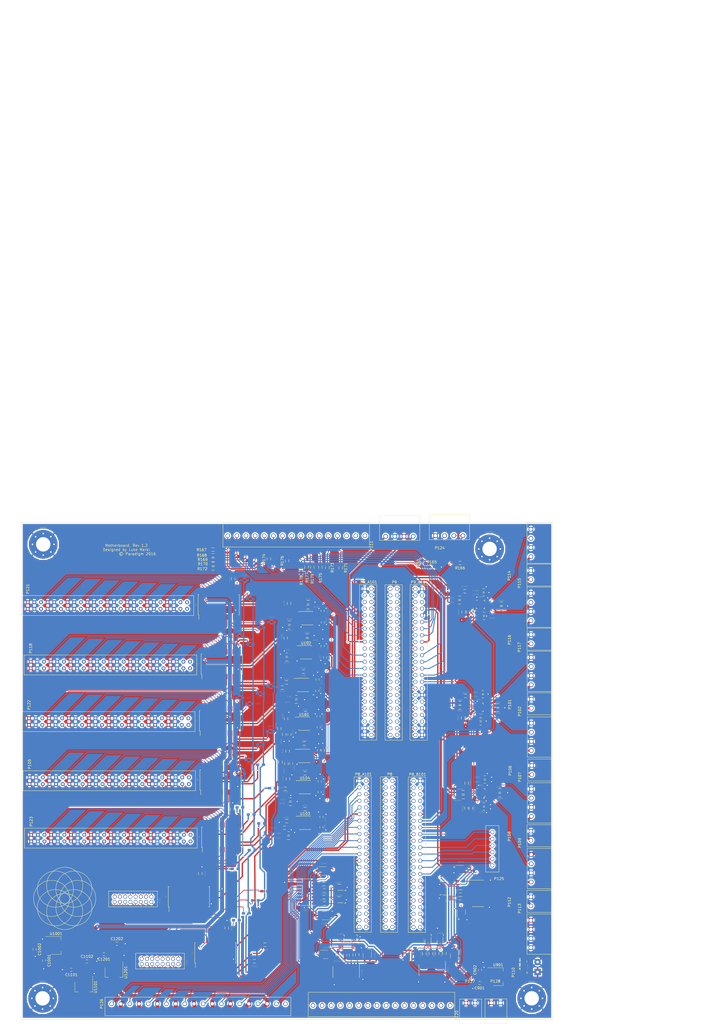
<source format=kicad_pcb>
(kicad_pcb (version 4) (host pcbnew 4.0.4-stable)
  (title_block (title Motherboard) (date 2016-12-25) (rev A) (company Openloop))
  (layers (0 F.Cu signal) (31 B.Cu signal) (34 B.Paste user) (35 F.Paste user) (36 B.SilkS user) (37 F.SilkS user) (38 B.Mask user) (39 F.Mask user) (44 Edge.Cuts user))
  (net 0 "")
  (net 1 GND)
  (net 2 "Net-(C104-Pad2)")
  (net 3 "Net-(C105-Pad2)")
  (net 4 "Net-(C106-Pad2)")
  (net 5 +5V)
  (net 6 "Net-(C108-Pad2)")
  (net 7 "Net-(C109-Pad2)")
  (net 8 "Net-(C111-Pad2)")
  (net 9 "Net-(C113-Pad2)")
  (net 10 "Net-(C116-Pad2)")
  (net 11 "Net-(C117-Pad2)")
  (net 12 "Net-(C118-Pad2)")
  (net 13 "Net-(C119-Pad2)")
  (net 14 "Net-(C120-Pad2)")
  (net 15 "Net-(C121-Pad2)")
  (net 16 "Net-(C301-Pad1)")
  (net 17 "Net-(C3901-Pad1)")
  (net 18 "Net-(C4001-Pad1)")
  (net 19 /DAC0/OUTA)
  (net 20 /DAC0/OUTB)
  (net 21 /DAC1/OUTA)
  (net 22 /DAC1/OUTB)
  (net 23 /DAC2/OUTA)
  (net 24 /DAC2/OUTB)
  (net 25 /Opto_2/Vout_0)
  (net 26 /Opto_2/Vout_1)
  (net 27 /Opto_2/Vout_2)
  (net 28 /Opto_2/Vout_3)
  (net 29 /Opto_3/Vout_0)
  (net 30 /Opto_3/Vout_1)
  (net 31 /Opto_3/Vout_2)
  (net 32 /Opto_3/Vout_3)
  (net 33 /Opto_1/Vout_3)
  (net 34 /Opto_1/Vout_2)
  (net 35 /Opto_1/Vout_1)
  (net 36 /Opto_1/Vout_0)
  (net 37 /Opto_0/Vout_3)
  (net 38 /Opto_0/Vout_2)
  (net 39 /Opto_0/Vout_1)
  (net 40 /Opto_0/Vout_0)
  (net 41 /Opto_1/GPIO_3)
  (net 42 /Opto_1/GPIO_2)
  (net 43 /Opto_1/GPIO_0)
  (net 44 /Opto_1/GPIO_1)
  (net 45 /Opto_0/GPIO_3)
  (net 46 /Opto_0/GPIO_2)
  (net 47 /Opto_0/GPIO_0)
  (net 48 /Opto_0/GPIO_1)
  (net 49 /S3)
  (net 50 /S2)
  (net 51 /S0)
  (net 52 /Opto_3/GPIO_3)
  (net 53 /Opto_3/GPIO_2)
  (net 54 /Opto_3/GPIO_0)
  (net 55 /Opto_3/GPIO_1)
  (net 56 /Opto_2/GPIO_3)
  (net 57 /Opto_2/GPIO_2)
  (net 58 /Opto_2/GPIO_0)
  (net 59 /Opto_2/GPIO_1)
  (net 60 /S1)
  (net 61 /SCLK)
  (net 62 /SYS_RESET)
  (net 63 /DI)
  (net 64 "Net-(R101-Pad2)")
  (net 65 "Net-(R103-Pad2)")
  (net 66 "Net-(R104-Pad2)")
  (net 67 "Net-(R107-Pad2)")
  (net 68 "Net-(R108-Pad2)")
  (net 69 "Net-(R109-Pad2)")
  (net 70 "Net-(R111-Pad2)")
  (net 71 "Net-(R112-Pad2)")
  (net 72 "Net-(R113-Pad2)")
  (net 73 "Net-(R114-Pad2)")
  (net 74 "Net-(R115-Pad2)")
  (net 75 "Net-(R116-Pad2)")
  (net 76 "Net-(R117-Pad2)")
  (net 77 "Net-(R118-Pad2)")
  (net 78 "Net-(R119-Pad2)")
  (net 79 "Net-(R121-Pad2)")
  (net 80 "Net-(R122-Pad2)")
  (net 81 "Net-(R124-Pad2)")
  (net 82 "Net-(R125-Pad2)")
  (net 83 "Net-(R126-Pad2)")
  (net 84 "Net-(R127-Pad2)")
  (net 85 "Net-(R128-Pad2)")
  (net 86 "Net-(R131-Pad2)")
  (net 87 "Net-(R132-Pad2)")
  (net 88 "Net-(R133-Pad2)")
  (net 89 "Net-(R134-Pad2)")
  (net 90 "Net-(R139-Pad2)")
  (net 91 "Net-(R142-Pad2)")
  (net 92 "Net-(R143-Pad2)")
  (net 93 "Net-(R144-Pad2)")
  (net 94 "Net-(R145-Pad2)")
  (net 95 "Net-(R146-Pad2)")
  (net 96 "Net-(R147-Pad2)")
  (net 97 "Net-(R148-Pad2)")
  (net 98 "Net-(R149-Pad2)")
  (net 99 "Net-(R150-Pad2)")
  (net 100 "Net-(R151-Pad2)")
  (net 101 "Net-(R152-Pad2)")
  (net 102 "Net-(R153-Pad2)")
  (net 103 "Net-(R154-Pad2)")
  (net 104 "Net-(R155-Pad2)")
  (net 105 "Net-(R156-Pad2)")
  (net 106 "Net-(R157-Pad2)")
  (net 107 "Net-(R158-Pad2)")
  (net 108 "Net-(R159-Pad2)")
  (net 109 "Net-(R160-Pad2)")
  (net 110 "Net-(R161-Pad2)")
  (net 111 "Net-(R162-Pad2)")
  (net 112 "Net-(R163-Pad2)")
  (net 113 "Net-(R301-Pad2)")
  (net 114 "Net-(R302-Pad2)")
  (net 115 "Net-(R306-Pad2)")
  (net 116 "Net-(R307-Pad2)")
  (net 117 "Net-(R3901-Pad2)")
  (net 118 "Net-(R3902-Pad2)")
  (net 119 "Net-(R3906-Pad2)")
  (net 120 "Net-(R3907-Pad2)")
  (net 121 "Net-(R4001-Pad2)")
  (net 122 "Net-(R4002-Pad2)")
  (net 123 "Net-(R4006-Pad2)")
  (net 124 "Net-(R4007-Pad2)")
  (net 125 "Net-(R4201-Pad1)")
  (net 126 "Net-(R4201-Pad2)")
  (net 127 "Net-(R4202-Pad1)")
  (net 128 "Net-(R4202-Pad2)")
  (net 129 "Net-(R4203-Pad1)")
  (net 130 "Net-(R4203-Pad2)")
  (net 131 "Net-(R4204-Pad1)")
  (net 132 "Net-(R4204-Pad2)")
  (net 133 "Net-(R4301-Pad1)")
  (net 134 "Net-(R4301-Pad2)")
  (net 135 "Net-(R4302-Pad1)")
  (net 136 "Net-(R4302-Pad2)")
  (net 137 "Net-(R4303-Pad1)")
  (net 138 "Net-(R4303-Pad2)")
  (net 139 "Net-(R4304-Pad1)")
  (net 140 "Net-(R4304-Pad2)")
  (net 141 "Net-(R4401-Pad1)")
  (net 142 "Net-(R4401-Pad2)")
  (net 143 "Net-(R4402-Pad1)")
  (net 144 "Net-(R4402-Pad2)")
  (net 145 "Net-(R4403-Pad1)")
  (net 146 "Net-(R4403-Pad2)")
  (net 147 "Net-(R4404-Pad1)")
  (net 148 "Net-(R4404-Pad2)")
  (net 149 "Net-(R4501-Pad1)")
  (net 150 "Net-(R4501-Pad2)")
  (net 151 "Net-(R4502-Pad1)")
  (net 152 "Net-(R4502-Pad2)")
  (net 153 "Net-(R4503-Pad1)")
  (net 154 "Net-(R4503-Pad2)")
  (net 155 "Net-(R4504-Pad1)")
  (net 156 "Net-(R4504-Pad2)")
  (net 157 3.3V)
  (net 158 "Net-(U4201-Pad4)")
  (net 159 "Net-(U4204-Pad6)")
  (net 160 "Net-(U4301-Pad4)")
  (net 161 "Net-(U4304-Pad6)")
  (net 162 "Net-(U4401-Pad4)")
  (net 163 "Net-(U4404-Pad6)")
  (net 164 "Net-(U4501-Pad4)")
  (net 165 "Net-(U4504-Pad6)")
  (net 166 "Net-(P8-Pad1)")
  (net 167 "Net-(P8-Pad2)")
  (net 168 "Net-(P8-Pad3)")
  (net 169 "Net-(P8-Pad4)")
  (net 170 "Net-(P8-Pad5)")
  (net 171 "Net-(P8-Pad6)")
  (net 172 "Net-(P8-Pad7)")
  (net 173 "Net-(P8-Pad8)")
  (net 174 "Net-(P8-Pad9)")
  (net 175 "Net-(P8-Pad10)")
  (net 176 "Net-(P8-Pad11)")
  (net 177 "Net-(P8-Pad12)")
  (net 178 "Net-(P8-Pad13)")
  (net 179 "Net-(P8-Pad14)")
  (net 180 "Net-(P8-Pad15)")
  (net 181 "Net-(P8-Pad16)")
  (net 182 "Net-(P8-Pad17)")
  (net 183 "Net-(P8-Pad18)")
  (net 184 "Net-(P8-Pad19)")
  (net 185 "Net-(P8-Pad20)")
  (net 186 "Net-(P8-Pad21)")
  (net 187 "Net-(P8-Pad22)")
  (net 188 "Net-(P8-Pad23)")
  (net 189 "Net-(P8-Pad24)")
  (net 190 "Net-(P8-Pad25)")
  (net 191 "Net-(P8-Pad26)")
  (net 192 "Net-(P8-Pad27)")
  (net 193 "Net-(P8-Pad28)")
  (net 194 "Net-(P8-Pad29)")
  (net 195 "Net-(P8-Pad30)")
  (net 196 "Net-(P8-Pad31)")
  (net 197 "Net-(P8-Pad32)")
  (net 198 "Net-(P8-Pad33)")
  (net 199 "Net-(P8-Pad34)")
  (net 200 "Net-(P8-Pad35)")
  (net 201 "Net-(P8-Pad36)")
  (net 202 "Net-(P8-Pad37)")
  (net 203 "Net-(P8-Pad38)")
  (net 204 "Net-(P8-Pad39)")
  (net 205 "Net-(P8-Pad40)")
  (net 206 "Net-(P8-Pad41)")
  (net 207 "Net-(P8-Pad42)")
  (net 208 "Net-(P8-Pad43)")
  (net 209 "Net-(P8-Pad44)")
  (net 210 "Net-(P8-Pad45)")
  (net 211 "Net-(P8-Pad46)")
  (net 212 "Net-(P9-Pad1)")
  (net 213 "Net-(P9-Pad2)")
  (net 214 "Net-(P9-Pad3)")
  (net 215 "Net-(P9-Pad4)")
  (net 216 "Net-(P9-Pad5)")
  (net 217 "Net-(P9-Pad6)")
  (net 218 "Net-(P9-Pad7)")
  (net 219 "Net-(P9-Pad8)")
  (net 220 "Net-(P9-Pad9)")
  (net 221 "Net-(P9-Pad10)")
  (net 222 "Net-(P9-Pad11)")
  (net 223 "Net-(P9-Pad12)")
  (net 224 "Net-(P9-Pad13)")
  (net 225 "Net-(P9-Pad14)")
  (net 226 "Net-(P9-Pad15)")
  (net 227 "Net-(P9-Pad16)")
  (net 228 "Net-(P9-Pad17)")
  (net 229 "Net-(P9-Pad18)")
  (net 230 "Net-(P9-Pad19)")
  (net 231 "Net-(P9-Pad20)")
  (net 232 "Net-(P9-Pad21)")
  (net 233 "Net-(P9-Pad22)")
  (net 234 "Net-(P9-Pad23)")
  (net 235 "Net-(P9-Pad24)")
  (net 236 "Net-(P9-Pad25)")
  (net 237 "Net-(P9-Pad26)")
  (net 238 "Net-(P9-Pad27)")
  (net 239 "Net-(P9-Pad28)")
  (net 240 "Net-(P9-Pad29)")
  (net 241 "Net-(P9-Pad30)")
  (net 242 "Net-(P9-Pad31)")
  (net 243 "Net-(P9-Pad32)")
  (net 244 "Net-(P9-Pad33)")
  (net 245 "Net-(P9-Pad34)")
  (net 246 "Net-(P9-Pad35)")
  (net 247 "Net-(P9-Pad36)")
  (net 248 "Net-(P9-Pad37)")
  (net 249 "Net-(P9-Pad38)")
  (net 250 "Net-(P9-Pad39)")
  (net 251 "Net-(P9-Pad40)")
  (net 252 "Net-(P9-Pad41)")
  (net 253 "Net-(P9-Pad42)")
  (net 254 "Net-(P9-Pad43)")
  (net 255 "Net-(P9-Pad44)")
  (net 256 "Net-(P9-Pad45)")
  (net 257 "Net-(P9-Pad46)")
  (net 258 "Net-(P103-Pad1)")
  (net 259 "Net-(P103-Pad2)")
  (net 260 "Net-(P103-Pad3)")
  (net 261 "Net-(P103-Pad4)")
  (net 262 "Net-(P103-Pad5)")
  (net 263 "Net-(P103-Pad6)")
  (net 264 "Net-(P103-Pad7)")
  (net 265 "Net-(P103-Pad8)")
  (net 266 "Net-(P103-Pad9)")
  (net 267 "Net-(P103-Pad10)")
  (net 268 "Net-(P103-Pad11)")
  (net 269 "Net-(P103-Pad12)")
  (net 270 "Net-(P103-Pad13)")
  (net 271 "Net-(P103-Pad14)")
  (net 272 "Net-(P103-Pad15)")
  (net 273 "Net-(P103-Pad16)")
  (net 274 "Net-(P104-Pad1)")
  (net 275 "Net-(P104-Pad2)")
  (net 276 "Net-(P104-Pad3)")
  (net 277 "Net-(P104-Pad4)")
  (net 278 "Net-(P104-Pad5)")
  (net 279 "Net-(P104-Pad6)")
  (net 280 "Net-(P104-Pad7)")
  (net 281 "Net-(P104-Pad8)")
  (net 282 "Net-(P104-Pad9)")
  (net 283 "Net-(P104-Pad10)")
  (net 284 "Net-(P104-Pad11)")
  (net 285 "Net-(P104-Pad12)")
  (net 286 "Net-(P104-Pad13)")
  (net 287 "Net-(P104-Pad14)")
  (net 288 "Net-(P104-Pad15)")
  (net 289 "Net-(P104-Pad16)")
  (net 290 "Net-(P105-Pad11)")
  (net 291 "Net-(P105-Pad12)")
  (net 292 "Net-(P118-Pad11)")
  (net 293 "Net-(P118-Pad12)")
  (net 294 "Net-(P121-Pad5)")
  (net 295 "Net-(P121-Pad6)")
  (net 296 "Net-(P121-Pad11)")
  (net 297 "Net-(P121-Pad12)")
  (net 298 "Net-(P121-Pad17)")
  (net 299 "Net-(P121-Pad18)")
  (net 300 "Net-(P121-Pad23)")
  (net 301 "Net-(P121-Pad24)")
  (net 302 "Net-(P121-Pad29)")
  (net 303 "Net-(P121-Pad30)")
  (net 304 "Net-(P121-Pad35)")
  (net 305 "Net-(P121-Pad36)")
  (net 306 "Net-(P121-Pad41)")
  (net 307 "Net-(P121-Pad42)")
  (net 308 "Net-(P121-Pad47)")
  (net 309 "Net-(P121-Pad48)")
  (net 310 "Net-(P122-Pad5)")
  (net 311 "Net-(P122-Pad6)")
  (net 312 "Net-(P122-Pad11)")
  (net 313 "Net-(P122-Pad12)")
  (net 314 "Net-(P122-Pad17)")
  (net 315 "Net-(P122-Pad18)")
  (net 316 "Net-(P122-Pad23)")
  (net 317 "Net-(P122-Pad24)")
  (net 318 "Net-(P122-Pad29)")
  (net 319 "Net-(P122-Pad30)")
  (net 320 "Net-(P122-Pad35)")
  (net 321 "Net-(P122-Pad36)")
  (net 322 "Net-(P122-Pad41)")
  (net 323 "Net-(P122-Pad42)")
  (net 324 "Net-(P122-Pad47)")
  (net 325 "Net-(P122-Pad48)")
  (net 326 "Net-(P123-Pad5)")
  (net 327 "Net-(P123-Pad6)")
  (net 328 "Net-(P123-Pad11)")
  (net 329 "Net-(P123-Pad12)")
  (net 330 "Net-(P123-Pad17)")
  (net 331 "Net-(P123-Pad18)")
  (net 332 "Net-(P123-Pad23)")
  (net 333 "Net-(P123-Pad24)")
  (net 334 "Net-(P123-Pad29)")
  (net 335 "Net-(P123-Pad30)")
  (net 336 "Net-(P123-Pad35)")
  (net 337 "Net-(P123-Pad36)")
  (net 338 "Net-(P123-Pad41)")
  (net 339 "Net-(P123-Pad42)")
  (net 340 "Net-(P123-Pad47)")
  (net 341 "Net-(P123-Pad48)")
  (net 342 /+24V)
  (net 343 /D0)
  (net 344 "Net-(P111-Pad5)")
  (net 345 "Net-(P111-Pad7)")
  (net 346 "Net-(P111-Pad9)")
  (net 347 "Net-(P111-Pad11)")
  (net 348 "Net-(P111-Pad6)")
  (net 349 "Net-(P111-Pad8)")
  (net 350 "Net-(P111-Pad10)")
  (net 351 "Net-(P111-Pad12)")
  (net 352 "Net-(P111-Pad14)")
  (net 353 "Net-(P111-Pad13)")
  (net 354 "Net-(P111-Pad15)")
  (net 355 "Net-(P111-Pad16)")
  (net 356 /CS_2)
  (net 357 /CS_1)
  (net 358 /CS_0)
  (net 359 /4V)
  (net 360 "Net-(P125-Pad1)")
  (net 361 "Net-(P125-Pad2)")
  (net 362 "Net-(P125-Pad3)")
  (net 363 "Net-(P125-Pad4)")
  (net 364 "Net-(P125-Pad5)")
  (net 365 "Net-(P125-Pad6)")
  (net 366 /SHARP_0)
  (net 367 /SHARP_1)
  (net 368 /SHARP_2)
  (net 369 /SHARP_3)
  (net 370 /SHARP_4)
  (net 371 /SHARP_5)
  (net 372 "Net-(P9_A101-Pad9)")
  (net 373 /VIO)
  (net 374 /SHARP_6)
  (net 375 /SHARP_7)
  (net 376 /SHARP_8)
  (net 377 /SHARP_9)
  (net 378 "Net-(P105-Pad5)")
  (net 379 "Net-(P105-Pad6)")
  (net 380 "Net-(P105-Pad17)")
  (net 381 "Net-(P105-Pad18)")
  (net 382 "Net-(P105-Pad23)")
  (net 383 "Net-(P105-Pad24)")
  (net 384 "Net-(P105-Pad29)")
  (net 385 "Net-(P105-Pad30)")
  (net 386 "Net-(P105-Pad35)")
  (net 387 "Net-(P105-Pad36)")
  (net 388 "Net-(P105-Pad41)")
  (net 389 "Net-(P105-Pad42)")
  (net 390 "Net-(P105-Pad47)")
  (net 391 "Net-(P105-Pad48)")
  (net 392 "Net-(P118-Pad5)")
  (net 393 "Net-(P118-Pad6)")
  (net 394 "Net-(P118-Pad17)")
  (net 395 "Net-(P118-Pad18)")
  (net 396 "Net-(P118-Pad23)")
  (net 397 "Net-(P118-Pad24)")
  (net 398 "Net-(P118-Pad29)")
  (net 399 "Net-(P118-Pad30)")
  (net 400 "Net-(P118-Pad35)")
  (net 401 "Net-(P118-Pad36)")
  (net 402 "Net-(P118-Pad41)")
  (net 403 "Net-(P118-Pad42)")
  (net 404 "Net-(P118-Pad47)")
  (net 405 "Net-(P118-Pad48)")
  (net 406 /BBB_ONOFF)
  (net 407 /BBB_INT)
  (net 408 "Net-(P111-Pad4)")
  (net 409 /SCL)
  (net 410 /SDA)
  (module Housings_DFN_QFN:QFN-16-1EP_3x3mm_Pitch0.5mm (layer F.Cu) (at 216.15546 114.90886)
    (fp_text reference U301 (at 0 -2.85) (layer F.SilkS) (effects (font (size 0.5 0.5) (thickness 0.025))))
    (fp_text value MAX5550)
    (pad 1 smd oval (at -1.475 -0.75) (size 0.75 0.3) (layers F.Cu F.Paste F.Mask) (net 113 "Net-(R301-Pad2)"))
    (pad 2 smd oval (at -1.475 -0.25) (size 0.75 0.3) (layers F.Cu F.Paste F.Mask) (net 114 "Net-(R302-Pad2)"))
    (pad 3 smd oval (at -1.475 0.25) (size 0.75 0.3) (layers F.Cu F.Paste F.Mask) (net 357 /CS_1))
    (pad 4 smd oval (at -1.475 0.75) (size 0.75 0.3) (layers F.Cu F.Paste F.Mask) (net 5 +5V))
    (pad 5 smd oval (at -0.75 1.475 90) (size 0.75 0.3) (layers F.Cu F.Paste F.Mask) (net 63 /DI))
    (pad 6 smd oval (at -0.25 1.475 90) (size 0.75 0.3) (layers F.Cu F.Paste F.Mask))
    (pad 7 smd oval (at 0.25 1.475 90) (size 0.75 0.3) (layers F.Cu F.Paste F.Mask) (net 16 "Net-(C301-Pad1)"))
    (pad 8 smd oval (at 0.75 1.475 90) (size 0.75 0.3) (layers F.Cu F.Paste F.Mask) (net 1 GND))
    (pad 9 smd oval (at 1.475 0.75) (size 0.75 0.3) (layers F.Cu F.Paste F.Mask) (net 22 /DAC1/OUTB))
    (pad 10 smd oval (at 1.475 0.25) (size 0.75 0.3) (layers F.Cu F.Paste F.Mask) (net 115 "Net-(R306-Pad2)"))
    (pad 11 smd oval (at 1.475 -0.25) (size 0.75 0.3) (layers F.Cu F.Paste F.Mask) (net 116 "Net-(R307-Pad2)"))
    (pad 12 smd oval (at 1.475 -0.75) (size 0.75 0.3) (layers F.Cu F.Paste F.Mask) (net 21 /DAC1/OUTA))
    (pad 13 smd oval (at 0.75 -1.475 90) (size 0.75 0.3) (layers F.Cu F.Paste F.Mask))
    (pad 14 smd oval (at 0.25 -1.475 90) (size 0.75 0.3) (layers F.Cu F.Paste F.Mask) (net 5 +5V))
    (pad 15 smd oval (at -0.25 -1.475 90) (size 0.75 0.3) (layers F.Cu F.Paste F.Mask))
    (pad 16 smd oval (at -0.75 -1.475 90) (size 0.75 0.3) (layers F.Cu F.Paste F.Mask) (net 1 GND))
    (pad 17 smd rect (at 0.45 0.45) (size 0.9 0.9) (layers F.Cu F.Paste F.Mask))
    (pad 17 smd rect (at 0.45 -0.45) (size 0.9 0.9) (layers F.Cu F.Paste F.Mask))
    (pad 17 smd rect (at -0.45 0.45) (size 0.9 0.9) (layers F.Cu F.Paste F.Mask))
    (pad 17 smd rect (at -0.45 -0.45) (size 0.9 0.9) (layers F.Cu F.Paste F.Mask))
  )
  (module Resistors_SMD:R_0603_HandSoldering (layer F.Cu) (at 121.35386 88.86768 270)
    (fp_text reference R112 (at 0.07112 1.27508 270) (layer F.SilkS) (effects (font (size 0.5 0.5) (thickness 0.025))))
    (fp_text value 0)
    (pad 1 smd rect (at -1.1 0 270) (size 1.2 0.9) (layers F.Cu F.Paste F.Mask) (net 1 GND))
    (pad 2 smd rect (at 1.1 0 270) (size 1.2 0.9) (layers F.Cu F.Paste F.Mask) (net 71 "Net-(R112-Pad2)"))
  )
  (module Housings_SOIC:SOIC-24W_7.5x15.4mm_Pitch1.27mm (layer F.Cu) (at 117.70386 98.39768 90)
    (fp_text reference U3 (at 0 -8.8 90) (layer F.SilkS) (effects (font (size 0.5 0.5) (thickness 0.025))))
    (fp_text value CD74HC4067)
    (pad 1 smd rect (at -4.7 -6.985 90) (size 2 0.6) (layers F.Cu F.Paste F.Mask) (net 68 "Net-(R108-Pad2)"))
    (pad 2 smd rect (at -4.7 -5.715 90) (size 2 0.6) (layers F.Cu F.Paste F.Mask) (net 404 "Net-(P118-Pad47)"))
    (pad 3 smd rect (at -4.7 -4.445 90) (size 2 0.6) (layers F.Cu F.Paste F.Mask) (net 402 "Net-(P118-Pad41)"))
    (pad 4 smd rect (at -4.7 -3.175 90) (size 2 0.6) (layers F.Cu F.Paste F.Mask) (net 400 "Net-(P118-Pad35)"))
    (pad 5 smd rect (at -4.7 -1.905 90) (size 2 0.6) (layers F.Cu F.Paste F.Mask) (net 398 "Net-(P118-Pad29)"))
    (pad 6 smd rect (at -4.7 -0.635 90) (size 2 0.6) (layers F.Cu F.Paste F.Mask) (net 396 "Net-(P118-Pad23)"))
    (pad 7 smd rect (at -4.7 0.635 90) (size 2 0.6) (layers F.Cu F.Paste F.Mask) (net 394 "Net-(P118-Pad17)"))
    (pad 8 smd rect (at -4.7 1.905 90) (size 2 0.6) (layers F.Cu F.Paste F.Mask) (net 292 "Net-(P118-Pad11)"))
    (pad 9 smd rect (at -4.7 3.175 90) (size 2 0.6) (layers F.Cu F.Paste F.Mask) (net 392 "Net-(P118-Pad5)"))
    (pad 10 smd rect (at -4.7 4.445 90) (size 2 0.6) (layers F.Cu F.Paste F.Mask) (net 73 "Net-(R114-Pad2)"))
    (pad 11 smd rect (at -4.7 5.715 90) (size 2 0.6) (layers F.Cu F.Paste F.Mask) (net 75 "Net-(R116-Pad2)"))
    (pad 12 smd rect (at -4.7 6.985 90) (size 2 0.6) (layers F.Cu F.Paste F.Mask) (net 1 GND))
    (pad 13 smd rect (at 4.7 6.985 90) (size 2 0.6) (layers F.Cu F.Paste F.Mask) (net 79 "Net-(R121-Pad2)"))
    (pad 14 smd rect (at 4.7 5.715 90) (size 2 0.6) (layers F.Cu F.Paste F.Mask) (net 78 "Net-(R119-Pad2)"))
    (pad 15 smd rect (at 4.7 4.445 90) (size 2 0.6) (layers F.Cu F.Paste F.Mask) (net 71 "Net-(R112-Pad2)"))
    (pad 16 smd rect (at 4.7 3.175 90) (size 2 0.6) (layers F.Cu F.Paste F.Mask) (net 393 "Net-(P118-Pad6)"))
    (pad 17 smd rect (at 4.7 1.905 90) (size 2 0.6) (layers F.Cu F.Paste F.Mask) (net 293 "Net-(P118-Pad12)"))
    (pad 18 smd rect (at 4.7 0.635 90) (size 2 0.6) (layers F.Cu F.Paste F.Mask) (net 395 "Net-(P118-Pad18)"))
    (pad 19 smd rect (at 4.7 -0.635 90) (size 2 0.6) (layers F.Cu F.Paste F.Mask) (net 397 "Net-(P118-Pad24)"))
    (pad 20 smd rect (at 4.7 -1.905 90) (size 2 0.6) (layers F.Cu F.Paste F.Mask) (net 399 "Net-(P118-Pad30)"))
    (pad 21 smd rect (at 4.7 -3.175 90) (size 2 0.6) (layers F.Cu F.Paste F.Mask) (net 401 "Net-(P118-Pad36)"))
    (pad 22 smd rect (at 4.7 -4.445 90) (size 2 0.6) (layers F.Cu F.Paste F.Mask) (net 403 "Net-(P118-Pad42)"))
    (pad 23 smd rect (at 4.7 -5.715 90) (size 2 0.6) (layers F.Cu F.Paste F.Mask) (net 405 "Net-(P118-Pad48)"))
    (pad 24 smd rect (at 4.7 -6.985 90) (size 2 0.6) (layers F.Cu F.Paste F.Mask) (net 359 /4V))
  )
  (module moboFootprints:pheonix_2x25_2.54mm (layer F.Cu) (at 44.63386 99.98768 90)
    (fp_text reference P118 (at 7.62 0 90) (layer F.SilkS))
    (fp_text value CONN_02X25 hide)
    (pad 1 thru_hole circle (at 0 0 90) (size 1.524 1.524) (drill 0.762) (layers *.Cu *.Mask) (net 5 +5V))
    (pad 2 thru_hole circle (at 2.54 0 90) (size 1.524 1.524) (drill 0.762) (layers *.Cu *.Mask) (net 5 +5V))
    (pad 3 thru_hole circle (at 0 2.54 270) (size 1.524 1.524) (drill 0.762) (layers *.Cu *.Mask) (net 1 GND))
    (pad 4 thru_hole circle (at 2.54 2.54 270) (size 1.524 1.524) (drill 0.762) (layers *.Cu *.Mask) (net 1 GND))
    (pad 5 thru_hole circle (at 0 5.08 90) (size 1.524 1.524) (drill 0.762) (layers *.Cu *.Mask) (net 392 "Net-(P118-Pad5)"))
    (pad 6 thru_hole circle (at 2.54 5.08 90) (size 1.524 1.524) (drill 0.762) (layers *.Cu *.Mask) (net 393 "Net-(P118-Pad6)"))
    (pad 7 thru_hole circle (at 0 7.62 270) (size 1.524 1.524) (drill 0.762) (layers *.Cu *.Mask) (net 5 +5V))
    (pad 8 thru_hole circle (at 2.54 7.62 270) (size 1.524 1.524) (drill 0.762) (layers *.Cu *.Mask) (net 5 +5V))
    (pad 9 thru_hole circle (at 0 10.16 90) (size 1.524 1.524) (drill 0.762) (layers *.Cu *.Mask) (net 1 GND))
    (pad 10 thru_hole circle (at 2.54 10.16 90) (size 1.524 1.524) (drill 0.762) (layers *.Cu *.Mask) (net 1 GND))
    (pad 11 thru_hole circle (at 0 12.7 270) (size 1.524 1.524) (drill 0.762) (layers *.Cu *.Mask) (net 292 "Net-(P118-Pad11)"))
    (pad 12 thru_hole circle (at 2.54 12.7 270) (size 1.524 1.524) (drill 0.762) (layers *.Cu *.Mask) (net 293 "Net-(P118-Pad12)"))
    (pad 13 thru_hole circle (at 0 15.24 90) (size 1.524 1.524) (drill 0.762) (layers *.Cu *.Mask) (net 5 +5V))
    (pad 14 thru_hole circle (at 2.54 15.24 90) (size 1.524 1.524) (drill 0.762) (layers *.Cu *.Mask) (net 5 +5V))
    (pad 15 thru_hole circle (at 0 17.78 270) (size 1.524 1.524) (drill 0.762) (layers *.Cu *.Mask) (net 1 GND))
    (pad 16 thru_hole circle (at 2.54 17.78 270) (size 1.524 1.524) (drill 0.762) (layers *.Cu *.Mask) (net 1 GND))
    (pad 17 thru_hole circle (at 0 20.32 90) (size 1.524 1.524) (drill 0.762) (layers *.Cu *.Mask) (net 394 "Net-(P118-Pad17)"))
    (pad 18 thru_hole circle (at 2.54 20.32 90) (size 1.524 1.524) (drill 0.762) (layers *.Cu *.Mask) (net 395 "Net-(P118-Pad18)"))
    (pad 19 thru_hole circle (at 0 22.86 270) (size 1.524 1.524) (drill 0.762) (layers *.Cu *.Mask) (net 5 +5V))
    (pad 20 thru_hole circle (at 2.54 22.86 270) (size 1.524 1.524) (drill 0.762) (layers *.Cu *.Mask) (net 5 +5V))
    (pad 21 thru_hole circle (at 0 25.4 90) (size 1.524 1.524) (drill 0.762) (layers *.Cu *.Mask) (net 1 GND))
    (pad 22 thru_hole circle (at 2.54 25.4 90) (size 1.524 1.524) (drill 0.762) (layers *.Cu *.Mask) (net 1 GND))
    (pad 23 thru_hole circle (at 0 27.94 270) (size 1.524 1.524) (drill 0.762) (layers *.Cu *.Mask) (net 396 "Net-(P118-Pad23)"))
    (pad 24 thru_hole circle (at 2.54 27.94 270) (size 1.524 1.524) (drill 0.762) (layers *.Cu *.Mask) (net 397 "Net-(P118-Pad24)"))
    (pad 25 thru_hole circle (at 0 30.48 90) (size 1.524 1.524) (drill 0.762) (layers *.Cu *.Mask) (net 5 +5V))
    (pad 26 thru_hole circle (at 2.54 30.48 90) (size 1.524 1.524) (drill 0.762) (layers *.Cu *.Mask) (net 5 +5V))
    (pad 27 thru_hole circle (at 0 33.02 270) (size 1.524 1.524) (drill 0.762) (layers *.Cu *.Mask) (net 1 GND))
    (pad 28 thru_hole circle (at 2.54 33.02 270) (size 1.524 1.524) (drill 0.762) (layers *.Cu *.Mask) (net 1 GND))
    (pad 29 thru_hole circle (at 0 35.56 90) (size 1.524 1.524) (drill 0.762) (layers *.Cu *.Mask) (net 398 "Net-(P118-Pad29)"))
    (pad 30 thru_hole circle (at 2.54 35.56 90) (size 1.524 1.524) (drill 0.762) (layers *.Cu *.Mask) (net 399 "Net-(P118-Pad30)"))
    (pad 31 thru_hole circle (at 0 38.1 270) (size 1.524 1.524) (drill 0.762) (layers *.Cu *.Mask) (net 5 +5V))
    (pad 32 thru_hole circle (at 2.54 38.1 270) (size 1.524 1.524) (drill 0.762) (layers *.Cu *.Mask) (net 5 +5V))
    (pad 33 thru_hole circle (at 0 40.64 90) (size 1.524 1.524) (drill 0.762) (layers *.Cu *.Mask) (net 1 GND))
    (pad 34 thru_hole circle (at 2.54 40.64 90) (size 1.524 1.524) (drill 0.762) (layers *.Cu *.Mask) (net 1 GND))
    (pad 35 thru_hole circle (at 0 43.18 270) (size 1.524 1.524) (drill 0.762) (layers *.Cu *.Mask) (net 400 "Net-(P118-Pad35)"))
    (pad 36 thru_hole circle (at 2.54 43.18 270) (size 1.524 1.524) (drill 0.762) (layers *.Cu *.Mask) (net 401 "Net-(P118-Pad36)"))
    (pad 37 thru_hole circle (at 0 45.72 90) (size 1.524 1.524) (drill 0.762) (layers *.Cu *.Mask) (net 5 +5V))
    (pad 38 thru_hole circle (at 2.54 45.72 90) (size 1.524 1.524) (drill 0.762) (layers *.Cu *.Mask) (net 5 +5V))
    (pad 39 thru_hole circle (at 0 48.26 270) (size 1.524 1.524) (drill 0.762) (layers *.Cu *.Mask) (net 1 GND))
    (pad 40 thru_hole circle (at 2.54 48.26 270) (size 1.524 1.524) (drill 0.762) (layers *.Cu *.Mask) (net 1 GND))
    (pad 41 thru_hole circle (at 0 50.8 90) (size 1.524 1.524) (drill 0.762) (layers *.Cu *.Mask) (net 402 "Net-(P118-Pad41)"))
    (pad 42 thru_hole circle (at 2.54 50.8 90) (size 1.524 1.524) (drill 0.762) (layers *.Cu *.Mask) (net 403 "Net-(P118-Pad42)"))
    (pad 43 thru_hole circle (at 0 53.34 270) (size 1.524 1.524) (drill 0.762) (layers *.Cu *.Mask) (net 5 +5V))
    (pad 44 thru_hole circle (at 2.54 53.34 270) (size 1.524 1.524) (drill 0.762) (layers *.Cu *.Mask) (net 5 +5V))
    (pad 45 thru_hole circle (at 0 55.88 90) (size 1.524 1.524) (drill 0.762) (layers *.Cu *.Mask) (net 1 GND))
    (pad 46 thru_hole circle (at 2.54 55.88 90) (size 1.524 1.524) (drill 0.762) (layers *.Cu *.Mask) (net 1 GND))
    (pad 47 thru_hole circle (at 0 58.42 270) (size 1.524 1.524) (drill 0.762) (layers *.Cu *.Mask) (net 404 "Net-(P118-Pad47)"))
    (pad 48 thru_hole circle (at 2.54 58.42 270) (size 1.524 1.524) (drill 0.762) (layers *.Cu *.Mask) (net 405 "Net-(P118-Pad48)"))
    (pad 49 thru_hole circle (at 0 60.96 90) (size 1.524 1.524) (drill 0.762) (layers *.Cu *.Mask))
    (pad 50 thru_hole circle (at 2.54 60.96 90) (size 1.524 1.524) (drill 0.762) (layers *.Cu *.Mask))
  )
  (module moboFootprints:pheonix_2x25_2.54mm (layer F.Cu) (at 43.49586 77.25368 90)
    (fp_text reference P121 (at 7.62 0 90) (layer F.SilkS))
    (fp_text value CONN_02X25 hide)
    (pad 1 thru_hole circle (at 0 0 90) (size 1.524 1.524) (drill 0.762) (layers *.Cu *.Mask) (net 5 +5V))
    (pad 2 thru_hole circle (at 2.54 0 90) (size 1.524 1.524) (drill 0.762) (layers *.Cu *.Mask) (net 5 +5V))
    (pad 3 thru_hole circle (at 0 2.54 270) (size 1.524 1.524) (drill 0.762) (layers *.Cu *.Mask) (net 1 GND))
    (pad 4 thru_hole circle (at 2.54 2.54 270) (size 1.524 1.524) (drill 0.762) (layers *.Cu *.Mask) (net 1 GND))
    (pad 5 thru_hole circle (at 0 5.08 90) (size 1.524 1.524) (drill 0.762) (layers *.Cu *.Mask) (net 294 "Net-(P121-Pad5)"))
    (pad 6 thru_hole circle (at 2.54 5.08 90) (size 1.524 1.524) (drill 0.762) (layers *.Cu *.Mask) (net 295 "Net-(P121-Pad6)"))
    (pad 7 thru_hole circle (at 0 7.62 270) (size 1.524 1.524) (drill 0.762) (layers *.Cu *.Mask) (net 5 +5V))
    (pad 8 thru_hole circle (at 2.54 7.62 270) (size 1.524 1.524) (drill 0.762) (layers *.Cu *.Mask) (net 5 +5V))
    (pad 9 thru_hole circle (at 0 10.16 90) (size 1.524 1.524) (drill 0.762) (layers *.Cu *.Mask) (net 1 GND))
    (pad 10 thru_hole circle (at 2.54 10.16 90) (size 1.524 1.524) (drill 0.762) (layers *.Cu *.Mask) (net 1 GND))
    (pad 11 thru_hole circle (at 0 12.7 270) (size 1.524 1.524) (drill 0.762) (layers *.Cu *.Mask) (net 296 "Net-(P121-Pad11)"))
    (pad 12 thru_hole circle (at 2.54 12.7 270) (size 1.524 1.524) (drill 0.762) (layers *.Cu *.Mask) (net 297 "Net-(P121-Pad12)"))
    (pad 13 thru_hole circle (at 0 15.24 90) (size 1.524 1.524) (drill 0.762) (layers *.Cu *.Mask) (net 5 +5V))
    (pad 14 thru_hole circle (at 2.54 15.24 90) (size 1.524 1.524) (drill 0.762) (layers *.Cu *.Mask) (net 5 +5V))
    (pad 15 thru_hole circle (at 0 17.78 270) (size 1.524 1.524) (drill 0.762) (layers *.Cu *.Mask) (net 1 GND))
    (pad 16 thru_hole circle (at 2.54 17.78 270) (size 1.524 1.524) (drill 0.762) (layers *.Cu *.Mask) (net 1 GND))
    (pad 17 thru_hole circle (at 0 20.32 90) (size 1.524 1.524) (drill 0.762) (layers *.Cu *.Mask) (net 298 "Net-(P121-Pad17)"))
    (pad 18 thru_hole circle (at 2.54 20.32 90) (size 1.524 1.524) (drill 0.762) (layers *.Cu *.Mask) (net 299 "Net-(P121-Pad18)"))
    (pad 19 thru_hole circle (at 0 22.86 270) (size 1.524 1.524) (drill 0.762) (layers *.Cu *.Mask) (net 5 +5V))
    (pad 20 thru_hole circle (at 2.54 22.86 270) (size 1.524 1.524) (drill 0.762) (layers *.Cu *.Mask) (net 5 +5V))
    (pad 21 thru_hole circle (at 0 25.4 90) (size 1.524 1.524) (drill 0.762) (layers *.Cu *.Mask) (net 1 GND))
    (pad 22 thru_hole circle (at 2.54 25.4 90) (size 1.524 1.524) (drill 0.762) (layers *.Cu *.Mask) (net 1 GND))
    (pad 23 thru_hole circle (at 0 27.94 270) (size 1.524 1.524) (drill 0.762) (layers *.Cu *.Mask) (net 300 "Net-(P121-Pad23)"))
    (pad 24 thru_hole circle (at 2.54 27.94 270) (size 1.524 1.524) (drill 0.762) (layers *.Cu *.Mask) (net 301 "Net-(P121-Pad24)"))
    (pad 25 thru_hole circle (at 0 30.48 90) (size 1.524 1.524) (drill 0.762) (layers *.Cu *.Mask) (net 5 +5V))
    (pad 26 thru_hole circle (at 2.54 30.48 90) (size 1.524 1.524) (drill 0.762) (layers *.Cu *.Mask) (net 5 +5V))
    (pad 27 thru_hole circle (at 0 33.02 270) (size 1.524 1.524) (drill 0.762) (layers *.Cu *.Mask) (net 1 GND))
    (pad 28 thru_hole circle (at 2.54 33.02 270) (size 1.524 1.524) (drill 0.762) (layers *.Cu *.Mask) (net 1 GND))
    (pad 29 thru_hole circle (at 0 35.56 90) (size 1.524 1.524) (drill 0.762) (layers *.Cu *.Mask) (net 302 "Net-(P121-Pad29)"))
    (pad 30 thru_hole circle (at 2.54 35.56 90) (size 1.524 1.524) (drill 0.762) (layers *.Cu *.Mask) (net 303 "Net-(P121-Pad30)"))
    (pad 31 thru_hole circle (at 0 38.1 270) (size 1.524 1.524) (drill 0.762) (layers *.Cu *.Mask) (net 5 +5V))
    (pad 32 thru_hole circle (at 2.54 38.1 270) (size 1.524 1.524) (drill 0.762) (layers *.Cu *.Mask) (net 5 +5V))
    (pad 33 thru_hole circle (at 0 40.64 90) (size 1.524 1.524) (drill 0.762) (layers *.Cu *.Mask) (net 1 GND))
    (pad 34 thru_hole circle (at 2.54 40.64 90) (size 1.524 1.524) (drill 0.762) (layers *.Cu *.Mask) (net 1 GND))
    (pad 35 thru_hole circle (at 0 43.18 270) (size 1.524 1.524) (drill 0.762) (layers *.Cu *.Mask) (net 304 "Net-(P121-Pad35)"))
    (pad 36 thru_hole circle (at 2.54 43.18 270) (size 1.524 1.524) (drill 0.762) (layers *.Cu *.Mask) (net 305 "Net-(P121-Pad36)"))
    (pad 37 thru_hole circle (at 0 45.72 90) (size 1.524 1.524) (drill 0.762) (layers *.Cu *.Mask) (net 5 +5V))
    (pad 38 thru_hole circle (at 2.54 45.72 90) (size 1.524 1.524) (drill 0.762) (layers *.Cu *.Mask) (net 5 +5V))
    (pad 39 thru_hole circle (at 0 48.26 270) (size 1.524 1.524) (drill 0.762) (layers *.Cu *.Mask) (net 1 GND))
    (pad 40 thru_hole circle (at 2.54 48.26 270) (size 1.524 1.524) (drill 0.762) (layers *.Cu *.Mask) (net 1 GND))
    (pad 41 thru_hole circle (at 0 50.8 90) (size 1.524 1.524) (drill 0.762) (layers *.Cu *.Mask) (net 306 "Net-(P121-Pad41)"))
    (pad 42 thru_hole circle (at 2.54 50.8 90) (size 1.524 1.524) (drill 0.762) (layers *.Cu *.Mask) (net 307 "Net-(P121-Pad42)"))
    (pad 43 thru_hole circle (at 0 53.34 270) (size 1.524 1.524) (drill 0.762) (layers *.Cu *.Mask) (net 5 +5V))
    (pad 44 thru_hole circle (at 2.54 53.34 270) (size 1.524 1.524) (drill 0.762) (layers *.Cu *.Mask) (net 5 +5V))
    (pad 45 thru_hole circle (at 0 55.88 90) (size 1.524 1.524) (drill 0.762) (layers *.Cu *.Mask) (net 1 GND))
    (pad 46 thru_hole circle (at 2.54 55.88 90) (size 1.524 1.524) (drill 0.762) (layers *.Cu *.Mask) (net 1 GND))
    (pad 47 thru_hole circle (at 0 58.42 270) (size 1.524 1.524) (drill 0.762) (layers *.Cu *.Mask) (net 308 "Net-(P121-Pad47)"))
    (pad 48 thru_hole circle (at 2.54 58.42 270) (size 1.524 1.524) (drill 0.762) (layers *.Cu *.Mask) (net 309 "Net-(P121-Pad48)"))
    (pad 49 thru_hole circle (at 0 60.96 90) (size 1.524 1.524) (drill 0.762) (layers *.Cu *.Mask))
    (pad 50 thru_hole circle (at 2.54 60.96 90) (size 1.524 1.524) (drill 0.762) (layers *.Cu *.Mask))
  )
  (module Housings_SOIC:SOIC-24W_7.5x15.4mm_Pitch1.27mm (layer F.Cu) (at 116.56586 75.66368 90)
    (fp_text reference U2 (at 0 -8.8 90) (layer F.SilkS) (effects (font (size 0.5 0.5) (thickness 0.025))))
    (fp_text value CD74HC4067)
    (pad 1 smd rect (at -4.7 -6.985 90) (size 2 0.6) (layers F.Cu F.Paste F.Mask) (net 90 "Net-(R139-Pad2)"))
    (pad 2 smd rect (at -4.7 -5.715 90) (size 2 0.6) (layers F.Cu F.Paste F.Mask) (net 308 "Net-(P121-Pad47)"))
    (pad 3 smd rect (at -4.7 -4.445 90) (size 2 0.6) (layers F.Cu F.Paste F.Mask) (net 306 "Net-(P121-Pad41)"))
    (pad 4 smd rect (at -4.7 -3.175 90) (size 2 0.6) (layers F.Cu F.Paste F.Mask) (net 304 "Net-(P121-Pad35)"))
    (pad 5 smd rect (at -4.7 -1.905 90) (size 2 0.6) (layers F.Cu F.Paste F.Mask) (net 302 "Net-(P121-Pad29)"))
    (pad 6 smd rect (at -4.7 -0.635 90) (size 2 0.6) (layers F.Cu F.Paste F.Mask) (net 300 "Net-(P121-Pad23)"))
    (pad 7 smd rect (at -4.7 0.635 90) (size 2 0.6) (layers F.Cu F.Paste F.Mask) (net 298 "Net-(P121-Pad17)"))
    (pad 8 smd rect (at -4.7 1.905 90) (size 2 0.6) (layers F.Cu F.Paste F.Mask) (net 296 "Net-(P121-Pad11)"))
    (pad 9 smd rect (at -4.7 3.175 90) (size 2 0.6) (layers F.Cu F.Paste F.Mask) (net 294 "Net-(P121-Pad5)"))
    (pad 10 smd rect (at -4.7 4.445 90) (size 2 0.6) (layers F.Cu F.Paste F.Mask) (net 99 "Net-(R150-Pad2)"))
    (pad 11 smd rect (at -4.7 5.715 90) (size 2 0.6) (layers F.Cu F.Paste F.Mask) (net 101 "Net-(R152-Pad2)"))
    (pad 12 smd rect (at -4.7 6.985 90) (size 2 0.6) (layers F.Cu F.Paste F.Mask) (net 1 GND))
    (pad 13 smd rect (at 4.7 6.985 90) (size 2 0.6) (layers F.Cu F.Paste F.Mask) (net 106 "Net-(R157-Pad2)"))
    (pad 14 smd rect (at 4.7 5.715 90) (size 2 0.6) (layers F.Cu F.Paste F.Mask) (net 103 "Net-(R154-Pad2)"))
    (pad 15 smd rect (at 4.7 4.445 90) (size 2 0.6) (layers F.Cu F.Paste F.Mask) (net 93 "Net-(R144-Pad2)"))
    (pad 16 smd rect (at 4.7 3.175 90) (size 2 0.6) (layers F.Cu F.Paste F.Mask) (net 295 "Net-(P121-Pad6)"))
    (pad 17 smd rect (at 4.7 1.905 90) (size 2 0.6) (layers F.Cu F.Paste F.Mask) (net 297 "Net-(P121-Pad12)"))
    (pad 18 smd rect (at 4.7 0.635 90) (size 2 0.6) (layers F.Cu F.Paste F.Mask) (net 299 "Net-(P121-Pad18)"))
    (pad 19 smd rect (at 4.7 -0.635 90) (size 2 0.6) (layers F.Cu F.Paste F.Mask) (net 301 "Net-(P121-Pad24)"))
    (pad 20 smd rect (at 4.7 -1.905 90) (size 2 0.6) (layers F.Cu F.Paste F.Mask) (net 303 "Net-(P121-Pad30)"))
    (pad 21 smd rect (at 4.7 -3.175 90) (size 2 0.6) (layers F.Cu F.Paste F.Mask) (net 305 "Net-(P121-Pad36)"))
    (pad 22 smd rect (at 4.7 -4.445 90) (size 2 0.6) (layers F.Cu F.Paste F.Mask) (net 307 "Net-(P121-Pad42)"))
    (pad 23 smd rect (at 4.7 -5.715 90) (size 2 0.6) (layers F.Cu F.Paste F.Mask) (net 309 "Net-(P121-Pad48)"))
    (pad 24 smd rect (at 4.7 -6.985 90) (size 2 0.6) (layers F.Cu F.Paste F.Mask) (net 359 /4V))
  )
  (module Resistors_SMD:R_0603_HandSoldering (layer F.Cu) (at 122.14386 65.71768 270)
    (fp_text reference R144 (at 0.07112 1.27508 270) (layer F.SilkS) (effects (font (size 0.5 0.5) (thickness 0.025))))
    (fp_text value 0)
    (pad 1 smd rect (at -1.1 0 270) (size 1.2 0.9) (layers F.Cu F.Paste F.Mask) (net 1 GND))
    (pad 2 smd rect (at 1.1 0 270) (size 1.2 0.9) (layers F.Cu F.Paste F.Mask) (net 93 "Net-(R144-Pad2)"))
  )
  (module Resistors_SMD:R_0603_HandSoldering (layer F.Cu) (at 120.71386 110.52768 270)
    (fp_text reference R147 (at 0.07112 1.27508 270) (layer F.SilkS) (effects (font (size 0.5 0.5) (thickness 0.025))))
    (fp_text value 0)
    (pad 1 smd rect (at -1.1 0 270) (size 1.2 0.9) (layers F.Cu F.Paste F.Mask) (net 1 GND))
    (pad 2 smd rect (at 1.1 0 270) (size 1.2 0.9) (layers F.Cu F.Paste F.Mask) (net 96 "Net-(R147-Pad2)"))
  )
  (module Housings_SOIC:SOIC-24W_7.5x15.4mm_Pitch1.27mm (layer F.Cu) (at 117.06386 120.05768 90)
    (fp_text reference U4 (at 0 -8.8 90) (layer F.SilkS) (effects (font (size 0.5 0.5) (thickness 0.025))))
    (fp_text value CD74HC4067)
    (pad 1 smd rect (at -4.7 -6.985 90) (size 2 0.6) (layers F.Cu F.Paste F.Mask) (net 91 "Net-(R142-Pad2)"))
    (pad 2 smd rect (at -4.7 -5.715 90) (size 2 0.6) (layers F.Cu F.Paste F.Mask) (net 324 "Net-(P122-Pad47)"))
    (pad 3 smd rect (at -4.7 -4.445 90) (size 2 0.6) (layers F.Cu F.Paste F.Mask) (net 322 "Net-(P122-Pad41)"))
    (pad 4 smd rect (at -4.7 -3.175 90) (size 2 0.6) (layers F.Cu F.Paste F.Mask) (net 320 "Net-(P122-Pad35)"))
    (pad 5 smd rect (at -4.7 -1.905 90) (size 2 0.6) (layers F.Cu F.Paste F.Mask) (net 318 "Net-(P122-Pad29)"))
    (pad 6 smd rect (at -4.7 -0.635 90) (size 2 0.6) (layers F.Cu F.Paste F.Mask) (net 316 "Net-(P122-Pad23)"))
    (pad 7 smd rect (at -4.7 0.635 90) (size 2 0.6) (layers F.Cu F.Paste F.Mask) (net 314 "Net-(P122-Pad17)"))
    (pad 8 smd rect (at -4.7 1.905 90) (size 2 0.6) (layers F.Cu F.Paste F.Mask) (net 312 "Net-(P122-Pad11)"))
    (pad 9 smd rect (at -4.7 3.175 90) (size 2 0.6) (layers F.Cu F.Paste F.Mask) (net 310 "Net-(P122-Pad5)"))
    (pad 10 smd rect (at -4.7 4.445 90) (size 2 0.6) (layers F.Cu F.Paste F.Mask) (net 104 "Net-(R155-Pad2)"))
    (pad 11 smd rect (at -4.7 5.715 90) (size 2 0.6) (layers F.Cu F.Paste F.Mask) (net 107 "Net-(R158-Pad2)"))
    (pad 12 smd rect (at -4.7 6.985 90) (size 2 0.6) (layers F.Cu F.Paste F.Mask) (net 1 GND))
    (pad 13 smd rect (at 4.7 6.985 90) (size 2 0.6) (layers F.Cu F.Paste F.Mask) (net 111 "Net-(R162-Pad2)"))
    (pad 14 smd rect (at 4.7 5.715 90) (size 2 0.6) (layers F.Cu F.Paste F.Mask) (net 109 "Net-(R160-Pad2)"))
    (pad 15 smd rect (at 4.7 4.445 90) (size 2 0.6) (layers F.Cu F.Paste F.Mask) (net 96 "Net-(R147-Pad2)"))
    (pad 16 smd rect (at 4.7 3.175 90) (size 2 0.6) (layers F.Cu F.Paste F.Mask) (net 311 "Net-(P122-Pad6)"))
    (pad 17 smd rect (at 4.7 1.905 90) (size 2 0.6) (layers F.Cu F.Paste F.Mask) (net 313 "Net-(P122-Pad12)"))
    (pad 18 smd rect (at 4.7 0.635 90) (size 2 0.6) (layers F.Cu F.Paste F.Mask) (net 315 "Net-(P122-Pad18)"))
    (pad 19 smd rect (at 4.7 -0.635 90) (size 2 0.6) (layers F.Cu F.Paste F.Mask) (net 317 "Net-(P122-Pad24)"))
    (pad 20 smd rect (at 4.7 -1.905 90) (size 2 0.6) (layers F.Cu F.Paste F.Mask) (net 319 "Net-(P122-Pad30)"))
    (pad 21 smd rect (at 4.7 -3.175 90) (size 2 0.6) (layers F.Cu F.Paste F.Mask) (net 321 "Net-(P122-Pad36)"))
    (pad 22 smd rect (at 4.7 -4.445 90) (size 2 0.6) (layers F.Cu F.Paste F.Mask) (net 323 "Net-(P122-Pad42)"))
    (pad 23 smd rect (at 4.7 -5.715 90) (size 2 0.6) (layers F.Cu F.Paste F.Mask) (net 325 "Net-(P122-Pad48)"))
    (pad 24 smd rect (at 4.7 -6.985 90) (size 2 0.6) (layers F.Cu F.Paste F.Mask) (net 359 /4V))
  )
  (module moboFootprints:pheonix_2x25_2.54mm (layer F.Cu) (at 43.99386 121.64768 90)
    (fp_text reference P122 (at 7.62 0 90) (layer F.SilkS))
    (fp_text value CONN_02X25 hide)
    (pad 1 thru_hole circle (at 0 0 90) (size 1.524 1.524) (drill 0.762) (layers *.Cu *.Mask) (net 5 +5V))
    (pad 2 thru_hole circle (at 2.54 0 90) (size 1.524 1.524) (drill 0.762) (layers *.Cu *.Mask) (net 5 +5V))
    (pad 3 thru_hole circle (at 0 2.54 270) (size 1.524 1.524) (drill 0.762) (layers *.Cu *.Mask) (net 1 GND))
    (pad 4 thru_hole circle (at 2.54 2.54 270) (size 1.524 1.524) (drill 0.762) (layers *.Cu *.Mask) (net 1 GND))
    (pad 5 thru_hole circle (at 0 5.08 90) (size 1.524 1.524) (drill 0.762) (layers *.Cu *.Mask) (net 310 "Net-(P122-Pad5)"))
    (pad 6 thru_hole circle (at 2.54 5.08 90) (size 1.524 1.524) (drill 0.762) (layers *.Cu *.Mask) (net 311 "Net-(P122-Pad6)"))
    (pad 7 thru_hole circle (at 0 7.62 270) (size 1.524 1.524) (drill 0.762) (layers *.Cu *.Mask) (net 5 +5V))
    (pad 8 thru_hole circle (at 2.54 7.62 270) (size 1.524 1.524) (drill 0.762) (layers *.Cu *.Mask) (net 5 +5V))
    (pad 9 thru_hole circle (at 0 10.16 90) (size 1.524 1.524) (drill 0.762) (layers *.Cu *.Mask) (net 1 GND))
    (pad 10 thru_hole circle (at 2.54 10.16 90) (size 1.524 1.524) (drill 0.762) (layers *.Cu *.Mask) (net 1 GND))
    (pad 11 thru_hole circle (at 0 12.7 270) (size 1.524 1.524) (drill 0.762) (layers *.Cu *.Mask) (net 312 "Net-(P122-Pad11)"))
    (pad 12 thru_hole circle (at 2.54 12.7 270) (size 1.524 1.524) (drill 0.762) (layers *.Cu *.Mask) (net 313 "Net-(P122-Pad12)"))
    (pad 13 thru_hole circle (at 0 15.24 90) (size 1.524 1.524) (drill 0.762) (layers *.Cu *.Mask) (net 5 +5V))
    (pad 14 thru_hole circle (at 2.54 15.24 90) (size 1.524 1.524) (drill 0.762) (layers *.Cu *.Mask) (net 5 +5V))
    (pad 15 thru_hole circle (at 0 17.78 270) (size 1.524 1.524) (drill 0.762) (layers *.Cu *.Mask) (net 1 GND))
    (pad 16 thru_hole circle (at 2.54 17.78 270) (size 1.524 1.524) (drill 0.762) (layers *.Cu *.Mask) (net 1 GND))
    (pad 17 thru_hole circle (at 0 20.32 90) (size 1.524 1.524) (drill 0.762) (layers *.Cu *.Mask) (net 314 "Net-(P122-Pad17)"))
    (pad 18 thru_hole circle (at 2.54 20.32 90) (size 1.524 1.524) (drill 0.762) (layers *.Cu *.Mask) (net 315 "Net-(P122-Pad18)"))
    (pad 19 thru_hole circle (at 0 22.86 270) (size 1.524 1.524) (drill 0.762) (layers *.Cu *.Mask) (net 5 +5V))
    (pad 20 thru_hole circle (at 2.54 22.86 270) (size 1.524 1.524) (drill 0.762) (layers *.Cu *.Mask) (net 5 +5V))
    (pad 21 thru_hole circle (at 0 25.4 90) (size 1.524 1.524) (drill 0.762) (layers *.Cu *.Mask) (net 1 GND))
    (pad 22 thru_hole circle (at 2.54 25.4 90) (size 1.524 1.524) (drill 0.762) (layers *.Cu *.Mask) (net 1 GND))
    (pad 23 thru_hole circle (at 0 27.94 270) (size 1.524 1.524) (drill 0.762) (layers *.Cu *.Mask) (net 316 "Net-(P122-Pad23)"))
    (pad 24 thru_hole circle (at 2.54 27.94 270) (size 1.524 1.524) (drill 0.762) (layers *.Cu *.Mask) (net 317 "Net-(P122-Pad24)"))
    (pad 25 thru_hole circle (at 0 30.48 90) (size 1.524 1.524) (drill 0.762) (layers *.Cu *.Mask) (net 5 +5V))
    (pad 26 thru_hole circle (at 2.54 30.48 90) (size 1.524 1.524) (drill 0.762) (layers *.Cu *.Mask) (net 5 +5V))
    (pad 27 thru_hole circle (at 0 33.02 270) (size 1.524 1.524) (drill 0.762) (layers *.Cu *.Mask) (net 1 GND))
    (pad 28 thru_hole circle (at 2.54 33.02 270) (size 1.524 1.524) (drill 0.762) (layers *.Cu *.Mask) (net 1 GND))
    (pad 29 thru_hole circle (at 0 35.56 90) (size 1.524 1.524) (drill 0.762) (layers *.Cu *.Mask) (net 318 "Net-(P122-Pad29)"))
    (pad 30 thru_hole circle (at 2.54 35.56 90) (size 1.524 1.524) (drill 0.762) (layers *.Cu *.Mask) (net 319 "Net-(P122-Pad30)"))
    (pad 31 thru_hole circle (at 0 38.1 270) (size 1.524 1.524) (drill 0.762) (layers *.Cu *.Mask) (net 5 +5V))
    (pad 32 thru_hole circle (at 2.54 38.1 270) (size 1.524 1.524) (drill 0.762) (layers *.Cu *.Mask) (net 5 +5V))
    (pad 33 thru_hole circle (at 0 40.64 90) (size 1.524 1.524) (drill 0.762) (layers *.Cu *.Mask) (net 1 GND))
    (pad 34 thru_hole circle (at 2.54 40.64 90) (size 1.524 1.524) (drill 0.762) (layers *.Cu *.Mask) (net 1 GND))
    (pad 35 thru_hole circle (at 0 43.18 270) (size 1.524 1.524) (drill 0.762) (layers *.Cu *.Mask) (net 320 "Net-(P122-Pad35)"))
    (pad 36 thru_hole circle (at 2.54 43.18 270) (size 1.524 1.524) (drill 0.762) (layers *.Cu *.Mask) (net 321 "Net-(P122-Pad36)"))
    (pad 37 thru_hole circle (at 0 45.72 90) (size 1.524 1.524) (drill 0.762) (layers *.Cu *.Mask) (net 5 +5V))
    (pad 38 thru_hole circle (at 2.54 45.72 90) (size 1.524 1.524) (drill 0.762) (layers *.Cu *.Mask) (net 5 +5V))
    (pad 39 thru_hole circle (at 0 48.26 270) (size 1.524 1.524) (drill 0.762) (layers *.Cu *.Mask) (net 1 GND))
    (pad 40 thru_hole circle (at 2.54 48.26 270) (size 1.524 1.524) (drill 0.762) (layers *.Cu *.Mask) (net 1 GND))
    (pad 41 thru_hole circle (at 0 50.8 90) (size 1.524 1.524) (drill 0.762) (layers *.Cu *.Mask) (net 322 "Net-(P122-Pad41)"))
    (pad 42 thru_hole circle (at 2.54 50.8 90) (size 1.524 1.524) (drill 0.762) (layers *.Cu *.Mask) (net 323 "Net-(P122-Pad42)"))
    (pad 43 thru_hole circle (at 0 53.34 270) (size 1.524 1.524) (drill 0.762) (layers *.Cu *.Mask) (net 5 +5V))
    (pad 44 thru_hole circle (at 2.54 53.34 270) (size 1.524 1.524) (drill 0.762) (layers *.Cu *.Mask) (net 5 +5V))
    (pad 45 thru_hole circle (at 0 55.88 90) (size 1.524 1.524) (drill 0.762) (layers *.Cu *.Mask) (net 1 GND))
    (pad 46 thru_hole circle (at 2.54 55.88 90) (size 1.524 1.524) (drill 0.762) (layers *.Cu *.Mask) (net 1 GND))
    (pad 47 thru_hole circle (at 0 58.42 270) (size 1.524 1.524) (drill 0.762) (layers *.Cu *.Mask) (net 324 "Net-(P122-Pad47)"))
    (pad 48 thru_hole circle (at 2.54 58.42 270) (size 1.524 1.524) (drill 0.762) (layers *.Cu *.Mask) (net 325 "Net-(P122-Pad48)"))
    (pad 49 thru_hole circle (at 0 60.96 90) (size 1.524 1.524) (drill 0.762) (layers *.Cu *.Mask))
    (pad 50 thru_hole circle (at 2.54 60.96 90) (size 1.524 1.524) (drill 0.762) (layers *.Cu *.Mask))
  )
  (module moboFootprints:pheonix_2x25_2.54mm (layer F.Cu) (at 44.18386 144.26768 90)
    (fp_text reference P105 (at 7.62 0 90) (layer F.SilkS))
    (fp_text value CONN_02X25 hide)
    (pad 1 thru_hole circle (at 0 0 90) (size 1.524 1.524) (drill 0.762) (layers *.Cu *.Mask) (net 5 +5V))
    (pad 2 thru_hole circle (at 2.54 0 90) (size 1.524 1.524) (drill 0.762) (layers *.Cu *.Mask) (net 5 +5V))
    (pad 3 thru_hole circle (at 0 2.54 270) (size 1.524 1.524) (drill 0.762) (layers *.Cu *.Mask) (net 1 GND))
    (pad 4 thru_hole circle (at 2.54 2.54 270) (size 1.524 1.524) (drill 0.762) (layers *.Cu *.Mask) (net 1 GND))
    (pad 5 thru_hole circle (at 0 5.08 90) (size 1.524 1.524) (drill 0.762) (layers *.Cu *.Mask) (net 378 "Net-(P105-Pad5)"))
    (pad 6 thru_hole circle (at 2.54 5.08 90) (size 1.524 1.524) (drill 0.762) (layers *.Cu *.Mask) (net 379 "Net-(P105-Pad6)"))
    (pad 7 thru_hole circle (at 0 7.62 270) (size 1.524 1.524) (drill 0.762) (layers *.Cu *.Mask) (net 5 +5V))
    (pad 8 thru_hole circle (at 2.54 7.62 270) (size 1.524 1.524) (drill 0.762) (layers *.Cu *.Mask) (net 5 +5V))
    (pad 9 thru_hole circle (at 0 10.16 90) (size 1.524 1.524) (drill 0.762) (layers *.Cu *.Mask) (net 1 GND))
    (pad 10 thru_hole circle (at 2.54 10.16 90) (size 1.524 1.524) (drill 0.762) (layers *.Cu *.Mask) (net 1 GND))
    (pad 11 thru_hole circle (at 0 12.7 270) (size 1.524 1.524) (drill 0.762) (layers *.Cu *.Mask) (net 290 "Net-(P105-Pad11)"))
    (pad 12 thru_hole circle (at 2.54 12.7 270) (size 1.524 1.524) (drill 0.762) (layers *.Cu *.Mask) (net 291 "Net-(P105-Pad12)"))
    (pad 13 thru_hole circle (at 0 15.24 90) (size 1.524 1.524) (drill 0.762) (layers *.Cu *.Mask) (net 5 +5V))
    (pad 14 thru_hole circle (at 2.54 15.24 90) (size 1.524 1.524) (drill 0.762) (layers *.Cu *.Mask) (net 5 +5V))
    (pad 15 thru_hole circle (at 0 17.78 270) (size 1.524 1.524) (drill 0.762) (layers *.Cu *.Mask) (net 1 GND))
    (pad 16 thru_hole circle (at 2.54 17.78 270) (size 1.524 1.524) (drill 0.762) (layers *.Cu *.Mask) (net 1 GND))
    (pad 17 thru_hole circle (at 0 20.32 90) (size 1.524 1.524) (drill 0.762) (layers *.Cu *.Mask) (net 380 "Net-(P105-Pad17)"))
    (pad 18 thru_hole circle (at 2.54 20.32 90) (size 1.524 1.524) (drill 0.762) (layers *.Cu *.Mask) (net 381 "Net-(P105-Pad18)"))
    (pad 19 thru_hole circle (at 0 22.86 270) (size 1.524 1.524) (drill 0.762) (layers *.Cu *.Mask) (net 5 +5V))
    (pad 20 thru_hole circle (at 2.54 22.86 270) (size 1.524 1.524) (drill 0.762) (layers *.Cu *.Mask) (net 5 +5V))
    (pad 21 thru_hole circle (at 0 25.4 90) (size 1.524 1.524) (drill 0.762) (layers *.Cu *.Mask) (net 1 GND))
    (pad 22 thru_hole circle (at 2.54 25.4 90) (size 1.524 1.524) (drill 0.762) (layers *.Cu *.Mask) (net 1 GND))
    (pad 23 thru_hole circle (at 0 27.94 270) (size 1.524 1.524) (drill 0.762) (layers *.Cu *.Mask) (net 382 "Net-(P105-Pad23)"))
    (pad 24 thru_hole circle (at 2.54 27.94 270) (size 1.524 1.524) (drill 0.762) (layers *.Cu *.Mask) (net 383 "Net-(P105-Pad24)"))
    (pad 25 thru_hole circle (at 0 30.48 90) (size 1.524 1.524) (drill 0.762) (layers *.Cu *.Mask) (net 5 +5V))
    (pad 26 thru_hole circle (at 2.54 30.48 90) (size 1.524 1.524) (drill 0.762) (layers *.Cu *.Mask) (net 5 +5V))
    (pad 27 thru_hole circle (at 0 33.02 270) (size 1.524 1.524) (drill 0.762) (layers *.Cu *.Mask) (net 1 GND))
    (pad 28 thru_hole circle (at 2.54 33.02 270) (size 1.524 1.524) (drill 0.762) (layers *.Cu *.Mask) (net 1 GND))
    (pad 29 thru_hole circle (at 0 35.56 90) (size 1.524 1.524) (drill 0.762) (layers *.Cu *.Mask) (net 384 "Net-(P105-Pad29)"))
    (pad 30 thru_hole circle (at 2.54 35.56 90) (size 1.524 1.524) (drill 0.762) (layers *.Cu *.Mask) (net 385 "Net-(P105-Pad30)"))
    (pad 31 thru_hole circle (at 0 38.1 270) (size 1.524 1.524) (drill 0.762) (layers *.Cu *.Mask) (net 5 +5V))
    (pad 32 thru_hole circle (at 2.54 38.1 270) (size 1.524 1.524) (drill 0.762) (layers *.Cu *.Mask) (net 5 +5V))
    (pad 33 thru_hole circle (at 0 40.64 90) (size 1.524 1.524) (drill 0.762) (layers *.Cu *.Mask) (net 1 GND))
    (pad 34 thru_hole circle (at 2.54 40.64 90) (size 1.524 1.524) (drill 0.762) (layers *.Cu *.Mask) (net 1 GND))
    (pad 35 thru_hole circle (at 0 43.18 270) (size 1.524 1.524) (drill 0.762) (layers *.Cu *.Mask) (net 386 "Net-(P105-Pad35)"))
    (pad 36 thru_hole circle (at 2.54 43.18 270) (size 1.524 1.524) (drill 0.762) (layers *.Cu *.Mask) (net 387 "Net-(P105-Pad36)"))
    (pad 37 thru_hole circle (at 0 45.72 90) (size 1.524 1.524) (drill 0.762) (layers *.Cu *.Mask) (net 5 +5V))
    (pad 38 thru_hole circle (at 2.54 45.72 90) (size 1.524 1.524) (drill 0.762) (layers *.Cu *.Mask) (net 5 +5V))
    (pad 39 thru_hole circle (at 0 48.26 270) (size 1.524 1.524) (drill 0.762) (layers *.Cu *.Mask) (net 1 GND))
    (pad 40 thru_hole circle (at 2.54 48.26 270) (size 1.524 1.524) (drill 0.762) (layers *.Cu *.Mask) (net 1 GND))
    (pad 41 thru_hole circle (at 0 50.8 90) (size 1.524 1.524) (drill 0.762) (layers *.Cu *.Mask) (net 388 "Net-(P105-Pad41)"))
    (pad 42 thru_hole circle (at 2.54 50.8 90) (size 1.524 1.524) (drill 0.762) (layers *.Cu *.Mask) (net 389 "Net-(P105-Pad42)"))
    (pad 43 thru_hole circle (at 0 53.34 270) (size 1.524 1.524) (drill 0.762) (layers *.Cu *.Mask) (net 5 +5V))
    (pad 44 thru_hole circle (at 2.54 53.34 270) (size 1.524 1.524) (drill 0.762) (layers *.Cu *.Mask) (net 5 +5V))
    (pad 45 thru_hole circle (at 0 55.88 90) (size 1.524 1.524) (drill 0.762) (layers *.Cu *.Mask) (net 1 GND))
    (pad 46 thru_hole circle (at 2.54 55.88 90) (size 1.524 1.524) (drill 0.762) (layers *.Cu *.Mask) (net 1 GND))
    (pad 47 thru_hole circle (at 0 58.42 270) (size 1.524 1.524) (drill 0.762) (layers *.Cu *.Mask) (net 390 "Net-(P105-Pad47)"))
    (pad 48 thru_hole circle (at 2.54 58.42 270) (size 1.524 1.524) (drill 0.762) (layers *.Cu *.Mask) (net 391 "Net-(P105-Pad48)"))
    (pad 49 thru_hole circle (at 0 60.96 90) (size 1.524 1.524) (drill 0.762) (layers *.Cu *.Mask))
    (pad 50 thru_hole circle (at 2.54 60.96 90) (size 1.524 1.524) (drill 0.762) (layers *.Cu *.Mask))
  )
  (module Housings_SOIC:SOIC-24W_7.5x15.4mm_Pitch1.27mm (layer F.Cu) (at 117.25386 142.67768 90)
    (fp_text reference U5 (at 0 -8.8 90) (layer F.SilkS) (effects (font (size 0.5 0.5) (thickness 0.025))))
    (fp_text value CD74HC4067)
    (pad 1 smd rect (at -4.7 -6.985 90) (size 2 0.6) (layers F.Cu F.Paste F.Mask) (net 66 "Net-(R104-Pad2)"))
    (pad 2 smd rect (at -4.7 -5.715 90) (size 2 0.6) (layers F.Cu F.Paste F.Mask) (net 390 "Net-(P105-Pad47)"))
    (pad 3 smd rect (at -4.7 -4.445 90) (size 2 0.6) (layers F.Cu F.Paste F.Mask) (net 388 "Net-(P105-Pad41)"))
    (pad 4 smd rect (at -4.7 -3.175 90) (size 2 0.6) (layers F.Cu F.Paste F.Mask) (net 386 "Net-(P105-Pad35)"))
    (pad 5 smd rect (at -4.7 -1.905 90) (size 2 0.6) (layers F.Cu F.Paste F.Mask) (net 384 "Net-(P105-Pad29)"))
    (pad 6 smd rect (at -4.7 -0.635 90) (size 2 0.6) (layers F.Cu F.Paste F.Mask) (net 382 "Net-(P105-Pad23)"))
    (pad 7 smd rect (at -4.7 0.635 90) (size 2 0.6) (layers F.Cu F.Paste F.Mask) (net 380 "Net-(P105-Pad17)"))
    (pad 8 smd rect (at -4.7 1.905 90) (size 2 0.6) (layers F.Cu F.Paste F.Mask) (net 290 "Net-(P105-Pad11)"))
    (pad 9 smd rect (at -4.7 3.175 90) (size 2 0.6) (layers F.Cu F.Paste F.Mask) (net 378 "Net-(P105-Pad5)"))
    (pad 10 smd rect (at -4.7 4.445 90) (size 2 0.6) (layers F.Cu F.Paste F.Mask) (net 69 "Net-(R109-Pad2)"))
    (pad 11 smd rect (at -4.7 5.715 90) (size 2 0.6) (layers F.Cu F.Paste F.Mask) (net 70 "Net-(R111-Pad2)"))
    (pad 12 smd rect (at -4.7 6.985 90) (size 2 0.6) (layers F.Cu F.Paste F.Mask) (net 1 GND))
    (pad 13 smd rect (at 4.7 6.985 90) (size 2 0.6) (layers F.Cu F.Paste F.Mask) (net 74 "Net-(R115-Pad2)"))
    (pad 14 smd rect (at 4.7 5.715 90) (size 2 0.6) (layers F.Cu F.Paste F.Mask) (net 72 "Net-(R113-Pad2)"))
    (pad 15 smd rect (at 4.7 4.445 90) (size 2 0.6) (layers F.Cu F.Paste F.Mask) (net 67 "Net-(R107-Pad2)"))
    (pad 16 smd rect (at 4.7 3.175 90) (size 2 0.6) (layers F.Cu F.Paste F.Mask) (net 379 "Net-(P105-Pad6)"))
    (pad 17 smd rect (at 4.7 1.905 90) (size 2 0.6) (layers F.Cu F.Paste F.Mask) (net 291 "Net-(P105-Pad12)"))
    (pad 18 smd rect (at 4.7 0.635 90) (size 2 0.6) (layers F.Cu F.Paste F.Mask) (net 381 "Net-(P105-Pad18)"))
    (pad 19 smd rect (at 4.7 -0.635 90) (size 2 0.6) (layers F.Cu F.Paste F.Mask) (net 383 "Net-(P105-Pad24)"))
    (pad 20 smd rect (at 4.7 -1.905 90) (size 2 0.6) (layers F.Cu F.Paste F.Mask) (net 385 "Net-(P105-Pad30)"))
    (pad 21 smd rect (at 4.7 -3.175 90) (size 2 0.6) (layers F.Cu F.Paste F.Mask) (net 387 "Net-(P105-Pad36)"))
    (pad 22 smd rect (at 4.7 -4.445 90) (size 2 0.6) (layers F.Cu F.Paste F.Mask) (net 389 "Net-(P105-Pad42)"))
    (pad 23 smd rect (at 4.7 -5.715 90) (size 2 0.6) (layers F.Cu F.Paste F.Mask) (net 391 "Net-(P105-Pad48)"))
    (pad 24 smd rect (at 4.7 -6.985 90) (size 2 0.6) (layers F.Cu F.Paste F.Mask) (net 359 /4V))
  )
  (module Resistors_SMD:R_0603_HandSoldering (layer B.Cu) (at 132.73786 84.30768 180)
    (fp_text reference R150 (at 0 1.9 180) (layer B.SilkS) (effects (font (size 0.5 0.5) (thickness 0.025)) (justify mirror)))
    (fp_text value 0)
    (pad 1 smd rect (at -1.1 0 180) (size 1.2 0.9) (layers B.Cu B.Paste B.Mask) (net 51 /S0))
    (pad 2 smd rect (at 1.1 0 180) (size 1.2 0.9) (layers B.Cu B.Paste B.Mask) (net 99 "Net-(R150-Pad2)"))
  )
  (module Resistors_SMD:R_0603_HandSoldering (layer F.Cu) (at 120.90386 133.14768 270)
    (fp_text reference R107 (at 0.07112 1.27508 270) (layer F.SilkS) (effects (font (size 0.5 0.5) (thickness 0.025))))
    (fp_text value 0)
    (pad 1 smd rect (at -1.1 0 270) (size 1.2 0.9) (layers F.Cu F.Paste F.Mask) (net 1 GND))
    (pad 2 smd rect (at 1.1 0 270) (size 1.2 0.9) (layers F.Cu F.Paste F.Mask) (net 67 "Net-(R107-Pad2)"))
  )
  (module Resistors_SMD:R_0603_HandSoldering (layer B.Cu) (at 132.5753 136.8806 180)
    (fp_text reference R109 (at -3.4798 0.03556 180) (layer B.SilkS) (effects (font (size 0.5 0.5) (thickness 0.025)) (justify mirror)))
    (fp_text value 0)
    (pad 1 smd rect (at -1.1 0 180) (size 1.2 0.9) (layers B.Cu B.Paste B.Mask) (net 51 /S0))
    (pad 2 smd rect (at 1.1 0 180) (size 1.2 0.9) (layers B.Cu B.Paste B.Mask) (net 69 "Net-(R109-Pad2)"))
  )
  (module Resistors_SMD:R_0603_HandSoldering (layer B.Cu) (at 137.14386 145.83768 180)
    (fp_text reference R111 (at -3.12928 0.07112 180) (layer B.SilkS) (effects (font (size 0.5 0.5) (thickness 0.025)) (justify mirror)))
    (fp_text value 0)
    (pad 1 smd rect (at -1.1 0 180) (size 1.2 0.9) (layers B.Cu B.Paste B.Mask) (net 60 /S1))
    (pad 2 smd rect (at 1.1 0 180) (size 1.2 0.9) (layers B.Cu B.Paste B.Mask) (net 70 "Net-(R111-Pad2)"))
  )
  (module Resistors_SMD:R_0603_HandSoldering (layer B.Cu) (at 128.16386 135.10768 180)
    (fp_text reference R113 (at -0.03556 -1.35128 180) (layer B.SilkS) (effects (font (size 0.5 0.5) (thickness 0.025)) (justify mirror)))
    (fp_text value 0)
    (pad 1 smd rect (at -1.1 0 180) (size 1.2 0.9) (layers B.Cu B.Paste B.Mask) (net 50 /S2))
    (pad 2 smd rect (at 1.1 0 180) (size 1.2 0.9) (layers B.Cu B.Paste B.Mask) (net 72 "Net-(R113-Pad2)"))
  )
  (module Resistors_SMD:R_0603_HandSoldering (layer B.Cu) (at 125.36386 140.32768 180)
    (fp_text reference R115 (at 0 1.9 180) (layer B.SilkS) (effects (font (size 0.5 0.5) (thickness 0.025)) (justify mirror)))
    (fp_text value 0)
    (pad 1 smd rect (at -1.1 0 180) (size 1.2 0.9) (layers B.Cu B.Paste B.Mask) (net 49 /S3))
    (pad 2 smd rect (at 1.1 0 180) (size 1.2 0.9) (layers B.Cu B.Paste B.Mask) (net 74 "Net-(R115-Pad2)"))
  )
  (module Capacitors_SMD:C_0603_HandSoldering (layer F.Cu) (at 154.72918 118.33352 270)
    (fp_text reference C101 (at 0 -1.9 270) (layer F.SilkS) (effects (font (size 0.5 0.5) (thickness 0.025))))
    (fp_text value 1uF)
    (pad 1 smd rect (at -0.95 0 270) (size 1.2 0.75) (layers F.Cu F.Paste F.Mask) (net 1 GND))
    (pad 2 smd rect (at 0.95 0 270) (size 1.2 0.75) (layers F.Cu F.Paste F.Mask) (net 5 +5V))
  )
  (module Capacitors_SMD:C_0603_HandSoldering (layer F.Cu) (at 156.31668 91.49842 270)
    (fp_text reference C102 (at 0.4572 -1.86436 270) (layer F.SilkS) (effects (font (size 0.5 0.5) (thickness 0.025))))
    (fp_text value 1uF)
    (pad 1 smd rect (at -0.95 0 270) (size 1.2 0.75) (layers F.Cu F.Paste F.Mask) (net 1 GND))
    (pad 2 smd rect (at 0.95 0 270) (size 1.2 0.75) (layers F.Cu F.Paste F.Mask) (net 5 +5V))
  )
  (module Capacitors_SMD:C_0603_HandSoldering (layer F.Cu) (at 154.81046 122.53976 90)
    (fp_text reference C103 (at -0.01016 1.29032 90) (layer F.SilkS) (effects (font (size 0.5 0.5) (thickness 0.025))))
    (fp_text value 1uF)
    (pad 1 smd rect (at -0.95 0 90) (size 1.2 0.75) (layers F.Cu F.Paste F.Mask) (net 1 GND))
    (pad 2 smd rect (at 0.95 0 90) (size 1.2 0.75) (layers F.Cu F.Paste F.Mask) (net 343 /D0))
  )
  (module Capacitors_SMD:C_0603_HandSoldering (layer F.Cu) (at 143.6116 125.35154 90)
    (fp_text reference C104 (at 0.63386 1.18226 90) (layer F.SilkS) (effects (font (size 0.5 0.5) (thickness 0.025))))
    (fp_text value 1uF)
    (pad 1 smd rect (at -0.95 0 90) (size 1.2 0.75) (layers F.Cu F.Paste F.Mask) (net 1 GND))
    (pad 2 smd rect (at 0.95 0 90) (size 1.2 0.75) (layers F.Cu F.Paste F.Mask) (net 2 "Net-(C104-Pad2)"))
  )
  (module Capacitors_SMD:C_0603_HandSoldering (layer F.Cu) (at 157.23108 95.8469 90)
    (fp_text reference C105 (at 0 -1.9 90) (layer F.SilkS) (effects (font (size 0.5 0.5) (thickness 0.025))))
    (fp_text value 1uF)
    (pad 1 smd rect (at -0.95 0 90) (size 1.2 0.75) (layers F.Cu F.Paste F.Mask) (net 1 GND))
    (pad 2 smd rect (at 0.95 0 90) (size 1.2 0.75) (layers F.Cu F.Paste F.Mask) (net 3 "Net-(C105-Pad2)"))
  )
  (module Capacitors_SMD:C_0603_HandSoldering (layer F.Cu) (at 142.59306 94.76232)
    (fp_text reference C106 (at 0 -1.9) (layer F.SilkS) (effects (font (size 0.5 0.5) (thickness 0.025))))
    (fp_text value 1uF)
    (pad 1 smd rect (at -0.95 0) (size 1.2 0.75) (layers F.Cu F.Paste F.Mask) (net 1 GND))
    (pad 2 smd rect (at 0.95 0) (size 1.2 0.75) (layers F.Cu F.Paste F.Mask) (net 4 "Net-(C106-Pad2)"))
  )
  (module Capacitors_SMD:C_0603_HandSoldering (layer F.Cu) (at 155.85694 156.85516 270)
    (fp_text reference C107 (at 0.70612 -1.51892 270) (layer F.SilkS) (effects (font (size 0.5 0.5) (thickness 0.025))))
    (fp_text value 1uF)
    (pad 1 smd rect (at -0.95 0 270) (size 1.2 0.75) (layers F.Cu F.Paste F.Mask) (net 1 GND))
    (pad 2 smd rect (at 0.95 0 270) (size 1.2 0.75) (layers F.Cu F.Paste F.Mask) (net 5 +5V))
  )
  (module Capacitors_SMD:C_0603_HandSoldering (layer F.Cu) (at 155.85694 160.83026 90)
    (fp_text reference C108 (at 0.09906 1.22428 90) (layer F.SilkS) (effects (font (size 0.5 0.5) (thickness 0.025))))
    (fp_text value 1uF)
    (pad 1 smd rect (at -0.95 0 90) (size 1.2 0.75) (layers F.Cu F.Paste F.Mask) (net 1 GND))
    (pad 2 smd rect (at 0.95 0 90) (size 1.2 0.75) (layers F.Cu F.Paste F.Mask) (net 6 "Net-(C108-Pad2)"))
  )
  (module Capacitors_SMD:C_0603_HandSoldering (layer F.Cu) (at 143.28394 163.06546 180)
    (fp_text reference C109 (at 3.9751 -0.0762 180) (layer F.SilkS) (effects (font (size 0.5 0.5) (thickness 0.025))))
    (fp_text value 1uF)
    (pad 1 smd rect (at -0.95 0 180) (size 1.2 0.75) (layers F.Cu F.Paste F.Mask) (net 1 GND))
    (pad 2 smd rect (at 0.95 0 180) (size 1.2 0.75) (layers F.Cu F.Paste F.Mask) (net 7 "Net-(C109-Pad2)"))
  )
  (module Capacitors_SMD:C_0603_HandSoldering (layer F.Cu) (at 155.22448 143.25346 270)
    (fp_text reference C110 (at 0 -1.9 270) (layer F.SilkS) (effects (font (size 0.5 0.5) (thickness 0.025))))
    (fp_text value 1uF)
    (pad 1 smd rect (at -0.95 0 270) (size 1.2 0.75) (layers F.Cu F.Paste F.Mask) (net 1 GND))
    (pad 2 smd rect (at 0.95 0 270) (size 1.2 0.75) (layers F.Cu F.Paste F.Mask) (net 5 +5V))
  )
  (module Capacitors_SMD:C_0603_HandSoldering (layer F.Cu) (at 155.19908 147.35556 90)
    (fp_text reference C111 (at -0.01524 1.43002 90) (layer F.SilkS) (effects (font (size 0.5 0.5) (thickness 0.025))))
    (fp_text value 1uF)
    (pad 1 smd rect (at -0.95 0 90) (size 1.2 0.75) (layers F.Cu F.Paste F.Mask) (net 1 GND))
    (pad 2 smd rect (at 0.95 0 90) (size 1.2 0.75) (layers F.Cu F.Paste F.Mask) (net 8 "Net-(C111-Pad2)"))
  )
  (module Capacitors_SMD:C_0603_HandSoldering (layer F.Cu) (at 156.31922 78.0034 270)
    (fp_text reference C112 (at 0 -1.9 270) (layer F.SilkS) (effects (font (size 0.5 0.5) (thickness 0.025))))
    (fp_text value 1uF)
    (pad 1 smd rect (at -0.95 0 270) (size 1.2 0.75) (layers F.Cu F.Paste F.Mask) (net 1 GND))
    (pad 2 smd rect (at 0.95 0 270) (size 1.2 0.75) (layers F.Cu F.Paste F.Mask) (net 5 +5V))
  )
  (module Capacitors_SMD:C_0603_HandSoldering (layer F.Cu) (at 143.97228 150.08606 180)
    (fp_text reference C113 (at 2.87274 -0.05842 180) (layer F.SilkS) (effects (font (size 0.5 0.5) (thickness 0.025))))
    (fp_text value 1uF)
    (pad 1 smd rect (at -0.95 0 180) (size 1.2 0.75) (layers F.Cu F.Paste F.Mask) (net 1 GND))
    (pad 2 smd rect (at 0.95 0 180) (size 1.2 0.75) (layers F.Cu F.Paste F.Mask) (net 9 "Net-(C113-Pad2)"))
  )
  (module Capacitors_SMD:C_0603_HandSoldering (layer F.Cu) (at 154.3431 104.28732 270)
    (fp_text reference C114 (at 0.84836 -1.45796 270) (layer F.SilkS) (effects (font (size 0.5 0.5) (thickness 0.025))))
    (fp_text value 1uF)
    (pad 1 smd rect (at -0.95 0 270) (size 1.2 0.75) (layers F.Cu F.Paste F.Mask) (net 1 GND))
    (pad 2 smd rect (at 0.95 0 270) (size 1.2 0.75) (layers F.Cu F.Paste F.Mask) (net 5 +5V))
  )
  (module Capacitors_SMD:C_0603_HandSoldering (layer F.Cu) (at 154.8765 131.33324 270)
    (fp_text reference C115 (at 0 -1.9 270) (layer F.SilkS) (effects (font (size 0.5 0.5) (thickness 0.025))))
    (fp_text value 1uF)
    (pad 1 smd rect (at -0.95 0 270) (size 1.2 0.75) (layers F.Cu F.Paste F.Mask) (net 1 GND))
    (pad 2 smd rect (at 0.95 0 270) (size 1.2 0.75) (layers F.Cu F.Paste F.Mask) (net 5 +5V))
  )
  (module Capacitors_SMD:C_0603_HandSoldering (layer F.Cu) (at 156.38526 82.40776 90)
    (fp_text reference C116 (at 0.8636 1.27 90) (layer F.SilkS) (effects (font (size 0.5 0.5) (thickness 0.025))))
    (fp_text value 1uF)
    (pad 1 smd rect (at -0.95 0 90) (size 1.2 0.75) (layers F.Cu F.Paste F.Mask) (net 1 GND))
    (pad 2 smd rect (at 0.95 0 90) (size 1.2 0.75) (layers F.Cu F.Paste F.Mask) (net 10 "Net-(C116-Pad2)"))
  )
  (module Capacitors_SMD:C_0603_HandSoldering (layer F.Cu) (at 143.54048 84.27974)
    (fp_text reference C117 (at 0.57658 1.14554) (layer F.SilkS) (effects (font (size 0.5 0.5) (thickness 0.025))))
    (fp_text value 1uF)
    (pad 1 smd rect (at -0.95 0) (size 1.2 0.75) (layers F.Cu F.Paste F.Mask) (net 1 GND))
    (pad 2 smd rect (at 0.95 0) (size 1.2 0.75) (layers F.Cu F.Paste F.Mask) (net 11 "Net-(C117-Pad2)"))
  )
  (module Capacitors_SMD:C_0603_HandSoldering (layer F.Cu) (at 154.2669 108.57484 90)
    (fp_text reference C118 (at 0.39116 1.17856 90) (layer F.SilkS) (effects (font (size 0.5 0.5) (thickness 0.025))))
    (fp_text value 1uF)
    (pad 1 smd rect (at -0.95 0 90) (size 1.2 0.75) (layers F.Cu F.Paste F.Mask) (net 1 GND))
    (pad 2 smd rect (at 0.95 0 90) (size 1.2 0.75) (layers F.Cu F.Paste F.Mask) (net 12 "Net-(C118-Pad2)"))
  )
  (module Capacitors_SMD:C_0603_HandSoldering (layer F.Cu) (at 156.46146 131.33324 270)
    (fp_text reference C119 (at 0 -1.9 270) (layer F.SilkS) (effects (font (size 0.5 0.5) (thickness 0.025))))
    (fp_text value 1uF)
    (pad 1 smd rect (at -0.95 0 270) (size 1.2 0.75) (layers F.Cu F.Paste F.Mask) (net 1 GND))
    (pad 2 smd rect (at 0.95 0 270) (size 1.2 0.75) (layers F.Cu F.Paste F.Mask) (net 13 "Net-(C119-Pad2)"))
  )
  (module Capacitors_SMD:C_0603_HandSoldering (layer F.Cu) (at 146.28114 110.93704 180)
    (fp_text reference C120 (at 2.92608 0.0762 180) (layer F.SilkS) (effects (font (size 0.5 0.5) (thickness 0.025))))
    (fp_text value 1uF)
    (pad 1 smd rect (at -0.95 0 180) (size 1.2 0.75) (layers F.Cu F.Paste F.Mask) (net 1 GND))
    (pad 2 smd rect (at 0.95 0 180) (size 1.2 0.75) (layers F.Cu F.Paste F.Mask) (net 14 "Net-(C120-Pad2)"))
  )
  (module Capacitors_SMD:C_0603_HandSoldering (layer F.Cu) (at 144.26438 136.40816 90)
    (fp_text reference C121 (at -1.74752 1.17348 90) (layer F.SilkS) (effects (font (size 0.5 0.5) (thickness 0.025))))
    (fp_text value 1uF)
    (pad 1 smd rect (at -0.95 0 90) (size 1.2 0.75) (layers F.Cu F.Paste F.Mask) (net 1 GND))
    (pad 2 smd rect (at 0.95 0 90) (size 1.2 0.75) (layers F.Cu F.Paste F.Mask) (net 15 "Net-(C121-Pad2)"))
  )
  (module Capacitors_SMD:C_0603_HandSoldering (layer F.Cu) (at 216.775486 121.102594)
    (fp_text reference C301 (at 0 -1.9) (layer F.SilkS) (effects (font (size 0.5 0.5) (thickness 0.025))))
    (fp_text value 1uF)
    (pad 1 smd rect (at -0.95 0) (size 1.2 0.75) (layers F.Cu F.Paste F.Mask) (net 16 "Net-(C301-Pad1)"))
    (pad 2 smd rect (at 0.95 0) (size 1.2 0.75) (layers F.Cu F.Paste F.Mask) (net 1 GND))
  )
  (module Capacitors_SMD:C_0603_HandSoldering (layer F.Cu) (at 217.59926 109.14126)
    (fp_text reference C302 (at -3.00228 0.02794) (layer F.SilkS) (effects (font (size 0.5 0.5) (thickness 0.025))))
    (fp_text value 1uF)
    (pad 1 smd rect (at -0.95 0) (size 1.2 0.75) (layers F.Cu F.Paste F.Mask) (net 5 +5V))
    (pad 2 smd rect (at 0.95 0) (size 1.2 0.75) (layers F.Cu F.Paste F.Mask) (net 1 GND))
  )
  (module Capacitors_SMD:C_0603_HandSoldering (layer F.Cu) (at 216.775486 119.426194)
    (fp_text reference C303 (at 0 -1.9) (layer F.SilkS) (effects (font (size 0.5 0.5) (thickness 0.025))))
    (fp_text value 0.1uF)
    (pad 1 smd rect (at -0.95 0) (size 1.2 0.75) (layers F.Cu F.Paste F.Mask) (net 16 "Net-(C301-Pad1)"))
    (pad 2 smd rect (at 0.95 0) (size 1.2 0.75) (layers F.Cu F.Paste F.Mask) (net 1 GND))
  )
  (module Capacitors_SMD:C_0603_HandSoldering (layer F.Cu) (at 217.59926 110.69066 180)
    (fp_text reference C304 (at 2.92608 -0.12954 180) (layer F.SilkS) (effects (font (size 0.5 0.5) (thickness 0.025))))
    (fp_text value 0.1uF)
    (pad 1 smd rect (at -0.95 0 180) (size 1.2 0.75) (layers F.Cu F.Paste F.Mask) (net 1 GND))
    (pad 2 smd rect (at 0.95 0 180) (size 1.2 0.75) (layers F.Cu F.Paste F.Mask) (net 5 +5V))
  )
  (module Capacitors_SMD:C_0603_HandSoldering (layer F.Cu) (at 218.02598 153.68016)
    (fp_text reference C3901 (at -0.64008 1.24968) (layer F.SilkS) (effects (font (size 0.5 0.5) (thickness 0.025))))
    (fp_text value 1uF)
    (pad 1 smd rect (at -0.95 0) (size 1.2 0.75) (layers F.Cu F.Paste F.Mask) (net 17 "Net-(C3901-Pad1)"))
    (pad 2 smd rect (at 0.95 0) (size 1.2 0.75) (layers F.Cu F.Paste F.Mask) (net 1 GND))
  )
  (module Capacitors_SMD:C_0603_HandSoldering (layer F.Cu) (at 218.36888 141.69136)
    (fp_text reference C3902 (at -2.9845 0.01524) (layer F.SilkS) (effects (font (size 0.5 0.5) (thickness 0.025))))
    (fp_text value 1uF)
    (pad 1 smd rect (at -0.95 0) (size 1.2 0.75) (layers F.Cu F.Paste F.Mask) (net 5 +5V))
    (pad 2 smd rect (at 0.95 0) (size 1.2 0.75) (layers F.Cu F.Paste F.Mask) (net 1 GND))
  )
  (module Capacitors_SMD:C_0603_HandSoldering (layer F.Cu) (at 218.02598 152.06726)
    (fp_text reference C3903 (at -1.02616 -1.16078) (layer F.SilkS) (effects (font (size 0.5 0.5) (thickness 0.025))))
    (fp_text value 0.1uF)
    (pad 1 smd rect (at -0.95 0) (size 1.2 0.75) (layers F.Cu F.Paste F.Mask) (net 17 "Net-(C3901-Pad1)"))
    (pad 2 smd rect (at 0.95 0) (size 1.2 0.75) (layers F.Cu F.Paste F.Mask) (net 1 GND))
  )
  (module Capacitors_SMD:C_0603_HandSoldering (layer F.Cu) (at 218.35618 143.36776 180)
    (fp_text reference C3904 (at 3.18516 -0.06604 180) (layer F.SilkS) (effects (font (size 0.5 0.5) (thickness 0.025))))
    (fp_text value 0.1uF)
    (pad 1 smd rect (at -0.95 0 180) (size 1.2 0.75) (layers F.Cu F.Paste F.Mask) (net 1 GND))
    (pad 2 smd rect (at 0.95 0 180) (size 1.2 0.75) (layers F.Cu F.Paste F.Mask) (net 5 +5V))
  )
  (module Capacitors_SMD:C_0603_HandSoldering (layer F.Cu) (at 218.075195 80.762137)
    (fp_text reference C4001 (at 3.095305 0.020023) (layer F.SilkS) (effects (font (size 0.5 0.5) (thickness 0.025))))
    (fp_text value 1uF)
    (pad 1 smd rect (at -0.95 0) (size 1.2 0.75) (layers F.Cu F.Paste F.Mask) (net 18 "Net-(C4001-Pad1)"))
    (pad 2 smd rect (at 0.95 0) (size 1.2 0.75) (layers F.Cu F.Paste F.Mask) (net 1 GND))
  )
  (module Capacitors_SMD:C_0603_HandSoldering (layer F.Cu) (at 217.92438 71.7296)
    (fp_text reference C4002 (at -3.08864 0.04572) (layer F.SilkS) (effects (font (size 0.5 0.5) (thickness 0.025))))
    (fp_text value 1uF)
    (pad 1 smd rect (at -0.95 0) (size 1.2 0.75) (layers F.Cu F.Paste F.Mask) (net 5 +5V))
    (pad 2 smd rect (at 0.95 0) (size 1.2 0.75) (layers F.Cu F.Paste F.Mask) (net 1 GND))
  )
  (module Capacitors_SMD:C_0603_HandSoldering (layer F.Cu) (at 218.024395 79.136537)
    (fp_text reference C4003 (at 3.171505 -0.010457) (layer F.SilkS) (effects (font (size 0.5 0.5) (thickness 0.025))))
    (fp_text value 0.1uF)
    (pad 1 smd rect (at -0.95 0) (size 1.2 0.75) (layers F.Cu F.Paste F.Mask) (net 18 "Net-(C4001-Pad1)"))
    (pad 2 smd rect (at 0.95 0) (size 1.2 0.75) (layers F.Cu F.Paste F.Mask) (net 1 GND))
  )
  (module Capacitors_SMD:C_0603_HandSoldering (layer F.Cu) (at 217.92438 70.1548 180)
    (fp_text reference C4004 (at 3.0226 -0.11176 180) (layer F.SilkS) (effects (font (size 0.5 0.5) (thickness 0.025))))
    (fp_text value 0.1uF)
    (pad 1 smd rect (at -0.95 0 180) (size 1.2 0.75) (layers F.Cu F.Paste F.Mask) (net 1 GND))
    (pad 2 smd rect (at 0.95 0 180) (size 1.2 0.75) (layers F.Cu F.Paste F.Mask) (net 5 +5V))
  )
  (module Resistors_SMD:R_0603_HandSoldering (layer F.Cu) (at 149.733 117.1575 180)
    (fp_text reference R101 (at 0.03302 1.21158 180) (layer F.SilkS) (effects (font (size 0.5 0.5) (thickness 0.025))))
    (fp_text value R)
    (pad 1 smd rect (at -1.1 0 180) (size 1.2 0.9) (layers F.Cu F.Paste F.Mask) (net 343 /D0))
    (pad 2 smd rect (at 1.1 0 180) (size 1.2 0.9) (layers F.Cu F.Paste F.Mask) (net 64 "Net-(R101-Pad2)"))
  )
  (module Resistors_SMD:R_0603_HandSoldering (layer F.Cu) (at 142.31366 119.29364 90)
    (fp_text reference R102 (at 1.15824 -1.30048 90) (layer F.SilkS) (effects (font (size 0.5 0.5) (thickness 0.025))))
    (fp_text value SAT)
    (pad 1 smd rect (at -1.1 0 90) (size 1.2 0.9) (layers F.Cu F.Paste F.Mask) (net 64 "Net-(R101-Pad2)"))
    (pad 2 smd rect (at 1.1 0 90) (size 1.2 0.9) (layers F.Cu F.Paste F.Mask) (net 1 GND))
  )
  (module Resistors_SMD:R_0603_HandSoldering (layer F.Cu) (at 150.51532 89.2175 180)
    (fp_text reference R103 (at -2.97942 -0.04318 180) (layer F.SilkS) (effects (font (size 0.5 0.5) (thickness 0.025))))
    (fp_text value R)
    (pad 1 smd rect (at -1.1 0 180) (size 1.2 0.9) (layers F.Cu F.Paste F.Mask) (net 3 "Net-(C105-Pad2)"))
    (pad 2 smd rect (at 1.1 0 180) (size 1.2 0.9) (layers F.Cu F.Paste F.Mask) (net 65 "Net-(R103-Pad2)"))
  )
  (module Resistors_SMD:R_0603_HandSoldering (layer F.Cu) (at 139.75386 123.04768 270)
    (fp_text reference R104 (at 4.72 -0.74 270) (layer F.SilkS) (effects (font (size 0.5 0.5) (thickness 0.025))))
    (fp_text value 700)
    (pad 1 smd rect (at -1.1 0 270) (size 1.2 0.9) (layers F.Cu F.Paste F.Mask) (net 2 "Net-(C104-Pad2)"))
    (pad 2 smd rect (at 1.1 0 270) (size 1.2 0.9) (layers F.Cu F.Paste F.Mask) (net 66 "Net-(R104-Pad2)"))
  )
  (module Resistors_SMD:R_0603_HandSoldering (layer F.Cu) (at 150.38832 87.48522)
    (fp_text reference R105 (at -0.05842 -1.15062) (layer F.SilkS) (effects (font (size 0.5 0.5) (thickness 0.025))))
    (fp_text value SAT)
    (pad 1 smd rect (at -1.1 0) (size 1.2 0.9) (layers F.Cu F.Paste F.Mask) (net 65 "Net-(R103-Pad2)"))
    (pad 2 smd rect (at 1.1 0) (size 1.2 0.9) (layers F.Cu F.Paste F.Mask) (net 1 GND))
  )
  (module Resistors_SMD:R_0603_HandSoldering (layer F.Cu) (at 141.61008 125.27026 90)
    (fp_text reference R106 (at 3.55258 -3.11622 90) (layer F.SilkS) (effects (font (size 0.5 0.5) (thickness 0.025))))
    (fp_text value SAT)
    (pad 1 smd rect (at -1.1 0 90) (size 1.2 0.9) (layers F.Cu F.Paste F.Mask) (net 1 GND))
    (pad 2 smd rect (at 1.1 0 90) (size 1.2 0.9) (layers F.Cu F.Paste F.Mask) (net 2 "Net-(C104-Pad2)"))
  )
  (module Resistors_SMD:R_0603_HandSoldering (layer F.Cu) (at 142.21206 88.4174 90)
    (fp_text reference R108 (at 0.75184 -1.4986 90) (layer F.SilkS) (effects (font (size 0.5 0.5) (thickness 0.025))))
    (fp_text value 700)
    (pad 1 smd rect (at -1.1 0 90) (size 1.2 0.9) (layers F.Cu F.Paste F.Mask) (net 4 "Net-(C106-Pad2)"))
    (pad 2 smd rect (at 1.1 0 90) (size 1.2 0.9) (layers F.Cu F.Paste F.Mask) (net 68 "Net-(R108-Pad2)"))
  )
  (module Resistors_SMD:R_0603_HandSoldering (layer F.Cu) (at 142.6083 96.51492)
    (fp_text reference R110 (at 0.02032 1.2446 180) (layer F.SilkS) (effects (font (size 0.5 0.5) (thickness 0.025))))
    (fp_text value SAT)
    (pad 1 smd rect (at -1.1 0) (size 1.2 0.9) (layers F.Cu F.Paste F.Mask) (net 1 GND))
    (pad 2 smd rect (at 1.1 0) (size 1.2 0.9) (layers F.Cu F.Paste F.Mask) (net 4 "Net-(C106-Pad2)"))
  )
  (module Resistors_SMD:R_0603_HandSoldering (layer B.Cu) (at 132.48386 109.70768 180)
    (fp_text reference R114 (at -0.21844 -1.12268 180) (layer B.SilkS) (effects (font (size 0.5 0.5) (thickness 0.025)) (justify mirror)))
    (fp_text value 0)
    (pad 1 smd rect (at -1.1 0 180) (size 1.2 0.9) (layers B.Cu B.Paste B.Mask) (net 51 /S0))
    (pad 2 smd rect (at 1.1 0 180) (size 1.2 0.9) (layers B.Cu B.Paste B.Mask) (net 73 "Net-(R114-Pad2)"))
  )
  (module Resistors_SMD:R_0603_HandSoldering (layer B.Cu) (at 136.54786 106.91368 180)
    (fp_text reference R116 (at -0.08636 1.18872 180) (layer B.SilkS) (effects (font (size 0.5 0.5) (thickness 0.025)) (justify mirror)))
    (fp_text value 0)
    (pad 1 smd rect (at -1.1 0 180) (size 1.2 0.9) (layers B.Cu B.Paste B.Mask) (net 60 /S1))
    (pad 2 smd rect (at 1.1 0 180) (size 1.2 0.9) (layers B.Cu B.Paste B.Mask) (net 75 "Net-(R116-Pad2)"))
  )
  (module Resistors_SMD:R_0603_HandSoldering (layer F.Cu) (at 149.58314 153.84526 180)
    (fp_text reference R117 (at -0.1016 1.26238 180) (layer F.SilkS) (effects (font (size 0.5 0.5) (thickness 0.025))))
    (fp_text value R)
    (pad 1 smd rect (at -1.1 0 180) (size 1.2 0.9) (layers F.Cu F.Paste F.Mask) (net 6 "Net-(C108-Pad2)"))
    (pad 2 smd rect (at 1.1 0 180) (size 1.2 0.9) (layers F.Cu F.Paste F.Mask) (net 76 "Net-(R117-Pad2)"))
  )
  (module Resistors_SMD:R_0603_HandSoldering (layer F.Cu) (at 119.61218 199.30982 270)
    (fp_text reference R118 (at 0 -1.9 270) (layer F.SilkS) (effects (font (size 0.5 0.5) (thickness 0.025))))
    (fp_text value 0)
    (pad 1 smd rect (at -1.1 0 270) (size 1.2 0.9) (layers F.Cu F.Paste F.Mask) (net 1 GND))
    (pad 2 smd rect (at 1.1 0 270) (size 1.2 0.9) (layers F.Cu F.Paste F.Mask) (net 77 "Net-(R118-Pad2)"))
  )
  (module Resistors_SMD:R_0603_HandSoldering (layer B.Cu) (at 128.67386 90.91168 180)
    (fp_text reference R119 (at 0 1.9 180) (layer B.SilkS) (effects (font (size 0.5 0.5) (thickness 0.025)) (justify mirror)))
    (fp_text value 0)
    (pad 1 smd rect (at -1.1 0 180) (size 1.2 0.9) (layers B.Cu B.Paste B.Mask) (net 50 /S2))
    (pad 2 smd rect (at 1.1 0 180) (size 1.2 0.9) (layers B.Cu B.Paste B.Mask) (net 78 "Net-(R119-Pad2)"))
  )
  (module Resistors_SMD:R_0603_HandSoldering (layer F.Cu) (at 142.59814 158.44266 180)
    (fp_text reference R120 (at 0.2286 1.3589 180) (layer F.SilkS) (effects (font (size 0.5 0.5) (thickness 0.025))))
    (fp_text value SAT)
    (pad 1 smd rect (at -1.1 0 180) (size 1.2 0.9) (layers F.Cu F.Paste F.Mask) (net 76 "Net-(R117-Pad2)"))
    (pad 2 smd rect (at 1.1 0 180) (size 1.2 0.9) (layers F.Cu F.Paste F.Mask) (net 1 GND))
  )
  (module Resistors_SMD:R_0603_HandSoldering (layer B.Cu) (at 124.60986 87.60968 180)
    (fp_text reference R121 (at 0 1.9 180) (layer B.SilkS) (effects (font (size 0.5 0.5) (thickness 0.025)) (justify mirror)))
    (fp_text value 0)
    (pad 1 smd rect (at -1.1 0 180) (size 1.2 0.9) (layers B.Cu B.Paste B.Mask) (net 49 /S3))
    (pad 2 smd rect (at 1.1 0 180) (size 1.2 0.9) (layers B.Cu B.Paste B.Mask) (net 79 "Net-(R121-Pad2)"))
  )
  (module Resistors_SMD:R_0603_HandSoldering (layer F.Cu) (at 141.72184 161.00806 180)
    (fp_text reference R122 (at 4.1148 -0.0889 180) (layer F.SilkS) (effects (font (size 0.5 0.5) (thickness 0.025))))
    (fp_text value 700)
    (pad 1 smd rect (at -1.1 0 180) (size 1.2 0.9) (layers F.Cu F.Paste F.Mask) (net 7 "Net-(C109-Pad2)"))
    (pad 2 smd rect (at 1.1 0 180) (size 1.2 0.9) (layers F.Cu F.Paste F.Mask) (net 80 "Net-(R122-Pad2)"))
  )
  (module Resistors_SMD:R_0603_HandSoldering (layer F.Cu) (at 143.27124 164.84346 180)
    (fp_text reference R123 (at 3.9751 -0.0635 180) (layer F.SilkS) (effects (font (size 0.5 0.5) (thickness 0.025))))
    (fp_text value 700)
    (pad 1 smd rect (at -1.1 0 180) (size 1.2 0.9) (layers F.Cu F.Paste F.Mask) (net 1 GND))
    (pad 2 smd rect (at 1.1 0 180) (size 1.2 0.9) (layers F.Cu F.Paste F.Mask) (net 7 "Net-(C109-Pad2)"))
  )
  (module Resistors_SMD:R_0603_HandSoldering (layer F.Cu) (at 130.19786 212.06968 180)
    (fp_text reference R124 (at 0 -1.9 180) (layer F.SilkS) (effects (font (size 0.5 0.5) (thickness 0.025))))
    (fp_text value 0)
    (pad 1 smd rect (at -1.1 0 180) (size 1.2 0.9) (layers F.Cu F.Paste F.Mask) (net 51 /S0))
    (pad 2 smd rect (at 1.1 0 180) (size 1.2 0.9) (layers F.Cu F.Paste F.Mask) (net 81 "Net-(R124-Pad2)"))
  )
  (module Resistors_SMD:R_0603_HandSoldering (layer F.Cu) (at 134.26186 205.71968 180)
    (fp_text reference R125 (at 0 -1.9 180) (layer F.SilkS) (effects (font (size 0.5 0.5) (thickness 0.025))))
    (fp_text value 0)
    (pad 1 smd rect (at -1.1 0 180) (size 1.2 0.9) (layers F.Cu F.Paste F.Mask) (net 60 /S1))
    (pad 2 smd rect (at 1.1 0 180) (size 1.2 0.9) (layers F.Cu F.Paste F.Mask) (net 82 "Net-(R125-Pad2)"))
  )
  (module Resistors_SMD:R_0603_HandSoldering (layer B.Cu) (at 127.11938 193.7258 180)
    (fp_text reference R126 (at 0.0127 -1.4097 180) (layer B.SilkS) (effects (font (size 0.5 0.5) (thickness 0.025)) (justify mirror)))
    (fp_text value 0)
    (pad 1 smd rect (at -1.1 0 180) (size 1.2 0.9) (layers B.Cu B.Paste B.Mask) (net 50 /S2))
    (pad 2 smd rect (at 1.1 0 180) (size 1.2 0.9) (layers B.Cu B.Paste B.Mask) (net 83 "Net-(R126-Pad2)"))
  )
  (module Resistors_SMD:R_0603_HandSoldering (layer B.Cu) (at 123.31954 196.33184 180)
    (fp_text reference R127 (at 0 1.9 180) (layer B.SilkS) (effects (font (size 0.5 0.5) (thickness 0.025)) (justify mirror)))
    (fp_text value 0)
    (pad 1 smd rect (at -1.1 0 180) (size 1.2 0.9) (layers B.Cu B.Paste B.Mask) (net 49 /S3))
    (pad 2 smd rect (at 1.1 0 180) (size 1.2 0.9) (layers B.Cu B.Paste B.Mask) (net 84 "Net-(R127-Pad2)"))
  )
  (module Resistors_SMD:R_0603_HandSoldering (layer F.Cu) (at 149.57298 140.14196 180)
    (fp_text reference R128 (at 0.0508 1.2192 180) (layer F.SilkS) (effects (font (size 0.5 0.5) (thickness 0.025))))
    (fp_text value 0)
    (pad 1 smd rect (at -1.1 0 180) (size 1.2 0.9) (layers F.Cu F.Paste F.Mask) (net 8 "Net-(C111-Pad2)"))
    (pad 2 smd rect (at 1.1 0 180) (size 1.2 0.9) (layers F.Cu F.Paste F.Mask) (net 85 "Net-(R128-Pad2)"))
  )
  (module Resistors_SMD:R_0603_HandSoldering (layer F.Cu) (at 143.07058 142.31366 90)
    (fp_text reference R129 (at 0 -1.9 90) (layer F.SilkS) (effects (font (size 0.5 0.5) (thickness 0.025))))
    (fp_text value SAT)
    (pad 1 smd rect (at -1.1 0 90) (size 1.2 0.9) (layers F.Cu F.Paste F.Mask) (net 85 "Net-(R128-Pad2)"))
    (pad 2 smd rect (at 1.1 0 90) (size 1.2 0.9) (layers F.Cu F.Paste F.Mask) (net 1 GND))
  )
  (module Resistors_SMD:R_0603_HandSoldering (layer F.Cu) (at 143.98498 151.8412 180)
    (fp_text reference R130 (at 3.14452 0.14224 180) (layer F.SilkS) (effects (font (size 0.5 0.5) (thickness 0.025))))
    (fp_text value SAT)
    (pad 1 smd rect (at -1.1 0 180) (size 1.2 0.9) (layers F.Cu F.Paste F.Mask) (net 1 GND))
    (pad 2 smd rect (at 1.1 0 180) (size 1.2 0.9) (layers F.Cu F.Paste F.Mask) (net 9 "Net-(C113-Pad2)"))
  )
  (module Resistors_SMD:R_0603_HandSoldering (layer F.Cu) (at 150.7236 76.55814 180)
    (fp_text reference R131 (at -3.06578 -0.0127 180) (layer F.SilkS) (effects (font (size 0.5 0.5) (thickness 0.025))))
    (fp_text value R)
    (pad 1 smd rect (at -1.1 0 180) (size 1.2 0.9) (layers F.Cu F.Paste F.Mask) (net 10 "Net-(C116-Pad2)"))
    (pad 2 smd rect (at 1.1 0 180) (size 1.2 0.9) (layers F.Cu F.Paste F.Mask) (net 86 "Net-(R131-Pad2)"))
  )
  (module Resistors_SMD:R_0603_HandSoldering (layer F.Cu) (at 142.05458 146.0754 180)
    (fp_text reference R132 (at -0.0508 -1.15824 180) (layer F.SilkS) (effects (font (size 0.5 0.5) (thickness 0.025))))
    (fp_text value 700)
    (pad 1 smd rect (at -1.1 0 180) (size 1.2 0.9) (layers F.Cu F.Paste F.Mask) (net 9 "Net-(C113-Pad2)"))
    (pad 2 smd rect (at 1.1 0 180) (size 1.2 0.9) (layers F.Cu F.Paste F.Mask) (net 87 "Net-(R132-Pad2)"))
  )
  (module Resistors_SMD:R_0603_HandSoldering (layer F.Cu) (at 148.9583 101.2444 180)
    (fp_text reference R133 (at -0.04064 1.29032 180) (layer F.SilkS) (effects (font (size 0.5 0.5) (thickness 0.025))))
    (fp_text value R)
    (pad 1 smd rect (at -1.1 0 180) (size 1.2 0.9) (layers F.Cu F.Paste F.Mask) (net 12 "Net-(C118-Pad2)"))
    (pad 2 smd rect (at 1.1 0 180) (size 1.2 0.9) (layers F.Cu F.Paste F.Mask) (net 88 "Net-(R133-Pad2)"))
  )
  (module Resistors_SMD:R_0603_HandSoldering (layer F.Cu) (at 149.28342 128.71704 180)
    (fp_text reference R134 (at -0.1524 1.0414 180) (layer F.SilkS) (effects (font (size 0.5 0.5) (thickness 0.025))))
    (fp_text value 0)
    (pad 1 smd rect (at -1.1 0 180) (size 1.2 0.9) (layers F.Cu F.Paste F.Mask) (net 13 "Net-(C119-Pad2)"))
    (pad 2 smd rect (at 1.1 0 180) (size 1.2 0.9) (layers F.Cu F.Paste F.Mask) (net 89 "Net-(R134-Pad2)"))
  )
  (module Resistors_SMD:R_0603_HandSoldering (layer F.Cu) (at 150.77948 74.70394)
    (fp_text reference R135 (at 0.03302 -1.19634) (layer F.SilkS) (effects (font (size 0.5 0.5) (thickness 0.025))))
    (fp_text value SAT)
    (pad 1 smd rect (at -1.1 0) (size 1.2 0.9) (layers F.Cu F.Paste F.Mask) (net 86 "Net-(R131-Pad2)"))
    (pad 2 smd rect (at 1.1 0) (size 1.2 0.9) (layers F.Cu F.Paste F.Mask) (net 1 GND))
  )
  (module Resistors_SMD:R_0603_HandSoldering (layer F.Cu) (at 142.5067 105.3846 180)
    (fp_text reference R136 (at -0.00508 1.14808 180) (layer F.SilkS) (effects (font (size 0.5 0.5) (thickness 0.025))))
    (fp_text value SAT)
    (pad 1 smd rect (at -1.1 0 180) (size 1.2 0.9) (layers F.Cu F.Paste F.Mask) (net 88 "Net-(R133-Pad2)"))
    (pad 2 smd rect (at 1.1 0 180) (size 1.2 0.9) (layers F.Cu F.Paste F.Mask) (net 1 GND))
  )
  (module Resistors_SMD:R_0603_HandSoldering (layer F.Cu) (at 142.91818 131.65328 90)
    (fp_text reference R137 (at 0 -1.9 90) (layer F.SilkS) (effects (font (size 0.5 0.5) (thickness 0.025))))
    (fp_text value SAT)
    (pad 1 smd rect (at -1.1 0 90) (size 1.2 0.9) (layers F.Cu F.Paste F.Mask) (net 89 "Net-(R134-Pad2)"))
    (pad 2 smd rect (at 1.1 0 90) (size 1.2 0.9) (layers F.Cu F.Paste F.Mask) (net 1 GND))
  )
  (module Resistors_SMD:R_0603_HandSoldering (layer F.Cu) (at 143.62938 82.50174)
    (fp_text reference R138 (at -0.02032 -1.29286) (layer F.SilkS) (effects (font (size 0.5 0.5) (thickness 0.025))))
    (fp_text value SAT)
    (pad 1 smd rect (at -1.1 0) (size 1.2 0.9) (layers F.Cu F.Paste F.Mask) (net 1 GND))
    (pad 2 smd rect (at 1.1 0) (size 1.2 0.9) (layers F.Cu F.Paste F.Mask) (net 11 "Net-(C117-Pad2)"))
  )
  (module Resistors_SMD:R_0603_HandSoldering (layer F.Cu) (at 143.47698 75.16368 90)
    (fp_text reference R139 (at 0 -1.9 90) (layer F.SilkS) (effects (font (size 0.5 0.5) (thickness 0.025))))
    (fp_text value 700)
    (pad 1 smd rect (at -1.1 0 90) (size 1.2 0.9) (layers F.Cu F.Paste F.Mask) (net 11 "Net-(C117-Pad2)"))
    (pad 2 smd rect (at 1.1 0 90) (size 1.2 0.9) (layers F.Cu F.Paste F.Mask) (net 90 "Net-(R139-Pad2)"))
  )
  (module Resistors_SMD:R_0603_HandSoldering (layer F.Cu) (at 146.19478 112.74044 180)
    (fp_text reference R140 (at 3.175 -0.1778 180) (layer F.SilkS) (effects (font (size 0.5 0.5) (thickness 0.025))))
    (fp_text value SAT)
    (pad 1 smd rect (at -1.1 0 180) (size 1.2 0.9) (layers F.Cu F.Paste F.Mask) (net 1 GND))
    (pad 2 smd rect (at 1.1 0 180) (size 1.2 0.9) (layers F.Cu F.Paste F.Mask) (net 14 "Net-(C120-Pad2)"))
  )
  (module Resistors_SMD:R_0603_HandSoldering (layer F.Cu) (at 142.44574 136.4996 90)
    (fp_text reference R141 (at -2.72288 -0.91948 90) (layer F.SilkS) (effects (font (size 0.5 0.5) (thickness 0.025))))
    (fp_text value SAT)
    (pad 1 smd rect (at -1.1 0 90) (size 1.2 0.9) (layers F.Cu F.Paste F.Mask) (net 1 GND))
    (pad 2 smd rect (at 1.1 0 90) (size 1.2 0.9) (layers F.Cu F.Paste F.Mask) (net 15 "Net-(C121-Pad2)"))
  )
  (module Resistors_SMD:R_0603_HandSoldering (layer F.Cu) (at 140.92174 107.3404 180)
    (fp_text reference R142 (at 0.0254 -1.34112 180) (layer F.SilkS) (effects (font (size 0.5 0.5) (thickness 0.025))))
    (fp_text value 700)
    (pad 1 smd rect (at -1.1 0 180) (size 1.2 0.9) (layers F.Cu F.Paste F.Mask) (net 14 "Net-(C120-Pad2)"))
    (pad 2 smd rect (at 1.1 0 180) (size 1.2 0.9) (layers F.Cu F.Paste F.Mask) (net 91 "Net-(R142-Pad2)"))
  )
  (module Resistors_SMD:R_0603_HandSoldering (layer F.Cu) (at 140.20386 135.87768 270)
    (fp_text reference R143 (at -0.1096 1.2176 270) (layer F.SilkS) (effects (font (size 0.5 0.5) (thickness 0.025))))
    (fp_text value 700)
    (pad 1 smd rect (at -1.1 0 270) (size 1.2 0.9) (layers F.Cu F.Paste F.Mask) (net 15 "Net-(C121-Pad2)"))
    (pad 2 smd rect (at 1.1 0 270) (size 1.2 0.9) (layers F.Cu F.Paste F.Mask) (net 92 "Net-(R143-Pad2)"))
  )
  (module Resistors_SMD:R_0603_HandSoldering (layer F.Cu) (at 109.50386 178.48768 270)
    (fp_text reference R145 (at 0 -1.9 270) (layer F.SilkS) (effects (font (size 0.5 0.5) (thickness 0.025))))
    (fp_text value 0)
    (pad 1 smd rect (at -1.1 0 270) (size 1.2 0.9) (layers F.Cu F.Paste F.Mask) (net 1 GND))
    (pad 2 smd rect (at 1.1 0 270) (size 1.2 0.9) (layers F.Cu F.Paste F.Mask) (net 94 "Net-(R145-Pad2)"))
  )
  (module Resistors_SMD:R_0603_HandSoldering (layer B.Cu) (at 130.56362 188.7474 180)
    (fp_text reference R146 (at 0 1.9 180) (layer B.SilkS) (effects (font (size 0.5 0.5) (thickness 0.025)) (justify mirror)))
    (fp_text value 0)
    (pad 1 smd rect (at -1.1 0 180) (size 1.2 0.9) (layers B.Cu B.Paste B.Mask) (net 51 /S0))
    (pad 2 smd rect (at 1.1 0 180) (size 1.2 0.9) (layers B.Cu B.Paste B.Mask) (net 95 "Net-(R146-Pad2)"))
  )
  (module Resistors_SMD:R_0603_HandSoldering (layer F.Cu) (at 121.69386 153.86768 270)
    (fp_text reference R148 (at -0.254 1.48336 270) (layer F.SilkS) (effects (font (size 0.5 0.5) (thickness 0.025))))
    (fp_text value 0)
    (pad 1 smd rect (at -1.1 0 270) (size 1.2 0.9) (layers F.Cu F.Paste F.Mask) (net 1 GND))
    (pad 2 smd rect (at 1.1 0 270) (size 1.2 0.9) (layers F.Cu F.Paste F.Mask) (net 97 "Net-(R148-Pad2)"))
  )
  (module Resistors_SMD:R_0603_HandSoldering (layer F.Cu) (at 134.21614 185.23712 180)
    (fp_text reference R149 (at 0 -1.9 180) (layer F.SilkS) (effects (font (size 0.5 0.5) (thickness 0.025))))
    (fp_text value 0)
    (pad 1 smd rect (at -1.1 0 180) (size 1.2 0.9) (layers F.Cu F.Paste F.Mask) (net 60 /S1))
    (pad 2 smd rect (at 1.1 0 180) (size 1.2 0.9) (layers F.Cu F.Paste F.Mask) (net 98 "Net-(R149-Pad2)"))
  )
  (module Resistors_SMD:R_0603_HandSoldering (layer B.Cu) (at 129.35386 169.51768 180)
    (fp_text reference R151 (at 0 1.9 180) (layer B.SilkS) (effects (font (size 0.5 0.5) (thickness 0.025)) (justify mirror)))
    (fp_text value 0)
    (pad 1 smd rect (at -1.1 0 180) (size 1.2 0.9) (layers B.Cu B.Paste B.Mask) (net 50 /S2))
    (pad 2 smd rect (at 1.1 0 180) (size 1.2 0.9) (layers B.Cu B.Paste B.Mask) (net 100 "Net-(R151-Pad2)"))
  )
  (module Resistors_SMD:R_0603_HandSoldering (layer B.Cu) (at 136.80186 82.27568 180)
    (fp_text reference R152 (at 0 1.9 180) (layer B.SilkS) (effects (font (size 0.5 0.5) (thickness 0.025)) (justify mirror)))
    (fp_text value 0)
    (pad 1 smd rect (at -1.1 0 180) (size 1.2 0.9) (layers B.Cu B.Paste B.Mask) (net 60 /S1))
    (pad 2 smd rect (at 1.1 0 180) (size 1.2 0.9) (layers B.Cu B.Paste B.Mask) (net 101 "Net-(R152-Pad2)"))
  )
  (module Resistors_SMD:R_0603_HandSoldering (layer B.Cu) (at 122.87386 176.72768 180)
    (fp_text reference R153 (at 0 1.9 180) (layer B.SilkS) (effects (font (size 0.5 0.5) (thickness 0.025)) (justify mirror)))
    (fp_text value 0)
    (pad 1 smd rect (at -1.1 0 180) (size 1.2 0.9) (layers B.Cu B.Paste B.Mask) (net 49 /S3))
    (pad 2 smd rect (at 1.1 0 180) (size 1.2 0.9) (layers B.Cu B.Paste B.Mask) (net 102 "Net-(R153-Pad2)"))
  )
  (module Resistors_SMD:R_0603_HandSoldering (layer B.Cu) (at 128.67386 73.38568 180)
    (fp_text reference R154 (at 0 1.9 180) (layer B.SilkS) (effects (font (size 0.5 0.5) (thickness 0.025)) (justify mirror)))
    (fp_text value 0)
    (pad 1 smd rect (at -1.1 0 180) (size 1.2 0.9) (layers B.Cu B.Paste B.Mask) (net 50 /S2))
    (pad 2 smd rect (at 1.1 0 180) (size 1.2 0.9) (layers B.Cu B.Paste B.Mask) (net 103 "Net-(R154-Pad2)"))
  )
  (module Resistors_SMD:R_0603_HandSoldering (layer B.Cu) (at 132.48386 129.06768 180)
    (fp_text reference R155 (at -0.13208 -1.27762 180) (layer B.SilkS) (effects (font (size 0.5 0.5) (thickness 0.025)) (justify mirror)))
    (fp_text value 0)
    (pad 1 smd rect (at -1.1 0 180) (size 1.2 0.9) (layers B.Cu B.Paste B.Mask) (net 51 /S0))
    (pad 2 smd rect (at 1.1 0 180) (size 1.2 0.9) (layers B.Cu B.Paste B.Mask) (net 104 "Net-(R155-Pad2)"))
  )
  (module Resistors_SMD:R_0603_HandSoldering (layer B.Cu) (at 132.98386 159.29768 180)
    (fp_text reference R156 (at 0 1.9 180) (layer B.SilkS) (effects (font (size 0.5 0.5) (thickness 0.025)) (justify mirror)))
    (fp_text value 0)
    (pad 1 smd rect (at -1.1 0 180) (size 1.2 0.9) (layers B.Cu B.Paste B.Mask) (net 51 /S0))
    (pad 2 smd rect (at 1.1 0 180) (size 1.2 0.9) (layers B.Cu B.Paste B.Mask) (net 105 "Net-(R156-Pad2)"))
  )
  (module Resistors_SMD:R_0603_HandSoldering (layer B.Cu) (at 126.38786 66.27368 180)
    (fp_text reference R157 (at 0 1.9 180) (layer B.SilkS) (effects (font (size 0.5 0.5) (thickness 0.025)) (justify mirror)))
    (fp_text value 0)
    (pad 1 smd rect (at -1.1 0 180) (size 1.2 0.9) (layers B.Cu B.Paste B.Mask) (net 49 /S3))
    (pad 2 smd rect (at 1.1 0 180) (size 1.2 0.9) (layers B.Cu B.Paste B.Mask) (net 106 "Net-(R157-Pad2)"))
  )
  (module Resistors_SMD:R_0603_HandSoldering (layer B.Cu) (at 136.29386 124.06768 180)
    (fp_text reference R158 (at 0 1.9 180) (layer B.SilkS) (effects (font (size 0.5 0.5) (thickness 0.025)) (justify mirror)))
    (fp_text value 0)
    (pad 1 smd rect (at -1.1 0 180) (size 1.2 0.9) (layers B.Cu B.Paste B.Mask) (net 60 /S1))
    (pad 2 smd rect (at 1.1 0 180) (size 1.2 0.9) (layers B.Cu B.Paste B.Mask) (net 107 "Net-(R158-Pad2)"))
  )
  (module Resistors_SMD:R_0603_HandSoldering (layer B.Cu) (at 135.48386 162.71768 180)
    (fp_text reference R159 (at 0 1.9 180) (layer B.SilkS) (effects (font (size 0.5 0.5) (thickness 0.025)) (justify mirror)))
    (fp_text value 0)
    (pad 1 smd rect (at -1.1 0 180) (size 1.2 0.9) (layers B.Cu B.Paste B.Mask) (net 60 /S1))
    (pad 2 smd rect (at 1.1 0 180) (size 1.2 0.9) (layers B.Cu B.Paste B.Mask) (net 108 "Net-(R159-Pad2)"))
  )
  (module Resistors_SMD:R_0603_HandSoldering (layer B.Cu) (at 128.41986 113.51768 180)
    (fp_text reference R160 (at -3.0861 0.01524 180) (layer B.SilkS) (effects (font (size 0.5 0.5) (thickness 0.025)) (justify mirror)))
    (fp_text value 0)
    (pad 1 smd rect (at -1.1 0 180) (size 1.2 0.9) (layers B.Cu B.Paste B.Mask) (net 50 /S2))
    (pad 2 smd rect (at 1.1 0 180) (size 1.2 0.9) (layers B.Cu B.Paste B.Mask) (net 109 "Net-(R160-Pad2)"))
  )
  (module Resistors_SMD:R_0603_HandSoldering (layer B.Cu) (at 128.96386 155.90768 180)
    (fp_text reference R161 (at 0 1.9 180) (layer B.SilkS) (effects (font (size 0.5 0.5) (thickness 0.025)) (justify mirror)))
    (fp_text value 0)
    (pad 1 smd rect (at -1.1 0 180) (size 1.2 0.9) (layers B.Cu B.Paste B.Mask) (net 50 /S2))
    (pad 2 smd rect (at 1.1 0 180) (size 1.2 0.9) (layers B.Cu B.Paste B.Mask) (net 110 "Net-(R161-Pad2)"))
  )
  (module Resistors_SMD:R_0603_HandSoldering (layer B.Cu) (at 124.66386 111.28768 180)
    (fp_text reference R162 (at -3.05308 -0.02286 180) (layer B.SilkS) (effects (font (size 0.5 0.5) (thickness 0.025)) (justify mirror)))
    (fp_text value 0)
    (pad 1 smd rect (at -1.1 0 180) (size 1.2 0.9) (layers B.Cu B.Paste B.Mask) (net 49 /S3))
    (pad 2 smd rect (at 1.1 0 180) (size 1.2 0.9) (layers B.Cu B.Paste B.Mask) (net 111 "Net-(R162-Pad2)"))
  )
  (module Resistors_SMD:R_0603_HandSoldering (layer B.Cu) (at 124.66386 153.16768 180)
    (fp_text reference R163 (at 0 1.9 180) (layer B.SilkS) (effects (font (size 0.5 0.5) (thickness 0.025)) (justify mirror)))
    (fp_text value 0)
    (pad 1 smd rect (at -1.1 0 180) (size 1.2 0.9) (layers B.Cu B.Paste B.Mask) (net 49 /S3))
    (pad 2 smd rect (at 1.1 0 180) (size 1.2 0.9) (layers B.Cu B.Paste B.Mask) (net 112 "Net-(R163-Pad2)"))
  )
  (module Resistors_SMD:R_0603_HandSoldering (layer F.Cu) (at 210.94446 110.53826)
    (fp_text reference R301 (at -0.07112 -1.16078) (layer F.SilkS) (effects (font (size 0.5 0.5) (thickness 0.025))))
    (fp_text value 2.4K)
    (pad 1 smd rect (at -1.1 0) (size 1.2 0.9) (layers F.Cu F.Paste F.Mask) (net 5 +5V))
    (pad 2 smd rect (at 1.1 0) (size 1.2 0.9) (layers F.Cu F.Paste F.Mask) (net 113 "Net-(R301-Pad2)"))
  )
  (module Resistors_SMD:R_0603_HandSoldering (layer F.Cu) (at 210.08086 118.97106 90)
    (fp_text reference R302 (at 0 -1.9 90) (layer F.SilkS) (effects (font (size 0.5 0.5) (thickness 0.025))))
    (fp_text value 2.4k)
    (pad 1 smd rect (at -1.1 0 90) (size 1.2 0.9) (layers F.Cu F.Paste F.Mask) (net 5 +5V))
    (pad 2 smd rect (at 1.1 0 90) (size 1.2 0.9) (layers F.Cu F.Paste F.Mask) (net 114 "Net-(R302-Pad2)"))
  )
  (module Resistors_SMD:R_0603_HandSoldering (layer F.Cu) (at 208.83862 113.26114 180)
    (fp_text reference R303 (at -0.08908 1.16078 180) (layer F.SilkS) (effects (font (size 0.5 0.5) (thickness 0.025))))
    (fp_text value 24)
    (pad 1 smd rect (at -1.1 0 180) (size 1.2 0.9) (layers F.Cu F.Paste F.Mask) (net 113 "Net-(R301-Pad2)"))
    (pad 2 smd rect (at 1.1 0 180) (size 1.2 0.9) (layers F.Cu F.Paste F.Mask) (net 61 /SCLK))
  )
  (module Resistors_SMD:R_0603_HandSoldering (layer F.Cu) (at 208.81322 114.93754 180)
    (fp_text reference R304 (at -0.02812 -1.25222 180) (layer F.SilkS) (effects (font (size 0.5 0.5) (thickness 0.025))))
    (fp_text value 24)
    (pad 1 smd rect (at -1.1 0 180) (size 1.2 0.9) (layers F.Cu F.Paste F.Mask) (net 114 "Net-(R302-Pad2)"))
    (pad 2 smd rect (at 1.1 0 180) (size 1.2 0.9) (layers F.Cu F.Paste F.Mask) (net 343 /D0))
  )
  (module Resistors_SMD:R_0603_HandSoldering (layer F.Cu) (at 211.75726 118.97106 270)
    (fp_text reference R305 (at 0.0127 -1.43764 270) (layer F.SilkS) (effects (font (size 0.5 0.5) (thickness 0.025))))
    (fp_text value 2.4K)
    (pad 1 smd rect (at -1.1 0 270) (size 1.2 0.9) (layers F.Cu F.Paste F.Mask) (net 357 /CS_1))
    (pad 2 smd rect (at 1.1 0 270) (size 1.2 0.9) (layers F.Cu F.Paste F.Mask) (net 5 +5V))
  )
  (module Resistors_SMD:R_0603_HandSoldering (layer F.Cu) (at 223.38266 115.89766 180)
    (fp_text reference R306 (at -0.0332 -1.3335 180) (layer F.SilkS) (effects (font (size 0.5 0.5) (thickness 0.025))))
    (fp_text value 30k)
    (pad 1 smd rect (at -1.1 0 180) (size 1.2 0.9) (layers F.Cu F.Paste F.Mask) (net 1 GND))
    (pad 2 smd rect (at 1.1 0 180) (size 1.2 0.9) (layers F.Cu F.Paste F.Mask) (net 115 "Net-(R306-Pad2)"))
  )
  (module Resistors_SMD:R_0603_HandSoldering (layer F.Cu) (at 223.39046 114.22126 180)
    (fp_text reference R307 (at 0.03556 1.17602 180) (layer F.SilkS) (effects (font (size 0.5 0.5) (thickness 0.025))))
    (fp_text value 30k)
    (pad 1 smd rect (at -1.1 0 180) (size 1.2 0.9) (layers F.Cu F.Paste F.Mask) (net 1 GND))
    (pad 2 smd rect (at 1.1 0 180) (size 1.2 0.9) (layers F.Cu F.Paste F.Mask) (net 116 "Net-(R307-Pad2)"))
  )
  (module Resistors_SMD:R_0603_HandSoldering (layer F.Cu) (at 211.40674 143.91132 270)
    (fp_text reference R3901 (at -0.1524 -1.39192 270) (layer F.SilkS) (effects (font (size 0.5 0.5) (thickness 0.025))))
    (fp_text value 2.4K)
    (pad 1 smd rect (at -1.1 0 270) (size 1.2 0.9) (layers F.Cu F.Paste F.Mask) (net 5 +5V))
    (pad 2 smd rect (at 1.1 0 270) (size 1.2 0.9) (layers F.Cu F.Paste F.Mask) (net 117 "Net-(R3901-Pad2)"))
  )
  (module Resistors_SMD:R_0603_HandSoldering (layer F.Cu) (at 211.33562 153.4922 90)
    (fp_text reference R3902 (at -0.04572 -1.3462 90) (layer F.SilkS) (effects (font (size 0.5 0.5) (thickness 0.025))))
    (fp_text value 2.4k)
    (pad 1 smd rect (at -1.1 0 90) (size 1.2 0.9) (layers F.Cu F.Paste F.Mask) (net 5 +5V))
    (pad 2 smd rect (at 1.1 0 90) (size 1.2 0.9) (layers F.Cu F.Paste F.Mask) (net 118 "Net-(R3902-Pad2)"))
  )
  (module Resistors_SMD:R_0603_HandSoldering (layer F.Cu) (at 210.08848 147.41906 180)
    (fp_text reference R3903 (at 1.14462 1.15138 180) (layer F.SilkS) (effects (font (size 0.5 0.5) (thickness 0.025))))
    (fp_text value 24)
    (pad 1 smd rect (at -1.1 0 180) (size 1.2 0.9) (layers F.Cu F.Paste F.Mask) (net 117 "Net-(R3901-Pad2)"))
    (pad 2 smd rect (at 1.1 0 180) (size 1.2 0.9) (layers F.Cu F.Paste F.Mask) (net 61 /SCLK))
  )
  (module Resistors_SMD:R_0603_HandSoldering (layer F.Cu) (at 210.10118 149.23516 180)
    (fp_text reference R3904 (at 2.05732 -1.33252 180) (layer F.SilkS) (effects (font (size 0.5 0.5) (thickness 0.025))))
    (fp_text value 24)
    (pad 1 smd rect (at -1.1 0 180) (size 1.2 0.9) (layers F.Cu F.Paste F.Mask) (net 118 "Net-(R3902-Pad2)"))
    (pad 2 smd rect (at 1.1 0 180) (size 1.2 0.9) (layers F.Cu F.Paste F.Mask) (net 343 /D0))
  )
  (module Resistors_SMD:R_0603_HandSoldering (layer F.Cu) (at 213.08568 153.48966 270)
    (fp_text reference R3905 (at 0.0381 -1.22682 270) (layer F.SilkS) (effects (font (size 0.5 0.5) (thickness 0.025))))
    (fp_text value 2.4K)
    (pad 1 smd rect (at -1.1 0 270) (size 1.2 0.9) (layers F.Cu F.Paste F.Mask) (net 358 /CS_0))
    (pad 2 smd rect (at 1.1 0 270) (size 1.2 0.9) (layers F.Cu F.Paste F.Mask) (net 5 +5V))
  )
  (module Resistors_SMD:R_0603_HandSoldering (layer F.Cu) (at 224.05848 148.51126 180)
    (fp_text reference R3906 (at -0.02794 -1.30302 180) (layer F.SilkS) (effects (font (size 0.5 0.5) (thickness 0.025))))
    (fp_text value 30k)
    (pad 1 smd rect (at -1.1 0 180) (size 1.2 0.9) (layers F.Cu F.Paste F.Mask) (net 1 GND))
    (pad 2 smd rect (at 1.1 0 180) (size 1.2 0.9) (layers F.Cu F.Paste F.Mask) (net 119 "Net-(R3906-Pad2)"))
  )
  (module Resistors_SMD:R_0603_HandSoldering (layer F.Cu) (at 224.08388 146.69516 180)
    (fp_text reference R3907 (at 0.05842 1.23444 180) (layer F.SilkS) (effects (font (size 0.5 0.5) (thickness 0.025))))
    (fp_text value 30k)
    (pad 1 smd rect (at -1.1 0 180) (size 1.2 0.9) (layers F.Cu F.Paste F.Mask) (net 1 GND))
    (pad 2 smd rect (at 1.1 0 180) (size 1.2 0.9) (layers F.Cu F.Paste F.Mask) (net 120 "Net-(R3907-Pad2)"))
  )
  (module Resistors_SMD:R_0603_HandSoldering (layer F.Cu) (at 210.71078 70.5104)
    (fp_text reference R4001 (at 0 -1.9) (layer F.SilkS) (effects (font (size 0.5 0.5) (thickness 0.025))))
    (fp_text value 2.4K)
    (pad 1 smd rect (at -1.1 0) (size 1.2 0.9) (layers F.Cu F.Paste F.Mask) (net 5 +5V))
    (pad 2 smd rect (at 1.1 0) (size 1.2 0.9) (layers F.Cu F.Paste F.Mask) (net 121 "Net-(R4001-Pad2)"))
  )
  (module Resistors_SMD:R_0603_HandSoldering (layer F.Cu) (at 210.25358 78.443 90)
    (fp_text reference R4002 (at 0 -1.9 90) (layer F.SilkS) (effects (font (size 0.5 0.5) (thickness 0.025))))
    (fp_text value 2.4k)
    (pad 1 smd rect (at -1.1 0 90) (size 1.2 0.9) (layers F.Cu F.Paste F.Mask) (net 5 +5V))
    (pad 2 smd rect (at 1.1 0 90) (size 1.2 0.9) (layers F.Cu F.Paste F.Mask) (net 122 "Net-(R4002-Pad2)"))
  )
  (module Resistors_SMD:R_0603_HandSoldering (layer F.Cu) (at 208.7753 73.00976 180)
    (fp_text reference R4003 (at 3.302 -0.04572 180) (layer F.SilkS) (effects (font (size 0.5 0.5) (thickness 0.025))))
    (fp_text value 24)
    (pad 1 smd rect (at -1.1 0 180) (size 1.2 0.9) (layers F.Cu F.Paste F.Mask) (net 121 "Net-(R4001-Pad2)"))
    (pad 2 smd rect (at 1.1 0 180) (size 1.2 0.9) (layers F.Cu F.Paste F.Mask) (net 61 /SCLK))
  )
  (module Resistors_SMD:R_0603_HandSoldering (layer F.Cu) (at 208.7245 74.73696 180)
    (fp_text reference R4004 (at 3.3782 0.0254 180) (layer F.SilkS) (effects (font (size 0.5 0.5) (thickness 0.025))))
    (fp_text value 24)
    (pad 1 smd rect (at -1.1 0 180) (size 1.2 0.9) (layers F.Cu F.Paste F.Mask) (net 122 "Net-(R4002-Pad2)"))
    (pad 2 smd rect (at 1.1 0 180) (size 1.2 0.9) (layers F.Cu F.Paste F.Mask) (net 343 /D0))
  )
  (module Resistors_SMD:R_0603_HandSoldering (layer F.Cu) (at 212.03158 78.486 270)
    (fp_text reference R4005 (at 0.00508 -1.35128 270) (layer F.SilkS) (effects (font (size 0.5 0.5) (thickness 0.025))))
    (fp_text value 2.4K)
    (pad 1 smd rect (at -1.1 0 270) (size 1.2 0.9) (layers F.Cu F.Paste F.Mask) (net 356 /CS_2))
    (pad 2 smd rect (at 1.1 0 270) (size 1.2 0.9) (layers F.Cu F.Paste F.Mask) (net 5 +5V))
  )
  (module Resistors_SMD:R_0603_HandSoldering (layer F.Cu) (at 224.68078 76.962 180)
    (fp_text reference R4006 (at 0.0254 -1.24968 180) (layer F.SilkS) (effects (font (size 0.5 0.5) (thickness 0.025))))
    (fp_text value 30k)
    (pad 1 smd rect (at -1.1 0 180) (size 1.2 0.9) (layers F.Cu F.Paste F.Mask) (net 1 GND))
    (pad 2 smd rect (at 1.1 0 180) (size 1.2 0.9) (layers F.Cu F.Paste F.Mask) (net 123 "Net-(R4006-Pad2)"))
  )
  (module Resistors_SMD:R_0603_HandSoldering (layer F.Cu) (at 224.71398 75.2856 180)
    (fp_text reference R4007 (at -0.0938 1.20904 180) (layer F.SilkS) (effects (font (size 0.5 0.5) (thickness 0.025))))
    (fp_text value 30k)
    (pad 1 smd rect (at -1.1 0 180) (size 1.2 0.9) (layers F.Cu F.Paste F.Mask) (net 1 GND))
    (pad 2 smd rect (at 1.1 0 180) (size 1.2 0.9) (layers F.Cu F.Paste F.Mask) (net 124 "Net-(R4007-Pad2)"))
  )
  (module Resistors_SMD:R_0603_HandSoldering (layer F.Cu) (at 156.95676 189.97422 180)
    (fp_text reference R4201 (at -0.02286 -1.21666 180) (layer F.SilkS) (effects (font (size 0.5 0.5) (thickness 0.025))))
    (fp_text value R)
    (pad 1 smd rect (at -1.1 0 180) (size 1.2 0.9) (layers F.Cu F.Paste F.Mask) (net 125 "Net-(R4201-Pad1)"))
    (pad 2 smd rect (at 1.1 0 180) (size 1.2 0.9) (layers F.Cu F.Paste F.Mask) (net 126 "Net-(R4201-Pad2)"))
  )
  (module Resistors_SMD:R_0603_HandSoldering (layer F.Cu) (at 156.81706 187.52312 180)
    (fp_text reference R4202 (at 0.08128 -1.143 180) (layer F.SilkS) (effects (font (size 0.5 0.5) (thickness 0.025))))
    (fp_text value R)
    (pad 1 smd rect (at -1.1 0 180) (size 1.2 0.9) (layers F.Cu F.Paste F.Mask) (net 127 "Net-(R4202-Pad1)"))
    (pad 2 smd rect (at 1.1 0 180) (size 1.2 0.9) (layers F.Cu F.Paste F.Mask) (net 128 "Net-(R4202-Pad2)"))
  )
  (module Resistors_SMD:R_0603_HandSoldering (layer F.Cu) (at 156.91866 184.98312 180)
    (fp_text reference R4203 (at -0.01016 -1.20904 180) (layer F.SilkS) (effects (font (size 0.5 0.5) (thickness 0.025))))
    (fp_text value R)
    (pad 1 smd rect (at -1.1 0 180) (size 1.2 0.9) (layers F.Cu F.Paste F.Mask) (net 129 "Net-(R4203-Pad1)"))
    (pad 2 smd rect (at 1.1 0 180) (size 1.2 0.9) (layers F.Cu F.Paste F.Mask) (net 130 "Net-(R4203-Pad2)"))
  )
  (module Resistors_SMD:R_0603_HandSoldering (layer F.Cu) (at 156.75356 182.46852 180)
    (fp_text reference R4204 (at -0.07366 -1.20904 180) (layer F.SilkS) (effects (font (size 0.5 0.5) (thickness 0.025))))
    (fp_text value R)
    (pad 1 smd rect (at -1.1 0 180) (size 1.2 0.9) (layers F.Cu F.Paste F.Mask) (net 131 "Net-(R4204-Pad1)"))
    (pad 2 smd rect (at 1.1 0 180) (size 1.2 0.9) (layers F.Cu F.Paste F.Mask) (net 132 "Net-(R4204-Pad2)"))
  )
  (module Resistors_SMD:R_0603_HandSoldering (layer F.Cu) (at 169.58183 209.57413 270)
    (fp_text reference R4301 (at 2.45491 -0.68707 360) (layer F.SilkS) (effects (font (size 0.5 0.5) (thickness 0.025))))
    (fp_text value R)
    (pad 1 smd rect (at -1.1 0 270) (size 1.2 0.9) (layers F.Cu F.Paste F.Mask) (net 133 "Net-(R4301-Pad1)"))
    (pad 2 smd rect (at 1.1 0 270) (size 1.2 0.9) (layers F.Cu F.Paste F.Mask) (net 134 "Net-(R4301-Pad2)"))
  )
  (module Resistors_SMD:R_0603_HandSoldering (layer F.Cu) (at 167.20693 209.65033 270)
    (fp_text reference R4302 (at 2.42443 -0.07493 360) (layer F.SilkS) (effects (font (size 0.5 0.5) (thickness 0.025))))
    (fp_text value R)
    (pad 1 smd rect (at -1.1 0 270) (size 1.2 0.9) (layers F.Cu F.Paste F.Mask) (net 135 "Net-(R4302-Pad1)"))
    (pad 2 smd rect (at 1.1 0 270) (size 1.2 0.9) (layers F.Cu F.Paste F.Mask) (net 136 "Net-(R4302-Pad2)"))
  )
  (module Resistors_SMD:R_0603_HandSoldering (layer F.Cu) (at 164.89553 209.65033 270)
    (fp_text reference R4303 (at 2.35331 0.19939 360) (layer F.SilkS) (effects (font (size 0.5 0.5) (thickness 0.025))))
    (fp_text value R)
    (pad 1 smd rect (at -1.1 0 270) (size 1.2 0.9) (layers F.Cu F.Paste F.Mask) (net 137 "Net-(R4303-Pad1)"))
    (pad 2 smd rect (at 1.1 0 270) (size 1.2 0.9) (layers F.Cu F.Paste F.Mask) (net 138 "Net-(R4303-Pad2)"))
  )
  (module Resistors_SMD:R_0603_HandSoldering (layer F.Cu) (at 162.15233 209.65033 270)
    (fp_text reference R4304 (at 2.34315 0.27051 360) (layer F.SilkS) (effects (font (size 0.5 0.5) (thickness 0.025))))
    (fp_text value R)
    (pad 1 smd rect (at -1.1 0 270) (size 1.2 0.9) (layers F.Cu F.Paste F.Mask) (net 139 "Net-(R4304-Pad1)"))
    (pad 2 smd rect (at 1.1 0 270) (size 1.2 0.9) (layers F.Cu F.Paste F.Mask) (net 140 "Net-(R4304-Pad2)"))
  )
  (module Resistors_SMD:R_0603_HandSoldering (layer F.Cu) (at 208.92008 181.43728)
    (fp_text reference R4401 (at 0 -1.9) (layer F.SilkS) (effects (font (size 0.5 0.5) (thickness 0.025))))
    (fp_text value R)
    (pad 1 smd rect (at -1.1 0) (size 1.2 0.9) (layers F.Cu F.Paste F.Mask) (net 141 "Net-(R4401-Pad1)"))
    (pad 2 smd rect (at 1.1 0) (size 1.2 0.9) (layers F.Cu F.Paste F.Mask) (net 142 "Net-(R4401-Pad2)"))
  )
  (module Resistors_SMD:R_0603_HandSoldering (layer F.Cu) (at 208.98358 184.06618)
    (fp_text reference R4402 (at 0 -1.9) (layer F.SilkS) (effects (font (size 0.5 0.5) (thickness 0.025))))
    (fp_text value R)
    (pad 1 smd rect (at -1.1 0) (size 1.2 0.9) (layers F.Cu F.Paste F.Mask) (net 143 "Net-(R4402-Pad1)"))
    (pad 2 smd rect (at 1.1 0) (size 1.2 0.9) (layers F.Cu F.Paste F.Mask) (net 144 "Net-(R4402-Pad2)"))
  )
  (module Resistors_SMD:R_0603_HandSoldering (layer F.Cu) (at 208.98358 186.55538)
    (fp_text reference R4403 (at 0 -1.9) (layer F.SilkS) (effects (font (size 0.5 0.5) (thickness 0.025))))
    (fp_text value R)
    (pad 1 smd rect (at -1.1 0) (size 1.2 0.9) (layers F.Cu F.Paste F.Mask) (net 145 "Net-(R4403-Pad1)"))
    (pad 2 smd rect (at 1.1 0) (size 1.2 0.9) (layers F.Cu F.Paste F.Mask) (net 146 "Net-(R4403-Pad2)"))
  )
  (module Resistors_SMD:R_0603_HandSoldering (layer F.Cu) (at 208.92008 189.26048)
    (fp_text reference R4404 (at 0 -1.9) (layer F.SilkS) (effects (font (size 0.5 0.5) (thickness 0.025))))
    (fp_text value R)
    (pad 1 smd rect (at -1.1 0) (size 1.2 0.9) (layers F.Cu F.Paste F.Mask) (net 147 "Net-(R4404-Pad1)"))
    (pad 2 smd rect (at 1.1 0) (size 1.2 0.9) (layers F.Cu F.Paste F.Mask) (net 148 "Net-(R4404-Pad2)"))
  )
  (module Resistors_SMD:R_0603_HandSoldering (layer F.Cu) (at 202.94386 209.06768 270)
    (fp_text reference R4501 (at 0.00762 1.10998 270) (layer F.SilkS) (effects (font (size 0.5 0.5) (thickness 0.025))))
    (fp_text value R)
    (pad 1 smd rect (at -1.1 0 270) (size 1.2 0.9) (layers F.Cu F.Paste F.Mask) (net 149 "Net-(R4501-Pad1)"))
    (pad 2 smd rect (at 1.1 0 270) (size 1.2 0.9) (layers F.Cu F.Paste F.Mask) (net 150 "Net-(R4501-Pad2)"))
  )
  (module Resistors_SMD:R_0603_HandSoldering (layer F.Cu) (at 200.10628 209.09788 270)
    (fp_text reference R4502 (at -0.06604 1.1557 270) (layer F.SilkS) (effects (font (size 0.5 0.5) (thickness 0.025))))
    (fp_text value R)
    (pad 1 smd rect (at -1.1 0 270) (size 1.2 0.9) (layers F.Cu F.Paste F.Mask) (net 151 "Net-(R4502-Pad1)"))
    (pad 2 smd rect (at 1.1 0 270) (size 1.2 0.9) (layers F.Cu F.Paste F.Mask) (net 152 "Net-(R4502-Pad2)"))
  )
  (module Resistors_SMD:R_0603_HandSoldering (layer F.Cu) (at 197.70598 209.13598 270)
    (fp_text reference R4503 (at -0.02286 1.1684 270) (layer F.SilkS) (effects (font (size 0.5 0.5) (thickness 0.025))))
    (fp_text value R)
    (pad 1 smd rect (at -1.1 0 270) (size 1.2 0.9) (layers F.Cu F.Paste F.Mask) (net 153 "Net-(R4503-Pad1)"))
    (pad 2 smd rect (at 1.1 0 270) (size 1.2 0.9) (layers F.Cu F.Paste F.Mask) (net 154 "Net-(R4503-Pad2)"))
  )
  (module Resistors_SMD:R_0603_HandSoldering (layer F.Cu) (at 195.20408 209.17408 270)
    (fp_text reference R4504 (at -0.0508 1.20142 450) (layer F.SilkS) (effects (font (size 0.5 0.5) (thickness 0.025))))
    (fp_text value R)
    (pad 1 smd rect (at -1.1 0 270) (size 1.2 0.9) (layers F.Cu F.Paste F.Mask) (net 155 "Net-(R4504-Pad1)"))
    (pad 2 smd rect (at 1.1 0 270) (size 1.2 0.9) (layers F.Cu F.Paste F.Mask) (net 156 "Net-(R4504-Pad2)"))
  )
  (module Housings_SOIC:SOIC-24W_7.5x15.4mm_Pitch1.27mm (layer F.Cu) (at 105.14386 187.38768 90)
    (fp_text reference U0 (at 0 -8.8 90) (layer F.SilkS) (effects (font (size 0.5 0.5) (thickness 0.025))))
    (fp_text value CD74HC4067)
    (pad 1 smd rect (at -4.7 -6.985 90) (size 2 0.6) (layers F.Cu F.Paste F.Mask) (net 87 "Net-(R132-Pad2)"))
    (pad 2 smd rect (at -4.7 -5.715 90) (size 2 0.6) (layers F.Cu F.Paste F.Mask) (net 275 "Net-(P104-Pad2)"))
    (pad 3 smd rect (at -4.7 -4.445 90) (size 2 0.6) (layers F.Cu F.Paste F.Mask) (net 277 "Net-(P104-Pad4)"))
    (pad 4 smd rect (at -4.7 -3.175 90) (size 2 0.6) (layers F.Cu F.Paste F.Mask) (net 279 "Net-(P104-Pad6)"))
    (pad 5 smd rect (at -4.7 -1.905 90) (size 2 0.6) (layers F.Cu F.Paste F.Mask) (net 281 "Net-(P104-Pad8)"))
    (pad 6 smd rect (at -4.7 -0.635 90) (size 2 0.6) (layers F.Cu F.Paste F.Mask) (net 283 "Net-(P104-Pad10)"))
    (pad 7 smd rect (at -4.7 0.635 90) (size 2 0.6) (layers F.Cu F.Paste F.Mask) (net 285 "Net-(P104-Pad12)"))
    (pad 8 smd rect (at -4.7 1.905 90) (size 2 0.6) (layers F.Cu F.Paste F.Mask) (net 287 "Net-(P104-Pad14)"))
    (pad 9 smd rect (at -4.7 3.175 90) (size 2 0.6) (layers F.Cu F.Paste F.Mask) (net 289 "Net-(P104-Pad16)"))
    (pad 10 smd rect (at -4.7 4.445 90) (size 2 0.6) (layers F.Cu F.Paste F.Mask) (net 95 "Net-(R146-Pad2)"))
    (pad 11 smd rect (at -4.7 5.715 90) (size 2 0.6) (layers F.Cu F.Paste F.Mask) (net 98 "Net-(R149-Pad2)"))
    (pad 12 smd rect (at -4.7 6.985 90) (size 2 0.6) (layers F.Cu F.Paste F.Mask) (net 1 GND))
    (pad 13 smd rect (at 4.7 6.985 90) (size 2 0.6) (layers F.Cu F.Paste F.Mask) (net 102 "Net-(R153-Pad2)"))
    (pad 14 smd rect (at 4.7 5.715 90) (size 2 0.6) (layers F.Cu F.Paste F.Mask) (net 100 "Net-(R151-Pad2)"))
    (pad 15 smd rect (at 4.7 4.445 90) (size 2 0.6) (layers F.Cu F.Paste F.Mask) (net 94 "Net-(R145-Pad2)"))
    (pad 16 smd rect (at 4.7 3.175 90) (size 2 0.6) (layers F.Cu F.Paste F.Mask) (net 288 "Net-(P104-Pad15)"))
    (pad 17 smd rect (at 4.7 1.905 90) (size 2 0.6) (layers F.Cu F.Paste F.Mask) (net 286 "Net-(P104-Pad13)"))
    (pad 18 smd rect (at 4.7 0.635 90) (size 2 0.6) (layers F.Cu F.Paste F.Mask) (net 284 "Net-(P104-Pad11)"))
    (pad 19 smd rect (at 4.7 -0.635 90) (size 2 0.6) (layers F.Cu F.Paste F.Mask) (net 282 "Net-(P104-Pad9)"))
    (pad 20 smd rect (at 4.7 -1.905 90) (size 2 0.6) (layers F.Cu F.Paste F.Mask) (net 280 "Net-(P104-Pad7)"))
    (pad 21 smd rect (at 4.7 -3.175 90) (size 2 0.6) (layers F.Cu F.Paste F.Mask) (net 278 "Net-(P104-Pad5)"))
    (pad 22 smd rect (at 4.7 -4.445 90) (size 2 0.6) (layers F.Cu F.Paste F.Mask) (net 276 "Net-(P104-Pad3)"))
    (pad 23 smd rect (at 4.7 -5.715 90) (size 2 0.6) (layers F.Cu F.Paste F.Mask) (net 274 "Net-(P104-Pad1)"))
    (pad 24 smd rect (at 4.7 -6.985 90) (size 2 0.6) (layers F.Cu F.Paste F.Mask) (net 359 /4V))
  )
  (module Housings_SOIC:SOIC-24W_7.5x15.4mm_Pitch1.27mm (layer F.Cu) (at 115.26386 208.81768 90)
    (fp_text reference U1 (at 0 -8.8 90) (layer F.SilkS) (effects (font (size 0.5 0.5) (thickness 0.025))))
    (fp_text value CD74HC4067)
    (pad 1 smd rect (at -4.7 -6.985 90) (size 2 0.6) (layers F.Cu F.Paste F.Mask) (net 80 "Net-(R122-Pad2)"))
    (pad 2 smd rect (at -4.7 -5.715 90) (size 2 0.6) (layers F.Cu F.Paste F.Mask) (net 259 "Net-(P103-Pad2)"))
    (pad 3 smd rect (at -4.7 -4.445 90) (size 2 0.6) (layers F.Cu F.Paste F.Mask) (net 261 "Net-(P103-Pad4)"))
    (pad 4 smd rect (at -4.7 -3.175 90) (size 2 0.6) (layers F.Cu F.Paste F.Mask) (net 263 "Net-(P103-Pad6)"))
    (pad 5 smd rect (at -4.7 -1.905 90) (size 2 0.6) (layers F.Cu F.Paste F.Mask) (net 265 "Net-(P103-Pad8)"))
    (pad 6 smd rect (at -4.7 -0.635 90) (size 2 0.6) (layers F.Cu F.Paste F.Mask) (net 267 "Net-(P103-Pad10)"))
    (pad 7 smd rect (at -4.7 0.635 90) (size 2 0.6) (layers F.Cu F.Paste F.Mask) (net 269 "Net-(P103-Pad12)"))
    (pad 8 smd rect (at -4.7 1.905 90) (size 2 0.6) (layers F.Cu F.Paste F.Mask) (net 271 "Net-(P103-Pad14)"))
    (pad 9 smd rect (at -4.7 3.175 90) (size 2 0.6) (layers F.Cu F.Paste F.Mask) (net 273 "Net-(P103-Pad16)"))
    (pad 10 smd rect (at -4.7 4.445 90) (size 2 0.6) (layers F.Cu F.Paste F.Mask) (net 81 "Net-(R124-Pad2)"))
    (pad 11 smd rect (at -4.7 5.715 90) (size 2 0.6) (layers F.Cu F.Paste F.Mask) (net 82 "Net-(R125-Pad2)"))
    (pad 12 smd rect (at -4.7 6.985 90) (size 2 0.6) (layers F.Cu F.Paste F.Mask) (net 1 GND))
    (pad 13 smd rect (at 4.7 6.985 90) (size 2 0.6) (layers F.Cu F.Paste F.Mask) (net 84 "Net-(R127-Pad2)"))
    (pad 14 smd rect (at 4.7 5.715 90) (size 2 0.6) (layers F.Cu F.Paste F.Mask) (net 83 "Net-(R126-Pad2)"))
    (pad 15 smd rect (at 4.7 4.445 90) (size 2 0.6) (layers F.Cu F.Paste F.Mask) (net 77 "Net-(R118-Pad2)"))
    (pad 16 smd rect (at 4.7 3.175 90) (size 2 0.6) (layers F.Cu F.Paste F.Mask) (net 272 "Net-(P103-Pad15)"))
    (pad 17 smd rect (at 4.7 1.905 90) (size 2 0.6) (layers F.Cu F.Paste F.Mask) (net 270 "Net-(P103-Pad13)"))
    (pad 18 smd rect (at 4.7 0.635 90) (size 2 0.6) (layers F.Cu F.Paste F.Mask) (net 268 "Net-(P103-Pad11)"))
    (pad 19 smd rect (at 4.7 -0.635 90) (size 2 0.6) (layers F.Cu F.Paste F.Mask) (net 266 "Net-(P103-Pad9)"))
    (pad 20 smd rect (at 4.7 -1.905 90) (size 2 0.6) (layers F.Cu F.Paste F.Mask) (net 264 "Net-(P103-Pad7)"))
    (pad 21 smd rect (at 4.7 -3.175 90) (size 2 0.6) (layers F.Cu F.Paste F.Mask) (net 262 "Net-(P103-Pad5)"))
    (pad 22 smd rect (at 4.7 -4.445 90) (size 2 0.6) (layers F.Cu F.Paste F.Mask) (net 260 "Net-(P103-Pad3)"))
    (pad 23 smd rect (at 4.7 -5.715 90) (size 2 0.6) (layers F.Cu F.Paste F.Mask) (net 258 "Net-(P103-Pad1)"))
    (pad 24 smd rect (at 4.7 -6.985 90) (size 2 0.6) (layers F.Cu F.Paste F.Mask) (net 359 /4V))
  )
  (module Housings_SOIC:SOIC-24W_7.5x15.4mm_Pitch1.27mm (layer F.Cu) (at 117.88386 164.61768 90)
    (fp_text reference U6 (at 0 -8.8 90) (layer F.SilkS) (effects (font (size 0.5 0.5) (thickness 0.025))))
    (fp_text value CD74HC4067)
    (pad 1 smd rect (at -4.7 -6.985 90) (size 2 0.6) (layers F.Cu F.Paste F.Mask) (net 92 "Net-(R143-Pad2)"))
    (pad 2 smd rect (at -4.7 -5.715 90) (size 2 0.6) (layers F.Cu F.Paste F.Mask) (net 340 "Net-(P123-Pad47)"))
    (pad 3 smd rect (at -4.7 -4.445 90) (size 2 0.6) (layers F.Cu F.Paste F.Mask) (net 338 "Net-(P123-Pad41)"))
    (pad 4 smd rect (at -4.7 -3.175 90) (size 2 0.6) (layers F.Cu F.Paste F.Mask) (net 336 "Net-(P123-Pad35)"))
    (pad 5 smd rect (at -4.7 -1.905 90) (size 2 0.6) (layers F.Cu F.Paste F.Mask) (net 334 "Net-(P123-Pad29)"))
    (pad 6 smd rect (at -4.7 -0.635 90) (size 2 0.6) (layers F.Cu F.Paste F.Mask) (net 332 "Net-(P123-Pad23)"))
    (pad 7 smd rect (at -4.7 0.635 90) (size 2 0.6) (layers F.Cu F.Paste F.Mask) (net 330 "Net-(P123-Pad17)"))
    (pad 8 smd rect (at -4.7 1.905 90) (size 2 0.6) (layers F.Cu F.Paste F.Mask) (net 328 "Net-(P123-Pad11)"))
    (pad 9 smd rect (at -4.7 3.175 90) (size 2 0.6) (layers F.Cu F.Paste F.Mask) (net 326 "Net-(P123-Pad5)"))
    (pad 10 smd rect (at -4.7 4.445 90) (size 2 0.6) (layers F.Cu F.Paste F.Mask) (net 105 "Net-(R156-Pad2)"))
    (pad 11 smd rect (at -4.7 5.715 90) (size 2 0.6) (layers F.Cu F.Paste F.Mask) (net 108 "Net-(R159-Pad2)"))
    (pad 12 smd rect (at -4.7 6.985 90) (size 2 0.6) (layers F.Cu F.Paste F.Mask) (net 1 GND))
    (pad 13 smd rect (at 4.7 6.985 90) (size 2 0.6) (layers F.Cu F.Paste F.Mask) (net 112 "Net-(R163-Pad2)"))
    (pad 14 smd rect (at 4.7 5.715 90) (size 2 0.6) (layers F.Cu F.Paste F.Mask) (net 110 "Net-(R161-Pad2)"))
    (pad 15 smd rect (at 4.7 4.445 90) (size 2 0.6) (layers F.Cu F.Paste F.Mask) (net 97 "Net-(R148-Pad2)"))
    (pad 16 smd rect (at 4.7 3.175 90) (size 2 0.6) (layers F.Cu F.Paste F.Mask) (net 327 "Net-(P123-Pad6)"))
    (pad 17 smd rect (at 4.7 1.905 90) (size 2 0.6) (layers F.Cu F.Paste F.Mask) (net 329 "Net-(P123-Pad12)"))
    (pad 18 smd rect (at 4.7 0.635 90) (size 2 0.6) (layers F.Cu F.Paste F.Mask) (net 331 "Net-(P123-Pad18)"))
    (pad 19 smd rect (at 4.7 -0.635 90) (size 2 0.6) (layers F.Cu F.Paste F.Mask) (net 333 "Net-(P123-Pad24)"))
    (pad 20 smd rect (at 4.7 -1.905 90) (size 2 0.6) (layers F.Cu F.Paste F.Mask) (net 335 "Net-(P123-Pad30)"))
    (pad 21 smd rect (at 4.7 -3.175 90) (size 2 0.6) (layers F.Cu F.Paste F.Mask) (net 337 "Net-(P123-Pad36)"))
    (pad 22 smd rect (at 4.7 -4.445 90) (size 2 0.6) (layers F.Cu F.Paste F.Mask) (net 339 "Net-(P123-Pad42)"))
    (pad 23 smd rect (at 4.7 -5.715 90) (size 2 0.6) (layers F.Cu F.Paste F.Mask) (net 341 "Net-(P123-Pad48)"))
    (pad 24 smd rect (at 4.7 -6.985 90) (size 2 0.6) (layers F.Cu F.Paste F.Mask) (net 359 /4V))
  )
  (module Housings_SOIC:SOIC-8_3.9x4.9mm_Pitch1.27mm (layer F.Cu) (at 150.46452 80.81518)
    (fp_text reference U105 (at 0.0889 -3.05054) (layer F.SilkS) (effects (font (size 0.5 0.5) (thickness 0.025))))
    (fp_text value THS4211)
    (pad 1 smd rect (at -2.7 -1.905) (size 1.55 0.6) (layers F.Cu F.Paste F.Mask))
    (pad 2 smd rect (at -2.7 -0.635) (size 1.55 0.6) (layers F.Cu F.Paste F.Mask) (net 86 "Net-(R131-Pad2)"))
    (pad 3 smd rect (at -2.7 0.635) (size 1.55 0.6) (layers F.Cu F.Paste F.Mask) (net 11 "Net-(C117-Pad2)"))
    (pad 4 smd rect (at -2.7 1.905) (size 1.55 0.6) (layers F.Cu F.Paste F.Mask) (net 1 GND))
    (pad 5 smd rect (at 2.7 1.905) (size 1.55 0.6) (layers F.Cu F.Paste F.Mask))
    (pad 6 smd rect (at 2.7 0.635) (size 1.55 0.6) (layers F.Cu F.Paste F.Mask) (net 10 "Net-(C116-Pad2)"))
    (pad 7 smd rect (at 2.7 -0.635) (size 1.55 0.6) (layers F.Cu F.Paste F.Mask) (net 5 +5V))
    (pad 8 smd rect (at 2.7 -1.905) (size 1.55 0.6) (layers F.Cu F.Paste F.Mask))
  )
  (module Housings_SOIC:SOIC-8_3.9x4.9mm_Pitch1.27mm (layer F.Cu) (at 148.82114 106.3752)
    (fp_text reference U106 (at 0 -3.5) (layer F.SilkS) (effects (font (size 0.5 0.5) (thickness 0.025))))
    (fp_text value THS4211)
    (pad 1 smd rect (at -2.7 -1.905) (size 1.55 0.6) (layers F.Cu F.Paste F.Mask))
    (pad 2 smd rect (at -2.7 -0.635) (size 1.55 0.6) (layers F.Cu F.Paste F.Mask) (net 88 "Net-(R133-Pad2)"))
    (pad 3 smd rect (at -2.7 0.635) (size 1.55 0.6) (layers F.Cu F.Paste F.Mask) (net 14 "Net-(C120-Pad2)"))
    (pad 4 smd rect (at -2.7 1.905) (size 1.55 0.6) (layers F.Cu F.Paste F.Mask) (net 1 GND))
    (pad 5 smd rect (at 2.7 1.905) (size 1.55 0.6) (layers F.Cu F.Paste F.Mask))
    (pad 6 smd rect (at 2.7 0.635) (size 1.55 0.6) (layers F.Cu F.Paste F.Mask) (net 12 "Net-(C118-Pad2)"))
    (pad 7 smd rect (at 2.7 -0.635) (size 1.55 0.6) (layers F.Cu F.Paste F.Mask) (net 5 +5V))
    (pad 8 smd rect (at 2.7 -1.905) (size 1.55 0.6) (layers F.Cu F.Paste F.Mask))
  )
  (module Housings_SOIC:SOIC-8_3.9x4.9mm_Pitch1.27mm (layer F.Cu) (at 149.3139 133.51256)
    (fp_text reference U107 (at 0 -3.5) (layer F.SilkS) (effects (font (size 0.5 0.5) (thickness 0.025))))
    (fp_text value THS4211)
    (pad 1 smd rect (at -2.7 -1.905) (size 1.55 0.6) (layers F.Cu F.Paste F.Mask))
    (pad 2 smd rect (at -2.7 -0.635) (size 1.55 0.6) (layers F.Cu F.Paste F.Mask) (net 89 "Net-(R134-Pad2)"))
    (pad 3 smd rect (at -2.7 0.635) (size 1.55 0.6) (layers F.Cu F.Paste F.Mask) (net 15 "Net-(C121-Pad2)"))
    (pad 4 smd rect (at -2.7 1.905) (size 1.55 0.6) (layers F.Cu F.Paste F.Mask) (net 1 GND))
    (pad 5 smd rect (at 2.7 1.905) (size 1.55 0.6) (layers F.Cu F.Paste F.Mask))
    (pad 6 smd rect (at 2.7 0.635) (size 1.55 0.6) (layers F.Cu F.Paste F.Mask) (net 13 "Net-(C119-Pad2)"))
    (pad 7 smd rect (at 2.7 -0.635) (size 1.55 0.6) (layers F.Cu F.Paste F.Mask) (net 5 +5V))
    (pad 8 smd rect (at 2.7 -1.905) (size 1.55 0.6) (layers F.Cu F.Paste F.Mask))
  )
  (module Housings_DFN_QFN:QFN-16-1EP_3x3mm_Pitch0.5mm (layer F.Cu) (at 216.810632 147.60476)
    (fp_text reference U3901 (at 0 -2.85) (layer F.SilkS) (effects (font (size 0.5 0.5) (thickness 0.025))))
    (fp_text value MAX5550)
    (pad 1 smd oval (at -1.475 -0.75) (size 0.75 0.3) (layers F.Cu F.Paste F.Mask) (net 117 "Net-(R3901-Pad2)"))
    (pad 2 smd oval (at -1.475 -0.25) (size 0.75 0.3) (layers F.Cu F.Paste F.Mask) (net 118 "Net-(R3902-Pad2)"))
    (pad 3 smd oval (at -1.475 0.25) (size 0.75 0.3) (layers F.Cu F.Paste F.Mask) (net 358 /CS_0))
    (pad 4 smd oval (at -1.475 0.75) (size 0.75 0.3) (layers F.Cu F.Paste F.Mask) (net 5 +5V))
    (pad 5 smd oval (at -0.75 1.475 90) (size 0.75 0.3) (layers F.Cu F.Paste F.Mask) (net 63 /DI))
    (pad 6 smd oval (at -0.25 1.475 90) (size 0.75 0.3) (layers F.Cu F.Paste F.Mask))
    (pad 7 smd oval (at 0.25 1.475 90) (size 0.75 0.3) (layers F.Cu F.Paste F.Mask) (net 17 "Net-(C3901-Pad1)"))
    (pad 8 smd oval (at 0.75 1.475 90) (size 0.75 0.3) (layers F.Cu F.Paste F.Mask) (net 1 GND))
    (pad 9 smd oval (at 1.475 0.75) (size 0.75 0.3) (layers F.Cu F.Paste F.Mask) (net 20 /DAC0/OUTB))
    (pad 10 smd oval (at 1.475 0.25) (size 0.75 0.3) (layers F.Cu F.Paste F.Mask) (net 119 "Net-(R3906-Pad2)"))
    (pad 11 smd oval (at 1.475 -0.25) (size 0.75 0.3) (layers F.Cu F.Paste F.Mask) (net 120 "Net-(R3907-Pad2)"))
    (pad 12 smd oval (at 1.475 -0.75) (size 0.75 0.3) (layers F.Cu F.Paste F.Mask) (net 19 /DAC0/OUTA))
    (pad 13 smd oval (at 0.75 -1.475 90) (size 0.75 0.3) (layers F.Cu F.Paste F.Mask))
    (pad 14 smd oval (at 0.25 -1.475 90) (size 0.75 0.3) (layers F.Cu F.Paste F.Mask) (net 5 +5V))
    (pad 15 smd oval (at -0.25 -1.475 90) (size 0.75 0.3) (layers F.Cu F.Paste F.Mask))
    (pad 16 smd oval (at -0.75 -1.475 90) (size 0.75 0.3) (layers F.Cu F.Paste F.Mask) (net 1 GND))
    (pad 17 smd rect (at 0.45 0.45) (size 0.9 0.9) (layers F.Cu F.Paste F.Mask))
    (pad 17 smd rect (at 0.45 -0.45) (size 0.9 0.9) (layers F.Cu F.Paste F.Mask))
    (pad 17 smd rect (at -0.45 0.45) (size 0.9 0.9) (layers F.Cu F.Paste F.Mask))
    (pad 17 smd rect (at -0.45 -0.45) (size 0.9 0.9) (layers F.Cu F.Paste F.Mask))
  )
  (module Housings_DFN_QFN:QFN-16-1EP_3x3mm_Pitch0.5mm (layer F.Cu) (at 216.701332 75.5554)
    (fp_text reference U4001 (at 0 -2.85) (layer F.SilkS) (effects (font (size 0.5 0.5) (thickness 0.025))))
    (fp_text value MAX5550)
    (pad 1 smd oval (at -1.475 -0.75) (size 0.75 0.3) (layers F.Cu F.Paste F.Mask) (net 121 "Net-(R4001-Pad2)"))
    (pad 2 smd oval (at -1.475 -0.25) (size 0.75 0.3) (layers F.Cu F.Paste F.Mask) (net 122 "Net-(R4002-Pad2)"))
    (pad 3 smd oval (at -1.475 0.25) (size 0.75 0.3) (layers F.Cu F.Paste F.Mask) (net 356 /CS_2))
    (pad 4 smd oval (at -1.475 0.75) (size 0.75 0.3) (layers F.Cu F.Paste F.Mask) (net 5 +5V))
    (pad 5 smd oval (at -0.75 1.475 90) (size 0.75 0.3) (layers F.Cu F.Paste F.Mask) (net 63 /DI))
    (pad 6 smd oval (at -0.25 1.475 90) (size 0.75 0.3) (layers F.Cu F.Paste F.Mask))
    (pad 7 smd oval (at 0.25 1.475 90) (size 0.75 0.3) (layers F.Cu F.Paste F.Mask) (net 18 "Net-(C4001-Pad1)"))
    (pad 8 smd oval (at 0.75 1.475 90) (size 0.75 0.3) (layers F.Cu F.Paste F.Mask) (net 1 GND))
    (pad 9 smd oval (at 1.475 0.75) (size 0.75 0.3) (layers F.Cu F.Paste F.Mask) (net 24 /DAC2/OUTB))
    (pad 10 smd oval (at 1.475 0.25) (size 0.75 0.3) (layers F.Cu F.Paste F.Mask) (net 123 "Net-(R4006-Pad2)"))
    (pad 11 smd oval (at 1.475 -0.25) (size 0.75 0.3) (layers F.Cu F.Paste F.Mask) (net 124 "Net-(R4007-Pad2)"))
    (pad 12 smd oval (at 1.475 -0.75) (size 0.75 0.3) (layers F.Cu F.Paste F.Mask) (net 23 /DAC2/OUTA))
    (pad 13 smd oval (at 0.75 -1.475 90) (size 0.75 0.3) (layers F.Cu F.Paste F.Mask))
    (pad 14 smd oval (at 0.25 -1.475 90) (size 0.75 0.3) (layers F.Cu F.Paste F.Mask) (net 5 +5V))
    (pad 15 smd oval (at -0.25 -1.475 90) (size 0.75 0.3) (layers F.Cu F.Paste F.Mask))
    (pad 16 smd oval (at -0.75 -1.475 90) (size 0.75 0.3) (layers F.Cu F.Paste F.Mask) (net 1 GND))
    (pad 17 smd rect (at 0.45 0.45) (size 0.9 0.9) (layers F.Cu F.Paste F.Mask))
    (pad 17 smd rect (at 0.45 -0.45) (size 0.9 0.9) (layers F.Cu F.Paste F.Mask))
    (pad 17 smd rect (at -0.45 0.45) (size 0.9 0.9) (layers F.Cu F.Paste F.Mask))
    (pad 17 smd rect (at -0.45 -0.45) (size 0.9 0.9) (layers F.Cu F.Paste F.Mask))
  )
  (module TO_SOT_Packages_SMD:SC-70-6_Handsoldering (layer F.Cu) (at 162.63366 183.73852 90)
    (fp_text reference U4203 (at 1.74244 -0.5842 180) (layer F.SilkS) (effects (font (size 0.5 0.5) (thickness 0.025))))
    (fp_text value NC7WZ07)
    (pad 1 smd rect (at -0.65024 1.33096 90) (size 0.39878 1.50114) (layers F.Cu F.Paste F.Mask) (net 48 /Opto_0/GPIO_1))
    (pad 2 smd rect (at 0 1.33096 90) (size 0.39878 1.50114) (layers F.Cu F.Paste F.Mask) (net 1 GND))
    (pad 3 smd rect (at 0.65024 1.33096 90) (size 0.39878 1.50114) (layers F.Cu F.Paste F.Mask) (net 47 /Opto_0/GPIO_0))
    (pad 4 smd rect (at 0.65024 -1.33096 90) (size 0.39878 1.50114) (layers F.Cu F.Paste F.Mask) (net 131 "Net-(R4204-Pad1)"))
    (pad 5 smd rect (at 0 -1.33096 90) (size 0.39878 1.50114) (layers F.Cu F.Paste F.Mask) (net 157 3.3V))
    (pad 6 smd rect (at -0.65024 -1.33096 90) (size 0.39878 1.50114) (layers F.Cu F.Paste F.Mask) (net 129 "Net-(R4203-Pad1)"))
  )
  (module Housings_SOIC:SOIC-16_3.9x9.9mm_Pitch1.27mm (layer F.Cu) (at 150.26386 185.60542 180)
    (fp_text reference U4204 (at 0.3048 -6.90626 180) (layer F.SilkS) (effects (font (size 0.5 0.5) (thickness 0.025))))
    (fp_text value ACSL-6400)
    (pad 1 smd rect (at -2.7 -4.445 180) (size 1.5 0.6) (layers F.Cu F.Paste F.Mask) (net 126 "Net-(R4201-Pad2)"))
    (pad 2 smd rect (at -2.7 -3.175 180) (size 1.5 0.6) (layers F.Cu F.Paste F.Mask) (net 158 "Net-(U4201-Pad4)"))
    (pad 3 smd rect (at -2.7 -1.905 180) (size 1.5 0.6) (layers F.Cu F.Paste F.Mask) (net 128 "Net-(R4202-Pad2)"))
    (pad 4 smd rect (at -2.7 -0.635 180) (size 1.5 0.6) (layers F.Cu F.Paste F.Mask) (net 158 "Net-(U4201-Pad4)"))
    (pad 5 smd rect (at -2.7 0.635 180) (size 1.5 0.6) (layers F.Cu F.Paste F.Mask) (net 130 "Net-(R4203-Pad2)"))
    (pad 6 smd rect (at -2.7 1.905 180) (size 1.5 0.6) (layers F.Cu F.Paste F.Mask) (net 159 "Net-(U4204-Pad6)"))
    (pad 7 smd rect (at -2.7 3.175 180) (size 1.5 0.6) (layers F.Cu F.Paste F.Mask) (net 132 "Net-(R4204-Pad2)"))
    (pad 8 smd rect (at -2.7 4.445 180) (size 1.5 0.6) (layers F.Cu F.Paste F.Mask) (net 159 "Net-(U4204-Pad6)"))
    (pad 9 smd rect (at 2.7 4.445 180) (size 1.5 0.6) (layers F.Cu F.Paste F.Mask) (net 1 GND))
    (pad 10 smd rect (at 2.7 3.175 180) (size 1.5 0.6) (layers F.Cu F.Paste F.Mask) (net 5 +5V))
    (pad 11 smd rect (at 2.7 1.905 180) (size 1.5 0.6) (layers F.Cu F.Paste F.Mask) (net 37 /Opto_0/Vout_3))
    (pad 12 smd rect (at 2.7 0.635 180) (size 1.5 0.6) (layers F.Cu F.Paste F.Mask) (net 38 /Opto_0/Vout_2))
    (pad 13 smd rect (at 2.7 -0.635 180) (size 1.5 0.6) (layers F.Cu F.Paste F.Mask) (net 39 /Opto_0/Vout_1))
    (pad 14 smd rect (at 2.7 -1.905 180) (size 1.5 0.6) (layers F.Cu F.Paste F.Mask) (net 40 /Opto_0/Vout_0))
    (pad 15 smd rect (at 2.7 -3.175 180) (size 1.5 0.6) (layers F.Cu F.Paste F.Mask) (net 5 +5V))
    (pad 16 smd rect (at 2.7 -4.445 180) (size 1.5 0.6) (layers F.Cu F.Paste F.Mask) (net 1 GND))
  )
  (module TO_SOT_Packages_SMD:SC-70-6_Handsoldering (layer F.Cu) (at 162.59556 188.52642 90)
    (fp_text reference U4205 (at 1.65354 -0.0889 180) (layer F.SilkS) (effects (font (size 0.5 0.5) (thickness 0.025))))
    (fp_text value NC7WZ07)
    (pad 1 smd rect (at -0.65024 1.33096 90) (size 0.39878 1.50114) (layers F.Cu F.Paste F.Mask) (net 45 /Opto_0/GPIO_3))
    (pad 2 smd rect (at 0 1.33096 90) (size 0.39878 1.50114) (layers F.Cu F.Paste F.Mask) (net 1 GND))
    (pad 3 smd rect (at 0.65024 1.33096 90) (size 0.39878 1.50114) (layers F.Cu F.Paste F.Mask) (net 46 /Opto_0/GPIO_2))
    (pad 4 smd rect (at 0.65024 -1.33096 90) (size 0.39878 1.50114) (layers F.Cu F.Paste F.Mask) (net 127 "Net-(R4202-Pad1)"))
    (pad 5 smd rect (at 0 -1.33096 90) (size 0.39878 1.50114) (layers F.Cu F.Paste F.Mask) (net 157 3.3V))
    (pad 6 smd rect (at -0.65024 -1.33096 90) (size 0.39878 1.50114) (layers F.Cu F.Paste F.Mask) (net 125 "Net-(R4201-Pad1)"))
  )
  (module TO_SOT_Packages_SMD:SC-70-6_Handsoldering (layer F.Cu) (at 163.30803 204.58303 180)
    (fp_text reference U4303 (at 0.12065 2.88671 180) (layer F.SilkS) (effects (font (size 0.5 0.5) (thickness 0.025))))
    (fp_text value NC7WZ07)
    (pad 1 smd rect (at -0.65024 1.33096 180) (size 0.39878 1.50114) (layers F.Cu F.Paste F.Mask) (net 44 /Opto_1/GPIO_1))
    (pad 2 smd rect (at 0 1.33096 180) (size 0.39878 1.50114) (layers F.Cu F.Paste F.Mask) (net 1 GND))
    (pad 3 smd rect (at 0.65024 1.33096 180) (size 0.39878 1.50114) (layers F.Cu F.Paste F.Mask) (net 43 /Opto_1/GPIO_0))
    (pad 4 smd rect (at 0.65024 -1.33096 180) (size 0.39878 1.50114) (layers F.Cu F.Paste F.Mask) (net 139 "Net-(R4304-Pad1)"))
    (pad 5 smd rect (at 0 -1.33096 180) (size 0.39878 1.50114) (layers F.Cu F.Paste F.Mask) (net 157 3.3V))
    (pad 6 smd rect (at -0.65024 -1.33096 180) (size 0.39878 1.50114) (layers F.Cu F.Paste F.Mask) (net 137 "Net-(R4303-Pad1)"))
  )
  (module Housings_SOIC:SOIC-16_3.9x9.9mm_Pitch1.27mm (layer F.Cu) (at 165.31253 216.156697 270)
    (fp_text reference U4304 (at 0 -6 270) (layer F.SilkS) (effects (font (size 0.5 0.5) (thickness 0.025))))
    (fp_text value ACSL-6400)
    (pad 1 smd rect (at -2.7 -4.445 270) (size 1.5 0.6) (layers F.Cu F.Paste F.Mask) (net 134 "Net-(R4301-Pad2)"))
    (pad 2 smd rect (at -2.7 -3.175 270) (size 1.5 0.6) (layers F.Cu F.Paste F.Mask) (net 160 "Net-(U4301-Pad4)"))
    (pad 3 smd rect (at -2.7 -1.905 270) (size 1.5 0.6) (layers F.Cu F.Paste F.Mask) (net 136 "Net-(R4302-Pad2)"))
    (pad 4 smd rect (at -2.7 -0.635 270) (size 1.5 0.6) (layers F.Cu F.Paste F.Mask) (net 160 "Net-(U4301-Pad4)"))
    (pad 5 smd rect (at -2.7 0.635 270) (size 1.5 0.6) (layers F.Cu F.Paste F.Mask) (net 138 "Net-(R4303-Pad2)"))
    (pad 6 smd rect (at -2.7 1.905 270) (size 1.5 0.6) (layers F.Cu F.Paste F.Mask) (net 161 "Net-(U4304-Pad6)"))
    (pad 7 smd rect (at -2.7 3.175 270) (size 1.5 0.6) (layers F.Cu F.Paste F.Mask) (net 140 "Net-(R4304-Pad2)"))
    (pad 8 smd rect (at -2.7 4.445 270) (size 1.5 0.6) (layers F.Cu F.Paste F.Mask) (net 161 "Net-(U4304-Pad6)"))
    (pad 9 smd rect (at 2.7 4.445 270) (size 1.5 0.6) (layers F.Cu F.Paste F.Mask) (net 1 GND))
    (pad 10 smd rect (at 2.7 3.175 270) (size 1.5 0.6) (layers F.Cu F.Paste F.Mask) (net 5 +5V))
    (pad 11 smd rect (at 2.7 1.905 270) (size 1.5 0.6) (layers F.Cu F.Paste F.Mask) (net 33 /Opto_1/Vout_3))
    (pad 12 smd rect (at 2.7 0.635 270) (size 1.5 0.6) (layers F.Cu F.Paste F.Mask) (net 34 /Opto_1/Vout_2))
    (pad 13 smd rect (at 2.7 -0.635 270) (size 1.5 0.6) (layers F.Cu F.Paste F.Mask) (net 35 /Opto_1/Vout_1))
    (pad 14 smd rect (at 2.7 -1.905 270) (size 1.5 0.6) (layers F.Cu F.Paste F.Mask) (net 36 /Opto_1/Vout_0))
    (pad 15 smd rect (at 2.7 -3.175 270) (size 1.5 0.6) (layers F.Cu F.Paste F.Mask) (net 5 +5V))
    (pad 16 smd rect (at 2.7 -4.445 270) (size 1.5 0.6) (layers F.Cu F.Paste F.Mask) (net 1 GND))
  )
  (module TO_SOT_Packages_SMD:SC-70-6_Handsoldering (layer F.Cu) (at 168.28643 204.53223 180)
    (fp_text reference U4305 (at -1.67767 0.17399 270) (layer F.SilkS) (effects (font (size 0.5 0.5) (thickness 0.025))))
    (fp_text value NC7WZ07)
    (pad 1 smd rect (at -0.65024 1.33096 180) (size 0.39878 1.50114) (layers F.Cu F.Paste F.Mask) (net 41 /Opto_1/GPIO_3))
    (pad 2 smd rect (at 0 1.33096 180) (size 0.39878 1.50114) (layers F.Cu F.Paste F.Mask) (net 1 GND))
    (pad 3 smd rect (at 0.65024 1.33096 180) (size 0.39878 1.50114) (layers F.Cu F.Paste F.Mask) (net 42 /Opto_1/GPIO_2))
    (pad 4 smd rect (at 0.65024 -1.33096 180) (size 0.39878 1.50114) (layers F.Cu F.Paste F.Mask) (net 135 "Net-(R4302-Pad1)"))
    (pad 5 smd rect (at 0 -1.33096 180) (size 0.39878 1.50114) (layers F.Cu F.Paste F.Mask) (net 157 3.3V))
    (pad 6 smd rect (at -0.65024 -1.33096 180) (size 0.39878 1.50114) (layers F.Cu F.Paste F.Mask) (net 133 "Net-(R4301-Pad1)"))
  )
  (module TO_SOT_Packages_SMD:SC-70-6_Handsoldering (layer F.Cu) (at 203.82738 187.85078 270)
    (fp_text reference U4403 (at 0 -3 270) (layer F.SilkS) (effects (font (size 0.5 0.5) (thickness 0.025))))
    (fp_text value NC7WZ07)
    (pad 1 smd rect (at -0.65024 1.33096 270) (size 0.39878 1.50114) (layers F.Cu F.Paste F.Mask) (net 57 /Opto_2/GPIO_2))
    (pad 2 smd rect (at 0 1.33096 270) (size 0.39878 1.50114) (layers F.Cu F.Paste F.Mask) (net 1 GND))
    (pad 3 smd rect (at 0.65024 1.33096 270) (size 0.39878 1.50114) (layers F.Cu F.Paste F.Mask) (net 56 /Opto_2/GPIO_3))
    (pad 4 smd rect (at 0.65024 -1.33096 270) (size 0.39878 1.50114) (layers F.Cu F.Paste F.Mask) (net 147 "Net-(R4404-Pad1)"))
    (pad 5 smd rect (at 0 -1.33096 270) (size 0.39878 1.50114) (layers F.Cu F.Paste F.Mask) (net 157 3.3V))
    (pad 6 smd rect (at -0.65024 -1.33096 270) (size 0.39878 1.50114) (layers F.Cu F.Paste F.Mask) (net 145 "Net-(R4403-Pad1)"))
  )
  (module Housings_SOIC:SOIC-16_3.9x9.9mm_Pitch1.27mm (layer F.Cu) (at 215.77808 186.07278)
    (fp_text reference U4404 (at 0 -6) (layer F.SilkS) (effects (font (size 0.5 0.5) (thickness 0.025))))
    (fp_text value ACSL-6400)
    (pad 1 smd rect (at -2.7 -4.445) (size 1.5 0.6) (layers F.Cu F.Paste F.Mask) (net 142 "Net-(R4401-Pad2)"))
    (pad 2 smd rect (at -2.7 -3.175) (size 1.5 0.6) (layers F.Cu F.Paste F.Mask) (net 162 "Net-(U4401-Pad4)"))
    (pad 3 smd rect (at -2.7 -1.905) (size 1.5 0.6) (layers F.Cu F.Paste F.Mask) (net 144 "Net-(R4402-Pad2)"))
    (pad 4 smd rect (at -2.7 -0.635) (size 1.5 0.6) (layers F.Cu F.Paste F.Mask) (net 162 "Net-(U4401-Pad4)"))
    (pad 5 smd rect (at -2.7 0.635) (size 1.5 0.6) (layers F.Cu F.Paste F.Mask) (net 146 "Net-(R4403-Pad2)"))
    (pad 6 smd rect (at -2.7 1.905) (size 1.5 0.6) (layers F.Cu F.Paste F.Mask) (net 163 "Net-(U4404-Pad6)"))
    (pad 7 smd rect (at -2.7 3.175) (size 1.5 0.6) (layers F.Cu F.Paste F.Mask) (net 148 "Net-(R4404-Pad2)"))
    (pad 8 smd rect (at -2.7 4.445) (size 1.5 0.6) (layers F.Cu F.Paste F.Mask) (net 163 "Net-(U4404-Pad6)"))
    (pad 9 smd rect (at 2.7 4.445) (size 1.5 0.6) (layers F.Cu F.Paste F.Mask) (net 1 GND))
    (pad 10 smd rect (at 2.7 3.175) (size 1.5 0.6) (layers F.Cu F.Paste F.Mask) (net 5 +5V))
    (pad 11 smd rect (at 2.7 1.905) (size 1.5 0.6) (layers F.Cu F.Paste F.Mask) (net 28 /Opto_2/Vout_3))
    (pad 12 smd rect (at 2.7 0.635) (size 1.5 0.6) (layers F.Cu F.Paste F.Mask) (net 27 /Opto_2/Vout_2))
    (pad 13 smd rect (at 2.7 -0.635) (size 1.5 0.6) (layers F.Cu F.Paste F.Mask) (net 26 /Opto_2/Vout_1))
    (pad 14 smd rect (at 2.7 -1.905) (size 1.5 0.6) (layers F.Cu F.Paste F.Mask) (net 25 /Opto_2/Vout_0))
    (pad 15 smd rect (at 2.7 -3.175) (size 1.5 0.6) (layers F.Cu F.Paste F.Mask) (net 5 +5V))
    (pad 16 smd rect (at 2.7 -4.445) (size 1.5 0.6) (layers F.Cu F.Paste F.Mask) (net 1 GND))
  )
  (module TO_SOT_Packages_SMD:SC-70-6_Handsoldering (layer F.Cu) (at 203.86548 182.64378 270)
    (fp_text reference U4405 (at 0 -3 270) (layer F.SilkS) (effects (font (size 0.5 0.5) (thickness 0.025))))
    (fp_text value NC7WZ07)
    (pad 1 smd rect (at -0.65024 1.33096 270) (size 0.39878 1.50114) (layers F.Cu F.Paste F.Mask) (net 58 /Opto_2/GPIO_0))
    (pad 2 smd rect (at 0 1.33096 270) (size 0.39878 1.50114) (layers F.Cu F.Paste F.Mask) (net 1 GND))
    (pad 3 smd rect (at 0.65024 1.33096 270) (size 0.39878 1.50114) (layers F.Cu F.Paste F.Mask) (net 59 /Opto_2/GPIO_1))
    (pad 4 smd rect (at 0.65024 -1.33096 270) (size 0.39878 1.50114) (layers F.Cu F.Paste F.Mask) (net 143 "Net-(R4402-Pad1)"))
    (pad 5 smd rect (at 0 -1.33096 270) (size 0.39878 1.50114) (layers F.Cu F.Paste F.Mask) (net 157 3.3V))
    (pad 6 smd rect (at -0.65024 -1.33096 270) (size 0.39878 1.50114) (layers F.Cu F.Paste F.Mask) (net 141 "Net-(R4401-Pad1)"))
  )
  (module TO_SOT_Packages_SMD:SC-70-6_Handsoldering (layer F.Cu) (at 196.63918 204.36078 180)
    (fp_text reference U4503 (at 1.64592 0.02286 270) (layer F.SilkS) (effects (font (size 0.5 0.5) (thickness 0.025))))
    (fp_text value NC7WZ07)
    (pad 1 smd rect (at -0.65024 1.33096 180) (size 0.39878 1.50114) (layers F.Cu F.Paste F.Mask) (net 53 /Opto_3/GPIO_2))
    (pad 2 smd rect (at 0 1.33096 180) (size 0.39878 1.50114) (layers F.Cu F.Paste F.Mask) (net 1 GND))
    (pad 3 smd rect (at 0.65024 1.33096 180) (size 0.39878 1.50114) (layers F.Cu F.Paste F.Mask) (net 52 /Opto_3/GPIO_3))
    (pad 4 smd rect (at 0.65024 -1.33096 180) (size 0.39878 1.50114) (layers F.Cu F.Paste F.Mask) (net 155 "Net-(R4504-Pad1)"))
    (pad 5 smd rect (at 0 -1.33096 180) (size 0.39878 1.50114) (layers F.Cu F.Paste F.Mask) (net 157 3.3V))
    (pad 6 smd rect (at -0.65024 -1.33096 180) (size 0.39878 1.50114) (layers F.Cu F.Paste F.Mask) (net 153 "Net-(R4503-Pad1)"))
  )
  (module Housings_SOIC:SOIC-16_3.9x9.9mm_Pitch1.27mm (layer F.Cu) (at 198.24783 215.415563 270)
    (fp_text reference U4504 (at 0 -6 270) (layer F.SilkS) (effects (font (size 0.5 0.5) (thickness 0.025))))
    (fp_text value ACSL-6400)
    (pad 1 smd rect (at -2.7 -4.445 270) (size 1.5 0.6) (layers F.Cu F.Paste F.Mask) (net 150 "Net-(R4501-Pad2)"))
    (pad 2 smd rect (at -2.7 -3.175 270) (size 1.5 0.6) (layers F.Cu F.Paste F.Mask) (net 164 "Net-(U4501-Pad4)"))
    (pad 3 smd rect (at -2.7 -1.905 270) (size 1.5 0.6) (layers F.Cu F.Paste F.Mask) (net 152 "Net-(R4502-Pad2)"))
    (pad 4 smd rect (at -2.7 -0.635 270) (size 1.5 0.6) (layers F.Cu F.Paste F.Mask) (net 164 "Net-(U4501-Pad4)"))
    (pad 5 smd rect (at -2.7 0.635 270) (size 1.5 0.6) (layers F.Cu F.Paste F.Mask) (net 154 "Net-(R4503-Pad2)"))
    (pad 6 smd rect (at -2.7 1.905 270) (size 1.5 0.6) (layers F.Cu F.Paste F.Mask) (net 165 "Net-(U4504-Pad6)"))
    (pad 7 smd rect (at -2.7 3.175 270) (size 1.5 0.6) (layers F.Cu F.Paste F.Mask) (net 156 "Net-(R4504-Pad2)"))
    (pad 8 smd rect (at -2.7 4.445 270) (size 1.5 0.6) (layers F.Cu F.Paste F.Mask) (net 165 "Net-(U4504-Pad6)"))
    (pad 9 smd rect (at 2.7 4.445 270) (size 1.5 0.6) (layers F.Cu F.Paste F.Mask) (net 1 GND))
    (pad 10 smd rect (at 2.7 3.175 270) (size 1.5 0.6) (layers F.Cu F.Paste F.Mask) (net 5 +5V))
    (pad 11 smd rect (at 2.7 1.905 270) (size 1.5 0.6) (layers F.Cu F.Paste F.Mask) (net 32 /Opto_3/Vout_3))
    (pad 12 smd rect (at 2.7 0.635 270) (size 1.5 0.6) (layers F.Cu F.Paste F.Mask) (net 31 /Opto_3/Vout_2))
    (pad 13 smd rect (at 2.7 -0.635 270) (size 1.5 0.6) (layers F.Cu F.Paste F.Mask) (net 30 /Opto_3/Vout_1))
    (pad 14 smd rect (at 2.7 -1.905 270) (size 1.5 0.6) (layers F.Cu F.Paste F.Mask) (net 29 /Opto_3/Vout_0))
    (pad 15 smd rect (at 2.7 -3.175 270) (size 1.5 0.6) (layers F.Cu F.Paste F.Mask) (net 5 +5V))
    (pad 16 smd rect (at 2.7 -4.445 270) (size 1.5 0.6) (layers F.Cu F.Paste F.Mask) (net 1 GND))
  )
  (module TO_SOT_Packages_SMD:SC-70-6_Handsoldering (layer F.Cu) (at 201.24928 204.37348 180)
    (fp_text reference U4505 (at 0.0127 3.08864 180) (layer F.SilkS) (effects (font (size 0.5 0.5) (thickness 0.025))))
    (fp_text value NC7WZ07)
    (pad 1 smd rect (at -0.65024 1.33096 180) (size 0.39878 1.50114) (layers F.Cu F.Paste F.Mask) (net 54 /Opto_3/GPIO_0))
    (pad 2 smd rect (at 0 1.33096 180) (size 0.39878 1.50114) (layers F.Cu F.Paste F.Mask) (net 1 GND))
    (pad 3 smd rect (at 0.65024 1.33096 180) (size 0.39878 1.50114) (layers F.Cu F.Paste F.Mask) (net 55 /Opto_3/GPIO_1))
    (pad 4 smd rect (at 0.65024 -1.33096 180) (size 0.39878 1.50114) (layers F.Cu F.Paste F.Mask) (net 151 "Net-(R4502-Pad1)"))
    (pad 5 smd rect (at 0 -1.33096 180) (size 0.39878 1.50114) (layers F.Cu F.Paste F.Mask) (net 157 3.3V))
    (pad 6 smd rect (at -0.65024 -1.33096 180) (size 0.39878 1.50114) (layers F.Cu F.Paste F.Mask) (net 149 "Net-(R4501-Pad1)"))
  )
  (module moboFootprints:SOT-23-5_Handsoldering (layer F.Cu) (at 156.96946 194.58432 180)
    (fp_text reference U4201 (at 0 -2.9 180) (layer F.SilkS) (effects (font (size 0.5 0.5) (thickness 0.025))))
    (fp_text value MC74HC1G14)
    (pad 5 smd rect (at 1.35 -0.95 180) (size 1.56 0.65) (layers F.Cu F.Paste F.Mask) (net 157 3.3V))
    (pad 1 smd rect (at -1.35 -0.95 180) (size 1.56 0.65) (layers F.Cu F.Paste F.Mask))
    (pad 2 smd rect (at -1.35 0 180) (size 1.56 0.65) (layers F.Cu F.Paste F.Mask) (net 62 /SYS_RESET))
    (pad 3 smd rect (at -1.35 0.95 180) (size 1.56 0.65) (layers F.Cu F.Paste F.Mask) (net 1 GND))
    (pad 4 smd rect (at 1.35 0.95 180) (size 1.56 0.65) (layers F.Cu F.Paste F.Mask) (net 158 "Net-(U4201-Pad4)"))
  )
  (module moboFootprints:SOT-23-5_Handsoldering (layer F.Cu) (at 156.96946 177.50282)
    (fp_text reference U4207 (at 0 -2.9) (layer F.SilkS) (effects (font (size 0.5 0.5) (thickness 0.025))))
    (fp_text value MC74HC1G14)
    (pad 5 smd rect (at 1.35 -0.95) (size 1.56 0.65) (layers F.Cu F.Paste F.Mask) (net 157 3.3V))
    (pad 1 smd rect (at -1.35 -0.95) (size 1.56 0.65) (layers F.Cu F.Paste F.Mask))
    (pad 2 smd rect (at -1.35 0) (size 1.56 0.65) (layers F.Cu F.Paste F.Mask) (net 62 /SYS_RESET))
    (pad 3 smd rect (at -1.35 0.95) (size 1.56 0.65) (layers F.Cu F.Paste F.Mask) (net 1 GND))
    (pad 4 smd rect (at 1.35 0.95) (size 1.56 0.65) (layers F.Cu F.Paste F.Mask) (net 159 "Net-(U4204-Pad6)"))
  )
  (module moboFootprints:SOT-23-5_Handsoldering (layer F.Cu) (at 173.40453 209.86623 270)
    (fp_text reference U4301 (at 0 -2.9 270) (layer F.SilkS) (effects (font (size 0.5 0.5) (thickness 0.025))))
    (fp_text value MC74HC1G14)
    (pad 5 smd rect (at 1.35 -0.95 270) (size 1.56 0.65) (layers F.Cu F.Paste F.Mask) (net 157 3.3V))
    (pad 1 smd rect (at -1.35 -0.95 270) (size 1.56 0.65) (layers F.Cu F.Paste F.Mask))
    (pad 2 smd rect (at -1.35 0 270) (size 1.56 0.65) (layers F.Cu F.Paste F.Mask) (net 62 /SYS_RESET))
    (pad 3 smd rect (at -1.35 0.95 270) (size 1.56 0.65) (layers F.Cu F.Paste F.Mask) (net 1 GND))
    (pad 4 smd rect (at 1.35 0.95 270) (size 1.56 0.65) (layers F.Cu F.Paste F.Mask) (net 160 "Net-(U4301-Pad4)"))
  )
  (module moboFootprints:SOT-23-5_Handsoldering (layer F.Cu) (at 157.42793 209.44713)
    (fp_text reference U4307 (at 0.13589 -2.56413) (layer F.SilkS) (effects (font (size 0.5 0.5) (thickness 0.025))))
    (fp_text value MC74HC1G14)
    (pad 5 smd rect (at 1.35 -0.95) (size 1.56 0.65) (layers F.Cu F.Paste F.Mask) (net 157 3.3V))
    (pad 1 smd rect (at -1.35 -0.95) (size 1.56 0.65) (layers F.Cu F.Paste F.Mask))
    (pad 2 smd rect (at -1.35 0) (size 1.56 0.65) (layers F.Cu F.Paste F.Mask) (net 62 /SYS_RESET))
    (pad 3 smd rect (at -1.35 0.95) (size 1.56 0.65) (layers F.Cu F.Paste F.Mask) (net 1 GND))
    (pad 4 smd rect (at 1.35 0.95) (size 1.56 0.65) (layers F.Cu F.Paste F.Mask) (net 161 "Net-(U4304-Pad6)"))
  )
  (module moboFootprints:SOT-23-5_Handsoldering (layer F.Cu) (at 209.30362 176.98212)
    (fp_text reference U4401 (at 0 -2.9) (layer F.SilkS) (effects (font (size 0.5 0.5) (thickness 0.025))))
    (fp_text value MC74HC1G14)
    (pad 5 smd rect (at 1.35 -0.95) (size 1.56 0.65) (layers F.Cu F.Paste F.Mask) (net 157 3.3V))
    (pad 1 smd rect (at -1.35 -0.95) (size 1.56 0.65) (layers F.Cu F.Paste F.Mask))
    (pad 2 smd rect (at -1.35 0) (size 1.56 0.65) (layers F.Cu F.Paste F.Mask) (net 62 /SYS_RESET))
    (pad 3 smd rect (at -1.35 0.95) (size 1.56 0.65) (layers F.Cu F.Paste F.Mask) (net 1 GND))
    (pad 4 smd rect (at 1.35 0.95) (size 1.56 0.65) (layers F.Cu F.Paste F.Mask) (net 162 "Net-(U4401-Pad4)"))
  )
  (module moboFootprints:SOT-23-5_Handsoldering (layer F.Cu) (at 209.32648 193.24828 90)
    (fp_text reference U4407 (at 0 -2.9 90) (layer F.SilkS) (effects (font (size 0.5 0.5) (thickness 0.025))))
    (fp_text value MC74HC1G14)
    (pad 5 smd rect (at 1.35 -0.95 90) (size 1.56 0.65) (layers F.Cu F.Paste F.Mask) (net 157 3.3V))
    (pad 1 smd rect (at -1.35 -0.95 90) (size 1.56 0.65) (layers F.Cu F.Paste F.Mask))
    (pad 2 smd rect (at -1.35 0 90) (size 1.56 0.65) (layers F.Cu F.Paste F.Mask) (net 62 /SYS_RESET))
    (pad 3 smd rect (at -1.35 0.95 90) (size 1.56 0.65) (layers F.Cu F.Paste F.Mask) (net 1 GND))
    (pad 4 smd rect (at 1.35 0.95 90) (size 1.56 0.65) (layers F.Cu F.Paste F.Mask) (net 163 "Net-(U4404-Pad6)"))
  )
  (module moboFootprints:SOT-23-5_Handsoldering (layer F.Cu) (at 206.81823 209.98053 270)
    (fp_text reference U4501 (at -1.64465 -2.40919 270) (layer F.SilkS) (effects (font (size 0.5 0.5) (thickness 0.025))))
    (fp_text value MC74HC1G14)
    (pad 5 smd rect (at 1.35 -0.95 270) (size 1.56 0.65) (layers F.Cu F.Paste F.Mask) (net 157 3.3V))
    (pad 1 smd rect (at -1.35 -0.95 270) (size 1.56 0.65) (layers F.Cu F.Paste F.Mask))
    (pad 2 smd rect (at -1.35 0 270) (size 1.56 0.65) (layers F.Cu F.Paste F.Mask) (net 62 /SYS_RESET))
    (pad 3 smd rect (at -1.35 0.95 270) (size 1.56 0.65) (layers F.Cu F.Paste F.Mask) (net 1 GND))
    (pad 4 smd rect (at 1.35 0.95 270) (size 1.56 0.65) (layers F.Cu F.Paste F.Mask) (net 164 "Net-(U4501-Pad4)"))
  )
  (module moboFootprints:SOT-23-5_Handsoldering (layer F.Cu) (at 190.25743 210.24723)
    (fp_text reference U4507 (at 0 -2.9) (layer F.SilkS) (effects (font (size 0.5 0.5) (thickness 0.025))))
    (fp_text value MC74HC1G14)
    (pad 5 smd rect (at 1.35 -0.95) (size 1.56 0.65) (layers F.Cu F.Paste F.Mask) (net 157 3.3V))
    (pad 1 smd rect (at -1.35 -0.95) (size 1.56 0.65) (layers F.Cu F.Paste F.Mask))
    (pad 2 smd rect (at -1.35 0) (size 1.56 0.65) (layers F.Cu F.Paste F.Mask) (net 62 /SYS_RESET))
    (pad 3 smd rect (at -1.35 0.95) (size 1.56 0.65) (layers F.Cu F.Paste F.Mask) (net 1 GND))
    (pad 4 smd rect (at 1.35 0.95) (size 1.56 0.65) (layers F.Cu F.Paste F.Mask) (net 165 "Net-(U4504-Pad6)"))
  )
  (module Mounting_Holes:MountingHole_5.5mm_Pad_Via (layer F.Cu) (at 220.19386 54.31768)
    (fp_text reference U108 (at 0 -6.5) (layer F.SilkS) (effects (font (size 0.5 0.5) (thickness 0.025))))
    (fp_text value mounting_hole_5.5mm)
    (pad 1 thru_hole circle (at 0 0) (size 11 11) (drill 5.5) (layers *.Cu *.Mask) (net 1 GND))
    (pad "" thru_hole circle (at 4.125 0) (size 0.7 0.7) (drill 0.6) (layers *.Cu *.Mask))
    (pad "" thru_hole circle (at 2.926815 2.926815) (size 0.7 0.7) (drill 0.6) (layers *.Cu *.Mask))
    (pad "" thru_hole circle (at 0 4.125) (size 0.7 0.7) (drill 0.6) (layers *.Cu *.Mask))
    (pad "" thru_hole circle (at -2.926815 2.926815) (size 0.7 0.7) (drill 0.6) (layers *.Cu *.Mask))
    (pad "" thru_hole circle (at -4.125 0) (size 0.7 0.7) (drill 0.6) (layers *.Cu *.Mask))
    (pad "" thru_hole circle (at -2.926815 -2.926815) (size 0.7 0.7) (drill 0.6) (layers *.Cu *.Mask))
    (pad "" thru_hole circle (at 0 -4.125) (size 0.7 0.7) (drill 0.6) (layers *.Cu *.Mask))
    (pad "" thru_hole circle (at 2.926815 -2.926815) (size 0.7 0.7) (drill 0.6) (layers *.Cu *.Mask))
  )
  (module Mounting_Holes:MountingHole_5.5mm_Pad_Via (layer F.Cu) (at 49.42586 52.55768)
    (fp_text reference U110 (at 0 -6.5) (layer F.SilkS) (effects (font (size 0.5 0.5) (thickness 0.025))))
    (fp_text value mounting_hole_5.5mm)
    (pad 1 thru_hole circle (at 0 0) (size 11 11) (drill 5.5) (layers *.Cu *.Mask) (net 1 GND))
    (pad "" thru_hole circle (at 4.125 0) (size 0.7 0.7) (drill 0.6) (layers *.Cu *.Mask))
    (pad "" thru_hole circle (at 2.926815 2.926815) (size 0.7 0.7) (drill 0.6) (layers *.Cu *.Mask))
    (pad "" thru_hole circle (at 0 4.125) (size 0.7 0.7) (drill 0.6) (layers *.Cu *.Mask))
    (pad "" thru_hole circle (at -2.926815 2.926815) (size 0.7 0.7) (drill 0.6) (layers *.Cu *.Mask))
    (pad "" thru_hole circle (at -4.125 0) (size 0.7 0.7) (drill 0.6) (layers *.Cu *.Mask))
    (pad "" thru_hole circle (at -2.926815 -2.926815) (size 0.7 0.7) (drill 0.6) (layers *.Cu *.Mask))
    (pad "" thru_hole circle (at 0 -4.125) (size 0.7 0.7) (drill 0.6) (layers *.Cu *.Mask))
    (pad "" thru_hole circle (at 2.926815 -2.926815) (size 0.7 0.7) (drill 0.6) (layers *.Cu *.Mask))
  )
  (module Mounting_Holes:MountingHole_5.5mm_Pad_Via (layer F.Cu) (at 49.17694 226.23272)
    (fp_text reference U111 (at 0 -6.5) (layer F.SilkS) (effects (font (size 0.5 0.5) (thickness 0.025))))
    (fp_text value mounting_hole_5.5mm)
    (pad 1 thru_hole circle (at 0 0) (size 11 11) (drill 5.5) (layers *.Cu *.Mask) (net 1 GND))
    (pad "" thru_hole circle (at 4.125 0) (size 0.7 0.7) (drill 0.6) (layers *.Cu *.Mask))
    (pad "" thru_hole circle (at 2.926815 2.926815) (size 0.7 0.7) (drill 0.6) (layers *.Cu *.Mask))
    (pad "" thru_hole circle (at 0 4.125) (size 0.7 0.7) (drill 0.6) (layers *.Cu *.Mask))
    (pad "" thru_hole circle (at -2.926815 2.926815) (size 0.7 0.7) (drill 0.6) (layers *.Cu *.Mask))
    (pad "" thru_hole circle (at -4.125 0) (size 0.7 0.7) (drill 0.6) (layers *.Cu *.Mask))
    (pad "" thru_hole circle (at -2.926815 -2.926815) (size 0.7 0.7) (drill 0.6) (layers *.Cu *.Mask))
    (pad "" thru_hole circle (at 0 -4.125) (size 0.7 0.7) (drill 0.6) (layers *.Cu *.Mask))
    (pad "" thru_hole circle (at 2.926815 -2.926815) (size 0.7 0.7) (drill 0.6) (layers *.Cu *.Mask))
  )
  (module Mounting_Holes:MountingHole_5.5mm_Pad_Via (layer F.Cu) (at 236.29874 226.22256)
    (fp_text reference U112 (at 0 -6.5) (layer F.SilkS) (effects (font (size 0.5 0.5) (thickness 0.025))))
    (fp_text value mounting_hole_5.5mm)
    (pad 1 thru_hole circle (at 0 0) (size 11 11) (drill 5.5) (layers *.Cu *.Mask) (net 1 GND))
    (pad "" thru_hole circle (at 4.125 0) (size 0.7 0.7) (drill 0.6) (layers *.Cu *.Mask))
    (pad "" thru_hole circle (at 2.926815 2.926815) (size 0.7 0.7) (drill 0.6) (layers *.Cu *.Mask))
    (pad "" thru_hole circle (at 0 4.125) (size 0.7 0.7) (drill 0.6) (layers *.Cu *.Mask))
    (pad "" thru_hole circle (at -2.926815 2.926815) (size 0.7 0.7) (drill 0.6) (layers *.Cu *.Mask))
    (pad "" thru_hole circle (at -4.125 0) (size 0.7 0.7) (drill 0.6) (layers *.Cu *.Mask))
    (pad "" thru_hole circle (at -2.926815 -2.926815) (size 0.7 0.7) (drill 0.6) (layers *.Cu *.Mask))
    (pad "" thru_hole circle (at 0 -4.125) (size 0.7 0.7) (drill 0.6) (layers *.Cu *.Mask))
    (pad "" thru_hole circle (at 2.926815 -2.926815) (size 0.7 0.7) (drill 0.6) (layers *.Cu *.Mask))
  )
  (module moboFootprints:SolderWirePad_2x_1mmDrill (layer F.Cu) (at 238.55426 214.25408 90)
    (fp_text reference P119 (at 0 -3.81 90) (layer F.SilkS) (effects (font (size 0.5 0.5) (thickness 0.025))))
    (fp_text value CONN_01X02)
    (pad 1 thru_hole rect (at -1.905 0 90) (size 2.49936 2.49936) (drill 1.00076) (layers *.Cu *.Mask) (net 5 +5V))
    (pad 2 thru_hole circle (at 1.905 0 90) (size 2.49936 2.49936) (drill 1.00076) (layers *.Cu *.Mask) (net 1 GND))
  )
  (module Housings_SOIC:SOIC-8_3.9x4.9mm_Pitch1.27mm (layer F.Cu) (at 149.225 121.15038)
    (fp_text reference U101 (at 0 -3.5) (layer F.SilkS))
    (fp_text value THS4211)
    (pad 1 smd rect (at -2.7 -1.905) (size 1.55 0.6) (layers F.Cu F.Paste F.Mask))
    (pad 2 smd rect (at -2.7 -0.635) (size 1.55 0.6) (layers F.Cu F.Paste F.Mask) (net 64 "Net-(R101-Pad2)"))
    (pad 3 smd rect (at -2.7 0.635) (size 1.55 0.6) (layers F.Cu F.Paste F.Mask) (net 2 "Net-(C104-Pad2)"))
    (pad 4 smd rect (at -2.7 1.905) (size 1.55 0.6) (layers F.Cu F.Paste F.Mask) (net 1 GND))
    (pad 5 smd rect (at 2.7 1.905) (size 1.55 0.6) (layers F.Cu F.Paste F.Mask))
    (pad 6 smd rect (at 2.7 0.635) (size 1.55 0.6) (layers F.Cu F.Paste F.Mask) (net 343 /D0))
    (pad 7 smd rect (at 2.7 -0.635) (size 1.55 0.6) (layers F.Cu F.Paste F.Mask) (net 5 +5V))
    (pad 8 smd rect (at 2.7 -1.905) (size 1.55 0.6) (layers F.Cu F.Paste F.Mask))
  )
  (module Housings_SOIC:SOIC-8_3.9x4.9mm_Pitch1.27mm (layer F.Cu) (at 149.96668 93.85554)
    (fp_text reference U102 (at 0 -3.5) (layer F.SilkS))
    (fp_text value THS4211)
    (pad 1 smd rect (at -2.7 -1.905) (size 1.55 0.6) (layers F.Cu F.Paste F.Mask))
    (pad 2 smd rect (at -2.7 -0.635) (size 1.55 0.6) (layers F.Cu F.Paste F.Mask) (net 65 "Net-(R103-Pad2)"))
    (pad 3 smd rect (at -2.7 0.635) (size 1.55 0.6) (layers F.Cu F.Paste F.Mask) (net 4 "Net-(C106-Pad2)"))
    (pad 4 smd rect (at -2.7 1.905) (size 1.55 0.6) (layers F.Cu F.Paste F.Mask) (net 1 GND))
    (pad 5 smd rect (at 2.7 1.905) (size 1.55 0.6) (layers F.Cu F.Paste F.Mask))
    (pad 6 smd rect (at 2.7 0.635) (size 1.55 0.6) (layers F.Cu F.Paste F.Mask) (net 3 "Net-(C105-Pad2)"))
    (pad 7 smd rect (at 2.7 -0.635) (size 1.55 0.6) (layers F.Cu F.Paste F.Mask) (net 5 +5V))
    (pad 8 smd rect (at 2.7 -1.905) (size 1.55 0.6) (layers F.Cu F.Paste F.Mask))
  )
  (module Housings_SOIC:SOIC-8_3.9x4.9mm_Pitch1.27mm (layer F.Cu) (at 149.59584 159.09036)
    (fp_text reference U103 (at 0 -3.5) (layer F.SilkS))
    (fp_text value THS4211)
    (pad 1 smd rect (at -2.7 -1.905) (size 1.55 0.6) (layers F.Cu F.Paste F.Mask))
    (pad 2 smd rect (at -2.7 -0.635) (size 1.55 0.6) (layers F.Cu F.Paste F.Mask) (net 76 "Net-(R117-Pad2)"))
    (pad 3 smd rect (at -2.7 0.635) (size 1.55 0.6) (layers F.Cu F.Paste F.Mask) (net 7 "Net-(C109-Pad2)"))
    (pad 4 smd rect (at -2.7 1.905) (size 1.55 0.6) (layers F.Cu F.Paste F.Mask) (net 1 GND))
    (pad 5 smd rect (at 2.7 1.905) (size 1.55 0.6) (layers F.Cu F.Paste F.Mask))
    (pad 6 smd rect (at 2.7 0.635) (size 1.55 0.6) (layers F.Cu F.Paste F.Mask) (net 6 "Net-(C108-Pad2)"))
    (pad 7 smd rect (at 2.7 -0.635) (size 1.55 0.6) (layers F.Cu F.Paste F.Mask) (net 5 +5V))
    (pad 8 smd rect (at 2.7 -1.905) (size 1.55 0.6) (layers F.Cu F.Paste F.Mask))
  )
  (module Housings_SOIC:SOIC-8_3.9x4.9mm_Pitch1.27mm (layer F.Cu) (at 149.54758 145.45056)
    (fp_text reference U104 (at 0 -3.5) (layer F.SilkS))
    (fp_text value THS4211)
    (pad 1 smd rect (at -2.7 -1.905) (size 1.55 0.6) (layers F.Cu F.Paste F.Mask))
    (pad 2 smd rect (at -2.7 -0.635) (size 1.55 0.6) (layers F.Cu F.Paste F.Mask) (net 85 "Net-(R128-Pad2)"))
    (pad 3 smd rect (at -2.7 0.635) (size 1.55 0.6) (layers F.Cu F.Paste F.Mask) (net 9 "Net-(C113-Pad2)"))
    (pad 4 smd rect (at -2.7 1.905) (size 1.55 0.6) (layers F.Cu F.Paste F.Mask) (net 1 GND))
    (pad 5 smd rect (at 2.7 1.905) (size 1.55 0.6) (layers F.Cu F.Paste F.Mask))
    (pad 6 smd rect (at 2.7 0.635) (size 1.55 0.6) (layers F.Cu F.Paste F.Mask) (net 8 "Net-(C111-Pad2)"))
    (pad 7 smd rect (at 2.7 -0.635) (size 1.55 0.6) (layers F.Cu F.Paste F.Mask) (net 5 +5V))
    (pad 8 smd rect (at 2.7 -1.905) (size 1.55 0.6) (layers F.Cu F.Paste F.Mask))
  )
  (module Capacitors_SMD:C_0603_HandSoldering (layer F.Cu) (at 216.34386 220.39268 180)
    (fp_text reference C901 (at 0 -1.9 180) (layer F.SilkS))
    (fp_text value 10uF)
    (pad 1 smd rect (at -0.95 0 180) (size 1.2 0.75) (layers F.Cu F.Paste F.Mask) (net 5 +5V))
    (pad 2 smd rect (at 0.95 0 180) (size 1.2 0.75) (layers F.Cu F.Paste F.Mask) (net 1 GND))
  )
  (module Capacitors_SMD:C_0603_HandSoldering (layer F.Cu) (at 216.51886 215.36768 90)
    (fp_text reference C902 (at 0 -1.9 90) (layer F.SilkS))
    (fp_text value 22uF)
    (pad 1 smd rect (at -0.95 0 90) (size 1.2 0.75) (layers F.Cu F.Paste F.Mask) (net 157 3.3V))
    (pad 2 smd rect (at 0.95 0 90) (size 1.2 0.75) (layers F.Cu F.Paste F.Mask) (net 1 GND))
  )
  (module Capacitors_SMD:C_0603_HandSoldering (layer F.Cu) (at 49.76886 211.76768 270)
    (fp_text reference C1001 (at 0 -1.9 270) (layer F.SilkS))
    (fp_text value 10uF)
    (pad 1 smd rect (at -0.95 0 270) (size 1.2 0.75) (layers F.Cu F.Paste F.Mask) (net 5 +5V))
    (pad 2 smd rect (at 0.95 0 270) (size 1.2 0.75) (layers F.Cu F.Paste F.Mask) (net 1 GND))
  )
  (module Capacitors_SMD:C_0603_HandSoldering (layer F.Cu) (at 46.11576 207.47282 270)
    (fp_text reference C1002 (at 0 -1.9 270) (layer F.SilkS))
    (fp_text value 22uF)
    (pad 1 smd rect (at -0.95 0 270) (size 1.2 0.75) (layers F.Cu F.Paste F.Mask) (net 359 /4V))
    (pad 2 smd rect (at 0.95 0 270) (size 1.2 0.75) (layers F.Cu F.Paste F.Mask) (net 1 GND))
  )
  (module moboFootprints:SOT-223 (layer F.Cu) (at 223.46886 217.94268)
    (fp_text reference U901 (at 0 -4.5) (layer F.SilkS))
    (fp_text value AZ1117C)
    (pad 1 smd rect (at -3.15 -2.3) (size 2.2 1.2) (layers F.Cu F.Paste F.Mask) (net 1 GND))
    (pad 2 smd rect (at -3.15 0) (size 2.2 1.2) (layers F.Cu F.Paste F.Mask) (net 157 3.3V))
    (pad 3 smd rect (at -3.15 2.3) (size 2.2 1.2) (layers F.Cu F.Paste F.Mask) (net 5 +5V))
    (pad 2 smd rect (at 3.05 0) (size 2.2 3.5) (layers F.Cu F.Paste F.Mask) (net 157 3.3V))
  )
  (module moboFootprints:SOT-223 (layer F.Cu) (at 54.33012 205.98946)
    (fp_text reference U1001 (at 0 -4.5) (layer F.SilkS))
    (fp_text value AZ1117C)
    (pad 1 smd rect (at -3.15 -2.3) (size 2.2 1.2) (layers F.Cu F.Paste F.Mask) (net 1 GND))
    (pad 2 smd rect (at -3.15 0) (size 2.2 1.2) (layers F.Cu F.Paste F.Mask) (net 359 /4V))
    (pad 3 smd rect (at -3.15 2.3) (size 2.2 1.2) (layers F.Cu F.Paste F.Mask) (net 5 +5V))
    (pad 2 smd rect (at 3.05 0) (size 2.2 3.5) (layers F.Cu F.Paste F.Mask) (net 359 /4V))
  )
  (module Capacitors_SMD:C_0603_HandSoldering (layer F.Cu) (at 60.18386 215.31768 180)
    (fp_text reference C1101 (at 0 -1.9 180) (layer F.SilkS))
    (fp_text value 10uF)
    (pad 1 smd rect (at -0.95 0 180) (size 1.2 0.75) (layers F.Cu F.Paste F.Mask) (net 5 +5V))
    (pad 2 smd rect (at 0.95 0 180) (size 1.2 0.75) (layers F.Cu F.Paste F.Mask) (net 1 GND))
  )
  (module Capacitors_SMD:C_0603_HandSoldering (layer F.Cu) (at 66.15386 212.10768)
    (fp_text reference C1102 (at 0 -1.9) (layer F.SilkS))
    (fp_text value 22uF)
    (pad 1 smd rect (at -0.95 0) (size 1.2 0.75) (layers F.Cu F.Paste F.Mask) (net 373 /VIO))
    (pad 2 smd rect (at 0.95 0) (size 1.2 0.75) (layers F.Cu F.Paste F.Mask) (net 1 GND))
  )
  (module Capacitors_SMD:C_0603_HandSoldering (layer F.Cu) (at 72.65386 209.34768 180)
    (fp_text reference C1201 (at 0 -1.9 180) (layer F.SilkS))
    (fp_text value 10uF)
    (pad 1 smd rect (at -0.95 0 180) (size 1.2 0.75) (layers F.Cu F.Paste F.Mask) (net 5 +5V))
    (pad 2 smd rect (at 0.95 0 180) (size 1.2 0.75) (layers F.Cu F.Paste F.Mask) (net 1 GND))
  )
  (module Capacitors_SMD:C_0603_HandSoldering (layer F.Cu) (at 77.58386 205.35768)
    (fp_text reference C1202 (at 0 -1.9) (layer F.SilkS))
    (fp_text value 22uF)
    (pad 1 smd rect (at -0.95 0) (size 1.2 0.75) (layers F.Cu F.Paste F.Mask) (net 373 /VIO))
    (pad 2 smd rect (at 0.95 0) (size 1.2 0.75) (layers F.Cu F.Paste F.Mask) (net 1 GND))
  )
  (module moboFootprints:SOT-223 (layer F.Cu) (at 64.93386 221.87768 270)
    (fp_text reference U1101 (at 0 -4.5 270) (layer F.SilkS))
    (fp_text value AZ1117C)
    (pad 1 smd rect (at -3.15 -2.3 270) (size 2.2 1.2) (layers F.Cu F.Paste F.Mask) (net 1 GND))
    (pad 2 smd rect (at -3.15 0 270) (size 2.2 1.2) (layers F.Cu F.Paste F.Mask) (net 373 /VIO))
    (pad 3 smd rect (at -3.15 2.3 270) (size 2.2 1.2) (layers F.Cu F.Paste F.Mask) (net 5 +5V))
    (pad 2 smd rect (at 3.05 0 270) (size 2.2 3.5) (layers F.Cu F.Paste F.Mask) (net 373 /VIO))
  )
  (module moboFootprints:SOT-223 (layer F.Cu) (at 76.50386 216.28768 270)
    (fp_text reference U1201 (at 0 -4.5 270) (layer F.SilkS))
    (fp_text value AZ1117C)
    (pad 1 smd rect (at -3.15 -2.3 270) (size 2.2 1.2) (layers F.Cu F.Paste F.Mask) (net 1 GND))
    (pad 2 smd rect (at -3.15 0 270) (size 2.2 1.2) (layers F.Cu F.Paste F.Mask) (net 373 /VIO))
    (pad 3 smd rect (at -3.15 2.3 270) (size 2.2 1.2) (layers F.Cu F.Paste F.Mask) (net 5 +5V))
    (pad 2 smd rect (at 3.05 0 270) (size 2.2 3.5) (layers F.Cu F.Paste F.Mask) (net 373 /VIO))
  )
  (module Resistors_SMD:R_0603_HandSoldering (layer F.Cu) (at 194.24386 59.81768 270)
    (fp_text reference R164 (at 0.25 1.55 270) (layer F.SilkS))
    (fp_text value R)
    (pad 1 smd rect (at -1.1 0 270) (size 1.2 0.9) (layers F.Cu F.Paste F.Mask) (net 407 /BBB_INT))
    (pad 2 smd rect (at 1.1 0 270) (size 1.2 0.9) (layers F.Cu F.Paste F.Mask) (net 372 "Net-(P9_A101-Pad9)"))
  )
  (module Resistors_SMD:R_0603_HandSoldering (layer F.Cu) (at 198.07386 61.23768)
    (fp_text reference R165 (at 0 -1.9) (layer F.SilkS))
    (fp_text value R)
    (pad 1 smd rect (at -1.1 0) (size 1.2 0.9) (layers F.Cu F.Paste F.Mask) (net 372 "Net-(P9_A101-Pad9)"))
    (pad 2 smd rect (at 1.1 0) (size 1.2 0.9) (layers F.Cu F.Paste F.Mask) (net 1 GND))
  )
  (module moboFootprints:pheonix_2x25_2.54mm (layer F.Cu) (at 44.81386 166.20768 90)
    (fp_text reference P123 (at 7.62 0 90) (layer F.SilkS))
    (fp_text value CONN_02X25 hide)
    (pad 1 thru_hole circle (at 0 0 90) (size 1.524 1.524) (drill 0.762) (layers *.Cu *.Mask) (net 5 +5V))
    (pad 2 thru_hole circle (at 2.54 0 90) (size 1.524 1.524) (drill 0.762) (layers *.Cu *.Mask) (net 5 +5V))
    (pad 3 thru_hole circle (at 0 2.54 270) (size 1.524 1.524) (drill 0.762) (layers *.Cu *.Mask) (net 1 GND))
    (pad 4 thru_hole circle (at 2.54 2.54 270) (size 1.524 1.524) (drill 0.762) (layers *.Cu *.Mask) (net 1 GND))
    (pad 5 thru_hole circle (at 0 5.08 90) (size 1.524 1.524) (drill 0.762) (layers *.Cu *.Mask) (net 326 "Net-(P123-Pad5)"))
    (pad 6 thru_hole circle (at 2.54 5.08 90) (size 1.524 1.524) (drill 0.762) (layers *.Cu *.Mask) (net 327 "Net-(P123-Pad6)"))
    (pad 7 thru_hole circle (at 0 7.62 270) (size 1.524 1.524) (drill 0.762) (layers *.Cu *.Mask) (net 5 +5V))
    (pad 8 thru_hole circle (at 2.54 7.62 270) (size 1.524 1.524) (drill 0.762) (layers *.Cu *.Mask) (net 5 +5V))
    (pad 9 thru_hole circle (at 0 10.16 90) (size 1.524 1.524) (drill 0.762) (layers *.Cu *.Mask) (net 1 GND))
    (pad 10 thru_hole circle (at 2.54 10.16 90) (size 1.524 1.524) (drill 0.762) (layers *.Cu *.Mask) (net 1 GND))
    (pad 11 thru_hole circle (at 0 12.7 270) (size 1.524 1.524) (drill 0.762) (layers *.Cu *.Mask) (net 328 "Net-(P123-Pad11)"))
    (pad 12 thru_hole circle (at 2.54 12.7 270) (size 1.524 1.524) (drill 0.762) (layers *.Cu *.Mask) (net 329 "Net-(P123-Pad12)"))
    (pad 13 thru_hole circle (at 0 15.24 90) (size 1.524 1.524) (drill 0.762) (layers *.Cu *.Mask) (net 5 +5V))
    (pad 14 thru_hole circle (at 2.54 15.24 90) (size 1.524 1.524) (drill 0.762) (layers *.Cu *.Mask) (net 5 +5V))
    (pad 15 thru_hole circle (at 0 17.78 270) (size 1.524 1.524) (drill 0.762) (layers *.Cu *.Mask) (net 1 GND))
    (pad 16 thru_hole circle (at 2.54 17.78 270) (size 1.524 1.524) (drill 0.762) (layers *.Cu *.Mask) (net 1 GND))
    (pad 17 thru_hole circle (at 0 20.32 90) (size 1.524 1.524) (drill 0.762) (layers *.Cu *.Mask) (net 330 "Net-(P123-Pad17)"))
    (pad 18 thru_hole circle (at 2.54 20.32 90) (size 1.524 1.524) (drill 0.762) (layers *.Cu *.Mask) (net 331 "Net-(P123-Pad18)"))
    (pad 19 thru_hole circle (at 0 22.86 270) (size 1.524 1.524) (drill 0.762) (layers *.Cu *.Mask) (net 5 +5V))
    (pad 20 thru_hole circle (at 2.54 22.86 270) (size 1.524 1.524) (drill 0.762) (layers *.Cu *.Mask) (net 5 +5V))
    (pad 21 thru_hole circle (at 0 25.4 90) (size 1.524 1.524) (drill 0.762) (layers *.Cu *.Mask) (net 1 GND))
    (pad 22 thru_hole circle (at 2.54 25.4 90) (size 1.524 1.524) (drill 0.762) (layers *.Cu *.Mask) (net 1 GND))
    (pad 23 thru_hole circle (at 0 27.94 270) (size 1.524 1.524) (drill 0.762) (layers *.Cu *.Mask) (net 332 "Net-(P123-Pad23)"))
    (pad 24 thru_hole circle (at 2.54 27.94 270) (size 1.524 1.524) (drill 0.762) (layers *.Cu *.Mask) (net 333 "Net-(P123-Pad24)"))
    (pad 25 thru_hole circle (at 0 30.48 90) (size 1.524 1.524) (drill 0.762) (layers *.Cu *.Mask) (net 5 +5V))
    (pad 26 thru_hole circle (at 2.54 30.48 90) (size 1.524 1.524) (drill 0.762) (layers *.Cu *.Mask) (net 5 +5V))
    (pad 27 thru_hole circle (at 0 33.02 270) (size 1.524 1.524) (drill 0.762) (layers *.Cu *.Mask) (net 1 GND))
    (pad 28 thru_hole circle (at 2.54 33.02 270) (size 1.524 1.524) (drill 0.762) (layers *.Cu *.Mask) (net 1 GND))
    (pad 29 thru_hole circle (at 0 35.56 90) (size 1.524 1.524) (drill 0.762) (layers *.Cu *.Mask) (net 334 "Net-(P123-Pad29)"))
    (pad 30 thru_hole circle (at 2.54 35.56 90) (size 1.524 1.524) (drill 0.762) (layers *.Cu *.Mask) (net 335 "Net-(P123-Pad30)"))
    (pad 31 thru_hole circle (at 0 38.1 270) (size 1.524 1.524) (drill 0.762) (layers *.Cu *.Mask) (net 5 +5V))
    (pad 32 thru_hole circle (at 2.54 38.1 270) (size 1.524 1.524) (drill 0.762) (layers *.Cu *.Mask) (net 5 +5V))
    (pad 33 thru_hole circle (at 0 40.64 90) (size 1.524 1.524) (drill 0.762) (layers *.Cu *.Mask) (net 1 GND))
    (pad 34 thru_hole circle (at 2.54 40.64 90) (size 1.524 1.524) (drill 0.762) (layers *.Cu *.Mask) (net 1 GND))
    (pad 35 thru_hole circle (at 0 43.18 270) (size 1.524 1.524) (drill 0.762) (layers *.Cu *.Mask) (net 336 "Net-(P123-Pad35)"))
    (pad 36 thru_hole circle (at 2.54 43.18 270) (size 1.524 1.524) (drill 0.762) (layers *.Cu *.Mask) (net 337 "Net-(P123-Pad36)"))
    (pad 37 thru_hole circle (at 0 45.72 90) (size 1.524 1.524) (drill 0.762) (layers *.Cu *.Mask) (net 5 +5V))
    (pad 38 thru_hole circle (at 2.54 45.72 90) (size 1.524 1.524) (drill 0.762) (layers *.Cu *.Mask) (net 5 +5V))
    (pad 39 thru_hole circle (at 0 48.26 270) (size 1.524 1.524) (drill 0.762) (layers *.Cu *.Mask) (net 1 GND))
    (pad 40 thru_hole circle (at 2.54 48.26 270) (size 1.524 1.524) (drill 0.762) (layers *.Cu *.Mask) (net 1 GND))
    (pad 41 thru_hole circle (at 0 50.8 90) (size 1.524 1.524) (drill 0.762) (layers *.Cu *.Mask) (net 338 "Net-(P123-Pad41)"))
    (pad 42 thru_hole circle (at 2.54 50.8 90) (size 1.524 1.524) (drill 0.762) (layers *.Cu *.Mask) (net 339 "Net-(P123-Pad42)"))
    (pad 43 thru_hole circle (at 0 53.34 270) (size 1.524 1.524) (drill 0.762) (layers *.Cu *.Mask) (net 5 +5V))
    (pad 44 thru_hole circle (at 2.54 53.34 270) (size 1.524 1.524) (drill 0.762) (layers *.Cu *.Mask) (net 5 +5V))
    (pad 45 thru_hole circle (at 0 55.88 90) (size 1.524 1.524) (drill 0.762) (layers *.Cu *.Mask) (net 1 GND))
    (pad 46 thru_hole circle (at 2.54 55.88 90) (size 1.524 1.524) (drill 0.762) (layers *.Cu *.Mask) (net 1 GND))
    (pad 47 thru_hole circle (at 0 58.42 270) (size 1.524 1.524) (drill 0.762) (layers *.Cu *.Mask) (net 340 "Net-(P123-Pad47)"))
    (pad 48 thru_hole circle (at 2.54 58.42 270) (size 1.524 1.524) (drill 0.762) (layers *.Cu *.Mask) (net 341 "Net-(P123-Pad48)"))
    (pad 49 thru_hole circle (at 0 60.96 90) (size 1.524 1.524) (drill 0.762) (layers *.Cu *.Mask))
    (pad 50 thru_hole circle (at 2.54 60.96 90) (size 1.524 1.524) (drill 0.762) (layers *.Cu *.Mask))
  )
  (module Resistors_SMD:R_0603_HandSoldering (layer F.Cu) (at 208.89386 59.71768 180)
    (fp_text reference R166 (at 0 -1.9 180) (layer F.SilkS))
    (fp_text value SAT)
    (pad 1 smd rect (at -1.1 0 180) (size 1.2 0.9) (layers F.Cu F.Paste F.Mask) (net 5 +5V))
    (pad 2 smd rect (at 1.1 0 180) (size 1.2 0.9) (layers F.Cu F.Paste F.Mask) (net 406 /BBB_ONOFF))
  )
  (module Resistors_SMD:R_0603_HandSoldering (layer F.Cu) (at 114.34386 54.56768 180)
    (fp_text reference R167 (at 4.35 -0.1 180) (layer F.SilkS))
    (fp_text value SAT)
    (pad 1 smd rect (at -1.1 0 180) (size 1.2 0.9) (layers F.Cu F.Paste F.Mask) (net 355 "Net-(P111-Pad16)"))
    (pad 2 smd rect (at 1.1 0 180) (size 1.2 0.9) (layers F.Cu F.Paste F.Mask) (net 5 +5V))
  )
  (module Resistors_SMD:R_0603_HandSoldering (layer F.Cu) (at 114.39386 56.76768 180)
    (fp_text reference R168 (at 4.3 0 180) (layer F.SilkS))
    (fp_text value SAT)
    (pad 1 smd rect (at -1.1 0 180) (size 1.2 0.9) (layers F.Cu F.Paste F.Mask) (net 354 "Net-(P111-Pad15)"))
    (pad 2 smd rect (at 1.1 0 180) (size 1.2 0.9) (layers F.Cu F.Paste F.Mask) (net 5 +5V))
  )
  (module Resistors_SMD:R_0603_HandSoldering (layer F.Cu) (at 114.39386 58.51768 180)
    (fp_text reference R169 (at 4 0.1 180) (layer F.SilkS))
    (fp_text value SAT)
    (pad 1 smd rect (at -1.1 0 180) (size 1.2 0.9) (layers F.Cu F.Paste F.Mask) (net 352 "Net-(P111-Pad14)"))
    (pad 2 smd rect (at 1.1 0 180) (size 1.2 0.9) (layers F.Cu F.Paste F.Mask) (net 5 +5V))
  )
  (module Resistors_SMD:R_0603_HandSoldering (layer F.Cu) (at 114.44386 60.06768 180)
    (fp_text reference R170 (at 3.95 0 180) (layer F.SilkS))
    (fp_text value SAT)
    (pad 1 smd rect (at -1.1 0 180) (size 1.2 0.9) (layers F.Cu F.Paste F.Mask) (net 353 "Net-(P111-Pad13)"))
    (pad 2 smd rect (at 1.1 0 180) (size 1.2 0.9) (layers F.Cu F.Paste F.Mask) (net 5 +5V))
  )
  (module Resistors_SMD:R_0603_HandSoldering (layer F.Cu) (at 163.24386 61.51768 270)
    (fp_text reference R171 (at 0 -1.9 270) (layer F.SilkS))
    (fp_text value SAT)
    (pad 1 smd rect (at -1.1 0 270) (size 1.2 0.9) (layers F.Cu F.Paste F.Mask) (net 408 "Net-(P111-Pad4)"))
    (pad 2 smd rect (at 1.1 0 270) (size 1.2 0.9) (layers F.Cu F.Paste F.Mask) (net 5 +5V))
  )
  (module Resistors_SMD:R_0603_HandSoldering (layer F.Cu) (at 114.44386 61.76768 180)
    (fp_text reference R172 (at 4.15 -0.15 180) (layer F.SilkS))
    (fp_text value SAT)
    (pad 1 smd rect (at -1.1 0 180) (size 1.2 0.9) (layers F.Cu F.Paste F.Mask) (net 351 "Net-(P111-Pad12)"))
    (pad 2 smd rect (at 1.1 0 180) (size 1.2 0.9) (layers F.Cu F.Paste F.Mask) (net 5 +5V))
  )
  (module Resistors_SMD:R_0603_HandSoldering (layer F.Cu) (at 158.14386 61.46768 270)
    (fp_text reference R173 (at 0 -1.9 270) (layer F.SilkS))
    (fp_text value SAT)
    (pad 1 smd rect (at -1.1 0 270) (size 1.2 0.9) (layers F.Cu F.Paste F.Mask) (net 344 "Net-(P111-Pad5)"))
    (pad 2 smd rect (at 1.1 0 270) (size 1.2 0.9) (layers F.Cu F.Paste F.Mask) (net 5 +5V))
  )
  (module Resistors_SMD:R_0603_HandSoldering (layer F.Cu) (at 135.74386 58.11768 90)
    (fp_text reference R174 (at 0 -1.9 90) (layer F.SilkS))
    (fp_text value SAT)
    (pad 1 smd rect (at -1.1 0 90) (size 1.2 0.9) (layers F.Cu F.Paste F.Mask) (net 347 "Net-(P111-Pad11)"))
    (pad 2 smd rect (at 1.1 0 90) (size 1.2 0.9) (layers F.Cu F.Paste F.Mask) (net 5 +5V))
  )
  (module Resistors_SMD:R_0603_HandSoldering (layer F.Cu) (at 155.44386 61.31768 270)
    (fp_text reference R175 (at 4.1 -0.05 270) (layer F.SilkS))
    (fp_text value SAT)
    (pad 1 smd rect (at -1.1 0 270) (size 1.2 0.9) (layers F.Cu F.Paste F.Mask) (net 348 "Net-(P111-Pad6)"))
    (pad 2 smd rect (at 1.1 0 270) (size 1.2 0.9) (layers F.Cu F.Paste F.Mask) (net 5 +5V))
  )
  (module Resistors_SMD:R_0603_HandSoldering (layer F.Cu) (at 142.74386 58.86768 90)
    (fp_text reference R176 (at 0 -1.9 90) (layer F.SilkS))
    (fp_text value SAT)
    (pad 1 smd rect (at -1.1 0 90) (size 1.2 0.9) (layers F.Cu F.Paste F.Mask) (net 350 "Net-(P111-Pad10)"))
    (pad 2 smd rect (at 1.1 0 90) (size 1.2 0.9) (layers F.Cu F.Paste F.Mask) (net 5 +5V))
  )
  (module Resistors_SMD:R_0603_HandSoldering (layer F.Cu) (at 150.19386 61.21768 270)
    (fp_text reference R177 (at 4.05 -0.15 270) (layer F.SilkS))
    (fp_text value SAT)
    (pad 1 smd rect (at -1.1 0 270) (size 1.2 0.9) (layers F.Cu F.Paste F.Mask) (net 349 "Net-(P111-Pad8)"))
    (pad 2 smd rect (at 1.1 0 270) (size 1.2 0.9) (layers F.Cu F.Paste F.Mask) (net 5 +5V))
  )
  (module Resistors_SMD:R_0603_HandSoldering (layer F.Cu) (at 148.04386 62.31768 270)
    (fp_text reference R178 (at 3.95 -0.15 270) (layer F.SilkS))
    (fp_text value SAT)
    (pad 1 smd rect (at -1.1 0 270) (size 1.2 0.9) (layers F.Cu F.Paste F.Mask) (net 346 "Net-(P111-Pad9)"))
    (pad 2 smd rect (at 1.1 0 270) (size 1.2 0.9) (layers F.Cu F.Paste F.Mask) (net 5 +5V))
  )
  (module moboFootprints:16pin_screwTerminal (layer F.Cu) (at 172.49386 49.26768 270)
    (fp_text reference P111 (at 3.8354 -2.5146 270) (layer F.SilkS))
    (fp_text value CONN_01X16)
    (pad 1 thru_hole circle (at 0 0 270) (size 1.7 1.7) (drill 1.2) (layers *.Cu *.Mask))
    (pad 2 thru_hole circle (at 0 3.5 270) (size 1.7 1.7) (drill 1.2) (layers *.Cu *.Mask))
    (pad 3 thru_hole circle (at 0 7 270) (size 1.7 1.7) (drill 1.2) (layers *.Cu *.Mask))
    (pad 4 thru_hole circle (at 0 10.5 270) (size 1.7 1.7) (drill 1.2) (layers *.Cu *.Mask) (net 408 "Net-(P111-Pad4)"))
    (pad 5 thru_hole circle (at 0 14 270) (size 1.7 1.7) (drill 1.2) (layers *.Cu *.Mask) (net 344 "Net-(P111-Pad5)"))
    (pad 6 thru_hole circle (at 0 17.5 270) (size 1.7 1.7) (drill 1.2) (layers *.Cu *.Mask) (net 348 "Net-(P111-Pad6)"))
    (pad 7 thru_hole circle (at 0 21 270) (size 1.7 1.7) (drill 1.2) (layers *.Cu *.Mask) (net 345 "Net-(P111-Pad7)"))
    (pad 8 thru_hole circle (at 0 24.5 270) (size 1.7 1.7) (drill 1.2) (layers *.Cu *.Mask) (net 349 "Net-(P111-Pad8)"))
    (pad 9 thru_hole circle (at 0 28 270) (size 1.7 1.7) (drill 1.2) (layers *.Cu *.Mask) (net 346 "Net-(P111-Pad9)"))
    (pad 10 thru_hole circle (at 0 31.5 270) (size 1.7 1.7) (drill 1.2) (layers *.Cu *.Mask) (net 350 "Net-(P111-Pad10)"))
    (pad 11 thru_hole circle (at 0 35 270) (size 1.7 1.7) (drill 1.2) (layers *.Cu *.Mask) (net 347 "Net-(P111-Pad11)"))
    (pad 12 thru_hole circle (at 0 38.5 270) (size 1.7 1.7) (drill 1.2) (layers *.Cu *.Mask) (net 351 "Net-(P111-Pad12)"))
    (pad 13 thru_hole circle (at 0 42 270) (size 1.7 1.7) (drill 1.2) (layers *.Cu *.Mask) (net 353 "Net-(P111-Pad13)"))
    (pad 14 thru_hole circle (at 0 45.5 270) (size 1.7 1.7) (drill 1.2) (layers *.Cu *.Mask) (net 352 "Net-(P111-Pad14)"))
    (pad 15 thru_hole circle (at 0 49 270) (size 1.7 1.7) (drill 1.2) (layers *.Cu *.Mask) (net 354 "Net-(P111-Pad15)"))
    (pad 16 thru_hole circle (at 0 52.5 270) (size 1.7 1.7) (drill 1.2) (layers *.Cu *.Mask) (net 355 "Net-(P111-Pad16)"))
  )
  (module Resistors_SMD:R_0603_HandSoldering (layer F.Cu) (at 152.34386 61.31768 270)
    (fp_text reference R179 (at 4.4 -0.05 270) (layer F.SilkS))
    (fp_text value SAT)
    (pad 1 smd rect (at -1.1 0 270) (size 1.2 0.9) (layers F.Cu F.Paste F.Mask) (net 345 "Net-(P111-Pad7)"))
    (pad 2 smd rect (at 1.1 0 270) (size 1.2 0.9) (layers F.Cu F.Paste F.Mask) (net 5 +5V))
  )
  (module moboFootprints:pheonix_20pos_screwTerminal (layer F.Cu) (at 75.58786 228.32568 90)
    (fp_text reference P126 (at 0 -3.81 90) (layer F.SilkS))
    (fp_text value CONN_01X20 hide)
    (pad 1 thru_hole circle (at 0 0 90) (size 1.7 1.7) (drill 1.2) (layers *.Cu *.Mask) (net 366 /SHARP_0))
    (pad 2 thru_hole circle (at 0 3.5 90) (size 1.7 1.7) (drill 1.2) (layers *.Cu *.Mask) (net 373 /VIO))
    (pad 3 thru_hole circle (at 0 7 90) (size 1.7 1.7) (drill 1.2) (layers *.Cu *.Mask) (net 367 /SHARP_1))
    (pad 4 thru_hole circle (at 0 10.5 90) (size 1.7 1.7) (drill 1.2) (layers *.Cu *.Mask) (net 373 /VIO))
    (pad 5 thru_hole circle (at 0 14 90) (size 1.7 1.7) (drill 1.2) (layers *.Cu *.Mask) (net 368 /SHARP_2))
    (pad 6 thru_hole circle (at 0 17.5 90) (size 1.7 1.7) (drill 1.2) (layers *.Cu *.Mask) (net 373 /VIO))
    (pad 7 thru_hole circle (at 0 21 90) (size 1.7 1.7) (drill 1.2) (layers *.Cu *.Mask) (net 369 /SHARP_3))
    (pad 8 thru_hole circle (at 0 24.5 90) (size 1.7 1.7) (drill 1.2) (layers *.Cu *.Mask) (net 373 /VIO))
    (pad 9 thru_hole circle (at 0 28 90) (size 1.7 1.7) (drill 1.2) (layers *.Cu *.Mask) (net 370 /SHARP_4))
    (pad 10 thru_hole circle (at 0 31.5 90) (size 1.7 1.7) (drill 1.2) (layers *.Cu *.Mask) (net 373 /VIO))
    (pad 11 thru_hole circle (at 0 35 90) (size 1.7 1.7) (drill 1.2) (layers *.Cu *.Mask) (net 371 /SHARP_5))
    (pad 12 thru_hole circle (at 0 38.5 90) (size 1.7 1.7) (drill 1.2) (layers *.Cu *.Mask) (net 373 /VIO))
    (pad 13 thru_hole circle (at 0 42 90) (size 1.7 1.7) (drill 1.2) (layers *.Cu *.Mask) (net 374 /SHARP_6))
    (pad 14 thru_hole circle (at 0 45.5 90) (size 1.7 1.7) (drill 1.2) (layers *.Cu *.Mask) (net 373 /VIO))
    (pad 15 thru_hole circle (at 0 49 90) (size 1.7 1.7) (drill 1.2) (layers *.Cu *.Mask) (net 375 /SHARP_7))
    (pad 16 thru_hole circle (at 0 52.5 90) (size 1.7 1.7) (drill 1.2) (layers *.Cu *.Mask) (net 373 /VIO))
    (pad 17 thru_hole circle (at 0 56 90) (size 1.7 1.7) (drill 1.2) (layers *.Cu *.Mask) (net 376 /SHARP_8))
    (pad 18 thru_hole circle (at 0 59.5 90) (size 1.7 1.7) (drill 1.2) (layers *.Cu *.Mask) (net 373 /VIO))
    (pad 19 thru_hole circle (at 0 63 90) (size 1.7 1.7) (drill 1.2) (layers *.Cu *.Mask) (net 377 /SHARP_9))
    (pad 20 thru_hole circle (at 0 66.5 90) (size 1.7 1.7) (drill 1.2) (layers *.Cu *.Mask))
  )
  (module hyperCustom:ParadigmLogo_1x1 (layer F.Cu) (at 57.64386 187.86768)
    (fp_text reference G*** hide)
    (fp_text value LOGO hide)
  )
  (module moboFootprints:CONN_01x06_standard (layer F.Cu) (at 221.2467 162.687)
    (fp_text reference P125 (at 2.54 17.78) (layer F.SilkS))
    (fp_text value CONN_01X06)
    (pad 1 thru_hole circle (at 0 0) (size 1.524 1.524) (drill 1.1) (layers *.Cu *.Mask) (net 360 "Net-(P125-Pad1)"))
    (pad 2 thru_hole circle (at 0 2.54) (size 1.524 1.524) (drill 1.1) (layers *.Cu *.Mask) (net 361 "Net-(P125-Pad2)"))
    (pad 3 thru_hole circle (at 0 5.08) (size 1.524 1.524) (drill 1.1) (layers *.Cu *.Mask) (net 362 "Net-(P125-Pad3)"))
    (pad 4 thru_hole circle (at 0 7.62) (size 1.524 1.524) (drill 1.1) (layers *.Cu *.Mask) (net 363 "Net-(P125-Pad4)"))
    (pad 5 thru_hole circle (at 0 10.16) (size 1.524 1.524) (drill 1.1) (layers *.Cu *.Mask) (net 364 "Net-(P125-Pad5)"))
    (pad 6 thru_hole circle (at 0 12.7) (size 1.524 1.524) (drill 1.1) (layers *.Cu *.Mask) (net 365 "Net-(P125-Pad6)"))
  )
  (module moboFootprints:16pin_screwTerminal (layer F.Cu) (at 205.1177 228.96068 270)
    (fp_text reference P120 (at 3.8354 -2.5146 270) (layer F.SilkS))
    (fp_text value CONN_01X16)
    (pad 1 thru_hole circle (at 0 0 270) (size 1.7 1.7) (drill 1.2) (layers *.Cu *.Mask) (net 25 /Opto_2/Vout_0))
    (pad 2 thru_hole circle (at 0 3.5 270) (size 1.7 1.7) (drill 1.2) (layers *.Cu *.Mask) (net 26 /Opto_2/Vout_1))
    (pad 3 thru_hole circle (at 0 7 270) (size 1.7 1.7) (drill 1.2) (layers *.Cu *.Mask) (net 27 /Opto_2/Vout_2))
    (pad 4 thru_hole circle (at 0 10.5 270) (size 1.7 1.7) (drill 1.2) (layers *.Cu *.Mask) (net 28 /Opto_2/Vout_3))
    (pad 5 thru_hole circle (at 0 14 270) (size 1.7 1.7) (drill 1.2) (layers *.Cu *.Mask) (net 29 /Opto_3/Vout_0))
    (pad 6 thru_hole circle (at 0 17.5 270) (size 1.7 1.7) (drill 1.2) (layers *.Cu *.Mask) (net 30 /Opto_3/Vout_1))
    (pad 7 thru_hole circle (at 0 21 270) (size 1.7 1.7) (drill 1.2) (layers *.Cu *.Mask) (net 31 /Opto_3/Vout_2))
    (pad 8 thru_hole circle (at 0 24.5 270) (size 1.7 1.7) (drill 1.2) (layers *.Cu *.Mask) (net 32 /Opto_3/Vout_3))
    (pad 9 thru_hole circle (at 0 28 270) (size 1.7 1.7) (drill 1.2) (layers *.Cu *.Mask) (net 36 /Opto_1/Vout_0))
    (pad 10 thru_hole circle (at 0 31.5 270) (size 1.7 1.7) (drill 1.2) (layers *.Cu *.Mask) (net 35 /Opto_1/Vout_1))
    (pad 11 thru_hole circle (at 0 35 270) (size 1.7 1.7) (drill 1.2) (layers *.Cu *.Mask) (net 34 /Opto_1/Vout_2))
    (pad 12 thru_hole circle (at 0 38.5 270) (size 1.7 1.7) (drill 1.2) (layers *.Cu *.Mask) (net 33 /Opto_1/Vout_3))
    (pad 13 thru_hole circle (at 0 42 270) (size 1.7 1.7) (drill 1.2) (layers *.Cu *.Mask) (net 40 /Opto_0/Vout_0))
    (pad 14 thru_hole circle (at 0 45.5 270) (size 1.7 1.7) (drill 1.2) (layers *.Cu *.Mask) (net 39 /Opto_0/Vout_1))
    (pad 15 thru_hole circle (at 0 49 270) (size 1.7 1.7) (drill 1.2) (layers *.Cu *.Mask) (net 38 /Opto_0/Vout_2))
    (pad 16 thru_hole circle (at 0 52.5 270) (size 1.7 1.7) (drill 1.2) (layers *.Cu *.Mask) (net 37 /Opto_0/Vout_3))
  )
  (module thermoFootprints:phoenix_2pin_3.5mm (layer F.Cu) (at 220.87586 227.97008)
    (fp_text reference P128 (at 1.51 -8.28) (layer F.SilkS))
    (fp_text value CONN_01X02)
    (pad 1 thru_hole circle (at 0 0) (size 1.7 1.7) (drill 1.2) (layers *.Cu *.Mask) (net 5 +5V))
    (pad 2 thru_hole circle (at 3.5 0) (size 1.7 1.7) (drill 1.2) (layers *.Cu *.Mask) (net 1 GND))
  )
  (module thermoFootprints:phoenix_2pin_3.5mm (layer F.Cu) (at 211.17306 228.02088)
    (fp_text reference P127 (at 1.51 -8.28) (layer F.SilkS))
    (fp_text value CONN_01X02)
    (pad 1 thru_hole circle (at 0 0) (size 1.7 1.7) (drill 1.2) (layers *.Cu *.Mask) (net 5 +5V))
    (pad 2 thru_hole circle (at 3.5 0) (size 1.7 1.7) (drill 1.2) (layers *.Cu *.Mask) (net 1 GND))
  )
  (module thermoFootprints:phoenix_2pin_3.5mm (layer F.Cu) (at 236.06506 90.60688 90)
    (fp_text reference P116 (at 1.51 -8.28 90) (layer F.SilkS))
    (fp_text value CONN_01X02)
    (pad 1 thru_hole circle (at 0 0 90) (size 1.7 1.7) (drill 1.2) (layers *.Cu *.Mask) (net 342 /+24V))
    (pad 2 thru_hole circle (at 3.5 0 90) (size 1.7 1.7) (drill 1.2) (layers *.Cu *.Mask) (net 1 GND))
  )
  (module thermoFootprints:phoenix_2pin_3.5mm (layer F.Cu) (at 235.96346 66.07048 90)
    (fp_text reference P114 (at 1.51 -8.28 90) (layer F.SilkS))
    (fp_text value CONN_01X02)
    (pad 1 thru_hole circle (at 0 0 90) (size 1.7 1.7) (drill 1.2) (layers *.Cu *.Mask) (net 342 /+24V))
    (pad 2 thru_hole circle (at 3.5 0 90) (size 1.7 1.7) (drill 1.2) (layers *.Cu *.Mask) (net 1 GND))
  )
  (module thermoFootprints:phoenix_2pin_3.5mm (layer F.Cu) (at 236.01426 190.88608 90)
    (fp_text reference P112 (at 1.51 -8.28 90) (layer F.SilkS))
    (fp_text value CONN_01X02)
    (pad 1 thru_hole circle (at 0 0 90) (size 1.7 1.7) (drill 1.2) (layers *.Cu *.Mask) (net 342 /+24V))
    (pad 2 thru_hole circle (at 3.5 0 90) (size 1.7 1.7) (drill 1.2) (layers *.Cu *.Mask) (net 1 GND))
  )
  (module thermoFootprints:phoenix_2pin_3.5mm (layer F.Cu) (at 236.01426 165.79088 90)
    (fp_text reference P108 (at 1.51 -8.28 90) (layer F.SilkS))
    (fp_text value CONN_01X02)
    (pad 1 thru_hole circle (at 0 0 90) (size 1.7 1.7) (drill 1.2) (layers *.Cu *.Mask) (net 342 /+24V))
    (pad 2 thru_hole circle (at 3.5 0 90) (size 1.7 1.7) (drill 1.2) (layers *.Cu *.Mask) (net 1 GND))
  )
  (module thermoFootprints:phoenix_2pin_3.5mm (layer F.Cu) (at 236.31906 140.64488 90)
    (fp_text reference P106 (at 1.51 -8.28 90) (layer F.SilkS))
    (fp_text value CONN_01X02)
    (pad 1 thru_hole circle (at 0 0 90) (size 1.7 1.7) (drill 1.2) (layers *.Cu *.Mask) (net 342 /+24V))
    (pad 2 thru_hole circle (at 3.5 0 90) (size 1.7 1.7) (drill 1.2) (layers *.Cu *.Mask) (net 1 GND))
  )
  (module thermoFootprints:phoenix_2pin_3.5mm (layer F.Cu) (at 236.16666 115.29568 90)
    (fp_text reference P101 (at 1.51 -8.28 90) (layer F.SilkS))
    (fp_text value CONN_01X02)
    (pad 1 thru_hole circle (at 0 0 90) (size 1.7 1.7) (drill 1.2) (layers *.Cu *.Mask) (net 342 /+24V))
    (pad 2 thru_hole circle (at 3.5 0 90) (size 1.7 1.7) (drill 1.2) (layers *.Cu *.Mask) (net 1 GND))
  )
  (module moboFootprints:phoenix_4Pin_3.5mmPitch_1.2mmHole (layer F.Cu) (at 210.00466 49.25568 180)
    (fp_text reference P129 (at -10.16 -4.445 180) (layer F.SilkS))
    (fp_text value CONN_01X04)
    (pad 1 thru_hole circle (at 0 0 180) (size 1.8 1.8) (drill 1.2) (layers *.Cu *.Mask) (net 406 /BBB_ONOFF))
    (pad 2 thru_hole circle (at 3.5 0 180) (size 1.8 1.8) (drill 1.2) (layers *.Cu *.Mask) (net 406 /BBB_ONOFF))
    (pad 3 thru_hole circle (at 7 0 180) (size 1.8 1.8) (drill 1.2) (layers *.Cu *.Mask) (net 407 /BBB_INT))
    (pad 4 thru_hole circle (at 10.5 0 180) (size 1.8 1.8) (drill 1.2) (layers *.Cu *.Mask) (net 1 GND))
  )
  (module moboFootprints:phoenix_4Pin_3.5mmPitch_1.2mmHole (layer F.Cu) (at 236.01426 206.83728 90)
    (fp_text reference P110 (at -9.4996 -6.7564 90) (layer F.SilkS))
    (fp_text value CONN_01X04)
    (pad 1 thru_hole circle (at 0 0 90) (size 1.8 1.8) (drill 1.2) (layers *.Cu *.Mask) (net 1 GND))
    (pad 2 thru_hole circle (at 3.5 0 90) (size 1.8 1.8) (drill 1.2) (layers *.Cu *.Mask) (net 1 GND))
    (pad 3 thru_hole circle (at 7 0 90) (size 1.8 1.8) (drill 1.2) (layers *.Cu *.Mask) (net 5 +5V))
    (pad 4 thru_hole circle (at 10.5 0 90) (size 1.8 1.8) (drill 1.2) (layers *.Cu *.Mask) (net 5 +5V))
  )
  (module moboFootprints:phoenix_4Pin_3.5mmPitch_1.2mmHole (layer F.Cu) (at 236.11586 181.74208 90)
    (fp_text reference P113 (at -10.16 -4.445 90) (layer F.SilkS))
    (fp_text value CONN_01X04)
    (pad 1 thru_hole circle (at 0 0 90) (size 1.8 1.8) (drill 1.2) (layers *.Cu *.Mask) (net 342 /+24V))
    (pad 2 thru_hole circle (at 3.5 0 90) (size 1.8 1.8) (drill 1.2) (layers *.Cu *.Mask) (net 1 GND))
    (pad 3 thru_hole circle (at 7 0 90) (size 1.8 1.8) (drill 1.2) (layers *.Cu *.Mask) (net 20 /DAC0/OUTB))
    (pad 4 thru_hole circle (at 10.5 0 90) (size 1.8 1.8) (drill 1.2) (layers *.Cu *.Mask) (net 1 GND))
  )
  (module moboFootprints:phoenix_4Pin_3.5mmPitch_1.2mmHole (layer F.Cu) (at 236.16666 156.64688 90)
    (fp_text reference P109 (at -10.16 -4.445 90) (layer F.SilkS))
    (fp_text value CONN_01X04)
    (pad 1 thru_hole circle (at 0 0 90) (size 1.8 1.8) (drill 1.2) (layers *.Cu *.Mask) (net 342 /+24V))
    (pad 2 thru_hole circle (at 3.5 0 90) (size 1.8 1.8) (drill 1.2) (layers *.Cu *.Mask) (net 1 GND))
    (pad 3 thru_hole circle (at 7 0 90) (size 1.8 1.8) (drill 1.2) (layers *.Cu *.Mask) (net 19 /DAC0/OUTA))
    (pad 4 thru_hole circle (at 10.5 0 90) (size 1.8 1.8) (drill 1.2) (layers *.Cu *.Mask) (net 1 GND))
  )
  (module moboFootprints:phoenix_4Pin_3.5mmPitch_1.2mmHole (layer F.Cu) (at 236.16666 131.45008 90)
    (fp_text reference P107 (at -10.16 -4.445 90) (layer F.SilkS))
    (fp_text value CONN_01X04)
    (pad 1 thru_hole circle (at 0 0 90) (size 1.8 1.8) (drill 1.2) (layers *.Cu *.Mask) (net 342 /+24V))
    (pad 2 thru_hole circle (at 3.5 0 90) (size 1.8 1.8) (drill 1.2) (layers *.Cu *.Mask) (net 1 GND))
    (pad 3 thru_hole circle (at 7 0 90) (size 1.8 1.8) (drill 1.2) (layers *.Cu *.Mask) (net 22 /DAC1/OUTB))
    (pad 4 thru_hole circle (at 10.5 0 90) (size 1.8 1.8) (drill 1.2) (layers *.Cu *.Mask) (net 1 GND))
  )
  (module moboFootprints:phoenix_4Pin_3.5mmPitch_1.2mmHole (layer F.Cu) (at 236.11586 106.30408 90)
    (fp_text reference P102 (at -10.16 -4.445 90) (layer F.SilkS))
    (fp_text value CONN_01X04)
    (pad 1 thru_hole circle (at 0 0 90) (size 1.8 1.8) (drill 1.2) (layers *.Cu *.Mask) (net 342 /+24V))
    (pad 2 thru_hole circle (at 3.5 0 90) (size 1.8 1.8) (drill 1.2) (layers *.Cu *.Mask) (net 1 GND))
    (pad 3 thru_hole circle (at 7 0 90) (size 1.8 1.8) (drill 1.2) (layers *.Cu *.Mask) (net 21 /DAC1/OUTA))
    (pad 4 thru_hole circle (at 10.5 0 90) (size 1.8 1.8) (drill 1.2) (layers *.Cu *.Mask) (net 1 GND))
  )
  (module moboFootprints:phoenix_4Pin_3.5mmPitch_1.2mmHole (layer F.Cu) (at 236.01426 81.76768 90)
    (fp_text reference P117 (at -10.16 -4.445 90) (layer F.SilkS))
    (fp_text value CONN_01X04)
    (pad 1 thru_hole circle (at 0 0 90) (size 1.8 1.8) (drill 1.2) (layers *.Cu *.Mask) (net 342 /+24V))
    (pad 2 thru_hole circle (at 3.5 0 90) (size 1.8 1.8) (drill 1.2) (layers *.Cu *.Mask) (net 1 GND))
    (pad 3 thru_hole circle (at 7 0 90) (size 1.8 1.8) (drill 1.2) (layers *.Cu *.Mask) (net 24 /DAC2/OUTB))
    (pad 4 thru_hole circle (at 10.5 0 90) (size 1.8 1.8) (drill 1.2) (layers *.Cu *.Mask) (net 1 GND))
  )
  (module moboFootprints:phoenix_4Pin_3.5mmPitch_1.2mmHole (layer F.Cu) (at 236.01426 57.28208 90)
    (fp_text reference P115 (at -10.16 -4.445 90) (layer F.SilkS))
    (fp_text value CONN_01X04)
    (pad 1 thru_hole circle (at 0 0 90) (size 1.8 1.8) (drill 1.2) (layers *.Cu *.Mask) (net 342 /+24V))
    (pad 2 thru_hole circle (at 3.5 0 90) (size 1.8 1.8) (drill 1.2) (layers *.Cu *.Mask) (net 1 GND))
    (pad 3 thru_hole circle (at 7 0 90) (size 1.8 1.8) (drill 1.2) (layers *.Cu *.Mask) (net 23 /DAC2/OUTA))
    (pad 4 thru_hole circle (at 10.5 0 90) (size 1.8 1.8) (drill 1.2) (layers *.Cu *.Mask) (net 1 GND))
  )
  (module moboFootprints:phoenix_4Pin_3.5mmPitch_1.2mmHole (layer F.Cu) (at 190.95466 49.50968 180)
    (fp_text reference P124 (at -10.16 -4.445 180) (layer F.SilkS))
    (fp_text value CONN_01X04)
    (pad 1 thru_hole circle (at 0 0 180) (size 1.8 1.8) (drill 1.2) (layers *.Cu *.Mask) (net 410 /SDA))
    (pad 2 thru_hole circle (at 3.5 0 180) (size 1.8 1.8) (drill 1.2) (layers *.Cu *.Mask) (net 5 +5V))
    (pad 3 thru_hole circle (at 7 0 180) (size 1.8 1.8) (drill 1.2) (layers *.Cu *.Mask) (net 1 GND))
    (pad 4 thru_hole circle (at 10.5 0 180) (size 1.8 1.8) (drill 1.2) (layers *.Cu *.Mask) (net 409 /SCL))
  )
  (module moboFootprints:Molex_16pin_milliGrid (layer F.Cu) (at 101.11386 211.11768 270)
    (fp_text reference P103 (at 1.4732 -3.2512 270) (layer F.SilkS) (effects (font (size 0.5 0.5) (thickness 0.025))))
    (fp_text value CONN_02X08 hide)
    (pad 1 thru_hole circle (at 0 0 270) (size 1.524 1.524) (drill 1.1) (layers *.Cu *.Mask) (net 258 "Net-(P103-Pad1)"))
    (pad 2 thru_hole circle (at 2 0 270) (size 1.524 1.524) (drill 1.1) (layers *.Cu *.Mask) (net 259 "Net-(P103-Pad2)"))
    (pad 3 thru_hole circle (at 2 2 270) (size 1.524 1.524) (drill 1.1) (layers *.Cu *.Mask) (net 260 "Net-(P103-Pad3)"))
    (pad 4 thru_hole circle (at 0 2 270) (size 1.524 1.524) (drill 1.1) (layers *.Cu *.Mask) (net 261 "Net-(P103-Pad4)"))
    (pad 5 thru_hole circle (at 0 4 270) (size 1.524 1.524) (drill 1.1) (layers *.Cu *.Mask) (net 262 "Net-(P103-Pad5)"))
    (pad 6 thru_hole circle (at 2 4 270) (size 1.524 1.524) (drill 1.1) (layers *.Cu *.Mask) (net 263 "Net-(P103-Pad6)"))
    (pad 7 thru_hole circle (at 2 6 270) (size 1.524 1.524) (drill 1.1) (layers *.Cu *.Mask) (net 264 "Net-(P103-Pad7)"))
    (pad 8 thru_hole circle (at 0 6 270) (size 1.524 1.524) (drill 1.1) (layers *.Cu *.Mask) (net 265 "Net-(P103-Pad8)"))
    (pad 9 thru_hole circle (at 0 8 270) (size 1.524 1.524) (drill 1.1) (layers *.Cu *.Mask) (net 266 "Net-(P103-Pad9)"))
    (pad 10 thru_hole circle (at 2 8 270) (size 1.524 1.524) (drill 1.1) (layers *.Cu *.Mask) (net 267 "Net-(P103-Pad10)"))
    (pad 11 thru_hole circle (at 2 10 270) (size 1.524 1.524) (drill 1.1) (layers *.Cu *.Mask) (net 268 "Net-(P103-Pad11)"))
    (pad 12 thru_hole circle (at 0 10 270) (size 1.524 1.524) (drill 1.1) (layers *.Cu *.Mask) (net 269 "Net-(P103-Pad12)"))
    (pad 13 thru_hole circle (at 0 12 270) (size 1.524 1.524) (drill 1.1) (layers *.Cu *.Mask) (net 270 "Net-(P103-Pad13)"))
    (pad 14 thru_hole circle (at 2 12 270) (size 1.524 1.524) (drill 1.1) (layers *.Cu *.Mask) (net 271 "Net-(P103-Pad14)"))
    (pad 15 thru_hole circle (at 2 14 270) (size 1.524 1.524) (drill 1.1) (layers *.Cu *.Mask) (net 272 "Net-(P103-Pad15)"))
    (pad 16 thru_hole circle (at 0 14 270) (size 1.524 1.524) (drill 1.1) (layers *.Cu *.Mask) (net 273 "Net-(P103-Pad16)"))
  )
  (module moboFootprints:Molex_16pin_milliGrid (layer F.Cu) (at 90.78386 187.35768 270)
    (fp_text reference P104 (at 1.4732 -3.2512 270) (layer F.SilkS) (effects (font (size 0.5 0.5) (thickness 0.025))))
    (fp_text value CONN_02X08 hide)
    (pad 1 thru_hole circle (at 0 0 270) (size 1.524 1.524) (drill 1.1) (layers *.Cu *.Mask) (net 274 "Net-(P104-Pad1)"))
    (pad 2 thru_hole circle (at 2 0 270) (size 1.524 1.524) (drill 1.1) (layers *.Cu *.Mask) (net 275 "Net-(P104-Pad2)"))
    (pad 3 thru_hole circle (at 2 2 270) (size 1.524 1.524) (drill 1.1) (layers *.Cu *.Mask) (net 276 "Net-(P104-Pad3)"))
    (pad 4 thru_hole circle (at 0 2 270) (size 1.524 1.524) (drill 1.1) (layers *.Cu *.Mask) (net 277 "Net-(P104-Pad4)"))
    (pad 5 thru_hole circle (at 0 4 270) (size 1.524 1.524) (drill 1.1) (layers *.Cu *.Mask) (net 278 "Net-(P104-Pad5)"))
    (pad 6 thru_hole circle (at 2 4 270) (size 1.524 1.524) (drill 1.1) (layers *.Cu *.Mask) (net 279 "Net-(P104-Pad6)"))
    (pad 7 thru_hole circle (at 2 6 270) (size 1.524 1.524) (drill 1.1) (layers *.Cu *.Mask) (net 280 "Net-(P104-Pad7)"))
    (pad 8 thru_hole circle (at 0 6 270) (size 1.524 1.524) (drill 1.1) (layers *.Cu *.Mask) (net 281 "Net-(P104-Pad8)"))
    (pad 9 thru_hole circle (at 0 8 270) (size 1.524 1.524) (drill 1.1) (layers *.Cu *.Mask) (net 282 "Net-(P104-Pad9)"))
    (pad 10 thru_hole circle (at 2 8 270) (size 1.524 1.524) (drill 1.1) (layers *.Cu *.Mask) (net 283 "Net-(P104-Pad10)"))
    (pad 11 thru_hole circle (at 2 10 270) (size 1.524 1.524) (drill 1.1) (layers *.Cu *.Mask) (net 284 "Net-(P104-Pad11)"))
    (pad 12 thru_hole circle (at 0 10 270) (size 1.524 1.524) (drill 1.1) (layers *.Cu *.Mask) (net 285 "Net-(P104-Pad12)"))
    (pad 13 thru_hole circle (at 0 12 270) (size 1.524 1.524) (drill 1.1) (layers *.Cu *.Mask) (net 286 "Net-(P104-Pad13)"))
    (pad 14 thru_hole circle (at 2 12 270) (size 1.524 1.524) (drill 1.1) (layers *.Cu *.Mask) (net 287 "Net-(P104-Pad14)"))
    (pad 15 thru_hole circle (at 2 14 270) (size 1.524 1.524) (drill 1.1) (layers *.Cu *.Mask) (net 288 "Net-(P104-Pad15)"))
    (pad 16 thru_hole circle (at 0 14 270) (size 1.524 1.524) (drill 1.1) (layers *.Cu *.Mask) (net 289 "Net-(P104-Pad16)"))
  )
  (module moboFootprints:header_2.54x2.54mm_spacing_pinName (layer F.Cu) (at 191.79794 69.5706)
    (fp_text reference P9_B101 (at 1.524 -2.54) (layer F.SilkS))
    (fp_text value CONN_02X23)
    (pad 1 thru_hole circle (at 0 0) (size 1.524 1.524) (drill 1.1) (layers *.Cu *.Mask) (net 213 "Net-(P9-Pad2)"))
    (pad 2 thru_hole circle (at 2.54 0) (size 1.524 1.524) (drill 1.1) (layers *.Cu *.Mask) (net 1 GND))
    (pad 3 thru_hole circle (at 0 2.54 180) (size 1.524 1.524) (drill 1.1) (layers *.Cu *.Mask) (net 215 "Net-(P9-Pad4)"))
    (pad 4 thru_hole circle (at 2.54 2.54 180) (size 1.524 1.524) (drill 1.1) (layers *.Cu *.Mask) (net 157 3.3V))
    (pad 5 thru_hole circle (at 0 5.08) (size 1.524 1.524) (drill 1.1) (layers *.Cu *.Mask) (net 217 "Net-(P9-Pad6)"))
    (pad 6 thru_hole circle (at 2.54 5.08) (size 1.524 1.524) (drill 1.1) (layers *.Cu *.Mask))
    (pad 7 thru_hole circle (at 0 7.62 180) (size 1.524 1.524) (drill 1.1) (layers *.Cu *.Mask) (net 219 "Net-(P9-Pad8)"))
    (pad 8 thru_hole circle (at 2.54 7.62 180) (size 1.524 1.524) (drill 1.1) (layers *.Cu *.Mask))
    (pad 9 thru_hole circle (at 0 10.16) (size 1.524 1.524) (drill 1.1) (layers *.Cu *.Mask) (net 221 "Net-(P9-Pad10)"))
    (pad 10 thru_hole circle (at 2.54 10.16) (size 1.524 1.524) (drill 1.1) (layers *.Cu *.Mask) (net 62 /SYS_RESET))
    (pad 11 thru_hole circle (at 0 12.7 180) (size 1.524 1.524) (drill 1.1) (layers *.Cu *.Mask) (net 223 "Net-(P9-Pad12)"))
    (pad 12 thru_hole circle (at 2.54 12.7 180) (size 1.524 1.524) (drill 1.1) (layers *.Cu *.Mask) (net 346 "Net-(P111-Pad9)"))
    (pad 13 thru_hole circle (at 0 15.24) (size 1.524 1.524) (drill 1.1) (layers *.Cu *.Mask) (net 225 "Net-(P9-Pad14)"))
    (pad 14 thru_hole circle (at 2.54 15.24) (size 1.524 1.524) (drill 1.1) (layers *.Cu *.Mask) (net 349 "Net-(P111-Pad8)"))
    (pad 15 thru_hole circle (at 0 17.78 180) (size 1.524 1.524) (drill 1.1) (layers *.Cu *.Mask) (net 227 "Net-(P9-Pad16)"))
    (pad 16 thru_hole circle (at 2.54 17.78 180) (size 1.524 1.524) (drill 1.1) (layers *.Cu *.Mask) (net 345 "Net-(P111-Pad7)"))
    (pad 17 thru_hole circle (at 0 20.32) (size 1.524 1.524) (drill 1.1) (layers *.Cu *.Mask) (net 229 "Net-(P9-Pad18)"))
    (pad 18 thru_hole circle (at 2.54 20.32) (size 1.524 1.524) (drill 1.1) (layers *.Cu *.Mask) (net 410 /SDA))
    (pad 19 thru_hole circle (at 0 22.86 180) (size 1.524 1.524) (drill 1.1) (layers *.Cu *.Mask) (net 231 "Net-(P9-Pad20)"))
    (pad 20 thru_hole circle (at 2.54 22.86 180) (size 1.524 1.524) (drill 1.1) (layers *.Cu *.Mask))
    (pad 21 thru_hole circle (at 0 25.4) (size 1.524 1.524) (drill 1.1) (layers *.Cu *.Mask) (net 233 "Net-(P9-Pad22)"))
    (pad 22 thru_hole circle (at 2.54 25.4) (size 1.524 1.524) (drill 1.1) (layers *.Cu *.Mask) (net 348 "Net-(P111-Pad6)"))
    (pad 23 thru_hole circle (at 0 27.94 180) (size 1.524 1.524) (drill 1.1) (layers *.Cu *.Mask) (net 235 "Net-(P9-Pad24)"))
    (pad 24 thru_hole circle (at 2.54 27.94 180) (size 1.524 1.524) (drill 1.1) (layers *.Cu *.Mask) (net 344 "Net-(P111-Pad5)"))
    (pad 25 thru_hole circle (at 0 30.48) (size 1.524 1.524) (drill 1.1) (layers *.Cu *.Mask) (net 237 "Net-(P9-Pad26)"))
    (pad 26 thru_hole circle (at 2.54 30.48) (size 1.524 1.524) (drill 1.1) (layers *.Cu *.Mask) (net 408 "Net-(P111-Pad4)"))
    (pad 27 thru_hole circle (at 0 33.02 180) (size 1.524 1.524) (drill 1.1) (layers *.Cu *.Mask) (net 239 "Net-(P9-Pad28)"))
    (pad 28 thru_hole circle (at 2.54 33.02 180) (size 1.524 1.524) (drill 1.1) (layers *.Cu *.Mask) (net 406 /BBB_ONOFF))
    (pad 29 thru_hole circle (at 0 35.56) (size 1.524 1.524) (drill 1.1) (layers *.Cu *.Mask) (net 241 "Net-(P9-Pad30)"))
    (pad 30 thru_hole circle (at 2.54 35.56) (size 1.524 1.524) (drill 1.1) (layers *.Cu *.Mask) (net 63 /DI))
    (pad 31 thru_hole circle (at 0 38.1 180) (size 1.524 1.524) (drill 1.1) (layers *.Cu *.Mask) (net 243 "Net-(P9-Pad32)"))
    (pad 32 thru_hole circle (at 2.54 38.1 180) (size 1.524 1.524) (drill 1.1) (layers *.Cu *.Mask))
    (pad 33 thru_hole circle (at 0 40.64) (size 1.524 1.524) (drill 1.1) (layers *.Cu *.Mask) (net 245 "Net-(P9-Pad34)"))
    (pad 34 thru_hole circle (at 2.54 40.64) (size 1.524 1.524) (drill 1.1) (layers *.Cu *.Mask) (net 1 GND))
    (pad 35 thru_hole circle (at 0 43.18 180) (size 1.524 1.524) (drill 1.1) (layers *.Cu *.Mask) (net 247 "Net-(P9-Pad36)"))
    (pad 36 thru_hole circle (at 2.54 43.18 180) (size 1.524 1.524) (drill 1.1) (layers *.Cu *.Mask) (net 6 "Net-(C108-Pad2)"))
    (pad 37 thru_hole circle (at 0 45.72) (size 1.524 1.524) (drill 1.1) (layers *.Cu *.Mask) (net 249 "Net-(P9-Pad38)"))
    (pad 38 thru_hole circle (at 2.54 45.72) (size 1.524 1.524) (drill 1.1) (layers *.Cu *.Mask) (net 8 "Net-(C111-Pad2)"))
    (pad 39 thru_hole circle (at 0 48.26 180) (size 1.524 1.524) (drill 1.1) (layers *.Cu *.Mask) (net 251 "Net-(P9-Pad40)"))
    (pad 40 thru_hole circle (at 2.54 48.26 180) (size 1.524 1.524) (drill 1.1) (layers *.Cu *.Mask) (net 13 "Net-(C119-Pad2)"))
    (pad 41 thru_hole circle (at 0 50.8) (size 1.524 1.524) (drill 1.1) (layers *.Cu *.Mask) (net 253 "Net-(P9-Pad42)"))
    (pad 42 thru_hole circle (at 2.54 50.8) (size 1.524 1.524) (drill 1.1) (layers *.Cu *.Mask))
    (pad 43 thru_hole circle (at 0 53.34 180) (size 1.524 1.524) (drill 1.1) (layers *.Cu *.Mask) (net 255 "Net-(P9-Pad44)"))
    (pad 44 thru_hole circle (at 2.54 53.34 180) (size 1.524 1.524) (drill 1.1) (layers *.Cu *.Mask) (net 1 GND))
    (pad 45 thru_hole circle (at 0 55.88) (size 1.524 1.524) (drill 1.1) (layers *.Cu *.Mask) (net 257 "Net-(P9-Pad46)"))
    (pad 46 thru_hole circle (at 2.54 55.88) (size 1.524 1.524) (drill 1.1) (layers *.Cu *.Mask) (net 1 GND))
  )
  (module moboFootprints:header_2.54x2.54mm_spacing_pinName (layer F.Cu) (at 182.23738 69.57568)
    (fp_text reference P9 (at 1.524 -2.54) (layer F.SilkS))
    (fp_text value CONN_02X23)
    (pad 1 thru_hole circle (at 0 0) (size 1.524 1.524) (drill 1.1) (layers *.Cu *.Mask) (net 212 "Net-(P9-Pad1)"))
    (pad 2 thru_hole circle (at 2.54 0) (size 1.524 1.524) (drill 1.1) (layers *.Cu *.Mask) (net 213 "Net-(P9-Pad2)"))
    (pad 3 thru_hole circle (at 0 2.54 180) (size 1.524 1.524) (drill 1.1) (layers *.Cu *.Mask) (net 214 "Net-(P9-Pad3)"))
    (pad 4 thru_hole circle (at 2.54 2.54 180) (size 1.524 1.524) (drill 1.1) (layers *.Cu *.Mask) (net 215 "Net-(P9-Pad4)"))
    (pad 5 thru_hole circle (at 0 5.08) (size 1.524 1.524) (drill 1.1) (layers *.Cu *.Mask) (net 216 "Net-(P9-Pad5)"))
    (pad 6 thru_hole circle (at 2.54 5.08) (size 1.524 1.524) (drill 1.1) (layers *.Cu *.Mask) (net 217 "Net-(P9-Pad6)"))
    (pad 7 thru_hole circle (at 0 7.62 180) (size 1.524 1.524) (drill 1.1) (layers *.Cu *.Mask) (net 218 "Net-(P9-Pad7)"))
    (pad 8 thru_hole circle (at 2.54 7.62 180) (size 1.524 1.524) (drill 1.1) (layers *.Cu *.Mask) (net 219 "Net-(P9-Pad8)"))
    (pad 9 thru_hole circle (at 0 10.16) (size 1.524 1.524) (drill 1.1) (layers *.Cu *.Mask) (net 220 "Net-(P9-Pad9)"))
    (pad 10 thru_hole circle (at 2.54 10.16) (size 1.524 1.524) (drill 1.1) (layers *.Cu *.Mask) (net 221 "Net-(P9-Pad10)"))
    (pad 11 thru_hole circle (at 0 12.7 180) (size 1.524 1.524) (drill 1.1) (layers *.Cu *.Mask) (net 222 "Net-(P9-Pad11)"))
    (pad 12 thru_hole circle (at 2.54 12.7 180) (size 1.524 1.524) (drill 1.1) (layers *.Cu *.Mask) (net 223 "Net-(P9-Pad12)"))
    (pad 13 thru_hole circle (at 0 15.24) (size 1.524 1.524) (drill 1.1) (layers *.Cu *.Mask) (net 224 "Net-(P9-Pad13)"))
    (pad 14 thru_hole circle (at 2.54 15.24) (size 1.524 1.524) (drill 1.1) (layers *.Cu *.Mask) (net 225 "Net-(P9-Pad14)"))
    (pad 15 thru_hole circle (at 0 17.78 180) (size 1.524 1.524) (drill 1.1) (layers *.Cu *.Mask) (net 226 "Net-(P9-Pad15)"))
    (pad 16 thru_hole circle (at 2.54 17.78 180) (size 1.524 1.524) (drill 1.1) (layers *.Cu *.Mask) (net 227 "Net-(P9-Pad16)"))
    (pad 17 thru_hole circle (at 0 20.32) (size 1.524 1.524) (drill 1.1) (layers *.Cu *.Mask) (net 228 "Net-(P9-Pad17)"))
    (pad 18 thru_hole circle (at 2.54 20.32) (size 1.524 1.524) (drill 1.1) (layers *.Cu *.Mask) (net 229 "Net-(P9-Pad18)"))
    (pad 19 thru_hole circle (at 0 22.86 180) (size 1.524 1.524) (drill 1.1) (layers *.Cu *.Mask) (net 230 "Net-(P9-Pad19)"))
    (pad 20 thru_hole circle (at 2.54 22.86 180) (size 1.524 1.524) (drill 1.1) (layers *.Cu *.Mask) (net 231 "Net-(P9-Pad20)"))
    (pad 21 thru_hole circle (at 0 25.4) (size 1.524 1.524) (drill 1.1) (layers *.Cu *.Mask) (net 232 "Net-(P9-Pad21)"))
    (pad 22 thru_hole circle (at 2.54 25.4) (size 1.524 1.524) (drill 1.1) (layers *.Cu *.Mask) (net 233 "Net-(P9-Pad22)"))
    (pad 23 thru_hole circle (at 0 27.94 180) (size 1.524 1.524) (drill 1.1) (layers *.Cu *.Mask) (net 234 "Net-(P9-Pad23)"))
    (pad 24 thru_hole circle (at 2.54 27.94 180) (size 1.524 1.524) (drill 1.1) (layers *.Cu *.Mask) (net 235 "Net-(P9-Pad24)"))
    (pad 25 thru_hole circle (at 0 30.48) (size 1.524 1.524) (drill 1.1) (layers *.Cu *.Mask) (net 236 "Net-(P9-Pad25)"))
    (pad 26 thru_hole circle (at 2.54 30.48) (size 1.524 1.524) (drill 1.1) (layers *.Cu *.Mask) (net 237 "Net-(P9-Pad26)"))
    (pad 27 thru_hole circle (at 0 33.02 180) (size 1.524 1.524) (drill 1.1) (layers *.Cu *.Mask) (net 238 "Net-(P9-Pad27)"))
    (pad 28 thru_hole circle (at 2.54 33.02 180) (size 1.524 1.524) (drill 1.1) (layers *.Cu *.Mask) (net 239 "Net-(P9-Pad28)"))
    (pad 29 thru_hole circle (at 0 35.56) (size 1.524 1.524) (drill 1.1) (layers *.Cu *.Mask) (net 240 "Net-(P9-Pad29)"))
    (pad 30 thru_hole circle (at 2.54 35.56) (size 1.524 1.524) (drill 1.1) (layers *.Cu *.Mask) (net 241 "Net-(P9-Pad30)"))
    (pad 31 thru_hole circle (at 0 38.1 180) (size 1.524 1.524) (drill 1.1) (layers *.Cu *.Mask) (net 242 "Net-(P9-Pad31)"))
    (pad 32 thru_hole circle (at 2.54 38.1 180) (size 1.524 1.524) (drill 1.1) (layers *.Cu *.Mask) (net 243 "Net-(P9-Pad32)"))
    (pad 33 thru_hole circle (at 0 40.64) (size 1.524 1.524) (drill 1.1) (layers *.Cu *.Mask) (net 244 "Net-(P9-Pad33)"))
    (pad 34 thru_hole circle (at 2.54 40.64) (size 1.524 1.524) (drill 1.1) (layers *.Cu *.Mask) (net 245 "Net-(P9-Pad34)"))
    (pad 35 thru_hole circle (at 0 43.18 180) (size 1.524 1.524) (drill 1.1) (layers *.Cu *.Mask) (net 246 "Net-(P9-Pad35)"))
    (pad 36 thru_hole circle (at 2.54 43.18 180) (size 1.524 1.524) (drill 1.1) (layers *.Cu *.Mask) (net 247 "Net-(P9-Pad36)"))
    (pad 37 thru_hole circle (at 0 45.72) (size 1.524 1.524) (drill 1.1) (layers *.Cu *.Mask) (net 248 "Net-(P9-Pad37)"))
    (pad 38 thru_hole circle (at 2.54 45.72) (size 1.524 1.524) (drill 1.1) (layers *.Cu *.Mask) (net 249 "Net-(P9-Pad38)"))
    (pad 39 thru_hole circle (at 0 48.26 180) (size 1.524 1.524) (drill 1.1) (layers *.Cu *.Mask) (net 250 "Net-(P9-Pad39)"))
    (pad 40 thru_hole circle (at 2.54 48.26 180) (size 1.524 1.524) (drill 1.1) (layers *.Cu *.Mask) (net 251 "Net-(P9-Pad40)"))
    (pad 41 thru_hole circle (at 0 50.8) (size 1.524 1.524) (drill 1.1) (layers *.Cu *.Mask) (net 252 "Net-(P9-Pad41)"))
    (pad 42 thru_hole circle (at 2.54 50.8) (size 1.524 1.524) (drill 1.1) (layers *.Cu *.Mask) (net 253 "Net-(P9-Pad42)"))
    (pad 43 thru_hole circle (at 0 53.34 180) (size 1.524 1.524) (drill 1.1) (layers *.Cu *.Mask) (net 254 "Net-(P9-Pad43)"))
    (pad 44 thru_hole circle (at 2.54 53.34 180) (size 1.524 1.524) (drill 1.1) (layers *.Cu *.Mask) (net 255 "Net-(P9-Pad44)"))
    (pad 45 thru_hole circle (at 0 55.88) (size 1.524 1.524) (drill 1.1) (layers *.Cu *.Mask) (net 256 "Net-(P9-Pad45)"))
    (pad 46 thru_hole circle (at 2.54 55.88) (size 1.524 1.524) (drill 1.1) (layers *.Cu *.Mask) (net 257 "Net-(P9-Pad46)"))
  )
  (module moboFootprints:header_2.54x2.54mm_spacing_pinName (layer F.Cu) (at 172.4279 69.54012)
    (fp_text reference P9_A101 (at 1.524 -2.54) (layer F.SilkS))
    (fp_text value CONN_02X23)
    (pad 1 thru_hole circle (at 0 0) (size 1.524 1.524) (drill 1.1) (layers *.Cu *.Mask) (net 1 GND))
    (pad 2 thru_hole circle (at 2.54 0) (size 1.524 1.524) (drill 1.1) (layers *.Cu *.Mask) (net 212 "Net-(P9-Pad1)"))
    (pad 3 thru_hole circle (at 0 2.54 180) (size 1.524 1.524) (drill 1.1) (layers *.Cu *.Mask))
    (pad 4 thru_hole circle (at 2.54 2.54 180) (size 1.524 1.524) (drill 1.1) (layers *.Cu *.Mask) (net 214 "Net-(P9-Pad3)"))
    (pad 5 thru_hole circle (at 0 5.08) (size 1.524 1.524) (drill 1.1) (layers *.Cu *.Mask))
    (pad 6 thru_hole circle (at 2.54 5.08) (size 1.524 1.524) (drill 1.1) (layers *.Cu *.Mask) (net 216 "Net-(P9-Pad5)"))
    (pad 7 thru_hole circle (at 0 7.62 180) (size 1.524 1.524) (drill 1.1) (layers *.Cu *.Mask))
    (pad 8 thru_hole circle (at 2.54 7.62 180) (size 1.524 1.524) (drill 1.1) (layers *.Cu *.Mask) (net 218 "Net-(P9-Pad7)"))
    (pad 9 thru_hole circle (at 0 10.16) (size 1.524 1.524) (drill 1.1) (layers *.Cu *.Mask) (net 372 "Net-(P9_A101-Pad9)"))
    (pad 10 thru_hole circle (at 2.54 10.16) (size 1.524 1.524) (drill 1.1) (layers *.Cu *.Mask) (net 220 "Net-(P9-Pad9)"))
    (pad 11 thru_hole circle (at 0 12.7 180) (size 1.524 1.524) (drill 1.1) (layers *.Cu *.Mask) (net 350 "Net-(P111-Pad10)"))
    (pad 12 thru_hole circle (at 2.54 12.7 180) (size 1.524 1.524) (drill 1.1) (layers *.Cu *.Mask) (net 222 "Net-(P9-Pad11)"))
    (pad 13 thru_hole circle (at 0 15.24) (size 1.524 1.524) (drill 1.1) (layers *.Cu *.Mask) (net 347 "Net-(P111-Pad11)"))
    (pad 14 thru_hole circle (at 2.54 15.24) (size 1.524 1.524) (drill 1.1) (layers *.Cu *.Mask) (net 224 "Net-(P9-Pad13)"))
    (pad 15 thru_hole circle (at 0 17.78 180) (size 1.524 1.524) (drill 1.1) (layers *.Cu *.Mask) (net 351 "Net-(P111-Pad12)"))
    (pad 16 thru_hole circle (at 2.54 17.78 180) (size 1.524 1.524) (drill 1.1) (layers *.Cu *.Mask) (net 226 "Net-(P9-Pad15)"))
    (pad 17 thru_hole circle (at 0 20.32) (size 1.524 1.524) (drill 1.1) (layers *.Cu *.Mask) (net 409 /SCL))
    (pad 18 thru_hole circle (at 2.54 20.32) (size 1.524 1.524) (drill 1.1) (layers *.Cu *.Mask) (net 228 "Net-(P9-Pad17)"))
    (pad 19 thru_hole circle (at 0 22.86 180) (size 1.524 1.524) (drill 1.1) (layers *.Cu *.Mask))
    (pad 20 thru_hole circle (at 2.54 22.86 180) (size 1.524 1.524) (drill 1.1) (layers *.Cu *.Mask) (net 230 "Net-(P9-Pad19)"))
    (pad 21 thru_hole circle (at 0 25.4) (size 1.524 1.524) (drill 1.1) (layers *.Cu *.Mask) (net 353 "Net-(P111-Pad13)"))
    (pad 22 thru_hole circle (at 2.54 25.4) (size 1.524 1.524) (drill 1.1) (layers *.Cu *.Mask) (net 232 "Net-(P9-Pad21)"))
    (pad 23 thru_hole circle (at 0 27.94 180) (size 1.524 1.524) (drill 1.1) (layers *.Cu *.Mask) (net 352 "Net-(P111-Pad14)"))
    (pad 24 thru_hole circle (at 2.54 27.94 180) (size 1.524 1.524) (drill 1.1) (layers *.Cu *.Mask) (net 234 "Net-(P9-Pad23)"))
    (pad 25 thru_hole circle (at 0 30.48) (size 1.524 1.524) (drill 1.1) (layers *.Cu *.Mask) (net 354 "Net-(P111-Pad15)"))
    (pad 26 thru_hole circle (at 2.54 30.48) (size 1.524 1.524) (drill 1.1) (layers *.Cu *.Mask) (net 236 "Net-(P9-Pad25)"))
    (pad 27 thru_hole circle (at 0 33.02 180) (size 1.524 1.524) (drill 1.1) (layers *.Cu *.Mask) (net 355 "Net-(P111-Pad16)"))
    (pad 28 thru_hole circle (at 2.54 33.02 180) (size 1.524 1.524) (drill 1.1) (layers *.Cu *.Mask) (net 238 "Net-(P9-Pad27)"))
    (pad 29 thru_hole circle (at 0 35.56) (size 1.524 1.524) (drill 1.1) (layers *.Cu *.Mask) (net 343 /D0))
    (pad 30 thru_hole circle (at 2.54 35.56) (size 1.524 1.524) (drill 1.1) (layers *.Cu *.Mask) (net 240 "Net-(P9-Pad29)"))
    (pad 31 thru_hole circle (at 0 38.1 180) (size 1.524 1.524) (drill 1.1) (layers *.Cu *.Mask) (net 61 /SCLK))
    (pad 32 thru_hole circle (at 2.54 38.1 180) (size 1.524 1.524) (drill 1.1) (layers *.Cu *.Mask) (net 242 "Net-(P9-Pad31)"))
    (pad 33 thru_hole circle (at 0 40.64) (size 1.524 1.524) (drill 1.1) (layers *.Cu *.Mask) (net 10 "Net-(C116-Pad2)"))
    (pad 34 thru_hole circle (at 2.54 40.64) (size 1.524 1.524) (drill 1.1) (layers *.Cu *.Mask) (net 244 "Net-(P9-Pad33)"))
    (pad 35 thru_hole circle (at 0 43.18 180) (size 1.524 1.524) (drill 1.1) (layers *.Cu *.Mask) (net 3 "Net-(C105-Pad2)"))
    (pad 36 thru_hole circle (at 2.54 43.18 180) (size 1.524 1.524) (drill 1.1) (layers *.Cu *.Mask) (net 246 "Net-(P9-Pad35)"))
    (pad 37 thru_hole circle (at 0 45.72) (size 1.524 1.524) (drill 1.1) (layers *.Cu *.Mask) (net 12 "Net-(C118-Pad2)"))
    (pad 38 thru_hole circle (at 2.54 45.72) (size 1.524 1.524) (drill 1.1) (layers *.Cu *.Mask) (net 248 "Net-(P9-Pad37)"))
    (pad 39 thru_hole circle (at 0 48.26 180) (size 1.524 1.524) (drill 1.1) (layers *.Cu *.Mask) (net 343 /D0))
    (pad 40 thru_hole circle (at 2.54 48.26 180) (size 1.524 1.524) (drill 1.1) (layers *.Cu *.Mask) (net 250 "Net-(P9-Pad39)"))
    (pad 41 thru_hole circle (at 0 50.8) (size 1.524 1.524) (drill 1.1) (layers *.Cu *.Mask))
    (pad 42 thru_hole circle (at 2.54 50.8) (size 1.524 1.524) (drill 1.1) (layers *.Cu *.Mask) (net 252 "Net-(P9-Pad41)"))
    (pad 43 thru_hole circle (at 0 53.34 180) (size 1.524 1.524) (drill 1.1) (layers *.Cu *.Mask) (net 1 GND))
    (pad 44 thru_hole circle (at 2.54 53.34 180) (size 1.524 1.524) (drill 1.1) (layers *.Cu *.Mask) (net 254 "Net-(P9-Pad43)"))
    (pad 45 thru_hole circle (at 0 55.88) (size 1.524 1.524) (drill 1.1) (layers *.Cu *.Mask) (net 1 GND))
    (pad 46 thru_hole circle (at 2.54 55.88) (size 1.524 1.524) (drill 1.1) (layers *.Cu *.Mask) (net 256 "Net-(P9-Pad45)"))
  )
  (module moboFootprints:header_2.54x2.54mm_spacing_pinName (layer F.Cu) (at 191.10706 143.10614)
    (fp_text reference P8_B101 (at 1.524 -2.54) (layer F.SilkS))
    (fp_text value CONN_02X23)
    (pad 1 thru_hole circle (at 0 0) (size 1.524 1.524) (drill 1.1) (layers *.Cu *.Mask) (net 167 "Net-(P8-Pad2)"))
    (pad 2 thru_hole circle (at 2.54 0) (size 1.524 1.524) (drill 1.1) (layers *.Cu *.Mask) (net 1 GND))
    (pad 3 thru_hole circle (at 0 2.54 180) (size 1.524 1.524) (drill 1.1) (layers *.Cu *.Mask) (net 169 "Net-(P8-Pad4)"))
    (pad 4 thru_hole circle (at 2.54 2.54 180) (size 1.524 1.524) (drill 1.1) (layers *.Cu *.Mask))
    (pad 5 thru_hole circle (at 0 5.08) (size 1.524 1.524) (drill 1.1) (layers *.Cu *.Mask) (net 171 "Net-(P8-Pad6)"))
    (pad 6 thru_hole circle (at 2.54 5.08) (size 1.524 1.524) (drill 1.1) (layers *.Cu *.Mask))
    (pad 7 thru_hole circle (at 0 7.62 180) (size 1.524 1.524) (drill 1.1) (layers *.Cu *.Mask) (net 173 "Net-(P8-Pad8)"))
    (pad 8 thru_hole circle (at 2.54 7.62 180) (size 1.524 1.524) (drill 1.1) (layers *.Cu *.Mask))
    (pad 9 thru_hole circle (at 0 10.16) (size 1.524 1.524) (drill 1.1) (layers *.Cu *.Mask) (net 175 "Net-(P8-Pad10)"))
    (pad 10 thru_hole circle (at 2.54 10.16) (size 1.524 1.524) (drill 1.1) (layers *.Cu *.Mask))
    (pad 11 thru_hole circle (at 0 12.7 180) (size 1.524 1.524) (drill 1.1) (layers *.Cu *.Mask) (net 177 "Net-(P8-Pad12)"))
    (pad 12 thru_hole circle (at 2.54 12.7 180) (size 1.524 1.524) (drill 1.1) (layers *.Cu *.Mask) (net 60 /S1))
    (pad 13 thru_hole circle (at 0 15.24) (size 1.524 1.524) (drill 1.1) (layers *.Cu *.Mask) (net 179 "Net-(P8-Pad14)"))
    (pad 14 thru_hole circle (at 2.54 15.24) (size 1.524 1.524) (drill 1.1) (layers *.Cu *.Mask) (net 356 /CS_2))
    (pad 15 thru_hole circle (at 0 17.78 180) (size 1.524 1.524) (drill 1.1) (layers *.Cu *.Mask) (net 181 "Net-(P8-Pad16)"))
    (pad 16 thru_hole circle (at 2.54 17.78 180) (size 1.524 1.524) (drill 1.1) (layers *.Cu *.Mask) (net 357 /CS_1))
    (pad 17 thru_hole circle (at 0 20.32) (size 1.524 1.524) (drill 1.1) (layers *.Cu *.Mask) (net 183 "Net-(P8-Pad18)"))
    (pad 18 thru_hole circle (at 2.54 20.32) (size 1.524 1.524) (drill 1.1) (layers *.Cu *.Mask) (net 358 /CS_0))
    (pad 19 thru_hole circle (at 0 22.86 180) (size 1.524 1.524) (drill 1.1) (layers *.Cu *.Mask) (net 185 "Net-(P8-Pad20)"))
    (pad 20 thru_hole circle (at 2.54 22.86 180) (size 1.524 1.524) (drill 1.1) (layers *.Cu *.Mask) (net 360 "Net-(P125-Pad1)"))
    (pad 21 thru_hole circle (at 0 25.4) (size 1.524 1.524) (drill 1.1) (layers *.Cu *.Mask) (net 187 "Net-(P8-Pad22)"))
    (pad 22 thru_hole circle (at 2.54 25.4) (size 1.524 1.524) (drill 1.1) (layers *.Cu *.Mask) (net 361 "Net-(P125-Pad2)"))
    (pad 23 thru_hole circle (at 0 27.94 180) (size 1.524 1.524) (drill 1.1) (layers *.Cu *.Mask) (net 189 "Net-(P8-Pad24)"))
    (pad 24 thru_hole circle (at 2.54 27.94 180) (size 1.524 1.524) (drill 1.1) (layers *.Cu *.Mask) (net 362 "Net-(P125-Pad3)"))
    (pad 25 thru_hole circle (at 0 30.48) (size 1.524 1.524) (drill 1.1) (layers *.Cu *.Mask) (net 191 "Net-(P8-Pad26)"))
    (pad 26 thru_hole circle (at 2.54 30.48) (size 1.524 1.524) (drill 1.1) (layers *.Cu *.Mask) (net 363 "Net-(P125-Pad4)"))
    (pad 27 thru_hole circle (at 0 33.02 180) (size 1.524 1.524) (drill 1.1) (layers *.Cu *.Mask) (net 193 "Net-(P8-Pad28)"))
    (pad 28 thru_hole circle (at 2.54 33.02 180) (size 1.524 1.524) (drill 1.1) (layers *.Cu *.Mask) (net 364 "Net-(P125-Pad5)"))
    (pad 29 thru_hole circle (at 0 35.56) (size 1.524 1.524) (drill 1.1) (layers *.Cu *.Mask) (net 195 "Net-(P8-Pad30)"))
    (pad 30 thru_hole circle (at 2.54 35.56) (size 1.524 1.524) (drill 1.1) (layers *.Cu *.Mask) (net 365 "Net-(P125-Pad6)"))
    (pad 31 thru_hole circle (at 0 38.1 180) (size 1.524 1.524) (drill 1.1) (layers *.Cu *.Mask) (net 197 "Net-(P8-Pad32)"))
    (pad 32 thru_hole circle (at 2.54 38.1 180) (size 1.524 1.524) (drill 1.1) (layers *.Cu *.Mask) (net 58 /Opto_2/GPIO_0))
    (pad 33 thru_hole circle (at 0 40.64) (size 1.524 1.524) (drill 1.1) (layers *.Cu *.Mask) (net 199 "Net-(P8-Pad34)"))
    (pad 34 thru_hole circle (at 2.54 40.64) (size 1.524 1.524) (drill 1.1) (layers *.Cu *.Mask) (net 59 /Opto_2/GPIO_1))
    (pad 35 thru_hole circle (at 0 43.18 180) (size 1.524 1.524) (drill 1.1) (layers *.Cu *.Mask) (net 201 "Net-(P8-Pad36)"))
    (pad 36 thru_hole circle (at 2.54 43.18 180) (size 1.524 1.524) (drill 1.1) (layers *.Cu *.Mask) (net 57 /Opto_2/GPIO_2))
    (pad 37 thru_hole circle (at 0 45.72) (size 1.524 1.524) (drill 1.1) (layers *.Cu *.Mask) (net 203 "Net-(P8-Pad38)"))
    (pad 38 thru_hole circle (at 2.54 45.72) (size 1.524 1.524) (drill 1.1) (layers *.Cu *.Mask) (net 56 /Opto_2/GPIO_3))
    (pad 39 thru_hole circle (at 0 48.26 180) (size 1.524 1.524) (drill 1.1) (layers *.Cu *.Mask) (net 205 "Net-(P8-Pad40)"))
    (pad 40 thru_hole circle (at 2.54 48.26 180) (size 1.524 1.524) (drill 1.1) (layers *.Cu *.Mask) (net 54 /Opto_3/GPIO_0))
    (pad 41 thru_hole circle (at 0 50.8) (size 1.524 1.524) (drill 1.1) (layers *.Cu *.Mask) (net 207 "Net-(P8-Pad42)"))
    (pad 42 thru_hole circle (at 2.54 50.8) (size 1.524 1.524) (drill 1.1) (layers *.Cu *.Mask) (net 55 /Opto_3/GPIO_1))
    (pad 43 thru_hole circle (at 0 53.34 180) (size 1.524 1.524) (drill 1.1) (layers *.Cu *.Mask) (net 209 "Net-(P8-Pad44)"))
    (pad 44 thru_hole circle (at 2.54 53.34 180) (size 1.524 1.524) (drill 1.1) (layers *.Cu *.Mask) (net 53 /Opto_3/GPIO_2))
    (pad 45 thru_hole circle (at 0 55.88) (size 1.524 1.524) (drill 1.1) (layers *.Cu *.Mask) (net 211 "Net-(P8-Pad46)"))
    (pad 46 thru_hole circle (at 2.54 55.88) (size 1.524 1.524) (drill 1.1) (layers *.Cu *.Mask) (net 52 /Opto_3/GPIO_3))
  )
  (module moboFootprints:header_2.54x2.54mm_spacing_pinName (layer F.Cu) (at 170.39336 143.04264)
    (fp_text reference P8_A101 (at 1.524 -2.54) (layer F.SilkS))
    (fp_text value CONN_02X23)
    (pad 1 thru_hole circle (at 0 0) (size 1.524 1.524) (drill 1.1) (layers *.Cu *.Mask) (net 1 GND))
    (pad 2 thru_hole circle (at 2.54 0) (size 1.524 1.524) (drill 1.1) (layers *.Cu *.Mask) (net 166 "Net-(P8-Pad1)"))
    (pad 3 thru_hole circle (at 0 2.54 180) (size 1.524 1.524) (drill 1.1) (layers *.Cu *.Mask) (net 366 /SHARP_0))
    (pad 4 thru_hole circle (at 2.54 2.54 180) (size 1.524 1.524) (drill 1.1) (layers *.Cu *.Mask) (net 168 "Net-(P8-Pad3)"))
    (pad 5 thru_hole circle (at 0 5.08) (size 1.524 1.524) (drill 1.1) (layers *.Cu *.Mask) (net 367 /SHARP_1))
    (pad 6 thru_hole circle (at 2.54 5.08) (size 1.524 1.524) (drill 1.1) (layers *.Cu *.Mask) (net 170 "Net-(P8-Pad5)"))
    (pad 7 thru_hole circle (at 0 7.62 180) (size 1.524 1.524) (drill 1.1) (layers *.Cu *.Mask) (net 368 /SHARP_2))
    (pad 8 thru_hole circle (at 2.54 7.62 180) (size 1.524 1.524) (drill 1.1) (layers *.Cu *.Mask) (net 172 "Net-(P8-Pad7)"))
    (pad 9 thru_hole circle (at 0 10.16) (size 1.524 1.524) (drill 1.1) (layers *.Cu *.Mask) (net 369 /SHARP_3))
    (pad 10 thru_hole circle (at 2.54 10.16) (size 1.524 1.524) (drill 1.1) (layers *.Cu *.Mask) (net 174 "Net-(P8-Pad9)"))
    (pad 11 thru_hole circle (at 0 12.7 180) (size 1.524 1.524) (drill 1.1) (layers *.Cu *.Mask) (net 51 /S0))
    (pad 12 thru_hole circle (at 2.54 12.7 180) (size 1.524 1.524) (drill 1.1) (layers *.Cu *.Mask) (net 176 "Net-(P8-Pad11)"))
    (pad 13 thru_hole circle (at 0 15.24) (size 1.524 1.524) (drill 1.1) (layers *.Cu *.Mask) (net 370 /SHARP_4))
    (pad 14 thru_hole circle (at 2.54 15.24) (size 1.524 1.524) (drill 1.1) (layers *.Cu *.Mask) (net 178 "Net-(P8-Pad13)"))
    (pad 15 thru_hole circle (at 0 17.78 180) (size 1.524 1.524) (drill 1.1) (layers *.Cu *.Mask) (net 371 /SHARP_5))
    (pad 16 thru_hole circle (at 2.54 17.78 180) (size 1.524 1.524) (drill 1.1) (layers *.Cu *.Mask) (net 180 "Net-(P8-Pad15)"))
    (pad 17 thru_hole circle (at 0 20.32) (size 1.524 1.524) (drill 1.1) (layers *.Cu *.Mask) (net 374 /SHARP_6))
    (pad 18 thru_hole circle (at 2.54 20.32) (size 1.524 1.524) (drill 1.1) (layers *.Cu *.Mask) (net 182 "Net-(P8-Pad17)"))
    (pad 19 thru_hole circle (at 0 22.86 180) (size 1.524 1.524) (drill 1.1) (layers *.Cu *.Mask) (net 375 /SHARP_7))
    (pad 20 thru_hole circle (at 2.54 22.86 180) (size 1.524 1.524) (drill 1.1) (layers *.Cu *.Mask) (net 184 "Net-(P8-Pad19)"))
    (pad 21 thru_hole circle (at 0 25.4) (size 1.524 1.524) (drill 1.1) (layers *.Cu *.Mask) (net 376 /SHARP_8))
    (pad 22 thru_hole circle (at 2.54 25.4) (size 1.524 1.524) (drill 1.1) (layers *.Cu *.Mask) (net 186 "Net-(P8-Pad21)"))
    (pad 23 thru_hole circle (at 0 27.94 180) (size 1.524 1.524) (drill 1.1) (layers *.Cu *.Mask) (net 377 /SHARP_9))
    (pad 24 thru_hole circle (at 2.54 27.94 180) (size 1.524 1.524) (drill 1.1) (layers *.Cu *.Mask) (net 188 "Net-(P8-Pad23)"))
    (pad 25 thru_hole circle (at 0 30.48) (size 1.524 1.524) (drill 1.1) (layers *.Cu *.Mask) (net 50 /S2))
    (pad 26 thru_hole circle (at 2.54 30.48) (size 1.524 1.524) (drill 1.1) (layers *.Cu *.Mask) (net 190 "Net-(P8-Pad25)"))
    (pad 27 thru_hole circle (at 0 33.02 180) (size 1.524 1.524) (drill 1.1) (layers *.Cu *.Mask) (net 49 /S3))
    (pad 28 thru_hole circle (at 2.54 33.02 180) (size 1.524 1.524) (drill 1.1) (layers *.Cu *.Mask) (net 192 "Net-(P8-Pad27)"))
    (pad 29 thru_hole circle (at 0 35.56) (size 1.524 1.524) (drill 1.1) (layers *.Cu *.Mask))
    (pad 30 thru_hole circle (at 2.54 35.56) (size 1.524 1.524) (drill 1.1) (layers *.Cu *.Mask) (net 194 "Net-(P8-Pad29)"))
    (pad 31 thru_hole circle (at 0 38.1 180) (size 1.524 1.524) (drill 1.1) (layers *.Cu *.Mask) (net 47 /Opto_0/GPIO_0))
    (pad 32 thru_hole circle (at 2.54 38.1 180) (size 1.524 1.524) (drill 1.1) (layers *.Cu *.Mask) (net 196 "Net-(P8-Pad31)"))
    (pad 33 thru_hole circle (at 0 40.64) (size 1.524 1.524) (drill 1.1) (layers *.Cu *.Mask) (net 48 /Opto_0/GPIO_1))
    (pad 34 thru_hole circle (at 2.54 40.64) (size 1.524 1.524) (drill 1.1) (layers *.Cu *.Mask) (net 198 "Net-(P8-Pad33)"))
    (pad 35 thru_hole circle (at 0 43.18 180) (size 1.524 1.524) (drill 1.1) (layers *.Cu *.Mask) (net 46 /Opto_0/GPIO_2))
    (pad 36 thru_hole circle (at 2.54 43.18 180) (size 1.524 1.524) (drill 1.1) (layers *.Cu *.Mask) (net 200 "Net-(P8-Pad35)"))
    (pad 37 thru_hole circle (at 0 45.72) (size 1.524 1.524) (drill 1.1) (layers *.Cu *.Mask) (net 45 /Opto_0/GPIO_3))
    (pad 38 thru_hole circle (at 2.54 45.72) (size 1.524 1.524) (drill 1.1) (layers *.Cu *.Mask) (net 202 "Net-(P8-Pad37)"))
    (pad 39 thru_hole circle (at 0 48.26 180) (size 1.524 1.524) (drill 1.1) (layers *.Cu *.Mask) (net 43 /Opto_1/GPIO_0))
    (pad 40 thru_hole circle (at 2.54 48.26 180) (size 1.524 1.524) (drill 1.1) (layers *.Cu *.Mask) (net 204 "Net-(P8-Pad39)"))
    (pad 41 thru_hole circle (at 0 50.8) (size 1.524 1.524) (drill 1.1) (layers *.Cu *.Mask) (net 44 /Opto_1/GPIO_1))
    (pad 42 thru_hole circle (at 2.54 50.8) (size 1.524 1.524) (drill 1.1) (layers *.Cu *.Mask) (net 206 "Net-(P8-Pad41)"))
    (pad 43 thru_hole circle (at 0 53.34 180) (size 1.524 1.524) (drill 1.1) (layers *.Cu *.Mask) (net 42 /Opto_1/GPIO_2))
    (pad 44 thru_hole circle (at 2.54 53.34 180) (size 1.524 1.524) (drill 1.1) (layers *.Cu *.Mask) (net 208 "Net-(P8-Pad43)"))
    (pad 45 thru_hole circle (at 0 55.88) (size 1.524 1.524) (drill 1.1) (layers *.Cu *.Mask) (net 41 /Opto_1/GPIO_3))
    (pad 46 thru_hole circle (at 2.54 55.88) (size 1.524 1.524) (drill 1.1) (layers *.Cu *.Mask) (net 210 "Net-(P8-Pad45)"))
  )
  (module moboFootprints:header_2.54x2.54mm_spacing_pinName (layer F.Cu) (at 180.46446 143.04264)
    (fp_text reference P8 (at 1.524 -2.54) (layer F.SilkS))
    (fp_text value CONN_02X23)
    (pad 1 thru_hole circle (at 0 0) (size 1.524 1.524) (drill 1.1) (layers *.Cu *.Mask) (net 166 "Net-(P8-Pad1)"))
    (pad 2 thru_hole circle (at 2.54 0) (size 1.524 1.524) (drill 1.1) (layers *.Cu *.Mask) (net 167 "Net-(P8-Pad2)"))
    (pad 3 thru_hole circle (at 0 2.54 180) (size 1.524 1.524) (drill 1.1) (layers *.Cu *.Mask) (net 168 "Net-(P8-Pad3)"))
    (pad 4 thru_hole circle (at 2.54 2.54 180) (size 1.524 1.524) (drill 1.1) (layers *.Cu *.Mask) (net 169 "Net-(P8-Pad4)"))
    (pad 5 thru_hole circle (at 0 5.08) (size 1.524 1.524) (drill 1.1) (layers *.Cu *.Mask) (net 170 "Net-(P8-Pad5)"))
    (pad 6 thru_hole circle (at 2.54 5.08) (size 1.524 1.524) (drill 1.1) (layers *.Cu *.Mask) (net 171 "Net-(P8-Pad6)"))
    (pad 7 thru_hole circle (at 0 7.62 180) (size 1.524 1.524) (drill 1.1) (layers *.Cu *.Mask) (net 172 "Net-(P8-Pad7)"))
    (pad 8 thru_hole circle (at 2.54 7.62 180) (size 1.524 1.524) (drill 1.1) (layers *.Cu *.Mask) (net 173 "Net-(P8-Pad8)"))
    (pad 9 thru_hole circle (at 0 10.16) (size 1.524 1.524) (drill 1.1) (layers *.Cu *.Mask) (net 174 "Net-(P8-Pad9)"))
    (pad 10 thru_hole circle (at 2.54 10.16) (size 1.524 1.524) (drill 1.1) (layers *.Cu *.Mask) (net 175 "Net-(P8-Pad10)"))
    (pad 11 thru_hole circle (at 0 12.7 180) (size 1.524 1.524) (drill 1.1) (layers *.Cu *.Mask) (net 176 "Net-(P8-Pad11)"))
    (pad 12 thru_hole circle (at 2.54 12.7 180) (size 1.524 1.524) (drill 1.1) (layers *.Cu *.Mask) (net 177 "Net-(P8-Pad12)"))
    (pad 13 thru_hole circle (at 0 15.24) (size 1.524 1.524) (drill 1.1) (layers *.Cu *.Mask) (net 178 "Net-(P8-Pad13)"))
    (pad 14 thru_hole circle (at 2.54 15.24) (size 1.524 1.524) (drill 1.1) (layers *.Cu *.Mask) (net 179 "Net-(P8-Pad14)"))
    (pad 15 thru_hole circle (at 0 17.78 180) (size 1.524 1.524) (drill 1.1) (layers *.Cu *.Mask) (net 180 "Net-(P8-Pad15)"))
    (pad 16 thru_hole circle (at 2.54 17.78 180) (size 1.524 1.524) (drill 1.1) (layers *.Cu *.Mask) (net 181 "Net-(P8-Pad16)"))
    (pad 17 thru_hole circle (at 0 20.32) (size 1.524 1.524) (drill 1.1) (layers *.Cu *.Mask) (net 182 "Net-(P8-Pad17)"))
    (pad 18 thru_hole circle (at 2.54 20.32) (size 1.524 1.524) (drill 1.1) (layers *.Cu *.Mask) (net 183 "Net-(P8-Pad18)"))
    (pad 19 thru_hole circle (at 0 22.86 180) (size 1.524 1.524) (drill 1.1) (layers *.Cu *.Mask) (net 184 "Net-(P8-Pad19)"))
    (pad 20 thru_hole circle (at 2.54 22.86 180) (size 1.524 1.524) (drill 1.1) (layers *.Cu *.Mask) (net 185 "Net-(P8-Pad20)"))
    (pad 21 thru_hole circle (at 0 25.4) (size 1.524 1.524) (drill 1.1) (layers *.Cu *.Mask) (net 186 "Net-(P8-Pad21)"))
    (pad 22 thru_hole circle (at 2.54 25.4) (size 1.524 1.524) (drill 1.1) (layers *.Cu *.Mask) (net 187 "Net-(P8-Pad22)"))
    (pad 23 thru_hole circle (at 0 27.94 180) (size 1.524 1.524) (drill 1.1) (layers *.Cu *.Mask) (net 188 "Net-(P8-Pad23)"))
    (pad 24 thru_hole circle (at 2.54 27.94 180) (size 1.524 1.524) (drill 1.1) (layers *.Cu *.Mask) (net 189 "Net-(P8-Pad24)"))
    (pad 25 thru_hole circle (at 0 30.48) (size 1.524 1.524) (drill 1.1) (layers *.Cu *.Mask) (net 190 "Net-(P8-Pad25)"))
    (pad 26 thru_hole circle (at 2.54 30.48) (size 1.524 1.524) (drill 1.1) (layers *.Cu *.Mask) (net 191 "Net-(P8-Pad26)"))
    (pad 27 thru_hole circle (at 0 33.02 180) (size 1.524 1.524) (drill 1.1) (layers *.Cu *.Mask) (net 192 "Net-(P8-Pad27)"))
    (pad 28 thru_hole circle (at 2.54 33.02 180) (size 1.524 1.524) (drill 1.1) (layers *.Cu *.Mask) (net 193 "Net-(P8-Pad28)"))
    (pad 29 thru_hole circle (at 0 35.56) (size 1.524 1.524) (drill 1.1) (layers *.Cu *.Mask) (net 194 "Net-(P8-Pad29)"))
    (pad 30 thru_hole circle (at 2.54 35.56) (size 1.524 1.524) (drill 1.1) (layers *.Cu *.Mask) (net 195 "Net-(P8-Pad30)"))
    (pad 31 thru_hole circle (at 0 38.1 180) (size 1.524 1.524) (drill 1.1) (layers *.Cu *.Mask) (net 196 "Net-(P8-Pad31)"))
    (pad 32 thru_hole circle (at 2.54 38.1 180) (size 1.524 1.524) (drill 1.1) (layers *.Cu *.Mask) (net 197 "Net-(P8-Pad32)"))
    (pad 33 thru_hole circle (at 0 40.64) (size 1.524 1.524) (drill 1.1) (layers *.Cu *.Mask) (net 198 "Net-(P8-Pad33)"))
    (pad 34 thru_hole circle (at 2.54 40.64) (size 1.524 1.524) (drill 1.1) (layers *.Cu *.Mask) (net 199 "Net-(P8-Pad34)"))
    (pad 35 thru_hole circle (at 0 43.18 180) (size 1.524 1.524) (drill 1.1) (layers *.Cu *.Mask) (net 200 "Net-(P8-Pad35)"))
    (pad 36 thru_hole circle (at 2.54 43.18 180) (size 1.524 1.524) (drill 1.1) (layers *.Cu *.Mask) (net 201 "Net-(P8-Pad36)"))
    (pad 37 thru_hole circle (at 0 45.72) (size 1.524 1.524) (drill 1.1) (layers *.Cu *.Mask) (net 202 "Net-(P8-Pad37)"))
    (pad 38 thru_hole circle (at 2.54 45.72) (size 1.524 1.524) (drill 1.1) (layers *.Cu *.Mask) (net 203 "Net-(P8-Pad38)"))
    (pad 39 thru_hole circle (at 0 48.26 180) (size 1.524 1.524) (drill 1.1) (layers *.Cu *.Mask) (net 204 "Net-(P8-Pad39)"))
    (pad 40 thru_hole circle (at 2.54 48.26 180) (size 1.524 1.524) (drill 1.1) (layers *.Cu *.Mask) (net 205 "Net-(P8-Pad40)"))
    (pad 41 thru_hole circle (at 0 50.8) (size 1.524 1.524) (drill 1.1) (layers *.Cu *.Mask) (net 206 "Net-(P8-Pad41)"))
    (pad 42 thru_hole circle (at 2.54 50.8) (size 1.524 1.524) (drill 1.1) (layers *.Cu *.Mask) (net 207 "Net-(P8-Pad42)"))
    (pad 43 thru_hole circle (at 0 53.34 180) (size 1.524 1.524) (drill 1.1) (layers *.Cu *.Mask) (net 208 "Net-(P8-Pad43)"))
    (pad 44 thru_hole circle (at 2.54 53.34 180) (size 1.524 1.524) (drill 1.1) (layers *.Cu *.Mask) (net 209 "Net-(P8-Pad44)"))
    (pad 45 thru_hole circle (at 0 55.88) (size 1.524 1.524) (drill 1.1) (layers *.Cu *.Mask) (net 210 "Net-(P8-Pad45)"))
    (pad 46 thru_hole circle (at 2.54 55.88) (size 1.524 1.524) (drill 1.1) (layers *.Cu *.Mask) (net 211 "Net-(P8-Pad46)"))
  )
  (gr_line (start 41.07386 44.24768) (end 244.35386 44.24768) (angle 90) (layer Edge.Cuts) (width 0.1))
  (gr_line (start 41.07386 234.22768) (end 41.07386 44.24768) (angle 90) (layer Edge.Cuts) (width 0.1))
  (gr_text "Motherboard, Rev 1.2\nDesigned by Luke Merkl\n           © Paradigm 2016" (at 81.24386 54.61768) (layer F.SilkS) (effects (font (size 1 1) (thickness 0.125))))
  (gr_text - (at 234.38866 212.12048 90) (layer F.SilkS) (effects (font (size 1 1) (thickness 0.125))))
  (gr_text + (at 234.54106 216.33688) (layer F.SilkS) (effects (font (size 1 1) (thickness 0.125))))
  (gr_text "FOR BBB 5V\n" (at 231.75002 213.08368 270) (layer F.SilkS) (effects (font (size 0.5 0.5) (thickness 0.125))))
  (gr_line (start 244.27688 234.22864) (end 41.07688 234.22864) (angle 90) (layer Edge.Cuts) (width 0.1))
  (gr_line (start 244.31244 44.24768) (end 244.31244 234.22356) (angle 90) (layer Edge.Cuts) (width 0.1))
  (segment (start 155.54386 178.41768) (end 155.24386 178.41768) (width 0.25) (layer B.Cu) (net 0))
  (segment (start 155.24386 178.41768) (end 154.04386 179.61768) (width 0.25) (layer B.Cu) (net 0))
  (segment (start 156.84386 135.51768) (end 156.84386 140.11768) (width 0.25) (layer B.Cu) (net 0))
  (segment (start 158.09386 150.41768) (end 158.09386 150.46768) (width 0.25) (layer F.Cu) (net 0))
  (via (at 158.09386 150.41768) (size 0.6) (drill 0.4) (layers F.Cu B.Cu) (net 0))
  (segment (start 158.09386 141.36768) (end 158.09386 150.41768) (width 0.25) (layer B.Cu) (net 0))
  (segment (start 156.84386 140.11768) (end 158.09386 141.36768) (width 0.25) (layer B.Cu) (net 0))
  (segment (start 158.39386 115.91768) (end 158.39386 133.96768) (width 0.25) (layer B.Cu) (net 0))
  (segment (start 157.89386 115.41768) (end 158.39386 115.91768) (width 0.25) (layer B.Cu) (net 0))
  (via (at 158.39386 115.91768) (size 0.6) (drill 0.4) (layers F.Cu B.Cu) (net 0))
  (segment (start 159.64386 89.06768) (end 159.64386 99.31768) (width 0.25) (layer B.Cu) (net 0))
  (segment (start 160.39386 79.36768) (end 159.64386 80.11768) (width 0.25) (layer B.Cu) (net 0))
  (segment (start 159.64386 89.06768) (end 159.64386 80.11768) (width 0.25) (layer B.Cu) (net 0))
  (via (at 159.64386 89.06768) (size 0.6) (drill 0.4) (layers F.Cu B.Cu) (net 0))
  (via (at 160.39386 79.36768) (size 0.6) (drill 0.4) (layers F.Cu B.Cu) (net 0))
  (via (at 157.89386 101.06768) (size 0.6) (drill 0.4) (layers F.Cu B.Cu) (net 0))
  (segment (start 159.64386 99.31768) (end 157.89386 101.06768) (width 0.25) (layer B.Cu) (net 0))
  (segment (start 157.89386 101.06768) (end 157.89386 115.41768) (width 0.25) (layer B.Cu) (net 0))
  (segment (start 156.94386 135.41768) (end 156.94386 135.16768) (width 0.25) (layer F.Cu) (net 0))
  (segment (start 156.84386 135.51768) (end 156.94386 135.41768) (width 0.25) (layer F.Cu) (net 0))
  (via (at 156.84386 135.51768) (size 0.6) (drill 0.4) (layers F.Cu B.Cu) (net 0))
  (segment (start 158.39386 133.96768) (end 156.84386 135.51768) (width 0.25) (layer B.Cu) (net 0))
  (segment (start 235.70438 187.22848) (end 235.70438 187.18784) (width 0.25) (layer F.Cu) (net 1))
  (segment (start 144.26438 137.35816) (end 144.26438 140.4882) (width 0.25) (layer F.Cu) (net 1))
  (segment (start 144.09788 141.21366) (end 144.54386 140.76768) (width 0.25) (layer F.Cu) (net 1))
  (via (at 144.54386 140.76768) (size 0.6) (drill 0.4) (layers F.Cu B.Cu) (net 1))
  (segment (start 144.09788 141.21366) (end 143.07058 141.21366) (width 0.25) (layer F.Cu) (net 1))
  (segment (start 144.26438 140.4882) (end 144.54386 140.76768) (width 0.25) (layer F.Cu) (net 1))
  (segment (start 121.35386 87.76768) (end 118.99386 87.76768) (width 0.25) (layer F.Cu) (net 1))
  (via (at 118.84386 87.61768) (size 0.6) (drill 0.4) (layers F.Cu B.Cu) (net 1))
  (segment (start 118.99386 87.76768) (end 118.84386 87.61768) (width 0.25) (layer F.Cu) (net 1))
  (segment (start 142.91818 130.55328) (end 142.91818 128.44272) (width 0.35) (layer F.Cu) (net 1))
  (segment (start 142.91818 128.44272) (end 143.55064 127.81026) (width 0.35) (layer F.Cu) (net 1))
  (segment (start 216.51886 214.41768) (end 217.99386 214.41768) (width 0.25) (layer F.Cu) (net 1))
  (via (at 218.04386 214.36768) (size 0.6) (drill 0.4) (layers F.Cu B.Cu) (net 1))
  (segment (start 217.99386 214.41768) (end 218.04386 214.36768) (width 0.25) (layer F.Cu) (net 1))
  (segment (start 220.31886 215.64268) (end 220.31886 215.11768) (width 0.25) (layer F.Cu) (net 1))
  (segment (start 220.31886 215.11768) (end 217.69386 212.49268) (width 0.25) (layer F.Cu) (net 1))
  (segment (start 216.51886 214.41768) (end 216.51886 213.66768) (width 0.25) (layer F.Cu) (net 1))
  (segment (start 217.76886 212.41768) (end 217.76886 212.34268) (width 0.25) (layer B.Cu) (net 1))
  (segment (start 217.69386 212.49268) (end 217.76886 212.41768) (width 0.25) (layer B.Cu) (net 1))
  (via (at 217.69386 212.49268) (size 0.6) (drill 0.4) (layers F.Cu B.Cu) (net 1))
  (segment (start 216.51886 213.66768) (end 217.69386 212.49268) (width 0.25) (layer F.Cu) (net 1))
  (segment (start 215.39386 220.39268) (end 215.39386 220.76768) (width 0.25) (layer F.Cu) (net 1))
  (segment (start 215.39386 220.76768) (end 213.71886 222.44268) (width 0.25) (layer F.Cu) (net 1))
  (via (at 213.71886 222.44268) (size 0.6) (drill 0.4) (layers F.Cu B.Cu) (net 1))
  (segment (start 49.76886 212.71768) (end 49.76886 214.81768) (width 0.25) (layer F.Cu) (net 1))
  (via (at 49.61886 214.96768) (size 0.6) (drill 0.4) (layers F.Cu B.Cu) (net 1))
  (segment (start 49.76886 214.81768) (end 49.61886 214.96768) (width 0.25) (layer F.Cu) (net 1))
  (segment (start 46.11576 208.42282) (end 46.11576 209.88958) (width 0.25) (layer F.Cu) (net 1))
  (via (at 46.39386 210.16768) (size 0.6) (drill 0.4) (layers F.Cu B.Cu) (net 1))
  (segment (start 46.11576 209.88958) (end 46.39386 210.16768) (width 0.25) (layer F.Cu) (net 1))
  (segment (start 51.18012 203.68946) (end 49.24064 203.68946) (width 0.35) (layer F.Cu) (net 1))
  (via (at 49.14386 203.59268) (size 0.6) (drill 0.4) (layers F.Cu B.Cu) (net 1))
  (segment (start 49.24064 203.68946) (end 49.14386 203.59268) (width 0.35) (layer F.Cu) (net 1))
  (segment (start 199.17386 61.23768) (end 201.73386 61.23768) (width 0.5) (layer F.Cu) (net 1))
  (via (at 201.73386 61.23768) (size 0.6) (drill 0.4) (layers F.Cu B.Cu) (net 1))
  (segment (start 143.6116 126.30154) (end 141.6788 126.30154) (width 0.35) (layer F.Cu) (net 1))
  (segment (start 141.6788 126.30154) (end 141.61008 126.37026) (width 0.35) (layer F.Cu) (net 1))
  (via (at 141.74386 181.86768) (size 0.6) (drill 0.4) (layers F.Cu B.Cu) (net 1))
  (segment (start 141.84386 181.86768) (end 141.74386 181.86768) (width 0.25) (layer F.Cu) (net 1))
  (segment (start 142.60386 181.10768) (end 141.84386 181.86768) (width 0.25) (layer F.Cu) (net 1))
  (segment (start 145.80386 181.10768) (end 142.60386 181.10768) (width 0.25) (layer F.Cu) (net 1))
  (segment (start 144.26438 137.35816) (end 142.68718 137.35816) (width 0.25) (layer F.Cu) (net 1))
  (segment (start 142.68718 137.35816) (end 142.44574 137.5996) (width 0.25) (layer F.Cu) (net 1))
  (segment (start 142.44574 137.5996) (end 142.44574 140.58882) (width 0.25) (layer F.Cu) (net 1))
  (segment (start 142.44574 140.58882) (end 143.07058 141.21366) (width 0.25) (layer F.Cu) (net 1))
  (segment (start 143.07058 141.21366) (end 143.07058 141.09446) (width 0.25) (layer F.Cu) (net 1))
  (segment (start 147.56386 190.05042) (end 147.8766 190.05042) (width 0.25) (layer F.Cu) (net 1))
  (segment (start 147.8766 190.05042) (end 149.34386 191.51768) (width 0.25) (layer F.Cu) (net 1))
  (via (at 149.34386 191.51768) (size 0.6) (drill 0.4) (layers F.Cu B.Cu) (net 1))
  (segment (start 158.31946 193.63432) (end 159.27722 193.63432) (width 0.25) (layer F.Cu) (net 1))
  (via (at 159.99386 192.91768) (size 0.6) (drill 0.4) (layers F.Cu B.Cu) (net 1))
  (segment (start 159.27722 193.63432) (end 159.99386 192.91768) (width 0.25) (layer F.Cu) (net 1))
  (segment (start 155.61946 178.45282) (end 155.61946 179.79208) (width 0.25) (layer F.Cu) (net 1))
  (via (at 155.59386 179.81768) (size 0.6) (drill 0.4) (layers F.Cu B.Cu) (net 1))
  (segment (start 155.61946 179.79208) (end 155.59386 179.81768) (width 0.25) (layer F.Cu) (net 1))
  (segment (start 172.45453 208.51623) (end 172.45453 208.22835) (width 0.25) (layer F.Cu) (net 1))
  (segment (start 172.45453 208.22835) (end 171.14386 206.91768) (width 0.25) (layer F.Cu) (net 1))
  (via (at 171.14386 206.91768) (size 0.6) (drill 0.4) (layers F.Cu B.Cu) (net 1))
  (segment (start 168.28643 204.17511) (end 168.28643 204.41025) (width 0.25) (layer F.Cu) (net 1))
  (via (at 170.64386 202.66768) (size 0.6) (drill 0.4) (layers F.Cu B.Cu) (net 1))
  (segment (start 170.64386 203.51768) (end 170.64386 202.66768) (width 0.25) (layer F.Cu) (net 1))
  (segment (start 169.79386 204.36768) (end 170.64386 203.51768) (width 0.25) (layer F.Cu) (net 1))
  (segment (start 168.329 204.36768) (end 169.79386 204.36768) (width 0.25) (layer F.Cu) (net 1))
  (segment (start 168.28643 204.41025) (end 168.329 204.36768) (width 0.25) (layer F.Cu) (net 1))
  (segment (start 163.30803 203.25207) (end 163.30803 204.38185) (width 0.25) (layer F.Cu) (net 1))
  (segment (start 168.28643 204.17511) (end 168.28643 203.20127) (width 0.25) (layer F.Cu) (net 1))
  (segment (start 167.79386 204.66768) (end 168.28643 204.17511) (width 0.25) (layer F.Cu) (net 1))
  (segment (start 163.59386 204.66768) (end 167.79386 204.66768) (width 0.25) (layer F.Cu) (net 1))
  (segment (start 163.30803 204.38185) (end 163.59386 204.66768) (width 0.25) (layer F.Cu) (net 1))
  (segment (start 124.86886 169.31768) (end 124.86886 169.99268) (width 0.25) (layer F.Cu) (net 1))
  (segment (start 124.86886 169.99268) (end 123.49386 171.36768) (width 0.25) (layer F.Cu) (net 1))
  (via (at 123.49386 171.36768) (size 0.6) (drill 0.4) (layers F.Cu B.Cu) (net 1))
  (segment (start 145.89226 149.11608) (end 145.89226 148.31088) (width 0.25) (layer F.Cu) (net 1))
  (segment (start 145.89226 148.31088) (end 146.84758 147.35556) (width 0.25) (layer F.Cu) (net 1))
  (segment (start 216.060632 146.12976) (end 216.060632 144.834452) (width 0.25) (layer F.Cu) (net 1))
  (via (at 215.99386 144.76768) (size 0.6) (drill 0.4) (layers F.Cu B.Cu) (net 1))
  (segment (start 216.060632 144.834452) (end 215.99386 144.76768) (width 0.25) (layer F.Cu) (net 1))
  (segment (start 123.55086 80.36368) (end 123.55086 78.16868) (width 0.25) (layer F.Cu) (net 1))
  (via (at 123.08586 77.70368) (size 0.6) (drill 0.4) (layers F.Cu B.Cu) (net 1))
  (segment (start 123.55086 78.16868) (end 123.08586 77.70368) (width 0.25) (layer F.Cu) (net 1))
  (segment (start 124.68886 103.09768) (end 124.68886 100.99268) (width 0.25) (layer F.Cu) (net 1))
  (via (at 124.03386 100.33768) (size 0.6) (drill 0.4) (layers F.Cu B.Cu) (net 1))
  (segment (start 124.68886 100.99268) (end 124.03386 100.33768) (width 0.25) (layer F.Cu) (net 1))
  (segment (start 124.04886 124.75768) (end 124.04886 123.04268) (width 0.25) (layer F.Cu) (net 1))
  (via (at 123.71386 122.70768) (size 0.6) (drill 0.4) (layers F.Cu B.Cu) (net 1))
  (segment (start 124.04886 123.04268) (end 123.71386 122.70768) (width 0.25) (layer F.Cu) (net 1))
  (segment (start 119.04386 109.42768) (end 118.83386 109.21768) (width 0.25) (layer F.Cu) (net 1))
  (via (at 118.83386 109.21768) (size 0.6) (drill 0.4) (layers F.Cu B.Cu) (net 1))
  (segment (start 120.71386 109.42768) (end 119.04386 109.42768) (width 0.25) (layer F.Cu) (net 1))
  (segment (start 124.23886 147.37768) (end 124.23886 145.56268) (width 0.5) (layer F.Cu) (net 1))
  (segment (start 123.86386 145.18768) (end 123.87386 145.18768) (width 0.5) (layer B.Cu) (net 1))
  (segment (start 123.85386 145.17768) (end 123.86386 145.18768) (width 0.5) (layer B.Cu) (net 1))
  (via (at 123.85386 145.17768) (size 0.6) (drill 0.4) (layers F.Cu B.Cu) (net 1))
  (segment (start 124.23886 145.56268) (end 123.85386 145.17768) (width 0.5) (layer F.Cu) (net 1))
  (segment (start 120.90386 132.04768) (end 119.23386 132.04768) (width 0.25) (layer F.Cu) (net 1))
  (via (at 119.02386 131.83768) (size 0.6) (drill 0.4) (layers F.Cu B.Cu) (net 1))
  (segment (start 119.23386 132.04768) (end 119.02386 131.83768) (width 0.25) (layer F.Cu) (net 1))
  (segment (start 124.86886 169.31768) (end 124.86886 170.25268) (width 0.5) (layer F.Cu) (net 1))
  (segment (start 121.69386 152.76768) (end 121.91386 151.43768) (width 0.25) (layer F.Cu) (net 1))
  (segment (start 121.91386 151.43768) (end 121.89386 151.41768) (width 0.25) (layer F.Cu) (net 1))
  (via (at 121.89386 151.41768) (size 0.6) (drill 0.4) (layers F.Cu B.Cu) (net 1))
  (segment (start 121.89386 151.41768) (end 121.91386 151.43768) (width 0.25) (layer B.Cu) (net 1))
  (segment (start 121.91386 151.43768) (end 121.92386 151.43768) (width 0.25) (layer B.Cu) (net 1))
  (segment (start 124.86886 169.31768) (end 124.86886 170.45268) (width 0.25) (layer F.Cu) (net 1))
  (segment (start 112.12886 192.08768) (end 112.12886 191.69268) (width 0.25) (layer F.Cu) (net 1))
  (segment (start 112.12886 191.69268) (end 113.76386 190.05768) (width 0.25) (layer F.Cu) (net 1))
  (via (at 113.76386 190.05768) (size 0.6) (drill 0.4) (layers F.Cu B.Cu) (net 1))
  (segment (start 122.24886 213.51768) (end 122.24886 211.25268) (width 0.5) (layer F.Cu) (net 1))
  (via (at 122.23386 211.23768) (size 0.6) (drill 0.4) (layers F.Cu B.Cu) (net 1))
  (segment (start 122.24886 211.25268) (end 122.23386 211.23768) (width 0.5) (layer F.Cu) (net 1))
  (segment (start 59.23386 215.31768) (end 56.84386 215.31768) (width 0.35) (layer F.Cu) (net 1))
  (via (at 56.76386 215.23768) (size 0.6) (drill 0.4) (layers F.Cu B.Cu) (net 1))
  (segment (start 56.84386 215.31768) (end 56.76386 215.23768) (width 0.35) (layer F.Cu) (net 1))
  (segment (start 71.70386 209.34768) (end 71.70386 209.66768) (width 0.35) (layer F.Cu) (net 1))
  (segment (start 71.70386 209.66768) (end 70.29386 211.07768) (width 0.35) (layer F.Cu) (net 1))
  (via (at 70.29386 211.07768) (size 0.6) (drill 0.4) (layers F.Cu B.Cu) (net 1))
  (segment (start 78.80386 213.13768) (end 78.80386 211.31768) (width 0.35) (layer F.Cu) (net 1))
  (segment (start 80.36386 209.75768) (end 80.36386 209.73768) (width 0.35) (layer B.Cu) (net 1))
  (via (at 80.36386 209.75768) (size 0.6) (drill 0.4) (layers F.Cu B.Cu) (net 1))
  (segment (start 78.80386 211.31768) (end 80.36386 209.75768) (width 0.35) (layer F.Cu) (net 1))
  (segment (start 67.23386 218.72768) (end 67.23386 218.45768) (width 0.35) (layer F.Cu) (net 1))
  (segment (start 67.23386 218.45768) (end 68.96386 216.72768) (width 0.35) (layer F.Cu) (net 1))
  (via (at 68.96386 216.72768) (size 0.6) (drill 0.4) (layers F.Cu B.Cu) (net 1))
  (segment (start 68.96386 216.72768) (end 68.94386 216.72768) (width 0.35) (layer B.Cu) (net 1))
  (via (at 68.94386 216.72768) (size 0.6) (drill 0.4) (layers F.Cu B.Cu) (net 1))
  (segment (start 68.94386 216.72768) (end 68.94386 216.70768) (width 0.35) (layer F.Cu) (net 1))
  (segment (start 67.10386 212.10768) (end 69.87386 212.10768) (width 0.35) (layer F.Cu) (net 1))
  (segment (start 69.93386 212.04768) (end 69.93386 212.02768) (width 0.35) (layer B.Cu) (net 1))
  (via (at 69.93386 212.04768) (size 0.6) (drill 0.4) (layers F.Cu B.Cu) (net 1))
  (segment (start 69.87386 212.10768) (end 69.93386 212.04768) (width 0.35) (layer F.Cu) (net 1))
  (segment (start 78.53386 205.35768) (end 80.77386 205.35768) (width 0.35) (layer F.Cu) (net 1))
  (via (at 80.81386 205.31768) (size 0.6) (drill 0.4) (layers F.Cu B.Cu) (net 1))
  (segment (start 80.77386 205.35768) (end 80.81386 205.31768) (width 0.35) (layer F.Cu) (net 1))
  (segment (start 163.92652 188.52642) (end 165.4226 188.52642) (width 0.25) (layer F.Cu) (net 1))
  (via (at 165.43386 188.53768) (size 0.6) (drill 0.4) (layers F.Cu B.Cu) (net 1))
  (segment (start 165.4226 188.52642) (end 165.43386 188.53768) (width 0.25) (layer F.Cu) (net 1))
  (segment (start 147.56386 181.16042) (end 145.8566 181.16042) (width 0.25) (layer F.Cu) (net 1))
  (segment (start 145.80386 181.10768) (end 145.79386 181.09768) (width 0.25) (layer B.Cu) (net 1))
  (via (at 145.80386 181.10768) (size 0.6) (drill 0.4) (layers F.Cu B.Cu) (net 1))
  (segment (start 145.8566 181.16042) (end 145.80386 181.10768) (width 0.25) (layer F.Cu) (net 1))
  (segment (start 202.49642 187.85078) (end 200.98076 187.85078) (width 0.25) (layer F.Cu) (net 1))
  (via (at 200.92386 187.90768) (size 0.6) (drill 0.4) (layers F.Cu B.Cu) (net 1))
  (segment (start 200.98076 187.85078) (end 200.92386 187.90768) (width 0.25) (layer F.Cu) (net 1))
  (segment (start 202.53452 182.64378) (end 201.06776 182.64378) (width 0.25) (layer F.Cu) (net 1))
  (via (at 201.04386 182.66768) (size 0.6) (drill 0.4) (layers F.Cu B.Cu) (net 1))
  (segment (start 201.06776 182.64378) (end 201.04386 182.66768) (width 0.25) (layer F.Cu) (net 1))
  (segment (start 147.76452 82.72018) (end 147.76452 83.88834) (width 0.25) (layer F.Cu) (net 1))
  (via (at 148.04386 84.16768) (size 0.6) (drill 0.4) (layers F.Cu B.Cu) (net 1))
  (segment (start 147.76452 83.88834) (end 148.04386 84.16768) (width 0.25) (layer F.Cu) (net 1))
  (segment (start 147.26668 95.76054) (end 147.26668 96.44486) (width 0.25) (layer F.Cu) (net 1))
  (via (at 146.54386 97.16768) (size 0.6) (drill 0.4) (layers F.Cu B.Cu) (net 1))
  (segment (start 147.26668 96.44486) (end 146.54386 97.16768) (width 0.25) (layer F.Cu) (net 1))
  (segment (start 146.6139 135.41756) (end 146.6139 136.59764) (width 0.25) (layer F.Cu) (net 1))
  (via (at 146.54386 136.66768) (size 0.6) (drill 0.4) (layers F.Cu B.Cu) (net 1))
  (segment (start 146.6139 136.59764) (end 146.54386 136.66768) (width 0.25) (layer F.Cu) (net 1))
  (segment (start 145.94584 161.16768) (end 146.72352 161.16768) (width 0.25) (layer F.Cu) (net 1))
  (segment (start 146.72352 161.16768) (end 146.89584 160.99536) (width 0.25) (layer F.Cu) (net 1))
  (segment (start 207.95362 177.93212) (end 206.77942 177.93212) (width 0.25) (layer F.Cu) (net 1))
  (via (at 206.54386 178.16768) (size 0.6) (drill 0.4) (layers F.Cu B.Cu) (net 1))
  (segment (start 206.77942 177.93212) (end 206.54386 178.16768) (width 0.25) (layer F.Cu) (net 1))
  (segment (start 217.560632 149.07976) (end 217.560632 149.184452) (width 0.25) (layer F.Cu) (net 1))
  (segment (start 217.560632 149.184452) (end 218.04386 149.66768) (width 0.25) (layer F.Cu) (net 1))
  (via (at 218.04386 149.66768) (size 0.6) (drill 0.4) (layers F.Cu B.Cu) (net 1))
  (segment (start 146.525 123.05538) (end 146.525 124.18654) (width 0.35) (layer F.Cu) (net 1))
  (via (at 146.04386 124.66768) (size 0.6) (drill 0.4) (layers F.Cu B.Cu) (net 1))
  (segment (start 146.525 124.18654) (end 146.04386 124.66768) (width 0.35) (layer F.Cu) (net 1))
  (segment (start 210.27648 194.59828) (end 210.27648 194.9003) (width 0.35) (layer F.Cu) (net 1))
  (segment (start 210.27648 194.9003) (end 211.54386 196.16768) (width 0.35) (layer F.Cu) (net 1))
  (via (at 211.54386 196.16768) (size 0.6) (drill 0.4) (layers F.Cu B.Cu) (net 1))
  (segment (start 109.50386 177.38768) (end 109.70918 176.38728) (width 0.25) (layer F.Cu) (net 1))
  (via (at 110.16638 175.93008) (size 0.6) (drill 0.4) (layers F.Cu B.Cu) (net 1))
  (segment (start 109.70918 176.38728) (end 110.16638 175.93008) (width 0.25) (layer F.Cu) (net 1))
  (segment (start 155.22448 142.30346) (end 154.17288 142.30346) (width 0.25) (layer F.Cu) (net 1))
  (via (at 153.92654 142.05712) (size 0.6) (drill 0.4) (layers F.Cu B.Cu) (net 1))
  (segment (start 154.17288 142.30346) (end 153.92654 142.05712) (width 0.25) (layer F.Cu) (net 1))
  (segment (start 155.22448 142.30346) (end 156.61636 142.30346) (width 0.25) (layer F.Cu) (net 1))
  (segment (start 156.64434 142.33144) (end 156.6545 142.33144) (width 0.25) (layer B.Cu) (net 1))
  (via (at 156.64434 142.33144) (size 0.6) (drill 0.4) (layers F.Cu B.Cu) (net 1))
  (segment (start 156.61636 142.30346) (end 156.64434 142.33144) (width 0.25) (layer F.Cu) (net 1))
  (segment (start 155.22448 142.30346) (end 155.22448 140.66266) (width 0.25) (layer F.Cu) (net 1))
  (segment (start 155.37434 140.5128) (end 155.34386 140.5128) (width 0.25) (layer B.Cu) (net 1))
  (via (at 155.37434 140.5128) (size 0.6) (drill 0.4) (layers F.Cu B.Cu) (net 1))
  (segment (start 155.22448 140.66266) (end 155.37434 140.5128) (width 0.25) (layer F.Cu) (net 1))
  (segment (start 155.19908 148.30556) (end 154.0535 148.30556) (width 0.25) (layer F.Cu) (net 1))
  (segment (start 153.7081 148.63064) (end 153.7081 148.59508) (width 0.25) (layer B.Cu) (net 1))
  (segment (start 153.71826 148.6408) (end 153.7081 148.63064) (width 0.25) (layer B.Cu) (net 1))
  (via (at 153.71826 148.6408) (size 0.6) (drill 0.4) (layers F.Cu B.Cu) (net 1))
  (segment (start 154.0535 148.30556) (end 153.71826 148.6408) (width 0.25) (layer F.Cu) (net 1))
  (segment (start 155.19908 148.30556) (end 156.40046 148.30556) (width 0.25) (layer F.Cu) (net 1))
  (segment (start 156.4513 148.25472) (end 156.4513 148.27504) (width 0.25) (layer B.Cu) (net 1))
  (via (at 156.4513 148.25472) (size 0.6) (drill 0.4) (layers F.Cu B.Cu) (net 1))
  (segment (start 156.40046 148.30556) (end 156.4513 148.25472) (width 0.25) (layer F.Cu) (net 1))
  (segment (start 155.19908 148.30556) (end 155.19908 149.69998) (width 0.25) (layer F.Cu) (net 1))
  (via (at 155.27274 149.77364) (size 0.6) (drill 0.4) (layers F.Cu B.Cu) (net 1))
  (segment (start 155.19908 149.69998) (end 155.27274 149.77364) (width 0.25) (layer F.Cu) (net 1))
  (segment (start 144.92228 150.08606) (end 144.92228 149.40538) (width 0.25) (layer F.Cu) (net 1))
  (via (at 144.1069 148.59) (size 0.6) (drill 0.4) (layers F.Cu B.Cu) (net 1))
  (segment (start 144.92228 149.40538) (end 144.1069 148.59) (width 0.25) (layer F.Cu) (net 1))
  (segment (start 145.05958 151.87676) (end 145.64868 151.87676) (width 0.25) (layer F.Cu) (net 1))
  (segment (start 145.64868 151.87676) (end 146.58848 150.93696) (width 0.25) (layer F.Cu) (net 1))
  (segment (start 145.73758 150.08606) (end 146.58848 150.93696) (width 0.25) (layer F.Cu) (net 1))
  (via (at 146.58848 150.93696) (size 0.6) (drill 0.4) (layers F.Cu B.Cu) (net 1))
  (segment (start 144.92228 150.08606) (end 145.73758 150.08606) (width 0.25) (layer F.Cu) (net 1))
  (segment (start 145.89758 149.11076) (end 145.89226 149.11608) (width 0.25) (layer F.Cu) (net 1))
  (segment (start 145.89226 149.11608) (end 144.92228 150.08606) (width 0.25) (layer F.Cu) (net 1))
  (segment (start 145.05958 151.87676) (end 145.05958 150.22336) (width 0.25) (layer F.Cu) (net 1))
  (segment (start 145.05958 150.22336) (end 144.92228 150.08606) (width 0.25) (layer F.Cu) (net 1))
  (segment (start 154.81046 123.48976) (end 154.81046 125.13056) (width 0.25) (layer F.Cu) (net 1))
  (segment (start 154.81046 125.13056) (end 154.81046 125.10008) (width 0.25) (layer B.Cu) (net 1))
  (via (at 154.81046 125.13056) (size 0.6) (drill 0.4) (layers F.Cu B.Cu) (net 1))
  (segment (start 154.81046 123.48976) (end 156.02962 123.48976) (width 0.25) (layer F.Cu) (net 1))
  (via (at 156.10078 123.4186) (size 0.6) (drill 0.4) (layers F.Cu B.Cu) (net 1))
  (segment (start 156.02962 123.48976) (end 156.10078 123.4186) (width 0.25) (layer F.Cu) (net 1))
  (segment (start 154.72918 117.38352) (end 153.49478 117.38352) (width 0.25) (layer F.Cu) (net 1))
  (via (at 153.49474 117.38356) (size 0.6) (drill 0.4) (layers F.Cu B.Cu) (net 1))
  (segment (start 153.49478 117.38352) (end 153.49474 117.38356) (width 0.25) (layer F.Cu) (net 1))
  (segment (start 154.72918 117.38352) (end 156.01946 117.38352) (width 0.25) (layer F.Cu) (net 1))
  (segment (start 156.18206 117.54612) (end 156.18206 117.64772) (width 0.25) (layer B.Cu) (net 1))
  (segment (start 156.07538 117.43944) (end 156.18206 117.54612) (width 0.25) (layer B.Cu) (net 1))
  (via (at 156.07538 117.43944) (size 0.6) (drill 0.4) (layers F.Cu B.Cu) (net 1))
  (segment (start 156.01946 117.38352) (end 156.07538 117.43944) (width 0.25) (layer F.Cu) (net 1))
  (segment (start 154.72918 117.38352) (end 154.72918 115.78336) (width 0.25) (layer F.Cu) (net 1))
  (via (at 154.78506 115.72748) (size 0.6) (drill 0.4) (layers F.Cu B.Cu) (net 1))
  (segment (start 154.72918 115.78336) (end 154.78506 115.72748) (width 0.25) (layer F.Cu) (net 1))
  (segment (start 141.64306 94.76232) (end 140.36802 94.76232) (width 0.25) (layer F.Cu) (net 1))
  (via (at 140.20038 94.59468) (size 0.6) (drill 0.4) (layers F.Cu B.Cu) (net 1))
  (segment (start 140.36802 94.76232) (end 140.20038 94.59468) (width 0.25) (layer F.Cu) (net 1))
  (segment (start 141.64306 94.76232) (end 141.64306 93.3856) (width 0.25) (layer F.Cu) (net 1))
  (segment (start 141.63294 93.37548) (end 141.62278 93.37548) (width 0.25) (layer B.Cu) (net 1))
  (via (at 141.63294 93.37548) (size 0.6) (drill 0.4) (layers F.Cu B.Cu) (net 1))
  (segment (start 141.64306 93.3856) (end 141.63294 93.37548) (width 0.25) (layer F.Cu) (net 1))
  (segment (start 141.64306 94.76232) (end 141.64306 96.38016) (width 0.25) (layer F.Cu) (net 1))
  (segment (start 141.64306 96.38016) (end 141.5083 96.51492) (width 0.25) (layer F.Cu) (net 1))
  (segment (start 142.59048 84.27974) (end 141.11224 84.27974) (width 0.25) (layer F.Cu) (net 1))
  (via (at 141.04874 84.34324) (size 0.6) (drill 0.4) (layers F.Cu B.Cu) (net 1))
  (segment (start 141.11224 84.27974) (end 141.04874 84.34324) (width 0.25) (layer F.Cu) (net 1))
  (segment (start 142.59048 84.27974) (end 142.59048 85.47858) (width 0.25) (layer F.Cu) (net 1))
  (segment (start 142.62354 85.51164) (end 142.61338 85.51164) (width 0.25) (layer B.Cu) (net 1))
  (via (at 142.62354 85.51164) (size 0.6) (drill 0.4) (layers F.Cu B.Cu) (net 1))
  (segment (start 142.59048 85.47858) (end 142.62354 85.51164) (width 0.25) (layer F.Cu) (net 1))
  (segment (start 156.38526 83.35776) (end 157.6349 83.35776) (width 0.25) (layer F.Cu) (net 1))
  (segment (start 157.7467 83.24596) (end 157.73654 83.24596) (width 0.25) (layer B.Cu) (net 1))
  (segment (start 157.76702 83.22564) (end 157.7467 83.24596) (width 0.25) (layer B.Cu) (net 1))
  (via (at 157.76702 83.22564) (size 0.6) (drill 0.4) (layers F.Cu B.Cu) (net 1))
  (segment (start 157.6349 83.35776) (end 157.76702 83.22564) (width 0.25) (layer F.Cu) (net 1))
  (segment (start 156.38526 83.35776) (end 156.38526 85.15604) (width 0.25) (layer F.Cu) (net 1))
  (segment (start 156.36494 85.13572) (end 156.36494 85.10016) (width 0.25) (layer B.Cu) (net 1))
  (segment (start 156.38526 85.15604) (end 156.36494 85.13572) (width 0.25) (layer B.Cu) (net 1))
  (via (at 156.38526 85.15604) (size 0.6) (drill 0.4) (layers F.Cu B.Cu) (net 1))
  (segment (start 156.38526 83.35776) (end 155.21174 83.35776) (width 0.25) (layer F.Cu) (net 1))
  (via (at 155.03906 83.53044) (size 0.6) (drill 0.4) (layers F.Cu B.Cu) (net 1))
  (segment (start 155.21174 83.35776) (end 155.03906 83.53044) (width 0.25) (layer F.Cu) (net 1))
  (segment (start 220.19386 54.31768) (end 218.33966 54.31768) (width 1.5) (layer F.Cu) (net 1))
  (segment (start 218.33966 54.31768) (end 218.63938 54.6174) (width 1.5) (layer F.Cu) (net 1))
  (segment (start 160.86753 218.856697) (end 160.86753 220.90209) (width 0.25) (layer F.Cu) (net 1))
  (via (at 160.75406 221.01556) (size 0.6) (drill 0.4) (layers F.Cu B.Cu) (net 1))
  (segment (start 160.86753 220.90209) (end 160.75406 221.01556) (width 0.25) (layer F.Cu) (net 1))
  (segment (start 156.46146 130.38324) (end 157.68062 130.38324) (width 0.25) (layer F.Cu) (net 1))
  (via (at 157.70098 130.4036) (size 0.6) (drill 0.4) (layers F.Cu B.Cu) (net 1))
  (segment (start 157.68062 130.38324) (end 157.70098 130.4036) (width 0.25) (layer F.Cu) (net 1))
  (segment (start 154.8765 130.38324) (end 153.67758 130.38324) (width 0.25) (layer F.Cu) (net 1))
  (via (at 153.62682 130.33248) (size 0.6) (drill 0.4) (layers F.Cu B.Cu) (net 1))
  (segment (start 153.67758 130.38324) (end 153.62682 130.33248) (width 0.25) (layer F.Cu) (net 1))
  (segment (start 154.8765 130.38324) (end 154.8765 128.93548) (width 0.25) (layer F.Cu) (net 1))
  (segment (start 154.7495 128.80848) (end 154.73934 128.80848) (width 0.25) (layer B.Cu) (net 1))
  (segment (start 154.7749 128.83388) (end 154.7495 128.80848) (width 0.25) (layer B.Cu) (net 1))
  (via (at 154.7749 128.83388) (size 0.6) (drill 0.4) (layers F.Cu B.Cu) (net 1))
  (segment (start 154.8765 128.93548) (end 154.7749 128.83388) (width 0.25) (layer F.Cu) (net 1))
  (segment (start 156.46146 130.38324) (end 156.46146 128.75768) (width 0.25) (layer F.Cu) (net 1))
  (segment (start 156.37002 128.66624) (end 156.3751 128.66624) (width 0.25) (layer B.Cu) (net 1))
  (via (at 156.37002 128.66624) (size 0.6) (drill 0.4) (layers F.Cu B.Cu) (net 1))
  (segment (start 156.46146 128.75768) (end 156.37002 128.66624) (width 0.25) (layer F.Cu) (net 1))
  (segment (start 169.75753 218.856697) (end 171.620317 218.856697) (width 0.25) (layer F.Cu) (net 1))
  (via (at 171.71162 218.948) (size 0.6) (drill 0.4) (layers F.Cu B.Cu) (net 1))
  (segment (start 171.620317 218.856697) (end 171.71162 218.948) (width 0.25) (layer F.Cu) (net 1))
  (segment (start 141.61008 126.37026) (end 141.61008 127.95758) (width 0.25) (layer F.Cu) (net 1))
  (segment (start 141.59992 127.96774) (end 141.59484 127.96774) (width 0.25) (layer B.Cu) (net 1))
  (via (at 141.59992 127.96774) (size 0.6) (drill 0.4) (layers F.Cu B.Cu) (net 1))
  (segment (start 141.61008 127.95758) (end 141.59992 127.96774) (width 0.25) (layer F.Cu) (net 1))
  (segment (start 143.6116 126.30154) (end 145.0492 126.30154) (width 0.25) (layer F.Cu) (net 1))
  (segment (start 145.0492 126.30154) (end 145.04924 126.3015) (width 0.25) (layer F.Cu) (net 1))
  (segment (start 145.0594 126.31166) (end 145.0594 126.31674) (width 0.25) (layer B.Cu) (net 1))
  (via (at 145.04924 126.3015) (size 0.6) (drill 0.4) (layers F.Cu B.Cu) (net 1))
  (segment (start 145.04924 126.3015) (end 145.0594 126.31166) (width 0.25) (layer B.Cu) (net 1))
  (segment (start 143.6116 126.30154) (end 143.6116 127.7493) (width 0.25) (layer F.Cu) (net 1))
  (segment (start 143.55064 127.81026) (end 143.55064 127.81534) (width 0.25) (layer B.Cu) (net 1))
  (via (at 143.55064 127.81026) (size 0.6) (drill 0.4) (layers F.Cu B.Cu) (net 1))
  (segment (start 143.6116 127.7493) (end 143.55064 127.81026) (width 0.25) (layer F.Cu) (net 1))
  (segment (start 142.31366 118.19364) (end 143.32458 116.91112) (width 0.25) (layer F.Cu) (net 1))
  (via (at 143.39062 116.84508) (size 0.6) (drill 0.4) (layers F.Cu B.Cu) (net 1))
  (segment (start 143.32458 116.91112) (end 143.39062 116.84508) (width 0.25) (layer F.Cu) (net 1))
  (segment (start 156.31668 90.54842) (end 157.66792 90.54842) (width 0.25) (layer F.Cu) (net 1))
  (via (at 157.72384 90.60434) (size 0.6) (drill 0.4) (layers F.Cu B.Cu) (net 1))
  (segment (start 157.66792 90.54842) (end 157.72384 90.60434) (width 0.25) (layer F.Cu) (net 1))
  (segment (start 156.31668 90.54842) (end 156.31668 88.79586) (width 0.25) (layer F.Cu) (net 1))
  (via (at 156.35224 88.7603) (size 0.6) (drill 0.4) (layers F.Cu B.Cu) (net 1))
  (segment (start 156.31668 88.79586) (end 156.35224 88.7603) (width 0.25) (layer F.Cu) (net 1))
  (segment (start 156.31668 90.54842) (end 155.06696 90.54842) (width 0.25) (layer F.Cu) (net 1))
  (segment (start 155.05684 90.5383) (end 155.05176 90.5383) (width 0.25) (layer B.Cu) (net 1))
  (via (at 155.05684 90.5383) (size 0.6) (drill 0.4) (layers F.Cu B.Cu) (net 1))
  (segment (start 155.06696 90.54842) (end 155.05684 90.5383) (width 0.25) (layer F.Cu) (net 1))
  (segment (start 157.23108 96.7969) (end 157.26922 98.21676) (width 0.25) (layer F.Cu) (net 1))
  (segment (start 157.28442 98.23196) (end 157.27934 98.23196) (width 0.25) (layer B.Cu) (net 1))
  (via (at 157.28442 98.23196) (size 0.6) (drill 0.4) (layers F.Cu B.Cu) (net 1))
  (segment (start 157.26922 98.21676) (end 157.28442 98.23196) (width 0.25) (layer F.Cu) (net 1))
  (segment (start 157.23108 96.7969) (end 158.76778 96.82988) (width 0.25) (layer F.Cu) (net 1))
  (segment (start 158.76778 96.82988) (end 158.78302 96.84512) (width 0.25) (layer F.Cu) (net 1))
  (segment (start 157.2006 96.86294) (end 155.71212 96.86294) (width 0.25) (layer F.Cu) (net 1))
  (segment (start 155.64104 96.93402) (end 155.64104 96.87306) (width 0.25) (layer B.Cu) (net 1))
  (segment (start 155.61056 96.9645) (end 155.64104 96.93402) (width 0.25) (layer B.Cu) (net 1))
  (via (at 155.61056 96.9645) (size 0.6) (drill 0.4) (layers F.Cu B.Cu) (net 1))
  (segment (start 155.71212 96.86294) (end 155.61056 96.9645) (width 0.25) (layer F.Cu) (net 1))
  (segment (start 119.61218 198.20982) (end 119.61218 196.54884) (width 0.25) (layer F.Cu) (net 1))
  (via (at 119.72394 196.43708) (size 0.6) (drill 0.4) (layers F.Cu B.Cu) (net 1))
  (segment (start 119.61218 196.54884) (end 119.72394 196.43708) (width 0.25) (layer F.Cu) (net 1))
  (segment (start 144.23394 163.06546) (end 144.23394 161.79796) (width 0.25) (layer F.Cu) (net 1))
  (segment (start 144.29486 161.73704) (end 144.29994 161.73704) (width 0.25) (layer B.Cu) (net 1))
  (via (at 144.29486 161.73704) (size 0.6) (drill 0.4) (layers F.Cu B.Cu) (net 1))
  (segment (start 144.23394 161.79796) (end 144.29486 161.73704) (width 0.25) (layer F.Cu) (net 1))
  (segment (start 155.85694 155.90516) (end 157.5029 155.90516) (width 0.25) (layer F.Cu) (net 1))
  (via (at 157.58922 155.81884) (size 0.6) (drill 0.4) (layers F.Cu B.Cu) (net 1))
  (segment (start 157.5029 155.90516) (end 157.58922 155.81884) (width 0.25) (layer F.Cu) (net 1))
  (segment (start 155.85694 161.78026) (end 157.5156 161.78026) (width 0.25) (layer F.Cu) (net 1))
  (segment (start 157.54858 161.81324) (end 157.55366 161.81324) (width 0.25) (layer B.Cu) (net 1))
  (via (at 157.54858 161.81324) (size 0.6) (drill 0.4) (layers F.Cu B.Cu) (net 1))
  (segment (start 157.5156 161.78026) (end 157.54858 161.81324) (width 0.25) (layer F.Cu) (net 1))
  (segment (start 154.2669 109.52484) (end 153.43882 109.52484) (width 0.25) (layer F.Cu) (net 1))
  (segment (start 152.8191 110.09376) (end 152.80386 110.09376) (width 0.25) (layer B.Cu) (net 1))
  (segment (start 152.8445 110.11916) (end 152.8191 110.09376) (width 0.25) (layer B.Cu) (net 1))
  (via (at 152.8445 110.11916) (size 0.6) (drill 0.4) (layers F.Cu B.Cu) (net 1))
  (segment (start 153.43882 109.52484) (end 152.8445 110.11916) (width 0.25) (layer F.Cu) (net 1))
  (segment (start 147.29478 112.74044) (end 147.29478 114.30744) (width 0.25) (layer F.Cu) (net 1))
  (segment (start 147.06346 114.49812) (end 147.06346 114.49304) (width 0.25) (layer B.Cu) (net 1))
  (segment (start 147.08378 114.51844) (end 147.06346 114.49812) (width 0.25) (layer B.Cu) (net 1))
  (via (at 147.08378 114.51844) (size 0.6) (drill 0.4) (layers F.Cu B.Cu) (net 1))
  (segment (start 147.29478 114.30744) (end 147.08378 114.51844) (width 0.25) (layer F.Cu) (net 1))
  (segment (start 218.87438 71.7296) (end 218.87438 72.41544) (width 0.25) (layer F.Cu) (net 1))
  (segment (start 219.47378 73.01484) (end 219.47378 73.01992) (width 0.25) (layer B.Cu) (net 1))
  (segment (start 219.4687 73.00976) (end 219.47378 73.01484) (width 0.25) (layer B.Cu) (net 1))
  (via (at 219.4687 73.00976) (size 0.6) (drill 0.4) (layers F.Cu B.Cu) (net 1))
  (segment (start 218.87438 72.41544) (end 219.4687 73.00976) (width 0.25) (layer F.Cu) (net 1))
  (segment (start 218.87438 70.1548) (end 218.87438 68.83396) (width 0.25) (layer F.Cu) (net 1))
  (via (at 218.9353 68.77304) (size 0.6) (drill 0.4) (layers F.Cu B.Cu) (net 1))
  (segment (start 218.87438 68.83396) (end 218.9353 68.77304) (width 0.25) (layer F.Cu) (net 1))
  (segment (start 151.87948 74.70394) (end 153.37536 74.7395) (width 0.25) (layer F.Cu) (net 1))
  (via (at 153.416 74.69886) (size 0.6) (drill 0.4) (layers F.Cu B.Cu) (net 1))
  (segment (start 153.37536 74.7395) (end 153.416 74.69886) (width 0.25) (layer F.Cu) (net 1))
  (segment (start 151.48832 87.48522) (end 153.05532 87.48522) (width 0.25) (layer F.Cu) (net 1))
  (segment (start 153.0858 87.48522) (end 153.0858 87.43442) (width 0.25) (layer B.Cu) (net 1))
  (segment (start 153.07056 87.50046) (end 153.0858 87.48522) (width 0.25) (layer B.Cu) (net 1))
  (via (at 153.07056 87.50046) (size 0.6) (drill 0.4) (layers F.Cu B.Cu) (net 1))
  (segment (start 153.05532 87.48522) (end 153.07056 87.50046) (width 0.25) (layer F.Cu) (net 1))
  (segment (start 196.63918 203.02982) (end 196.63918 200.87844) (width 0.25) (layer F.Cu) (net 1))
  (via (at 195.58762 199.8726) (size 0.6) (drill 0.4) (layers F.Cu B.Cu) (net 1))
  (segment (start 195.63334 199.8726) (end 195.58762 199.8726) (width 0.25) (layer F.Cu) (net 1))
  (segment (start 196.63918 200.87844) (end 195.63334 199.8726) (width 0.25) (layer F.Cu) (net 1))
  (segment (start 201.24928 203.04252) (end 201.24928 200.41362) (width 0.25) (layer F.Cu) (net 1))
  (via (at 200.24598 199.41032) (size 0.6) (drill 0.4) (layers F.Cu B.Cu) (net 1))
  (segment (start 201.24928 200.41362) (end 200.24598 199.41032) (width 0.25) (layer F.Cu) (net 1))
  (segment (start 205.86823 208.63053) (end 205.86823 207.10521) (width 0.25) (layer F.Cu) (net 1))
  (via (at 205.84414 207.08112) (size 0.6) (drill 0.4) (layers F.Cu B.Cu) (net 1))
  (segment (start 205.86823 207.10521) (end 205.84414 207.08112) (width 0.25) (layer F.Cu) (net 1))
  (segment (start 146.12114 108.2802) (end 146.12114 108.5266) (width 0.25) (layer F.Cu) (net 1))
  (segment (start 146.12114 108.5266) (end 147.23114 109.6366) (width 0.25) (layer F.Cu) (net 1))
  (segment (start 147.23114 109.6366) (end 147.23114 110.93704) (width 0.25) (layer F.Cu) (net 1))
  (segment (start 154.2669 109.52484) (end 155.51662 109.52484) (width 0.25) (layer F.Cu) (net 1))
  (via (at 155.60294 109.61116) (size 0.6) (drill 0.4) (layers F.Cu B.Cu) (net 1))
  (segment (start 155.51662 109.52484) (end 155.60294 109.61116) (width 0.25) (layer F.Cu) (net 1))
  (segment (start 154.2669 109.52484) (end 154.2669 110.9472) (width 0.25) (layer F.Cu) (net 1))
  (via (at 154.1399 111.0742) (size 0.6) (drill 0.4) (layers F.Cu B.Cu) (net 1))
  (segment (start 154.2669 110.9472) (end 154.1399 111.0742) (width 0.25) (layer F.Cu) (net 1))
  (segment (start 154.3431 103.33732) (end 153.5455 103.33732) (width 0.25) (layer F.Cu) (net 1))
  (via (at 152.84958 102.6414) (size 0.6) (drill 0.4) (layers F.Cu B.Cu) (net 1))
  (segment (start 153.5455 103.33732) (end 152.84958 102.6414) (width 0.25) (layer F.Cu) (net 1))
  (segment (start 154.3431 103.33732) (end 155.80618 103.36272) (width 0.25) (layer F.Cu) (net 1))
  (via (at 155.88742 103.28148) (size 0.6) (drill 0.4) (layers F.Cu B.Cu) (net 1))
  (segment (start 155.80618 103.36272) (end 155.88742 103.28148) (width 0.25) (layer F.Cu) (net 1))
  (segment (start 154.3431 103.33732) (end 154.3431 101.56952) (width 0.25) (layer F.Cu) (net 1))
  (via (at 154.37866 101.53396) (size 0.6) (drill 0.4) (layers F.Cu B.Cu) (net 1))
  (segment (start 154.3431 101.56952) (end 154.37866 101.53396) (width 0.25) (layer F.Cu) (net 1))
  (segment (start 141.4067 105.3846) (end 141.4067 104.564) (width 0.25) (layer F.Cu) (net 1))
  (via (at 140.44422 103.60152) (size 0.6) (drill 0.4) (layers F.Cu B.Cu) (net 1))
  (segment (start 141.4067 104.564) (end 140.44422 103.60152) (width 0.25) (layer F.Cu) (net 1))
  (segment (start 147.29478 112.74044) (end 148.63826 112.74044) (width 0.25) (layer F.Cu) (net 1))
  (segment (start 148.63826 112.74044) (end 149.40534 111.97336) (width 0.25) (layer F.Cu) (net 1))
  (segment (start 147.23114 110.93704) (end 148.36902 110.93704) (width 0.25) (layer F.Cu) (net 1))
  (segment (start 149.34946 112.02924) (end 149.34946 112.12576) (width 0.25) (layer B.Cu) (net 1))
  (segment (start 149.40534 111.97336) (end 149.34946 112.02924) (width 0.25) (layer B.Cu) (net 1))
  (via (at 149.40534 111.97336) (size 0.6) (drill 0.4) (layers F.Cu B.Cu) (net 1))
  (segment (start 148.36902 110.93704) (end 149.40534 111.97336) (width 0.25) (layer F.Cu) (net 1))
  (segment (start 219.30618 143.36776) (end 219.30618 144.74186) (width 0.25) (layer F.Cu) (net 1))
  (via (at 219.29598 144.75206) (size 0.6) (drill 0.4) (layers F.Cu B.Cu) (net 1))
  (segment (start 219.30618 144.74186) (end 219.29598 144.75206) (width 0.25) (layer F.Cu) (net 1))
  (segment (start 219.30618 143.36776) (end 220.90888 143.36776) (width 0.25) (layer F.Cu) (net 1))
  (via (at 220.94698 143.32966) (size 0.6) (drill 0.4) (layers F.Cu B.Cu) (net 1))
  (segment (start 220.90888 143.36776) (end 220.94698 143.32966) (width 0.25) (layer F.Cu) (net 1))
  (segment (start 219.31888 141.69136) (end 220.90888 141.69136) (width 0.25) (layer F.Cu) (net 1))
  (via (at 220.95968 141.64056) (size 0.6) (drill 0.4) (layers F.Cu B.Cu) (net 1))
  (segment (start 220.90888 141.69136) (end 220.95968 141.64056) (width 0.25) (layer F.Cu) (net 1))
  (segment (start 219.31888 141.69136) (end 219.31888 140.23336) (width 0.25) (layer F.Cu) (net 1))
  (via (at 219.32138 140.23086) (size 0.6) (drill 0.4) (layers F.Cu B.Cu) (net 1))
  (segment (start 219.31888 140.23336) (end 219.32138 140.23086) (width 0.25) (layer F.Cu) (net 1))
  (segment (start 219.31888 141.69136) (end 219.31888 143.35506) (width 0.25) (layer F.Cu) (net 1))
  (segment (start 219.31888 143.35506) (end 219.30618 143.36776) (width 0.25) (layer F.Cu) (net 1))
  (segment (start 225.18388 146.69516) (end 226.29368 146.69516) (width 0.25) (layer F.Cu) (net 1))
  (via (at 227.14458 147.54606) (size 0.6) (drill 0.4) (layers F.Cu B.Cu) (net 1))
  (segment (start 226.29368 146.69516) (end 227.14458 147.54606) (width 0.25) (layer F.Cu) (net 1))
  (segment (start 225.18388 146.69516) (end 225.18388 148.48586) (width 0.25) (layer F.Cu) (net 1))
  (segment (start 225.18388 148.48586) (end 225.15848 148.51126) (width 0.25) (layer F.Cu) (net 1))
  (segment (start 218.97598 153.68016) (end 218.97598 155.16356) (width 0.25) (layer F.Cu) (net 1))
  (segment (start 219.02928 155.21686) (end 219.04198 155.21686) (width 0.25) (layer B.Cu) (net 1))
  (via (at 219.02928 155.21686) (size 0.6) (drill 0.4) (layers F.Cu B.Cu) (net 1))
  (segment (start 218.97598 155.16356) (end 219.02928 155.21686) (width 0.25) (layer F.Cu) (net 1))
  (segment (start 218.97598 153.68016) (end 220.46438 153.68016) (width 0.25) (layer F.Cu) (net 1))
  (via (at 220.55328 153.76906) (size 0.6) (drill 0.4) (layers F.Cu B.Cu) (net 1))
  (segment (start 220.46438 153.68016) (end 220.55328 153.76906) (width 0.25) (layer F.Cu) (net 1))
  (segment (start 218.97598 152.06726) (end 220.47708 152.06726) (width 0.25) (layer F.Cu) (net 1))
  (via (at 220.54058 152.13076) (size 0.6) (drill 0.4) (layers F.Cu B.Cu) (net 1))
  (segment (start 220.47708 152.06726) (end 220.54058 152.13076) (width 0.25) (layer F.Cu) (net 1))
  (segment (start 218.97598 152.06726) (end 218.97598 150.76936) (width 0.25) (layer F.Cu) (net 1))
  (via (at 218.92768 150.72106) (size 0.6) (drill 0.4) (layers F.Cu B.Cu) (net 1))
  (segment (start 218.97598 150.76936) (end 218.92768 150.72106) (width 0.25) (layer F.Cu) (net 1))
  (segment (start 218.97598 153.68016) (end 218.97598 152.06726) (width 0.25) (layer F.Cu) (net 1))
  (segment (start 217.725486 119.426194) (end 218.130594 119.426194) (width 0.25) (layer F.Cu) (net 1))
  (segment (start 218.130594 119.426194) (end 218.86926 120.16486) (width 0.25) (layer F.Cu) (net 1))
  (segment (start 217.725486 121.102594) (end 217.931526 121.102594) (width 0.25) (layer F.Cu) (net 1))
  (segment (start 217.931526 121.102594) (end 218.86926 120.16486) (width 0.25) (layer F.Cu) (net 1))
  (via (at 218.86926 120.16486) (size 0.6) (drill 0.4) (layers F.Cu B.Cu) (net 1))
  (segment (start 217.725486 119.426194) (end 217.725486 116.803886) (width 0.25) (layer F.Cu) (net 1))
  (segment (start 217.725486 116.803886) (end 217.30546 116.38386) (width 0.25) (layer F.Cu) (net 1))
  (segment (start 217.30546 116.38386) (end 216.90546 116.38386) (width 0.25) (layer F.Cu) (net 1))
  (segment (start 218.974395 79.136537) (end 218.974395 78.511537) (width 0.25) (layer F.Cu) (net 1))
  (segment (start 218.974395 78.511537) (end 217.493258 77.0304) (width 0.25) (layer F.Cu) (net 1))
  (segment (start 217.493258 77.0304) (end 217.451332 77.0304) (width 0.25) (layer F.Cu) (net 1))
  (segment (start 224.48266 115.89766) (end 225.16846 115.89766) (width 0.25) (layer F.Cu) (net 1))
  (segment (start 225.16846 115.89766) (end 225.98126 115.08486) (width 0.25) (layer F.Cu) (net 1))
  (segment (start 224.49046 114.22126) (end 225.11766 114.22126) (width 0.25) (layer F.Cu) (net 1))
  (segment (start 225.11766 114.22126) (end 225.98126 115.08486) (width 0.25) (layer F.Cu) (net 1))
  (via (at 225.98126 115.08486) (size 0.6) (drill 0.4) (layers F.Cu B.Cu) (net 1))
  (segment (start 226.31658 76.9518) (end 227.09378 76.1746) (width 0.25) (layer F.Cu) (net 1))
  (segment (start 226.33178 75.4126) (end 227.09378 76.1746) (width 0.25) (layer F.Cu) (net 1))
  (via (at 227.09378 76.1746) (size 0.6) (drill 0.4) (layers F.Cu B.Cu) (net 1))
  (segment (start 215.40546 113.43386) (end 215.40546 112.63046) (width 0.25) (layer F.Cu) (net 1))
  (segment (start 215.40546 112.63046) (end 215.44026 112.59566) (width 0.25) (layer F.Cu) (net 1))
  (via (at 215.44026 112.59566) (size 0.6) (drill 0.4) (layers F.Cu B.Cu) (net 1))
  (segment (start 218.54926 110.69066) (end 218.76766 110.69066) (width 0.25) (layer F.Cu) (net 1))
  (segment (start 218.76766 110.69066) (end 219.60586 109.85246) (width 0.25) (layer F.Cu) (net 1))
  (segment (start 219.60586 109.34786) (end 219.60586 109.85246) (width 0.25) (layer F.Cu) (net 1))
  (via (at 219.60586 109.85246) (size 0.6) (drill 0.4) (layers F.Cu B.Cu) (net 1))
  (segment (start 218.54926 109.14126) (end 219.39926 109.14126) (width 0.25) (layer F.Cu) (net 1))
  (segment (start 219.39926 109.14126) (end 219.60586 109.34786) (width 0.25) (layer F.Cu) (net 1))
  (segment (start 215.951332 74.0804) (end 215.302012 72.775832) (width 0.25) (layer F.Cu) (net 1))
  (segment (start 215.302012 72.775832) (end 215.29386 72.76768) (width 0.25) (layer F.Cu) (net 1))
  (via (at 215.29386 72.76768) (size 0.6) (drill 0.4) (layers F.Cu B.Cu) (net 1))
  (segment (start 218.974395 79.136537) (end 218.974395 79.934137) (width 0.25) (layer F.Cu) (net 1))
  (segment (start 218.974395 79.934137) (end 219.040395 80.000137) (width 0.25) (layer F.Cu) (net 1))
  (segment (start 219.025195 80.762137) (end 219.025195 80.015337) (width 0.25) (layer F.Cu) (net 1))
  (segment (start 219.025195 80.015337) (end 219.040395 80.000137) (width 0.25) (layer F.Cu) (net 1))
  (via (at 219.040395 80.000137) (size 0.6) (drill 0.4) (layers F.Cu B.Cu) (net 1))
  (segment (start 218.87438 71.7296) (end 218.87438 71.694) (width 0.25) (layer F.Cu) (net 1))
  (segment (start 219.17918 71.7956) (end 219.95638 71.0184) (width 0.25) (layer F.Cu) (net 1))
  (segment (start 218.87438 70.1548) (end 218.88958 70.1548) (width 0.25) (layer F.Cu) (net 1))
  (segment (start 219.19438 70.2564) (end 219.95638 71.0184) (width 0.25) (layer F.Cu) (net 1))
  (via (at 219.95638 71.0184) (size 0.6) (drill 0.4) (layers F.Cu B.Cu) (net 1))
  (segment (start 156.31922 77.0534) (end 157.61212 77.0534) (width 0.25) (layer F.Cu) (net 1))
  (via (at 157.62732 77.0382) (size 0.6) (drill 0.4) (layers F.Cu B.Cu) (net 1))
  (segment (start 157.61212 77.0534) (end 157.62732 77.0382) (width 0.25) (layer F.Cu) (net 1))
  (segment (start 156.31922 77.0534) (end 154.91972 77.0534) (width 0.25) (layer F.Cu) (net 1))
  (via (at 154.90952 77.0636) (size 0.6) (drill 0.4) (layers F.Cu B.Cu) (net 1))
  (segment (start 154.91972 77.0534) (end 154.90952 77.0636) (width 0.25) (layer F.Cu) (net 1))
  (segment (start 156.31922 77.0534) (end 156.31922 75.4888) (width 0.25) (layer F.Cu) (net 1))
  (via (at 156.37002 75.438) (size 0.6) (drill 0.4) (layers F.Cu B.Cu) (net 1))
  (segment (start 156.31922 75.4888) (end 156.37002 75.438) (width 0.25) (layer F.Cu) (net 1))
  (segment (start 142.52938 82.50174) (end 142.52938 84.21864) (width 0.25) (layer F.Cu) (net 1))
  (segment (start 142.52938 84.21864) (end 142.59048 84.27974) (width 0.25) (layer F.Cu) (net 1))
  (segment (start 155.85694 155.90516) (end 155.66894 155.90516) (width 0.25) (layer F.Cu) (net 1))
  (segment (start 155.66894 155.90516) (end 154.70124 154.93746) (width 0.25) (layer F.Cu) (net 1))
  (via (at 154.70124 154.93746) (size 0.6) (drill 0.4) (layers F.Cu B.Cu) (net 1))
  (segment (start 155.85694 161.78026) (end 155.85694 162.17646) (width 0.25) (layer F.Cu) (net 1))
  (segment (start 155.85694 162.17646) (end 154.86634 163.16706) (width 0.25) (layer F.Cu) (net 1))
  (via (at 154.86634 163.16706) (size 0.6) (drill 0.4) (layers F.Cu B.Cu) (net 1))
  (segment (start 156.07793 210.39713) (end 154.73303 210.39713) (width 0.25) (layer F.Cu) (net 1))
  (via (at 154.59583 210.25993) (size 0.6) (drill 0.4) (layers F.Cu B.Cu) (net 1))
  (segment (start 154.73303 210.39713) (end 154.59583 210.25993) (width 0.25) (layer F.Cu) (net 1))
  (segment (start 219.93098 181.62778) (end 218.47808 181.62778) (width 0.25) (layer F.Cu) (net 1))
  (segment (start 220.52788 181.03088) (end 219.93098 181.62778) (width 0.25) (layer F.Cu) (net 1))
  (via (at 220.52788 181.03088) (size 0.6) (drill 0.4) (layers F.Cu B.Cu) (net 1))
  (segment (start 218.47808 190.51778) (end 219.23248 190.51778) (width 0.25) (layer F.Cu) (net 1))
  (via (at 220.13418 191.41948) (size 0.6) (drill 0.4) (layers F.Cu B.Cu) (net 1))
  (segment (start 219.23248 190.51778) (end 220.13418 191.41948) (width 0.25) (layer F.Cu) (net 1))
  (segment (start 202.69283 218.115563) (end 202.69283 219.64733) (width 0.25) (layer F.Cu) (net 1))
  (via (at 203.04633 220.00083) (size 0.6) (drill 0.4) (layers F.Cu B.Cu) (net 1))
  (segment (start 202.69283 219.64733) (end 203.04633 220.00083) (width 0.25) (layer F.Cu) (net 1))
  (segment (start 193.80283 218.115563) (end 193.80283 219.13513) (width 0.25) (layer F.Cu) (net 1))
  (via (at 193.01333 219.92463) (size 0.6) (drill 0.4) (layers F.Cu B.Cu) (net 1))
  (segment (start 193.80283 219.13513) (end 193.01333 219.92463) (width 0.25) (layer F.Cu) (net 1))
  (segment (start 188.90743 211.19723) (end 187.46593 211.19723) (width 0.25) (layer F.Cu) (net 1))
  (via (at 187.09513 211.56803) (size 0.6) (drill 0.4) (layers F.Cu B.Cu) (net 1))
  (segment (start 187.46593 211.19723) (end 187.09513 211.56803) (width 0.25) (layer F.Cu) (net 1))
  (segment (start 164.10432 183.76392) (end 165.60546 183.66232) (width 0.25) (layer F.Cu) (net 1))
  (via (at 165.69436 183.75122) (size 0.6) (drill 0.4) (layers F.Cu B.Cu) (net 1))
  (segment (start 165.60546 183.66232) (end 165.69436 183.75122) (width 0.25) (layer F.Cu) (net 1))
  (segment (start 144.37124 164.84346) (end 144.35854 163.19006) (width 0.25) (layer F.Cu) (net 1))
  (segment (start 144.35854 163.19006) (end 144.76254 162.78606) (width 0.25) (layer F.Cu) (net 1))
  (segment (start 144.76254 162.78606) (end 145.59534 162.78606) (width 0.25) (layer F.Cu) (net 1))
  (segment (start 141.49814 158.44266) (end 140.24864 158.44266) (width 0.25) (layer F.Cu) (net 1))
  (via (at 139.76604 158.92526) (size 0.6) (drill 0.4) (layers F.Cu B.Cu) (net 1))
  (segment (start 140.24864 158.44266) (end 139.76604 158.92526) (width 0.25) (layer F.Cu) (net 1))
  (segment (start 145.94584 160.99536) (end 145.94584 161.16768) (width 0.25) (layer F.Cu) (net 1))
  (segment (start 145.94584 161.16768) (end 145.94584 162.43556) (width 0.25) (layer F.Cu) (net 1))
  (via (at 145.59534 162.78606) (size 0.6) (drill 0.4) (layers F.Cu B.Cu) (net 1))
  (segment (start 145.94584 162.43556) (end 145.59534 162.78606) (width 0.25) (layer F.Cu) (net 1))
  (segment (start 234.9881 134.37108) (end 236.31906 137.88136) (width 0.25) (layer F.Cu) (net 1))
  (segment (start 236.04982 162.43808) (end 236.67466 162.43808) (width 0.25) (layer F.Cu) (net 1))
  (segment (start 158.76778 96.86036) (end 158.74746 96.86036) (width 0.25) (layer B.Cu) (net 1))
  (segment (start 158.78302 96.84512) (end 158.76778 96.86036) (width 0.25) (layer B.Cu) (net 1))
  (via (at 158.78302 96.84512) (size 0.6) (drill 0.4) (layers F.Cu B.Cu) (net 1))
  (segment (start 122.14386 64.61768) (end 122.25386 63.22768) (width 0.25) (layer F.Cu) (net 1))
  (via (at 122.04386 63.01768) (size 0.6) (drill 0.4) (layers F.Cu B.Cu) (net 1))
  (segment (start 122.25386 63.22768) (end 122.04386 63.01768) (width 0.25) (layer F.Cu) (net 1))
  (segment (start 235.26242 170.9566) (end 236.75658 170.9566) (width 1.5) (layer F.Cu) (net 1))
  (segment (start 143.6116 124.40154) (end 143.6116 121.8975) (width 0.25) (layer F.Cu) (net 2))
  (segment (start 143.6116 121.8975) (end 143.5784 121.8643) (width 0.25) (layer F.Cu) (net 2))
  (segment (start 143.5784 121.8643) (end 146.44608 121.8643) (width 0.25) (layer F.Cu) (net 2))
  (segment (start 146.44608 121.8643) (end 146.525 121.78538) (width 0.25) (layer F.Cu) (net 2))
  (segment (start 139.69746 122.09544) (end 143.5784 121.8643) (width 0.25) (layer F.Cu) (net 2))
  (segment (start 143.6116 124.40154) (end 141.84136 124.40154) (width 0.25) (layer F.Cu) (net 2))
  (segment (start 141.84136 124.40154) (end 141.61008 124.17026) (width 0.25) (layer F.Cu) (net 2))
  (segment (start 143.85032 124.16282) (end 143.6116 124.40154) (width 0.25) (layer F.Cu) (net 2))
  (segment (start 172.4279 112.72012) (end 161.3963 112.72012) (width 0.35) (layer F.Cu) (net 3))
  (segment (start 158.99386 94.76768) (end 157.3603 94.76768) (width 0.35) (layer F.Cu) (net 3))
  (segment (start 159.89386 95.66768) (end 158.99386 94.76768) (width 0.35) (layer F.Cu) (net 3))
  (segment (start 159.89386 111.21768) (end 159.89386 95.66768) (width 0.35) (layer F.Cu) (net 3))
  (segment (start 161.3963 112.72012) (end 159.89386 111.21768) (width 0.35) (layer F.Cu) (net 3))
  (segment (start 157.3603 94.76768) (end 157.23108 94.8969) (width 0.35) (layer F.Cu) (net 3))
  (segment (start 151.61532 89.2175) (end 151.61532 90.69306) (width 0.25) (layer F.Cu) (net 3))
  (segment (start 151.4602 94.49054) (end 152.66668 94.49054) (width 0.25) (layer F.Cu) (net 3))
  (segment (start 150.75662 93.78696) (end 151.4602 94.49054) (width 0.25) (layer F.Cu) (net 3))
  (segment (start 150.75662 91.55176) (end 150.75662 93.78696) (width 0.25) (layer F.Cu) (net 3))
  (segment (start 151.61532 90.69306) (end 150.75662 91.55176) (width 0.25) (layer F.Cu) (net 3))
  (segment (start 153.61668 94.49054) (end 156.7282 94.49054) (width 0.25) (layer F.Cu) (net 3))
  (segment (start 156.7282 94.49054) (end 157.2006 94.96294) (width 0.25) (layer F.Cu) (net 3))
  (segment (start 152.46132 94.49054) (end 153.61668 94.49054) (width 0.25) (layer F.Cu) (net 3))
  (segment (start 142.21206 89.5174) (end 142.21206 91.69908) (width 0.25) (layer F.Cu) (net 4))
  (segment (start 143.54306 93.03008) (end 143.54306 94.76232) (width 0.25) (layer F.Cu) (net 4))
  (segment (start 142.21206 91.69908) (end 143.54306 93.03008) (width 0.25) (layer F.Cu) (net 4))
  (segment (start 143.54306 94.76232) (end 143.54306 96.34968) (width 0.25) (layer F.Cu) (net 4))
  (segment (start 143.54306 96.34968) (end 143.7083 96.51492) (width 0.25) (layer F.Cu) (net 4))
  (segment (start 147.26668 94.49054) (end 143.81484 94.49054) (width 0.25) (layer F.Cu) (net 4))
  (segment (start 143.81484 94.49054) (end 143.54306 94.76232) (width 0.25) (layer F.Cu) (net 4))
  (segment (start 216.951332 74.0804) (end 216.951332 71.752648) (width 0.25) (layer F.Cu) (net 5))
  (segment (start 216.951332 71.752648) (end 216.97438 71.7296) (width 0.25) (layer F.Cu) (net 5))
  (segment (start 215.226332 76.3054) (end 215.226332 76.735208) (width 0.25) (layer F.Cu) (net 5))
  (via (at 209.54386 81.56768) (size 0.6) (drill 0.4) (layers F.Cu B.Cu) (net 5))
  (segment (start 210.39386 81.56768) (end 209.54386 81.56768) (width 0.25) (layer B.Cu) (net 5))
  (segment (start 213.94386 78.01768) (end 210.39386 81.56768) (width 0.25) (layer B.Cu) (net 5))
  (via (at 213.94386 78.01768) (size 0.6) (drill 0.4) (layers F.Cu B.Cu) (net 5))
  (segment (start 215.226332 76.735208) (end 213.94386 78.01768) (width 0.25) (layer F.Cu) (net 5))
  (segment (start 214.68046 115.65886) (end 214.68046 115.88108) (width 0.25) (layer F.Cu) (net 5))
  (via (at 211.04386 122.21768) (size 0.6) (drill 0.4) (layers F.Cu B.Cu) (net 5))
  (segment (start 211.04386 120.31768) (end 211.04386 122.21768) (width 0.25) (layer B.Cu) (net 5))
  (segment (start 213.19386 118.16768) (end 211.04386 120.31768) (width 0.25) (layer B.Cu) (net 5))
  (via (at 213.19386 118.16768) (size 0.6) (drill 0.4) (layers F.Cu B.Cu) (net 5))
  (segment (start 213.19386 117.36768) (end 213.19386 118.16768) (width 0.25) (layer F.Cu) (net 5))
  (segment (start 214.68046 115.88108) (end 213.19386 117.36768) (width 0.25) (layer F.Cu) (net 5))
  (segment (start 215.335632 148.35476) (end 215.335632 148.725908) (width 0.35) (layer F.Cu) (net 5))
  (segment (start 215.335632 148.725908) (end 214.29386 149.76768) (width 0.35) (layer F.Cu) (net 5))
  (segment (start 217.29386 220.39268) (end 220.16886 220.39268) (width 0.25) (layer F.Cu) (net 5))
  (segment (start 220.16886 220.39268) (end 220.31886 220.24268) (width 0.25) (layer F.Cu) (net 5))
  (segment (start 49.76886 210.81768) (end 49.76886 209.70072) (width 0.25) (layer F.Cu) (net 5))
  (segment (start 49.76886 209.70072) (end 51.18012 208.28946) (width 0.25) (layer F.Cu) (net 5))
  (segment (start 153.59386 132.87756) (end 153.71318 132.87756) (width 0.35) (layer F.Cu) (net 5))
  (via (at 153.71318 132.87756) (size 0.6) (drill 0.4) (layers F.Cu B.Cu) (net 5))
  (via (at 153.99386 135.76768) (size 0.6) (drill 0.4) (layers F.Cu B.Cu) (net 5))
  (segment (start 153.99386 133.15824) (end 153.99386 135.76768) (width 0.35) (layer B.Cu) (net 5))
  (segment (start 153.71318 132.87756) (end 153.99386 133.15824) (width 0.35) (layer B.Cu) (net 5))
  (segment (start 62.63386 218.72768) (end 62.63386 216.81768) (width 0.35) (layer F.Cu) (net 5))
  (segment (start 62.63386 216.81768) (end 61.13386 215.31768) (width 0.35) (layer F.Cu) (net 5))
  (segment (start 74.20386 213.13768) (end 74.20386 209.94768) (width 0.35) (layer F.Cu) (net 5))
  (segment (start 74.20386 209.94768) (end 73.60386 209.34768) (width 0.35) (layer F.Cu) (net 5))
  (segment (start 152.24758 144.81556) (end 154.61238 144.81556) (width 0.25) (layer F.Cu) (net 5))
  (segment (start 154.61238 144.81556) (end 155.22448 144.20346) (width 0.25) (layer F.Cu) (net 5))
  (segment (start 151.925 120.51538) (end 153.49732 120.51538) (width 0.25) (layer F.Cu) (net 5))
  (segment (start 153.49732 120.51538) (end 154.72918 119.28352) (width 0.25) (layer F.Cu) (net 5))
  (segment (start 154.8765 132.28324) (end 154.3075 132.28324) (width 0.25) (layer F.Cu) (net 5))
  (segment (start 153.59386 132.87756) (end 152.0139 132.87756) (width 0.25) (layer F.Cu) (net 5))
  (segment (start 154.3075 132.28324) (end 153.71318 132.87756) (width 0.25) (layer F.Cu) (net 5))
  (segment (start 151.925 120.51538) (end 152.875 120.51538) (width 0.25) (layer F.Cu) (net 5))
  (segment (start 153.63698 93.22054) (end 152.66668 93.22054) (width 0.25) (layer F.Cu) (net 5))
  (segment (start 153.16452 80.18018) (end 155.09244 80.18018) (width 0.25) (layer F.Cu) (net 5))
  (segment (start 155.09244 80.18018) (end 156.31922 78.9534) (width 0.25) (layer F.Cu) (net 5))
  (segment (start 153.61668 93.22054) (end 153.63698 93.22054) (width 0.25) (layer F.Cu) (net 5))
  (segment (start 153.63698 93.22054) (end 155.54456 93.22054) (width 0.25) (layer F.Cu) (net 5))
  (segment (start 155.54456 93.22054) (end 156.31668 92.44842) (width 0.25) (layer F.Cu) (net 5))
  (segment (start 151.52114 105.7402) (end 153.84022 105.7402) (width 0.25) (layer F.Cu) (net 5))
  (segment (start 153.84022 105.7402) (end 154.3431 105.23732) (width 0.25) (layer F.Cu) (net 5))
  (segment (start 211.33562 154.5922) (end 213.08314 154.5922) (width 0.25) (layer F.Cu) (net 5))
  (segment (start 213.08314 154.5922) (end 213.08568 154.58966) (width 0.25) (layer F.Cu) (net 5))
  (segment (start 217.40618 143.36776) (end 217.40618 145.09246) (width 0.25) (layer F.Cu) (net 5))
  (segment (start 217.060632 145.438008) (end 217.060632 146.12976) (width 0.25) (layer F.Cu) (net 5))
  (segment (start 217.40618 145.09246) (end 217.060632 145.438008) (width 0.25) (layer F.Cu) (net 5))
  (segment (start 217.41888 141.69136) (end 217.41888 143.35506) (width 0.25) (layer F.Cu) (net 5))
  (segment (start 217.41888 143.35506) (end 217.40618 143.36776) (width 0.25) (layer F.Cu) (net 5))
  (segment (start 210.08086 120.07106) (end 211.75726 120.07106) (width 0.25) (layer F.Cu) (net 5))
  (segment (start 216.40546 113.43386) (end 216.40546 110.93446) (width 0.25) (layer F.Cu) (net 5))
  (segment (start 216.40546 110.93446) (end 216.64926 110.69066) (width 0.25) (layer F.Cu) (net 5))
  (segment (start 216.64926 109.14126) (end 216.64926 110.69066) (width 0.25) (layer F.Cu) (net 5))
  (segment (start 216.951332 71.752648) (end 216.97438 71.7296) (width 0.25) (layer F.Cu) (net 5))
  (segment (start 216.97438 71.7296) (end 216.97438 70.1548) (width 0.25) (layer F.Cu) (net 5))
  (segment (start 153.24584 158.45536) (end 155.20674 158.45536) (width 0.25) (layer F.Cu) (net 5))
  (segment (start 155.20674 158.45536) (end 155.85694 157.80516) (width 0.25) (layer F.Cu) (net 5))
  (segment (start 194.33794 112.7506) (end 196.51218 112.7506) (width 0.25) (layer F.Cu) (net 6))
  (segment (start 159.71774 156.01946) (end 155.85694 159.88026) (width 0.25) (layer F.Cu) (net 6))
  (segment (start 159.71774 136.10336) (end 159.71774 156.01946) (width 0.25) (layer F.Cu) (net 6))
  (segment (start 166.05758 129.76352) (end 159.71774 136.10336) (width 0.25) (layer F.Cu) (net 6))
  (segment (start 195.31838 129.76352) (end 166.05758 129.76352) (width 0.25) (layer F.Cu) (net 6))
  (segment (start 198.12254 126.95936) (end 195.31838 129.76352) (width 0.25) (layer F.Cu) (net 6))
  (segment (start 198.12254 114.36096) (end 198.12254 126.95936) (width 0.25) (layer F.Cu) (net 6))
  (segment (start 196.51218 112.7506) (end 198.12254 114.36096) (width 0.25) (layer F.Cu) (net 6))
  (segment (start 150.68314 153.84526) (end 150.68314 158.45046) (width 0.25) (layer F.Cu) (net 6))
  (segment (start 151.95804 159.72536) (end 153.24584 159.72536) (width 0.25) (layer F.Cu) (net 6))
  (segment (start 150.68314 158.45046) (end 151.95804 159.72536) (width 0.25) (layer F.Cu) (net 6))
  (segment (start 155.85694 159.88026) (end 153.40074 159.88026) (width 0.25) (layer F.Cu) (net 6))
  (segment (start 153.40074 159.88026) (end 153.24584 159.72536) (width 0.25) (layer F.Cu) (net 6))
  (segment (start 146.89584 159.72536) (end 145.94584 159.72536) (width 0.25) (layer F.Cu) (net 7))
  (segment (start 144.12214 159.72536) (end 145.94584 159.72536) (width 0.25) (layer F.Cu) (net 7))
  (segment (start 144.12214 159.72536) (end 142.83944 161.00806) (width 0.25) (layer F.Cu) (net 7))
  (segment (start 142.17124 164.84346) (end 142.15854 163.24086) (width 0.25) (layer F.Cu) (net 7))
  (segment (start 142.15854 163.24086) (end 142.82184 162.57756) (width 0.25) (layer F.Cu) (net 7))
  (segment (start 142.82184 162.57756) (end 142.82184 161.00806) (width 0.25) (layer F.Cu) (net 7))
  (segment (start 142.82184 161.00806) (end 142.83944 161.00806) (width 0.25) (layer F.Cu) (net 7))
  (segment (start 150.67298 140.14196) (end 150.67298 145.12308) (width 0.25) (layer F.Cu) (net 8))
  (segment (start 150.67298 145.12308) (end 151.63546 146.08556) (width 0.25) (layer F.Cu) (net 8))
  (segment (start 151.63546 146.08556) (end 152.24758 146.08556) (width 0.25) (layer F.Cu) (net 8))
  (segment (start 155.19908 146.40556) (end 156.05002 146.40556) (width 0.25) (layer F.Cu) (net 8))
  (segment (start 197.485422 118.438082) (end 194.33794 115.2906) (width 0.25) (layer F.Cu) (net 8))
  (segment (start 197.485422 126.915758) (end 197.485422 118.438082) (width 0.25) (layer F.Cu) (net 8))
  (segment (start 195.08978 129.3114) (end 197.485422 126.915758) (width 0.25) (layer F.Cu) (net 8))
  (segment (start 165.4937 129.3114) (end 195.08978 129.3114) (width 0.25) (layer F.Cu) (net 8))
  (segment (start 159.20466 135.60044) (end 165.4937 129.3114) (width 0.25) (layer F.Cu) (net 8))
  (segment (start 159.20466 143.25092) (end 159.20466 135.60044) (width 0.25) (layer F.Cu) (net 8))
  (segment (start 156.05002 146.40556) (end 159.20466 143.25092) (width 0.25) (layer F.Cu) (net 8))
  (segment (start 155.19908 146.40556) (end 152.56758 146.40556) (width 0.25) (layer F.Cu) (net 8))
  (segment (start 152.56758 146.40556) (end 152.24758 146.08556) (width 0.25) (layer F.Cu) (net 8))
  (segment (start 145.87218 146.11096) (end 146.82218 146.11096) (width 0.25) (layer F.Cu) (net 9))
  (segment (start 146.82218 146.11096) (end 146.84758 146.08556) (width 0.25) (layer F.Cu) (net 9))
  (segment (start 142.85958 151.87676) (end 142.85958 150.24876) (width 0.25) (layer F.Cu) (net 9))
  (segment (start 142.85958 150.24876) (end 143.02228 150.08606) (width 0.25) (layer F.Cu) (net 9))
  (segment (start 143.12918 146.11096) (end 143.12918 149.97916) (width 0.25) (layer F.Cu) (net 9))
  (segment (start 143.12918 149.97916) (end 143.02228 150.08606) (width 0.25) (layer F.Cu) (net 9))
  (segment (start 143.12918 146.11096) (end 145.87218 146.11096) (width 0.25) (layer F.Cu) (net 9))
  (segment (start 145.87218 146.11096) (end 145.89758 146.08556) (width 0.25) (layer F.Cu) (net 9))
  (segment (start 156.38526 81.45776) (end 158.73394 81.45776) (width 0.35) (layer F.Cu) (net 10))
  (segment (start 166.9563 110.18012) (end 172.4279 110.18012) (width 0.35) (layer F.Cu) (net 10))
  (segment (start 161.29386 104.51768) (end 166.9563 110.18012) (width 0.35) (layer F.Cu) (net 10))
  (segment (start 161.29386 84.01768) (end 161.29386 104.51768) (width 0.35) (layer F.Cu) (net 10))
  (segment (start 158.73394 81.45776) (end 161.29386 84.01768) (width 0.35) (layer F.Cu) (net 10))
  (segment (start 153.16452 81.45018) (end 155.14832 81.45018) (width 0.25) (layer F.Cu) (net 10))
  (segment (start 155.14832 81.45018) (end 156.38526 81.45776) (width 0.25) (layer F.Cu) (net 10))
  (segment (start 151.8236 76.55814) (end 151.7982 80.48516) (width 0.25) (layer F.Cu) (net 10))
  (segment (start 152.2222 80.90916) (end 153.16452 81.45018) (width 0.25) (layer F.Cu) (net 10))
  (segment (start 151.7982 80.48516) (end 152.2222 80.90916) (width 0.25) (layer F.Cu) (net 10))
  (segment (start 156.31926 81.39176) (end 156.38526 81.45776) (width 0.25) (layer F.Cu) (net 10))
  (segment (start 144.72938 82.50174) (end 144.72938 84.04084) (width 0.25) (layer F.Cu) (net 11))
  (segment (start 144.72938 84.04084) (end 144.49048 84.27974) (width 0.25) (layer F.Cu) (net 11))
  (segment (start 147.76452 81.45018) (end 145.78094 81.45018) (width 0.25) (layer F.Cu) (net 11))
  (segment (start 145.78094 81.45018) (end 144.72938 82.50174) (width 0.25) (layer F.Cu) (net 11))
  (segment (start 143.51272 76.27366) (end 143.51272 78.72494) (width 0.25) (layer F.Cu) (net 11))
  (segment (start 146.23796 81.45018) (end 147.76452 81.45018) (width 0.25) (layer F.Cu) (net 11))
  (segment (start 143.51272 78.72494) (end 146.23796 81.45018) (width 0.25) (layer F.Cu) (net 11))
  (segment (start 144.72938 84.04084) (end 144.49048 84.27974) (width 0.25) (layer F.Cu) (net 11))
  (segment (start 154.2669 107.62484) (end 154.70102 107.62484) (width 0.35) (layer F.Cu) (net 12))
  (segment (start 162.3363 115.26012) (end 172.4279 115.26012) (width 0.35) (layer F.Cu) (net 12))
  (segment (start 154.70102 107.62484) (end 162.3363 115.26012) (width 0.35) (layer F.Cu) (net 12))
  (segment (start 151.52114 107.0102) (end 153.65226 107.0102) (width 0.25) (layer F.Cu) (net 12))
  (segment (start 153.65226 107.0102) (end 154.2669 107.62484) (width 0.25) (layer F.Cu) (net 12))
  (segment (start 150.0583 101.2444) (end 150.0583 106.0118) (width 0.25) (layer F.Cu) (net 12))
  (segment (start 150.0583 106.0118) (end 151.0567 107.0102) (width 0.25) (layer F.Cu) (net 12))
  (segment (start 151.0567 107.0102) (end 151.52114 107.0102) (width 0.25) (layer F.Cu) (net 12))
  (segment (start 150.38342 128.71704) (end 150.38342 133.52036) (width 0.25) (layer F.Cu) (net 13))
  (segment (start 151.01062 134.14756) (end 152.0139 134.14756) (width 0.25) (layer F.Cu) (net 13))
  (segment (start 150.38342 133.52036) (end 151.01062 134.14756) (width 0.25) (layer F.Cu) (net 13))
  (segment (start 156.46146 132.28324) (end 161.75986 132.28324) (width 0.25) (layer F.Cu) (net 13))
  (segment (start 197.03542 120.52808) (end 194.33794 117.8306) (width 0.25) (layer F.Cu) (net 13))
  (segment (start 197.03542 126.40056) (end 197.03542 120.52808) (width 0.25) (layer F.Cu) (net 13))
  (segment (start 194.63258 128.8034) (end 197.03542 126.40056) (width 0.25) (layer F.Cu) (net 13))
  (segment (start 165.2397 128.8034) (end 194.63258 128.8034) (width 0.25) (layer F.Cu) (net 13))
  (segment (start 161.75986 132.28324) (end 165.2397 128.8034) (width 0.25) (layer F.Cu) (net 13))
  (segment (start 156.46146 132.28324) (end 156.46146 133.3754) (width 0.25) (layer F.Cu) (net 13))
  (segment (start 155.6893 134.14756) (end 152.0139 134.14756) (width 0.25) (layer F.Cu) (net 13))
  (segment (start 156.46146 133.3754) (end 155.6893 134.14756) (width 0.25) (layer F.Cu) (net 13))
  (segment (start 146.12114 107.0102) (end 142.35194 107.0102) (width 0.25) (layer F.Cu) (net 14))
  (segment (start 142.35194 107.0102) (end 142.02174 107.3404) (width 0.25) (layer F.Cu) (net 14))
  (segment (start 145.09478 112.74044) (end 145.09478 111.1734) (width 0.25) (layer F.Cu) (net 14))
  (segment (start 145.09478 111.1734) (end 145.33114 110.93704) (width 0.25) (layer F.Cu) (net 14))
  (segment (start 145.33114 110.93704) (end 144.92478 110.93704) (width 0.25) (layer F.Cu) (net 14))
  (segment (start 144.92478 110.93704) (end 143.88338 109.89564) (width 0.25) (layer F.Cu) (net 14))
  (segment (start 143.88338 109.89564) (end 143.88338 108.18368) (width 0.25) (layer F.Cu) (net 14))
  (segment (start 143.88338 108.18368) (end 145.05686 107.0102) (width 0.25) (layer F.Cu) (net 14))
  (segment (start 145.05686 107.0102) (end 146.12114 107.0102) (width 0.25) (layer F.Cu) (net 14))
  (segment (start 140.14958 134.63288) (end 141.66378 134.63288) (width 0.25) (layer F.Cu) (net 15))
  (segment (start 141.66378 134.63288) (end 142.16634 135.13544) (width 0.25) (layer F.Cu) (net 15))
  (segment (start 142.44574 135.3996) (end 144.20582 135.3996) (width 0.25) (layer F.Cu) (net 15))
  (segment (start 144.20582 135.3996) (end 144.26438 135.45816) (width 0.25) (layer F.Cu) (net 15))
  (segment (start 146.6139 134.14756) (end 145.57498 134.14756) (width 0.25) (layer F.Cu) (net 15))
  (segment (start 145.57498 134.14756) (end 144.26438 135.45816) (width 0.25) (layer F.Cu) (net 15))
  (segment (start 215.825486 121.102594) (end 215.825486 119.426194) (width 0.25) (layer F.Cu) (net 16))
  (segment (start 216.40546 116.38386) (end 216.40546 118.84622) (width 0.25) (layer F.Cu) (net 16))
  (segment (start 216.40546 118.84622) (end 215.825486 119.426194) (width 0.25) (layer F.Cu) (net 16))
  (segment (start 217.07598 153.68016) (end 217.07598 152.06726) (width 0.25) (layer F.Cu) (net 17))
  (segment (start 217.07598 152.06726) (end 217.07598 149.095108) (width 0.25) (layer F.Cu) (net 17))
  (segment (start 217.07598 149.095108) (end 217.060632 149.07976) (width 0.25) (layer F.Cu) (net 17))
  (segment (start 216.951332 77.6554) (end 217.074395 77.778463) (width 0.25) (layer F.Cu) (net 18))
  (segment (start 217.074395 77.778463) (end 217.074395 79.136537) (width 0.25) (layer F.Cu) (net 18))
  (segment (start 217.125195 80.762137) (end 217.125195 79.187337) (width 0.25) (layer F.Cu) (net 18))
  (segment (start 217.125195 79.187337) (end 217.074395 79.136537) (width 0.25) (layer F.Cu) (net 18))
  (segment (start 216.951332 77.6554) (end 216.951332 77.0304) (width 0.25) (layer F.Cu) (net 18))
  (segment (start 236.16666 149.64688) (end 233.53546 149.64688) (width 0.25) (layer B.Cu) (net 19))
  (segment (start 219.60678 146.85476) (end 218.285632 146.85476) (width 0.25) (layer F.Cu) (net 19))
  (via (at 225.49386 144.56768) (size 0.6) (drill 0.4) (layers F.Cu B.Cu) (net 19))
  (segment (start 221.89386 144.56768) (end 225.49386 144.56768) (width 0.25) (layer F.Cu) (net 19))
  (segment (start 219.60678 146.85476) (end 221.89386 144.56768) (width 0.25) (layer F.Cu) (net 19))
  (segment (start 228.45626 144.56768) (end 225.49386 144.56768) (width 0.25) (layer B.Cu) (net 19))
  (segment (start 233.53546 149.64688) (end 228.45626 144.56768) (width 0.25) (layer B.Cu) (net 19))
  (segment (start 218.285632 148.35476) (end 219.93094 148.35476) (width 0.25) (layer F.Cu) (net 20))
  (segment (start 234.25038 174.74208) (end 236.38002 174.74208) (width 0.25) (layer B.Cu) (net 20))
  (segment (start 227.84386 163.16768) (end 234.25038 174.74208) (width 0.25) (layer B.Cu) (net 20))
  (segment (start 227.84386 156.26768) (end 227.84386 163.16768) (width 0.25) (layer B.Cu) (net 20))
  (segment (start 222.44386 150.86768) (end 227.84386 156.26768) (width 0.25) (layer B.Cu) (net 20))
  (via (at 222.44386 150.86768) (size 0.6) (drill 0.4) (layers F.Cu B.Cu) (net 20))
  (segment (start 219.93094 148.35476) (end 222.44386 150.86768) (width 0.25) (layer F.Cu) (net 20))
  (segment (start 217.63046 114.15886) (end 219.05268 114.15886) (width 0.25) (layer F.Cu) (net 21))
  (segment (start 234.23498 99.30408) (end 236.75086 99.30408) (width 0.25) (layer B.Cu) (net 21))
  (segment (start 223.34386 110.36768) (end 234.23498 99.30408) (width 0.25) (layer B.Cu) (net 21))
  (via (at 223.34386 110.36768) (size 0.6) (drill 0.4) (layers F.Cu B.Cu) (net 21))
  (segment (start 222.84386 110.36768) (end 223.34386 110.36768) (width 0.25) (layer F.Cu) (net 21))
  (segment (start 219.05268 114.15886) (end 222.84386 110.36768) (width 0.25) (layer F.Cu) (net 21))
  (segment (start 217.63046 115.65886) (end 219.13504 115.65886) (width 0.25) (layer F.Cu) (net 22))
  (segment (start 228.50894 124.38888) (end 236.49686 124.38888) (width 0.25) (layer B.Cu) (net 22))
  (segment (start 223.54386 120.06768) (end 228.50894 124.38888) (width 0.25) (layer B.Cu) (net 22))
  (via (at 223.54386 120.06768) (size 0.6) (drill 0.4) (layers F.Cu B.Cu) (net 22))
  (segment (start 219.13504 115.65886) (end 223.54386 120.06768) (width 0.25) (layer F.Cu) (net 22))
  (segment (start 219.9489 74.8054) (end 220.10614 74.8054) (width 0.25) (layer F.Cu) (net 23))
  (segment (start 218.176332 74.8054) (end 219.9489 74.8054) (width 0.25) (layer F.Cu) (net 23))
  (segment (start 233.79138 50.24056) (end 236.24286 50.24056) (width 0.25) (layer B.Cu) (net 23))
  (segment (start 230.49386 61.76768) (end 233.79138 50.24056) (width 0.25) (layer B.Cu) (net 23))
  (segment (start 230.49386 64.41768) (end 230.49386 61.76768) (width 0.25) (layer B.Cu) (net 23))
  (segment (start 220.89386 74.01768) (end 230.49386 64.41768) (width 0.25) (layer B.Cu) (net 23))
  (via (at 220.89386 74.01768) (size 0.6) (drill 0.4) (layers F.Cu B.Cu) (net 23))
  (segment (start 220.10614 74.8054) (end 220.89386 74.01768) (width 0.25) (layer F.Cu) (net 23))
  (segment (start 233.42346 78.26248) (end 233.42346 77.35848) (width 0.25) (layer B.Cu) (net 24))
  (segment (start 221.36754 78.26248) (end 221.32306 78.218) (width 0.25) (layer B.Cu) (net 24))
  (via (at 221.32306 78.218) (size 0.6) (drill 0.4) (layers F.Cu B.Cu) (net 24))
  (segment (start 221.3109 78.23016) (end 221.32306 78.218) (width 0.25) (layer F.Cu) (net 24))
  (segment (start 233.42346 78.26248) (end 221.36754 78.26248) (width 0.25) (layer B.Cu) (net 24))
  (segment (start 233.42346 77.35848) (end 236.01426 74.76768) (width 0.25) (layer B.Cu) (net 24))
  (segment (start 218.176332 76.3054) (end 219.45726 76.3054) (width 0.25) (layer F.Cu) (net 24))
  (segment (start 219.45726 76.3054) (end 221.3109 78.23016) (width 0.25) (layer F.Cu) (net 24))
  (segment (start 221.3109 78.23016) (end 221.34322 78.26248) (width 0.25) (layer F.Cu) (net 24))
  (segment (start 218.176332 76.3054) (end 218.401332 76.3054) (width 0.25) (layer F.Cu) (net 24))
  (segment (start 205.1177 228.96068) (end 205.1177 221.53372) (width 0.25) (layer F.Cu) (net 25))
  (segment (start 220.39072 184.16778) (end 218.47808 184.16778) (width 0.25) (layer F.Cu) (net 25))
  (segment (start 222.86722 186.64428) (end 220.39072 184.16778) (width 0.25) (layer F.Cu) (net 25))
  (segment (start 222.86722 203.7842) (end 222.86722 186.64428) (width 0.25) (layer F.Cu) (net 25))
  (segment (start 205.1177 221.53372) (end 222.86722 203.7842) (width 0.25) (layer F.Cu) (net 25))
  (segment (start 218.47808 185.43778) (end 220.21292 185.43778) (width 0.25) (layer F.Cu) (net 26))
  (segment (start 201.6177 224.36824) (end 201.6177 228.96068) (width 0.25) (layer F.Cu) (net 26))
  (segment (start 222.31858 203.66736) (end 201.6177 224.36824) (width 0.25) (layer F.Cu) (net 26))
  (segment (start 222.31858 187.54344) (end 222.31858 203.66736) (width 0.25) (layer F.Cu) (net 26))
  (segment (start 220.21292 185.43778) (end 222.31858 187.54344) (width 0.25) (layer F.Cu) (net 26))
  (segment (start 218.47808 186.70778) (end 220.18244 186.70778) (width 0.25) (layer F.Cu) (net 27))
  (segment (start 198.1177 227.0148) (end 198.1177 228.96068) (width 0.25) (layer F.Cu) (net 27))
  (segment (start 221.8055 203.327) (end 198.1177 227.0148) (width 0.25) (layer F.Cu) (net 27))
  (segment (start 221.8055 188.33084) (end 221.8055 203.327) (width 0.25) (layer F.Cu) (net 27))
  (segment (start 220.18244 186.70778) (end 221.8055 188.33084) (width 0.25) (layer F.Cu) (net 27))
  (segment (start 218.57968 186.80938) (end 218.47808 186.70778) (width 0.25) (layer F.Cu) (net 27))
  (segment (start 194.6177 228.96068) (end 194.6177 225.19604) (width 0.25) (layer F.Cu) (net 28))
  (segment (start 219.92844 187.97778) (end 218.47808 187.97778) (width 0.25) (layer F.Cu) (net 28))
  (segment (start 221.2721 189.32144) (end 219.92844 187.97778) (width 0.25) (layer F.Cu) (net 28))
  (segment (start 221.2721 203.12888) (end 221.2721 189.32144) (width 0.25) (layer F.Cu) (net 28))
  (segment (start 201.27722 223.12376) (end 221.2721 203.12888) (width 0.25) (layer F.Cu) (net 28))
  (segment (start 196.68998 223.12376) (end 201.27722 223.12376) (width 0.25) (layer F.Cu) (net 28))
  (segment (start 194.6177 225.19604) (end 196.68998 223.12376) (width 0.25) (layer F.Cu) (net 28))
  (segment (start 191.1177 228.96068) (end 191.1177 225.11972) (width 0.25) (layer F.Cu) (net 29))
  (segment (start 200.15283 219.53899) (end 200.15283 218.115563) (width 0.25) (layer F.Cu) (net 29))
  (segment (start 197.15226 222.53956) (end 200.15283 219.53899) (width 0.25) (layer F.Cu) (net 29))
  (segment (start 193.69786 222.53956) (end 197.15226 222.53956) (width 0.25) (layer F.Cu) (net 29))
  (segment (start 191.1177 225.11972) (end 193.69786 222.53956) (width 0.25) (layer F.Cu) (net 29))
  (segment (start 198.88283 218.115563) (end 198.88283 219.17323) (width 0.25) (layer F.Cu) (net 30))
  (segment (start 187.6177 224.84528) (end 187.6177 228.96068) (width 0.25) (layer F.Cu) (net 30))
  (segment (start 190.45682 222.00616) (end 187.6177 224.84528) (width 0.25) (layer F.Cu) (net 30))
  (segment (start 196.0499 222.00616) (end 190.45682 222.00616) (width 0.25) (layer F.Cu) (net 30))
  (segment (start 198.88283 219.17323) (end 196.0499 222.00616) (width 0.25) (layer F.Cu) (net 30))
  (segment (start 184.1177 228.96068) (end 184.1177 226.36916) (width 0.25) (layer F.Cu) (net 31))
  (segment (start 197.61283 219.37135) (end 197.61283 218.115563) (width 0.25) (layer F.Cu) (net 31))
  (segment (start 195.50634 221.47784) (end 197.61283 219.37135) (width 0.25) (layer F.Cu) (net 31))
  (segment (start 189.00902 221.47784) (end 195.50634 221.47784) (width 0.25) (layer F.Cu) (net 31))
  (segment (start 184.1177 226.36916) (end 189.00902 221.47784) (width 0.25) (layer F.Cu) (net 31))
  (segment (start 196.34283 218.115563) (end 196.34283 219.24943) (width 0.25) (layer F.Cu) (net 32))
  (segment (start 188.66442 220.91396) (end 180.6177 228.96068) (width 0.25) (layer F.Cu) (net 32))
  (segment (start 194.6783 220.91396) (end 188.66442 220.91396) (width 0.25) (layer F.Cu) (net 32))
  (segment (start 196.34283 219.24943) (end 194.6783 220.91396) (width 0.25) (layer F.Cu) (net 32))
  (segment (start 163.40753 218.856697) (end 163.40753 219.56947) (width 0.25) (layer F.Cu) (net 33))
  (segment (start 163.40753 219.56947) (end 166.6177 222.77964) (width 0.25) (layer F.Cu) (net 33))
  (segment (start 166.6177 222.77964) (end 166.6177 228.96068) (width 0.25) (layer F.Cu) (net 33))
  (segment (start 164.67753 218.856697) (end 164.67753 220.203072) (width 0.25) (layer F.Cu) (net 34))
  (segment (start 170.1177 225.643242) (end 170.1177 228.96068) (width 0.25) (layer F.Cu) (net 34))
  (segment (start 164.67753 220.203072) (end 170.1177 225.643242) (width 0.25) (layer F.Cu) (net 34))
  (segment (start 165.94753 218.856697) (end 165.94753 220.73787) (width 0.25) (layer F.Cu) (net 35))
  (segment (start 165.94753 220.73787) (end 173.6177 228.40804) (width 0.25) (layer F.Cu) (net 35))
  (segment (start 173.6177 228.40804) (end 173.6177 228.96068) (width 0.25) (layer F.Cu) (net 35))
  (segment (start 167.21753 218.856697) (end 167.21753 221.17475) (width 0.25) (layer F.Cu) (net 36))
  (segment (start 174.93838 226.78136) (end 177.1177 228.96068) (width 0.25) (layer F.Cu) (net 36))
  (segment (start 172.82414 226.78136) (end 174.93838 226.78136) (width 0.25) (layer F.Cu) (net 36))
  (segment (start 167.21753 221.17475) (end 172.82414 226.78136) (width 0.25) (layer F.Cu) (net 36))
  (segment (start 147.56386 183.70042) (end 144.90192 183.70042) (width 0.25) (layer F.Cu) (net 37))
  (segment (start 152.6177 217.31912) (end 152.6177 228.96068) (width 0.25) (layer F.Cu) (net 37))
  (segment (start 146.99234 211.69376) (end 152.6177 217.31912) (width 0.25) (layer F.Cu) (net 37))
  (segment (start 146.99234 196.2404) (end 146.99234 211.69376) (width 0.25) (layer F.Cu) (net 37))
  (segment (start 143.83766 193.08572) (end 146.99234 196.2404) (width 0.25) (layer F.Cu) (net 37))
  (segment (start 143.83766 184.76468) (end 143.83766 193.08572) (width 0.25) (layer F.Cu) (net 37))
  (segment (start 144.90192 183.70042) (end 143.83766 184.76468) (width 0.25) (layer F.Cu) (net 37))
  (segment (start 156.1177 228.96068) (end 156.1177 219.82852) (width 0.25) (layer F.Cu) (net 38))
  (segment (start 145.12544 184.97042) (end 147.56386 184.97042) (width 0.25) (layer F.Cu) (net 38))
  (segment (start 144.3101 185.78576) (end 145.12544 184.97042) (width 0.25) (layer F.Cu) (net 38))
  (segment (start 144.3101 192.589278) (end 144.3101 185.78576) (width 0.25) (layer F.Cu) (net 38))
  (segment (start 147.5105 195.789678) (end 144.3101 192.589278) (width 0.25) (layer F.Cu) (net 38))
  (segment (start 147.5105 211.22132) (end 147.5105 195.789678) (width 0.25) (layer F.Cu) (net 38))
  (segment (start 156.1177 219.82852) (end 147.5105 211.22132) (width 0.25) (layer F.Cu) (net 38))
  (segment (start 147.56386 186.24042) (end 146.5834 186.24042) (width 0.25) (layer F.Cu) (net 39))
  (segment (start 159.6177 222.6224) (end 159.6177 228.96068) (width 0.25) (layer F.Cu) (net 39))
  (segment (start 148.0439 211.0486) (end 159.6177 222.6224) (width 0.25) (layer F.Cu) (net 39))
  (segment (start 148.0439 195.68668) (end 148.0439 211.0486) (width 0.25) (layer F.Cu) (net 39))
  (segment (start 144.91462 192.5574) (end 148.0439 195.68668) (width 0.25) (layer F.Cu) (net 39))
  (segment (start 144.91462 187.9092) (end 144.91462 192.5574) (width 0.25) (layer F.Cu) (net 39))
  (segment (start 146.5834 186.24042) (end 144.91462 187.9092) (width 0.25) (layer F.Cu) (net 39))
  (segment (start 147.52576 186.20232) (end 147.56386 186.24042) (width 0.25) (layer F.Cu) (net 39))
  (segment (start 147.55116 186.25312) (end 147.56386 186.24042) (width 0.25) (layer F.Cu) (net 39))
  (segment (start 163.1177 228.96068) (end 163.1177 225.1826) (width 0.25) (layer F.Cu) (net 40))
  (segment (start 146.04492 187.51042) (end 147.56386 187.51042) (width 0.25) (layer F.Cu) (net 40))
  (segment (start 145.41754 188.1378) (end 146.04492 187.51042) (width 0.25) (layer F.Cu) (net 40))
  (segment (start 145.41754 192.0748) (end 145.41754 188.1378) (width 0.25) (layer F.Cu) (net 40))
  (segment (start 148.56714 195.2244) (end 145.41754 192.0748) (width 0.25) (layer F.Cu) (net 40))
  (segment (start 148.56714 210.63204) (end 148.56714 195.2244) (width 0.25) (layer F.Cu) (net 40))
  (segment (start 163.1177 225.1826) (end 148.56714 210.63204) (width 0.25) (layer F.Cu) (net 40))
  (segment (start 168.93667 203.20127) (end 168.93667 200.13549) (width 0.25) (layer F.Cu) (net 41))
  (segment (start 168.93667 200.13549) (end 170.15968 198.91248) (width 0.25) (layer F.Cu) (net 41))
  (segment (start 167.63619 203.20127) (end 167.63619 198.89597) (width 0.25) (layer F.Cu) (net 42))
  (segment (start 167.63619 198.89597) (end 170.15968 196.37248) (width 0.25) (layer F.Cu) (net 42))
  (segment (start 162.65779 203.25207) (end 162.65779 198.79437) (width 0.25) (layer F.Cu) (net 43))
  (segment (start 162.65779 198.79437) (end 170.15968 191.29248) (width 0.25) (layer F.Cu) (net 43))
  (segment (start 163.95827 203.25207) (end 163.95827 200.03389) (width 0.25) (layer F.Cu) (net 44))
  (segment (start 163.95827 200.03389) (end 170.15968 193.83248) (width 0.25) (layer F.Cu) (net 44))
  (segment (start 163.92652 189.17666) (end 169.97934 189.17666) (width 0.25) (layer F.Cu) (net 45))
  (segment (start 163.92652 189.17666) (end 164.5158 189.17666) (width 0.25) (layer F.Cu) (net 45))
  (segment (start 169.97934 189.17666) (end 170.39336 188.76264) (width 0.25) (layer F.Cu) (net 45))
  (segment (start 163.92652 187.87618) (end 164.1602 187.87618) (width 0.25) (layer F.Cu) (net 46))
  (segment (start 164.1602 187.87618) (end 165.81374 186.22264) (width 0.25) (layer F.Cu) (net 46))
  (segment (start 165.81374 186.22264) (end 170.39336 186.22264) (width 0.25) (layer F.Cu) (net 46))
  (segment (start 163.96462 183.08828) (end 163.96462 182.38216) (width 0.25) (layer F.Cu) (net 47))
  (segment (start 163.96462 182.38216) (end 165.20414 181.14264) (width 0.25) (layer F.Cu) (net 47))
  (segment (start 163.96462 183.08828) (end 163.96462 183.05526) (width 0.25) (layer F.Cu) (net 47))
  (segment (start 165.20414 181.14264) (end 170.39336 181.14264) (width 0.25) (layer F.Cu) (net 47))
  (segment (start 163.96462 184.38876) (end 169.68724 184.38876) (width 0.25) (layer F.Cu) (net 48))
  (segment (start 169.68724 184.38876) (end 170.39336 183.68264) (width 0.25) (layer F.Cu) (net 48))
  (segment (start 126.09086 88.66768) (end 126.09086 87.99068) (width 0.5) (layer B.Cu) (net 49))
  (segment (start 126.09086 87.99068) (end 125.70986 87.60968) (width 0.5) (layer B.Cu) (net 49))
  (segment (start 126.46386 141.51768) (end 126.46386 140.32768) (width 0.5) (layer B.Cu) (net 49))
  (segment (start 123.97386 176.72768) (end 123.97386 175.33768) (width 0.5) (layer B.Cu) (net 49))
  (segment (start 123.97386 175.33768) (end 124.36366 174.94788) (width 0.5) (layer B.Cu) (net 49))
  (segment (start 125.76386 153.16768) (end 125.76386 150.68768) (width 0.5) (layer B.Cu) (net 49))
  (segment (start 125.74386 150.66768) (end 125.73526 150.66768) (width 0.5) (layer B.Cu) (net 49))
  (segment (start 125.76386 150.68768) (end 125.74386 150.66768) (width 0.5) (layer B.Cu) (net 49))
  (segment (start 124.313817 216.18737) (end 124.313817 217.137637) (width 0.5) (layer B.Cu) (net 49))
  (segment (start 169.1484 174.81768) (end 170.39336 176.06264) (width 0.5) (layer F.Cu) (net 49))
  (segment (start 147.14386 174.81768) (end 169.1484 174.81768) (width 0.5) (layer F.Cu) (net 49))
  (segment (start 139.44386 182.51768) (end 147.14386 174.81768) (width 0.5) (layer F.Cu) (net 49))
  (segment (start 139.44386 212.66768) (end 139.44386 182.51768) (width 0.5) (layer F.Cu) (net 49))
  (segment (start 134.34386 217.76768) (end 139.44386 212.66768) (width 0.5) (layer F.Cu) (net 49))
  (segment (start 124.94386 217.76768) (end 134.34386 217.76768) (width 0.5) (layer F.Cu) (net 49))
  (segment (start 124.54386 217.36768) (end 124.94386 217.76768) (width 0.5) (layer F.Cu) (net 49))
  (via (at 124.54386 217.36768) (size 0.6) (drill 0.4) (layers F.Cu B.Cu) (net 49))
  (segment (start 124.313817 217.137637) (end 124.54386 217.36768) (width 0.5) (layer B.Cu) (net 49))
  (segment (start 126.46386 140.32768) (end 126.46386 139.20768) (width 0.5) (layer B.Cu) (net 49))
  (segment (start 125.69208 91.57462) (end 126.09086 91.17584) (width 0.5) (layer B.Cu) (net 49))
  (segment (start 125.69208 118.72722) (end 125.69208 91.57462) (width 0.5) (layer B.Cu) (net 49))
  (segment (start 126.09086 67.81292) (end 127.5793 66.32448) (width 0.5) (layer B.Cu) (net 49))
  (segment (start 126.09086 91.17584) (end 126.09086 88.66768) (width 0.5) (layer B.Cu) (net 49))
  (segment (start 126.09086 88.66768) (end 126.09086 67.81292) (width 0.5) (layer B.Cu) (net 49))
  (segment (start 126.46386 139.20768) (end 124.57386 137.31768) (width 0.5) (layer B.Cu) (net 49))
  (segment (start 124.57386 137.31768) (end 124.57386 124.38768) (width 0.5) (layer B.Cu) (net 49))
  (segment (start 124.57386 124.38768) (end 125.69208 123.26946) (width 0.5) (layer B.Cu) (net 49))
  (segment (start 125.69208 123.26946) (end 125.69208 118.72722) (width 0.5) (layer B.Cu) (net 49))
  (segment (start 126.46386 141.51768) (end 126.46386 142.74076) (width 0.5) (layer B.Cu) (net 49))
  (segment (start 125.73526 170.60908) (end 125.73526 167.54856) (width 0.5) (layer B.Cu) (net 49))
  (segment (start 124.36366 171.98068) (end 125.73526 170.60908) (width 0.5) (layer B.Cu) (net 49))
  (segment (start 124.36366 197.6374) (end 124.313817 216.18737) (width 0.5) (layer B.Cu) (net 49))
  (segment (start 124.36366 197.6374) (end 124.36366 174.94788) (width 0.5) (layer B.Cu) (net 49))
  (segment (start 124.36366 174.94788) (end 124.36366 171.98068) (width 0.5) (layer B.Cu) (net 49))
  (segment (start 125.73526 167.54856) (end 125.73526 150.66768) (width 0.5) (layer B.Cu) (net 49))
  (segment (start 125.73526 150.66768) (end 125.73526 143.46936) (width 0.5) (layer B.Cu) (net 49))
  (segment (start 126.46386 142.74076) (end 125.73526 143.46936) (width 0.5) (layer B.Cu) (net 49))
  (segment (start 124.313817 216.187411) (end 124.313817 216.18737) (width 0.5) (layer B.Cu) (net 49))
  (segment (start 124.31366 216.2458) (end 124.313817 216.18737) (width 0.5) (layer B.Cu) (net 49))
  (segment (start 131.64386 216.21768) (end 134.69386 216.21768) (width 0.5) (layer F.Cu) (net 50))
  (segment (start 131.64386 216.21768) (end 126.99386 216.21768) (width 0.5) (layer F.Cu) (net 50))
  (via (at 126.99386 216.21768) (size 0.6) (drill 0.4) (layers F.Cu B.Cu) (net 50))
  (segment (start 126.97462 216.21768) (end 126.99386 216.21768) (width 0.5) (layer B.Cu) (net 50))
  (segment (start 147.09386 173.980966) (end 147.09386 173.52264) (width 0.5) (layer F.Cu) (net 50))
  (segment (start 138.74386 182.330966) (end 147.09386 173.980966) (width 0.5) (layer F.Cu) (net 50))
  (segment (start 138.74386 212.16768) (end 138.74386 182.330966) (width 0.5) (layer F.Cu) (net 50))
  (segment (start 134.69386 216.21768) (end 138.74386 212.16768) (width 0.5) (layer F.Cu) (net 50))
  (segment (start 170.39336 173.52264) (end 147.09386 173.52264) (width 0.5) (layer F.Cu) (net 50))
  (segment (start 129.72814 73.4314) (end 129.72814 88.43264) (width 0.5) (layer B.Cu) (net 50))
  (segment (start 130.07866 139.46124) (end 129.65194 139.03452) (width 0.5) (layer B.Cu) (net 50))
  (segment (start 130.07866 139.46124) (end 130.07866 163.89248) (width 0.5) (layer B.Cu) (net 50))
  (segment (start 129.65194 116.60124) (end 129.72814 116.52504) (width 0.5) (layer B.Cu) (net 50))
  (segment (start 129.65194 139.03452) (end 129.65194 116.60124) (width 0.5) (layer B.Cu) (net 50))
  (segment (start 129.72814 116.52504) (end 129.72814 88.43264) (width 0.5) (layer B.Cu) (net 50))
  (segment (start 129.72814 73.4314) (end 129.77386 73.38568) (width 0.5) (layer B.Cu) (net 50))
  (segment (start 130.45386 169.51768) (end 130.45386 169.14768) (width 0.5) (layer B.Cu) (net 50))
  (segment (start 130.45386 169.14768) (end 128.84386 167.53768) (width 0.5) (layer B.Cu) (net 50))
  (segment (start 128.84386 167.53768) (end 128.84386 165.12728) (width 0.5) (layer B.Cu) (net 50))
  (segment (start 128.84386 165.12728) (end 130.07866 163.89248) (width 0.5) (layer B.Cu) (net 50))
  (segment (start 128.21938 193.7258) (end 128.21938 191.7132) (width 0.5) (layer B.Cu) (net 50))
  (segment (start 127.84386 172.12768) (end 130.45386 169.51768) (width 0.5) (layer B.Cu) (net 50))
  (segment (start 127.84386 191.33768) (end 127.84386 172.12768) (width 0.5) (layer B.Cu) (net 50))
  (segment (start 128.21938 191.7132) (end 127.84386 191.33768) (width 0.5) (layer B.Cu) (net 50))
  (segment (start 126.97462 204.57156) (end 126.97462 216.21768) (width 0.5) (layer B.Cu) (net 50))
  (segment (start 126.97462 216.21768) (end 126.97462 216.38256) (width 0.5) (layer B.Cu) (net 50))
  (segment (start 130.07866 163.96208) (end 130.07866 163.89248) (width 0.5) (layer B.Cu) (net 50))
  (segment (start 127.043418 197.662178) (end 127.043418 194.901762) (width 0.5) (layer B.Cu) (net 50))
  (segment (start 127.043418 194.901762) (end 127.82822 193.58864) (width 0.5) (layer B.Cu) (net 50))
  (segment (start 126.97462 204.57156) (end 127.043418 197.662178) (width 0.5) (layer B.Cu) (net 50))
  (segment (start 127.043418 197.662178) (end 127.04318 197.63504) (width 0.5) (layer B.Cu) (net 50))
  (segment (start 127.01018 204.60712) (end 126.97462 204.57156) (width 0.5) (layer B.Cu) (net 50))
  (segment (start 131.29786 212.06968) (end 136.19186 212.06968) (width 0.5) (layer F.Cu) (net 51))
  (segment (start 167.8189 155.74264) (end 165.89386 157.66768) (width 0.5) (layer F.Cu) (net 51))
  (segment (start 165.89386 157.66768) (end 165.89386 166.06768) (width 0.5) (layer F.Cu) (net 51))
  (segment (start 165.89386 166.06768) (end 162.34386 169.61768) (width 0.5) (layer F.Cu) (net 51))
  (segment (start 162.34386 169.61768) (end 149.64386 169.61768) (width 0.5) (layer F.Cu) (net 51))
  (segment (start 149.64386 169.61768) (end 147.14386 172.11768) (width 0.5) (layer F.Cu) (net 51))
  (segment (start 167.8189 155.74264) (end 170.39336 155.74264) (width 0.5) (layer F.Cu) (net 51))
  (segment (start 137.99386 181.26768) (end 147.14386 172.11768) (width 0.5) (layer F.Cu) (net 51))
  (segment (start 137.99386 210.26768) (end 137.99386 181.26768) (width 0.5) (layer F.Cu) (net 51))
  (segment (start 136.19186 212.06968) (end 137.99386 210.26768) (width 0.5) (layer F.Cu) (net 51))
  (segment (start 134.12234 187.77948) (end 134.12234 178.15616) (width 0.5) (layer B.Cu) (net 51))
  (segment (start 133.15442 188.7474) (end 134.12234 187.77948) (width 0.5) (layer B.Cu) (net 51))
  (segment (start 131.66362 188.7474) (end 133.15442 188.7474) (width 0.5) (layer B.Cu) (net 51))
  (segment (start 134.08386 160.27768) (end 134.08386 159.29768) (width 0.5) (layer B.Cu) (net 51))
  (segment (start 132.39386 161.96768) (end 134.08386 160.27768) (width 0.5) (layer B.Cu) (net 51))
  (segment (start 132.39386 176.42768) (end 132.39386 161.96768) (width 0.5) (layer B.Cu) (net 51))
  (segment (start 134.12234 178.15616) (end 132.39386 176.42768) (width 0.5) (layer B.Cu) (net 51))
  (segment (start 133.84294 112.15116) (end 133.84294 84.201) (width 0.5) (layer B.Cu) (net 51))
  (segment (start 133.6753 136.8806) (end 133.6753 112.3188) (width 0.5) (layer B.Cu) (net 51))
  (segment (start 133.6753 112.3188) (end 133.84294 112.15116) (width 0.5) (layer B.Cu) (net 51))
  (segment (start 134.12234 159.70504) (end 134.12234 157.76212) (width 0.5) (layer B.Cu) (net 51))
  (segment (start 132.43814 138.11776) (end 133.6753 136.8806) (width 0.5) (layer B.Cu) (net 51))
  (segment (start 132.43814 156.07792) (end 132.43814 138.11776) (width 0.5) (layer B.Cu) (net 51))
  (segment (start 134.12234 157.76212) (end 132.43814 156.07792) (width 0.5) (layer B.Cu) (net 51))
  (segment (start 131.29786 212.06968) (end 130.8559 200.3474) (width 0.5) (layer F.Cu) (net 51))
  (segment (start 130.8559 200.3474) (end 131.74218 199.46112) (width 0.5) (layer F.Cu) (net 51))
  (segment (start 131.74218 199.46112) (end 131.74218 191.1096) (width 0.5) (layer F.Cu) (net 51))
  (via (at 131.74218 191.1096) (size 0.6) (drill 0.4) (layers F.Cu B.Cu) (net 51))
  (segment (start 131.74218 191.1096) (end 131.66362 191.03104) (width 0.5) (layer B.Cu) (net 51))
  (segment (start 131.66362 191.03104) (end 131.66362 188.7474) (width 0.5) (layer B.Cu) (net 51))
  (segment (start 195.98894 203.02982) (end 196.02069 201.58329) (width 0.25) (layer F.Cu) (net 52))
  (segment (start 196.02069 201.58329) (end 193.41338 198.97598) (width 0.25) (layer F.Cu) (net 52))
  (segment (start 197.28942 203.02982) (end 197.32117 200.34377) (width 0.25) (layer F.Cu) (net 53))
  (segment (start 197.28942 203.02982) (end 197.28942 203.02474) (width 0.25) (layer F.Cu) (net 53))
  (segment (start 197.32117 200.34377) (end 193.41338 196.43598) (width 0.25) (layer F.Cu) (net 53))
  (segment (start 201.89952 203.04252) (end 201.91857 199.86117) (width 0.25) (layer F.Cu) (net 54))
  (segment (start 201.91857 199.86117) (end 193.41338 191.35598) (width 0.25) (layer F.Cu) (net 54))
  (segment (start 200.59904 203.04252) (end 200.61809 201.10069) (width 0.25) (layer F.Cu) (net 55))
  (segment (start 200.61809 201.10069) (end 193.41338 193.89598) (width 0.25) (layer F.Cu) (net 55))
  (segment (start 202.18146 188.81598) (end 202.49642 188.50102) (width 0.25) (layer F.Cu) (net 56))
  (segment (start 193.41338 188.81598) (end 202.18146 188.81598) (width 0.25) (layer F.Cu) (net 56))
  (segment (start 193.72834 188.50102) (end 193.41338 188.81598) (width 0.25) (layer F.Cu) (net 56))
  (segment (start 202.49642 187.20054) (end 194.33794 187.20054) (width 0.25) (layer F.Cu) (net 57))
  (segment (start 194.33794 187.20054) (end 193.41338 186.27598) (width 0.25) (layer F.Cu) (net 57))
  (segment (start 202.53452 181.99354) (end 194.21094 181.99354) (width 0.25) (layer F.Cu) (net 58))
  (segment (start 194.21094 181.99354) (end 193.41338 181.19598) (width 0.25) (layer F.Cu) (net 58))
  (segment (start 202.53452 183.29402) (end 193.85534 183.29402) (width 0.25) (layer F.Cu) (net 59))
  (segment (start 193.85534 183.29402) (end 193.41338 183.73598) (width 0.25) (layer F.Cu) (net 59))
  (segment (start 193.85534 183.29402) (end 193.41338 183.73598) (width 0.25) (layer F.Cu) (net 59))
  (segment (start 148.64386 168.98112) (end 136.92886 168.98112) (width 0.5) (layer F.Cu) (net 60))
  (segment (start 136.92886 168.98112) (end 135.94842 168.00068) (width 0.5) (layer F.Cu) (net 60))
  (segment (start 137.89678 109.16412) (end 137.89678 82.20456) (width 0.5) (layer B.Cu) (net 60))
  (segment (start 137.47514 134.47776) (end 137.47514 109.58576) (width 0.5) (layer B.Cu) (net 60))
  (segment (start 137.47514 109.58576) (end 137.89678 109.16412) (width 0.5) (layer B.Cu) (net 60))
  (segment (start 138.30826 155.00604) (end 138.30826 135.31088) (width 0.5) (layer B.Cu) (net 60))
  (segment (start 138.30826 135.31088) (end 137.47514 134.47776) (width 0.5) (layer B.Cu) (net 60))
  (segment (start 135.9789 181.6354) (end 135.9789 168.03116) (width 0.5) (layer F.Cu) (net 60))
  (segment (start 136.90346 157.56872) (end 138.30826 155.00604) (width 0.5) (layer B.Cu) (net 60))
  (segment (start 136.90346 167.04564) (end 136.90346 157.56872) (width 0.5) (layer B.Cu) (net 60))
  (segment (start 135.94842 168.00068) (end 136.90346 167.04564) (width 0.5) (layer B.Cu) (net 60))
  (via (at 135.94842 168.00068) (size 0.6) (drill 0.4) (layers F.Cu B.Cu) (net 60))
  (segment (start 135.9789 168.03116) (end 135.94842 168.00068) (width 0.5) (layer F.Cu) (net 60))
  (segment (start 135.31614 185.23712) (end 135.32122 205.67904) (width 0.5) (layer F.Cu) (net 60))
  (segment (start 135.32122 205.67904) (end 135.36186 205.71968) (width 0.5) (layer F.Cu) (net 60))
  (segment (start 135.9789 181.6354) (end 135.9789 184.57436) (width 0.5) (layer F.Cu) (net 60))
  (segment (start 196.38264 155.80614) (end 198.2851 153.90368) (width 0.5) (layer F.Cu) (net 60))
  (segment (start 198.2851 153.90368) (end 198.2851 142.36192) (width 0.5) (layer F.Cu) (net 60))
  (segment (start 198.2851 142.36192) (end 193.49974 137.57656) (width 0.5) (layer F.Cu) (net 60))
  (segment (start 193.49974 137.57656) (end 169.54246 137.57656) (width 0.5) (layer F.Cu) (net 60))
  (segment (start 169.54246 137.57656) (end 164.92982 142.1892) (width 0.5) (layer F.Cu) (net 60))
  (segment (start 164.92982 142.1892) (end 164.92982 165.94328) (width 0.5) (layer F.Cu) (net 60))
  (segment (start 164.92982 165.94328) (end 161.89198 168.98112) (width 0.5) (layer F.Cu) (net 60))
  (segment (start 161.89198 168.98112) (end 148.64386 168.98112) (width 0.5) (layer F.Cu) (net 60))
  (segment (start 148.64386 168.98112) (end 148.63318 168.98112) (width 0.5) (layer F.Cu) (net 60))
  (segment (start 193.64706 155.80614) (end 196.38264 155.80614) (width 0.5) (layer F.Cu) (net 60))
  (segment (start 135.9789 184.57436) (end 135.31614 185.23712) (width 0.5) (layer F.Cu) (net 60))
  (segment (start 171.83862 66.47688) (end 196.25818 66.47688) (width 0.5) (layer F.Cu) (net 61))
  (segment (start 169.79138 107.64012) (end 167.71874 105.56748) (width 0.5) (layer F.Cu) (net 61))
  (segment (start 167.71874 105.56748) (end 167.71874 66.58864) (width 0.5) (layer F.Cu) (net 61))
  (segment (start 167.71874 66.58864) (end 167.79494 66.51244) (width 0.5) (layer F.Cu) (net 61))
  (via (at 167.79494 66.51244) (size 0.6) (drill 0.4) (layers F.Cu B.Cu) (net 61))
  (segment (start 167.79494 66.51244) (end 167.8305 66.47688) (width 0.5) (layer B.Cu) (net 61))
  (segment (start 167.8305 66.47688) (end 171.83862 66.47688) (width 0.5) (layer B.Cu) (net 61))
  (via (at 171.83862 66.47688) (size 0.6) (drill 0.4) (layers F.Cu B.Cu) (net 61))
  (segment (start 172.4279 107.64012) (end 169.79138 107.64012) (width 0.5) (layer F.Cu) (net 61))
  (segment (start 202.77074 72.98944) (end 202.77074 73.97496) (width 0.5) (layer F.Cu) (net 61))
  (segment (start 196.25818 66.47688) (end 202.77074 72.98944) (width 0.5) (layer F.Cu) (net 61))
  (segment (start 208.98848 147.41906) (end 205.09992 147.41906) (width 0.5) (layer F.Cu) (net 61))
  (segment (start 202.77074 145.08988) (end 202.77074 111.69396) (width 0.5) (layer F.Cu) (net 61))
  (segment (start 205.09992 147.41906) (end 202.77074 145.08988) (width 0.5) (layer F.Cu) (net 61))
  (segment (start 207.73862 113.26114) (end 204.33792 113.26114) (width 0.5) (layer F.Cu) (net 61))
  (segment (start 204.33792 113.26114) (end 202.77074 111.69396) (width 0.5) (layer F.Cu) (net 61))
  (segment (start 203.73594 73.00976) (end 207.6753 73.00976) (width 0.5) (layer F.Cu) (net 61))
  (segment (start 202.77074 73.97496) (end 203.73594 73.00976) (width 0.5) (layer F.Cu) (net 61))
  (segment (start 202.77074 111.69396) (end 202.77074 107.30992) (width 0.5) (layer F.Cu) (net 61))
  (segment (start 202.77074 107.30992) (end 202.77074 73.97496) (width 0.5) (layer F.Cu) (net 61))
  (segment (start 196.343345 77.652581) (end 196.343345 77.725195) (width 0.5) (layer F.Cu) (net 62))
  (segment (start 196.343345 77.725195) (end 194.33794 79.7306) (width 0.5) (layer F.Cu) (net 62))
  (segment (start 200.38314 83.185) (end 200.38314 78.85176) (width 0.5) (layer F.Cu) (net 62))
  (segment (start 200.38314 174.76724) (end 202.59802 176.98212) (width 0.5) (layer F.Cu) (net 62))
  (segment (start 202.63358 176.98212) (end 202.59802 176.98212) (width 0.5) (layer F.Cu) (net 62))
  (segment (start 200.38314 83.185) (end 200.38314 172.72) (width 0.5) (layer F.Cu) (net 62))
  (segment (start 200.38314 172.72) (end 200.38314 174.76724) (width 0.5) (layer F.Cu) (net 62))
  (segment (start 197.66026 77.55128) (end 196.343345 77.652581) (width 0.5) (layer F.Cu) (net 62))
  (segment (start 196.343345 77.652581) (end 196.33946 77.65288) (width 0.5) (layer F.Cu) (net 62))
  (segment (start 199.08266 77.55128) (end 197.66026 77.55128) (width 0.5) (layer F.Cu) (net 62))
  (segment (start 200.38314 78.85176) (end 199.08266 77.55128) (width 0.5) (layer F.Cu) (net 62))
  (via (at 151.71674 200.80224) (size 0.6) (drill 0.4) (layers F.Cu B.Cu) (net 62))
  (segment (start 151.71674 179.43068) (end 151.71674 196.6976) (width 0.5) (layer B.Cu) (net 62))
  (segment (start 153.46934 177.67808) (end 151.71674 179.43068) (width 0.5) (layer B.Cu) (net 62))
  (via (at 153.46934 177.67808) (size 0.6) (drill 0.4) (layers F.Cu B.Cu) (net 62))
  (segment (start 153.6446 177.50282) (end 153.46934 177.67808) (width 0.5) (layer F.Cu) (net 62))
  (segment (start 151.71674 200.80224) (end 151.71674 196.6976) (width 0.5) (layer B.Cu) (net 62))
  (segment (start 155.61946 177.50282) (end 153.6446 177.50282) (width 0.5) (layer F.Cu) (net 62))
  (segment (start 155.44386 204.41768) (end 155.37938 204.3532) (width 0.5) (layer B.Cu) (net 62))
  (via (at 155.44386 204.41768) (size 0.6) (drill 0.4) (layers F.Cu B.Cu) (net 62))
  (segment (start 155.33218 204.41768) (end 155.44386 204.41768) (width 0.5) (layer F.Cu) (net 62))
  (segment (start 151.71674 200.80224) (end 155.33218 204.41768) (width 0.5) (layer F.Cu) (net 62))
  (segment (start 156.73832 200.07834) (end 156.73832 202.99426) (width 0.5) (layer B.Cu) (net 62))
  (segment (start 156.73832 202.99426) (end 155.37938 204.3532) (width 0.5) (layer B.Cu) (net 62))
  (segment (start 155.37938 204.3532) (end 155.32354 204.40904) (width 0.5) (layer B.Cu) (net 62))
  (segment (start 155.44546 204.40904) (end 155.32354 204.40904) (width 0.5) (layer B.Cu) (net 62))
  (segment (start 173.50994 206.3496) (end 173.50994 205.74508) (width 0.5) (layer B.Cu) (net 62))
  (segment (start 173.50994 205.74508) (end 172.1739 204.40904) (width 0.5) (layer B.Cu) (net 62))
  (segment (start 172.1739 204.40904) (end 155.44546 204.40904) (width 0.5) (layer B.Cu) (net 62))
  (via (at 154.00274 209.26044) (size 0.6) (drill 0.4) (layers F.Cu B.Cu) (net 62))
  (segment (start 155.44546 204.40904) (end 154.00274 205.85176) (width 0.5) (layer B.Cu) (net 62))
  (segment (start 154.00274 205.85176) (end 154.00274 209.26044) (width 0.5) (layer B.Cu) (net 62))
  (segment (start 154.18943 209.44713) (end 156.07793 209.44713) (width 0.25) (layer F.Cu) (net 62))
  (segment (start 154.00274 209.26044) (end 154.18943 209.44713) (width 0.25) (layer F.Cu) (net 62))
  (segment (start 186.43854 210.25104) (end 179.77358 210.25104) (width 0.25) (layer B.Cu) (net 62))
  (via (at 173.50994 206.3496) (size 0.6) (drill 0.4) (layers F.Cu B.Cu) (net 62))
  (segment (start 173.50994 206.3496) (end 173.40453 206.45501) (width 0.25) (layer F.Cu) (net 62))
  (segment (start 173.40453 206.45501) (end 173.40453 208.51623) (width 0.25) (layer F.Cu) (net 62))
  (segment (start 175.87214 206.3496) (end 173.50994 206.3496) (width 0.5) (layer B.Cu) (net 62))
  (segment (start 179.77358 210.25104) (end 175.87214 206.3496) (width 0.5) (layer B.Cu) (net 62))
  (segment (start 204.54366 204.48016) (end 204.54366 204.50048) (width 0.5) (layer F.Cu) (net 62))
  (segment (start 186.44235 210.24723) (end 186.43854 210.25104) (width 0.25) (layer F.Cu) (net 62))
  (via (at 186.43854 210.25104) (size 0.6) (drill 0.4) (layers F.Cu B.Cu) (net 62))
  (segment (start 186.44235 210.24723) (end 188.90743 210.24723) (width 0.25) (layer F.Cu) (net 62))
  (segment (start 190.90894 205.78064) (end 186.43854 210.25104) (width 0.5) (layer B.Cu) (net 62))
  (segment (start 203.2635 205.78064) (end 190.90894 205.78064) (width 0.5) (layer B.Cu) (net 62))
  (segment (start 203.56322 205.48092) (end 203.2635 205.78064) (width 0.5) (layer B.Cu) (net 62))
  (via (at 203.56322 205.48092) (size 0.6) (drill 0.4) (layers F.Cu B.Cu) (net 62))
  (segment (start 204.54366 204.50048) (end 203.56322 205.48092) (width 0.5) (layer F.Cu) (net 62))
  (segment (start 207.06334 206.1972) (end 206.2607 206.1972) (width 0.5) (layer F.Cu) (net 62))
  (segment (start 206.81823 206.44231) (end 207.06334 206.1972) (width 0.25) (layer F.Cu) (net 62))
  (via (at 207.06334 206.1972) (size 0.6) (drill 0.4) (layers F.Cu B.Cu) (net 62))
  (segment (start 206.81823 208.63053) (end 206.81823 206.44231) (width 0.25) (layer F.Cu) (net 62))
  (segment (start 206.2607 206.1972) (end 204.54366 204.48016) (width 0.5) (layer F.Cu) (net 62))
  (segment (start 202.63358 176.98212) (end 202.63358 178.6382) (width 0.5) (layer F.Cu) (net 62))
  (segment (start 209.32648 199.69734) (end 209.32648 194.59828) (width 0.5) (layer F.Cu) (net 62))
  (segment (start 204.54366 204.48016) (end 209.32648 199.69734) (width 0.5) (layer F.Cu) (net 62))
  (via (at 204.54366 204.48016) (size 0.6) (drill 0.4) (layers F.Cu B.Cu) (net 62))
  (segment (start 204.54366 183.16956) (end 204.54366 204.48016) (width 0.5) (layer B.Cu) (net 62))
  (segment (start 201.32294 179.94884) (end 204.54366 183.16956) (width 0.5) (layer B.Cu) (net 62))
  (via (at 201.32294 179.94884) (size 0.6) (drill 0.4) (layers F.Cu B.Cu) (net 62))
  (segment (start 202.63358 178.6382) (end 201.32294 179.94884) (width 0.5) (layer F.Cu) (net 62))
  (segment (start 202.63358 176.98212) (end 207.95362 176.98212) (width 0.5) (layer F.Cu) (net 62))
  (segment (start 209.32648 194.59828) (end 209.32648 190.5889) (width 0.25) (layer F.Cu) (net 62))
  (segment (start 209.32648 190.5889) (end 209.32902 190.58636) (width 0.25) (layer F.Cu) (net 62))
  (via (at 209.32902 190.58636) (size 0.6) (drill 0.4) (layers F.Cu B.Cu) (net 62))
  (segment (start 158.42614 194.47764) (end 162.33902 194.47764) (width 0.5) (layer F.Cu) (net 62))
  (segment (start 156.71038 200.10628) (end 156.73832 200.07834) (width 0.5) (layer B.Cu) (net 62))
  (segment (start 156.73832 200.07834) (end 162.33902 194.47764) (width 0.5) (layer B.Cu) (net 62))
  (via (at 162.33902 194.47764) (size 0.6) (drill 0.4) (layers F.Cu B.Cu) (net 62))
  (segment (start 158.42614 194.47764) (end 158.31946 194.58432) (width 0.5) (layer F.Cu) (net 62))
  (segment (start 214.16518 144.72412) (end 214.16518 136.54636) (width 0.35) (layer B.Cu) (net 63))
  (segment (start 216.060632 149.07976) (end 215.79078 149.349612) (width 0.35) (layer F.Cu) (net 63))
  (segment (start 215.79078 150.93696) (end 215.79078 149.349612) (width 0.35) (layer F.Cu) (net 63))
  (segment (start 215.66886 151.05888) (end 215.79078 150.93696) (width 0.35) (layer F.Cu) (net 63))
  (via (at 215.66886 151.05888) (size 0.6) (drill 0.4) (layers F.Cu B.Cu) (net 63))
  (segment (start 214.16518 149.5552) (end 215.66886 151.05888) (width 0.35) (layer B.Cu) (net 63))
  (segment (start 214.16518 149.5552) (end 214.16518 144.72412) (width 0.35) (layer B.Cu) (net 63))
  (segment (start 214.16518 136.489) (end 214.16518 117.5004) (width 0.35) (layer F.Cu) (net 63))
  (segment (start 214.19386 136.51768) (end 214.16518 136.489) (width 0.35) (layer F.Cu) (net 63))
  (via (at 214.19386 136.51768) (size 0.6) (drill 0.4) (layers F.Cu B.Cu) (net 63))
  (segment (start 214.16518 136.54636) (end 214.19386 136.51768) (width 0.35) (layer B.Cu) (net 63))
  (segment (start 206.67218 105.04932) (end 210.30946 105.04932) (width 0.35) (layer B.Cu) (net 63))
  (segment (start 213.3473 108.08716) (end 213.3473 116.68252) (width 0.35) (layer B.Cu) (net 63))
  (segment (start 210.30946 105.04932) (end 213.3473 108.08716) (width 0.35) (layer B.Cu) (net 63))
  (via (at 214.16518 117.5004) (size 0.6) (drill 0.4) (layers F.Cu B.Cu) (net 63))
  (segment (start 214.16518 117.5004) (end 213.3473 116.68252) (width 0.35) (layer B.Cu) (net 63))
  (segment (start 214.9475 80.26908) (end 214.9475 78.034232) (width 0.35) (layer F.Cu) (net 63))
  (segment (start 212.09254 83.12404) (end 214.9475 80.26908) (width 0.35) (layer F.Cu) (net 63))
  (segment (start 212.09254 99.62896) (end 212.09254 83.12404) (width 0.35) (layer F.Cu) (net 63))
  (segment (start 214.9475 78.034232) (end 215.951332 77.0304) (width 0.35) (layer F.Cu) (net 63))
  (segment (start 205.78826 105.1306) (end 206.5909 105.1306) (width 0.35) (layer B.Cu) (net 63))
  (segment (start 194.33794 105.1306) (end 205.78826 105.1306) (width 0.35) (layer B.Cu) (net 63))
  (segment (start 206.67218 105.04932) (end 212.09254 99.62896) (width 0.35) (layer F.Cu) (net 63))
  (segment (start 212.09254 99.62896) (end 212.1027 99.6188) (width 0.35) (layer F.Cu) (net 63))
  (via (at 206.67218 105.04932) (size 0.6) (drill 0.4) (layers F.Cu B.Cu) (net 63))
  (segment (start 206.5909 105.1306) (end 206.67218 105.04932) (width 0.35) (layer B.Cu) (net 63))
  (segment (start 215.40546 116.38386) (end 215.28172 116.38386) (width 0.35) (layer F.Cu) (net 63))
  (segment (start 215.28172 116.38386) (end 214.16518 117.5004) (width 0.35) (layer F.Cu) (net 63))
  (segment (start 216.060632 149.07976) (end 215.9411 149.07976) (width 0.25) (layer F.Cu) (net 63))
  (segment (start 144.27708 120.51538) (end 142.39766 120.30964) (width 0.25) (layer F.Cu) (net 64))
  (segment (start 142.39766 120.30964) (end 142.31366 120.39364) (width 0.25) (layer F.Cu) (net 64))
  (segment (start 148.633 117.1575) (end 144.6276 117.1575) (width 0.25) (layer F.Cu) (net 64))
  (segment (start 144.27708 120.51538) (end 146.525 120.51538) (width 0.25) (layer F.Cu) (net 64))
  (segment (start 143.68018 119.91848) (end 144.27708 120.51538) (width 0.25) (layer F.Cu) (net 64))
  (segment (start 143.68018 118.10492) (end 143.68018 119.91848) (width 0.25) (layer F.Cu) (net 64))
  (segment (start 144.6276 117.1575) (end 143.68018 118.10492) (width 0.25) (layer F.Cu) (net 64))
  (segment (start 147.26668 93.22054) (end 146.31668 93.22054) (width 0.25) (layer F.Cu) (net 65))
  (segment (start 144.76984 89.2175) (end 144.30248 89.68486) (width 0.25) (layer F.Cu) (net 65))
  (segment (start 144.30248 89.68486) (end 144.30248 92.50426) (width 0.25) (layer F.Cu) (net 65))
  (segment (start 144.30248 92.50426) (end 145.01876 93.22054) (width 0.25) (layer F.Cu) (net 65))
  (segment (start 145.01876 93.22054) (end 146.31668 93.22054) (width 0.25) (layer F.Cu) (net 65))
  (segment (start 144.76984 89.2175) (end 149.41532 89.2175) (width 0.25) (layer F.Cu) (net 65))
  (segment (start 149.28832 87.48522) (end 149.28832 89.0905) (width 0.25) (layer F.Cu) (net 65))
  (segment (start 149.28832 89.0905) (end 149.41532 89.2175) (width 0.25) (layer F.Cu) (net 65))
  (segment (start 110.26886 147.37768) (end 110.26886 145.55268) (width 0.5) (layer F.Cu) (net 66))
  (segment (start 138.30386 125.37768) (end 139.76386 123.91768) (width 0.5) (layer F.Cu) (net 66))
  (segment (start 138.30386 128.63768) (end 138.30386 125.37768) (width 0.5) (layer F.Cu) (net 66))
  (segment (start 129.92386 137.01768) (end 138.30386 128.63768) (width 0.5) (layer F.Cu) (net 66))
  (segment (start 129.92386 140.26768) (end 129.92386 137.01768) (width 0.5) (layer F.Cu) (net 66))
  (segment (start 127.63386 143.35768) (end 129.92386 140.26768) (width 0.5) (layer F.Cu) (net 66))
  (segment (start 113.26386 143.35768) (end 127.63386 143.35768) (width 0.5) (layer F.Cu) (net 66))
  (segment (start 110.26886 145.55268) (end 113.26386 143.35768) (width 0.5) (layer F.Cu) (net 66))
  (segment (start 121.69886 137.97768) (end 121.69886 135.04268) (width 0.25) (layer F.Cu) (net 67))
  (segment (start 121.69886 135.04268) (end 120.90386 134.24768) (width 0.25) (layer F.Cu) (net 67))
  (segment (start 110.71886 103.09768) (end 110.71886 100.23068) (width 0.5) (layer F.Cu) (net 68))
  (segment (start 140.65014 87.3174) (end 142.21206 87.3174) (width 0.5) (layer F.Cu) (net 68))
  (segment (start 128.92786 99.03968) (end 140.65014 87.3174) (width 0.5) (layer F.Cu) (net 68))
  (segment (start 111.90986 99.03968) (end 128.92786 99.03968) (width 0.5) (layer F.Cu) (net 68))
  (segment (start 110.71886 100.23068) (end 111.90986 99.03968) (width 0.5) (layer F.Cu) (net 68))
  (segment (start 121.69886 147.37768) (end 121.69886 145.55268) (width 0.5) (layer F.Cu) (net 69))
  (segment (start 131.4753 138.98624) (end 131.4753 136.8806) (width 0.5) (layer B.Cu) (net 69))
  (segment (start 131.45386 139.00768) (end 131.4753 138.98624) (width 0.5) (layer B.Cu) (net 69))
  (via (at 131.45386 139.00768) (size 0.6) (drill 0.4) (layers F.Cu B.Cu) (net 69))
  (segment (start 131.45386 142.09768) (end 131.45386 139.00768) (width 0.5) (layer F.Cu) (net 69))
  (segment (start 129.40386 144.14768) (end 131.45386 142.09768) (width 0.5) (layer F.Cu) (net 69))
  (segment (start 123.10386 144.14768) (end 129.40386 144.14768) (width 0.5) (layer F.Cu) (net 69))
  (segment (start 121.69886 145.55268) (end 123.10386 144.14768) (width 0.5) (layer F.Cu) (net 69))
  (segment (start 122.96886 147.37768) (end 122.96886 148.88268) (width 0.5) (layer F.Cu) (net 70))
  (segment (start 134.23386 145.83768) (end 136.04386 145.83768) (width 0.5) (layer B.Cu) (net 70))
  (segment (start 133.95386 146.11768) (end 134.23386 145.83768) (width 0.5) (layer B.Cu) (net 70))
  (via (at 133.95386 146.11768) (size 0.6) (drill 0.4) (layers F.Cu B.Cu) (net 70))
  (segment (start 130.19386 149.87768) (end 133.95386 146.11768) (width 0.5) (layer F.Cu) (net 70))
  (segment (start 123.96386 149.87768) (end 130.19386 149.87768) (width 0.5) (layer F.Cu) (net 70))
  (segment (start 122.96886 148.88268) (end 123.96386 149.87768) (width 0.5) (layer F.Cu) (net 70))
  (segment (start 122.14886 93.69768) (end 122.14886 90.76268) (width 0.25) (layer F.Cu) (net 71))
  (segment (start 122.14886 90.76268) (end 121.35386 89.96768) (width 0.25) (layer F.Cu) (net 71))
  (segment (start 122.96886 137.97768) (end 122.96886 135.53268) (width 0.5) (layer F.Cu) (net 72))
  (segment (start 127.06386 134.29768) (end 127.06386 135.10768) (width 0.5) (layer B.Cu) (net 72))
  (segment (start 126.51386 133.74768) (end 127.06386 134.29768) (width 0.5) (layer B.Cu) (net 72))
  (via (at 126.51386 133.74768) (size 0.6) (drill 0.4) (layers F.Cu B.Cu) (net 72))
  (segment (start 124.75386 133.74768) (end 126.51386 133.74768) (width 0.5) (layer F.Cu) (net 72))
  (segment (start 122.96886 135.53268) (end 124.75386 133.74768) (width 0.5) (layer F.Cu) (net 72))
  (segment (start 122.14886 103.09768) (end 122.14886 105.72268) (width 0.5) (layer F.Cu) (net 73))
  (segment (start 131.38386 108.35368) (end 131.38386 109.70768) (width 0.5) (layer B.Cu) (net 73))
  (segment (start 130.95986 107.92968) (end 131.38386 108.35368) (width 0.5) (layer B.Cu) (net 73))
  (via (at 130.95986 107.92968) (size 0.6) (drill 0.4) (layers F.Cu B.Cu) (net 73))
  (segment (start 124.35586 107.92968) (end 130.95986 107.92968) (width 0.5) (layer F.Cu) (net 73))
  (segment (start 122.14886 105.72268) (end 124.35586 107.92968) (width 0.5) (layer F.Cu) (net 73))
  (segment (start 124.26386 140.32768) (end 122.88386 140.32768) (width 0.5) (layer B.Cu) (net 74))
  (segment (start 122.82386 140.26768) (end 124.23886 138.85268) (width 0.5) (layer F.Cu) (net 74))
  (via (at 122.82386 140.26768) (size 0.6) (drill 0.4) (layers F.Cu B.Cu) (net 74))
  (segment (start 122.88386 140.32768) (end 122.82386 140.26768) (width 0.5) (layer B.Cu) (net 74))
  (segment (start 124.23886 138.85268) (end 124.23886 137.97768) (width 0.5) (layer F.Cu) (net 74))
  (segment (start 123.41886 103.09768) (end 123.41886 104.70668) (width 0.5) (layer F.Cu) (net 75))
  (segment (start 135.44786 105.55968) (end 135.44786 106.91368) (width 0.5) (layer B.Cu) (net 75))
  (segment (start 135.27786 105.38968) (end 135.44786 105.55968) (width 0.5) (layer B.Cu) (net 75))
  (via (at 135.27786 105.38968) (size 0.6) (drill 0.4) (layers F.Cu B.Cu) (net 75))
  (segment (start 124.10186 105.38968) (end 135.27786 105.38968) (width 0.5) (layer F.Cu) (net 75))
  (segment (start 123.41886 104.70668) (end 124.10186 105.38968) (width 0.5) (layer F.Cu) (net 75))
  (segment (start 146.89584 158.45536) (end 145.94584 158.45536) (width 0.25) (layer F.Cu) (net 76))
  (segment (start 145.94584 158.45536) (end 143.71084 158.45536) (width 0.25) (layer F.Cu) (net 76))
  (segment (start 143.69814 158.44266) (end 143.69814 157.05546) (width 0.25) (layer F.Cu) (net 76))
  (segment (start 143.69814 157.05546) (end 148.48314 153.84526) (width 0.25) (layer F.Cu) (net 76))
  (segment (start 143.71084 158.45536) (end 143.69814 158.44266) (width 0.25) (layer F.Cu) (net 76))
  (segment (start 119.70886 204.11768) (end 119.70886 200.5065) (width 0.25) (layer F.Cu) (net 77))
  (segment (start 119.70886 200.5065) (end 119.61218 200.40982) (width 0.25) (layer F.Cu) (net 77))
  (segment (start 123.41886 93.69768) (end 123.41886 90.32468) (width 0.5) (layer F.Cu) (net 78))
  (segment (start 127.57386 89.30368) (end 127.57386 90.91168) (width 0.5) (layer B.Cu) (net 78))
  (segment (start 127.40386 89.13368) (end 127.57386 89.30368) (width 0.5) (layer B.Cu) (net 78))
  (via (at 127.40386 89.13368) (size 0.6) (drill 0.4) (layers F.Cu B.Cu) (net 78))
  (segment (start 124.60986 89.13368) (end 127.40386 89.13368) (width 0.5) (layer F.Cu) (net 78))
  (segment (start 123.41886 90.32468) (end 124.60986 89.13368) (width 0.5) (layer F.Cu) (net 78))
  (segment (start 124.68886 93.69768) (end 124.68886 91.49868) (width 0.5) (layer F.Cu) (net 79))
  (segment (start 123.76386 90.57368) (end 123.50986 87.60968) (width 0.5) (layer B.Cu) (net 79))
  (segment (start 124.60986 91.41968) (end 123.76386 90.57368) (width 0.5) (layer B.Cu) (net 79))
  (via (at 124.60986 91.41968) (size 0.6) (drill 0.4) (layers F.Cu B.Cu) (net 79))
  (segment (start 124.68886 91.49868) (end 124.60986 91.41968) (width 0.5) (layer F.Cu) (net 79))
  (segment (start 130.51026 199.07936) (end 130.51026 199.17128) (width 0.5) (layer F.Cu) (net 80))
  (segment (start 130.35026 171.84624) (end 130.51026 199.07936) (width 0.5) (layer F.Cu) (net 80))
  (segment (start 140.38072 161.00806) (end 130.35026 171.84624) (width 0.5) (layer F.Cu) (net 80))
  (segment (start 108.27886 212.46268) (end 108.27886 213.51768) (width 0.5) (layer F.Cu) (net 80))
  (segment (start 110.24386 210.49768) (end 108.27886 212.46268) (width 0.5) (layer F.Cu) (net 80))
  (segment (start 119.18386 210.49768) (end 110.24386 210.49768) (width 0.5) (layer F.Cu) (net 80))
  (segment (start 130.51026 199.17128) (end 119.18386 210.49768) (width 0.5) (layer F.Cu) (net 80))
  (segment (start 140.62184 161.00806) (end 140.38072 161.00806) (width 0.5) (layer F.Cu) (net 80))
  (segment (start 140.62184 161.00806) (end 140.62184 161.0565) (width 0.5) (layer F.Cu) (net 80))
  (segment (start 119.70886 213.51768) (end 119.70886 217.09268) (width 0.5) (layer F.Cu) (net 81))
  (segment (start 121.23386 218.61768) (end 129.09786 212.06968) (width 0.5) (layer F.Cu) (net 81))
  (segment (start 119.70886 217.09268) (end 121.23386 218.61768) (width 0.5) (layer F.Cu) (net 81))
  (segment (start 133.24586 205.80368) (end 133.24586 207.75168) (width 0.5) (layer F.Cu) (net 82))
  (segment (start 131.97586 209.02168) (end 133.24586 207.75168) (width 0.5) (layer B.Cu) (net 82))
  (segment (start 120.97886 215.72268) (end 120.97886 213.51768) (width 0.5) (layer F.Cu) (net 82))
  (via (at 133.24586 207.75168) (size 0.6) (drill 0.4) (layers F.Cu B.Cu) (net 82))
  (via (at 129.43586 209.02168) (size 0.6) (drill 0.4) (layers F.Cu B.Cu) (net 82))
  (segment (start 121.67386 216.41768) (end 129.43586 209.02168) (width 0.5) (layer F.Cu) (net 82))
  (segment (start 120.97886 215.72268) (end 121.67386 216.41768) (width 0.5) (layer F.Cu) (net 82))
  (segment (start 129.43586 209.02168) (end 131.97586 209.02168) (width 0.5) (layer B.Cu) (net 82))
  (segment (start 133.24586 205.80368) (end 133.16186 205.71968) (width 0.5) (layer F.Cu) (net 82))
  (segment (start 120.97886 214.38028) (end 120.97886 213.51768) (width 0.25) (layer F.Cu) (net 82))
  (segment (start 126.01938 193.7258) (end 126.01938 191.46756) (width 0.25) (layer B.Cu) (net 83))
  (segment (start 126.01938 191.46756) (end 125.98146 191.42964) (width 0.25) (layer B.Cu) (net 83))
  (segment (start 126.02446 191.47264) (end 125.98146 191.42964) (width 0.25) (layer B.Cu) (net 83))
  (via (at 125.98146 191.42964) (size 0.6) (drill 0.4) (layers F.Cu B.Cu) (net 83))
  (segment (start 125.98146 191.42964) (end 125.00102 191.20104) (width 0.25) (layer F.Cu) (net 83))
  (segment (start 125.00102 191.20104) (end 122.72518 191.20104) (width 0.25) (layer F.Cu) (net 83))
  (segment (start 122.72518 191.20104) (end 120.75668 193.16954) (width 0.25) (layer F.Cu) (net 83))
  (segment (start 120.75668 193.16954) (end 120.97886 204.11768) (width 0.25) (layer F.Cu) (net 83))
  (segment (start 122.24886 204.11768) (end 122.02668 197.9803) (width 0.25) (layer F.Cu) (net 84))
  (segment (start 122.21954 197.78744) (end 122.21954 196.33184) (width 0.25) (layer B.Cu) (net 84))
  (segment (start 122.12066 197.88632) (end 122.21954 197.78744) (width 0.25) (layer B.Cu) (net 84))
  (via (at 122.12066 197.88632) (size 0.6) (drill 0.4) (layers F.Cu B.Cu) (net 84))
  (segment (start 122.02668 197.9803) (end 122.12066 197.88632) (width 0.25) (layer F.Cu) (net 84))
  (segment (start 146.84758 144.81556) (end 145.89758 144.81556) (width 0.25) (layer F.Cu) (net 85))
  (segment (start 144.41678 144.81556) (end 145.89758 144.81556) (width 0.25) (layer F.Cu) (net 85))
  (segment (start 144.41678 144.81556) (end 143.21518 143.61396) (width 0.25) (layer F.Cu) (net 85))
  (segment (start 146.41068 140.14196) (end 146.34228 140.14196) (width 0.25) (layer F.Cu) (net 85))
  (segment (start 148.47298 140.14196) (end 146.41068 140.14196) (width 0.25) (layer F.Cu) (net 85))
  (segment (start 146.34228 140.14196) (end 143.07058 143.41366) (width 0.25) (layer F.Cu) (net 85))
  (segment (start 142.81658 143.61396) (end 142.93868 143.61396) (width 0.25) (layer F.Cu) (net 85))
  (segment (start 142.81658 143.61396) (end 143.21518 143.61396) (width 0.25) (layer F.Cu) (net 85))
  (segment (start 149.6236 76.55814) (end 146.99488 76.55814) (width 0.25) (layer F.Cu) (net 86))
  (segment (start 146.21256 80.18018) (end 147.76452 80.18018) (width 0.25) (layer F.Cu) (net 86))
  (segment (start 145.5166 79.48422) (end 146.21256 80.18018) (width 0.25) (layer F.Cu) (net 86))
  (segment (start 145.5166 78.03642) (end 145.5166 79.48422) (width 0.25) (layer F.Cu) (net 86))
  (segment (start 146.99488 76.55814) (end 145.5166 78.03642) (width 0.25) (layer F.Cu) (net 86))
  (segment (start 149.67948 74.70394) (end 149.59312 76.52766) (width 0.25) (layer F.Cu) (net 86))
  (segment (start 149.59312 76.52766) (end 149.6236 76.55814) (width 0.25) (layer F.Cu) (net 86))
  (segment (start 125.59368 174.6775) (end 125.59368 179.57786) (width 0.5) (layer F.Cu) (net 87))
  (segment (start 98.15886 189.64268) (end 98.15886 192.08768) (width 0.5) (layer F.Cu) (net 87))
  (segment (start 100.10386 187.69768) (end 98.15886 189.64268) (width 0.5) (layer F.Cu) (net 87))
  (segment (start 117.47386 187.69768) (end 100.10386 187.69768) (width 0.5) (layer F.Cu) (net 87))
  (segment (start 125.59368 179.57786) (end 117.47386 187.69768) (width 0.5) (layer F.Cu) (net 87))
  (segment (start 134.6835 152.34648) (end 140.95458 146.0754) (width 0.5) (layer F.Cu) (net 87))
  (segment (start 134.6835 165.58768) (end 134.6835 152.34648) (width 0.5) (layer F.Cu) (net 87))
  (segment (start 125.58014 174.69104) (end 125.59368 174.6775) (width 0.5) (layer F.Cu) (net 87))
  (segment (start 125.59368 174.6775) (end 134.6835 165.58768) (width 0.5) (layer F.Cu) (net 87))
  (segment (start 143.6067 105.3846) (end 143.6067 103.79728) (width 0.25) (layer F.Cu) (net 88))
  (segment (start 143.6067 103.79728) (end 143.48714 103.67772) (width 0.25) (layer F.Cu) (net 88))
  (segment (start 144.34386 105.7402) (end 143.9623 105.7402) (width 0.25) (layer F.Cu) (net 88))
  (segment (start 143.9623 105.7402) (end 143.6067 105.3846) (width 0.25) (layer F.Cu) (net 88))
  (segment (start 147.8583 101.2444) (end 145.92046 101.2444) (width 0.25) (layer F.Cu) (net 88))
  (segment (start 145.92046 101.2444) (end 143.48714 103.67772) (width 0.25) (layer F.Cu) (net 88))
  (segment (start 144.3355 105.7402) (end 144.34386 105.7402) (width 0.25) (layer F.Cu) (net 88))
  (segment (start 144.34386 105.7402) (end 146.12114 105.7402) (width 0.25) (layer F.Cu) (net 88))
  (segment (start 142.91818 132.75328) (end 144.97322 132.75328) (width 0.25) (layer F.Cu) (net 89))
  (segment (start 144.97322 132.75328) (end 145.0975 132.87756) (width 0.25) (layer F.Cu) (net 89))
  (segment (start 148.18342 128.71704) (end 146.66214 128.71704) (width 0.25) (layer F.Cu) (net 89))
  (segment (start 145.0975 132.87756) (end 146.6139 132.87756) (width 0.25) (layer F.Cu) (net 89))
  (segment (start 144.67586 132.45592) (end 145.0975 132.87756) (width 0.25) (layer F.Cu) (net 89))
  (segment (start 144.67586 130.70332) (end 144.67586 132.45592) (width 0.25) (layer F.Cu) (net 89))
  (segment (start 146.66214 128.71704) (end 144.67586 130.70332) (width 0.25) (layer F.Cu) (net 89))
  (segment (start 109.58086 80.36368) (end 109.58086 78.50868) (width 0.5) (layer F.Cu) (net 90))
  (segment (start 141.71186 74.06368) (end 143.47698 74.06368) (width 0.5) (layer F.Cu) (net 90))
  (segment (start 140.35786 75.41768) (end 141.71186 74.06368) (width 0.5) (layer F.Cu) (net 90))
  (segment (start 112.67186 75.41768) (end 140.35786 75.41768) (width 0.5) (layer F.Cu) (net 90))
  (segment (start 109.58086 78.50868) (end 112.67186 75.41768) (width 0.5) (layer F.Cu) (net 90))
  (segment (start 110.07886 124.75768) (end 110.07886 123.72268) (width 0.5) (layer F.Cu) (net 91))
  (segment (start 139.82174 112.6198) (end 139.82174 107.3404) (width 0.5) (layer F.Cu) (net 91))
  (segment (start 131.29386 121.14768) (end 139.82174 112.6198) (width 0.5) (layer F.Cu) (net 91))
  (segment (start 112.65386 121.14768) (end 131.29386 121.14768) (width 0.5) (layer F.Cu) (net 91))
  (segment (start 110.07886 123.72268) (end 112.65386 121.14768) (width 0.5) (layer F.Cu) (net 91))
  (segment (start 130.18386 157.64768) (end 130.18386 155.55768) (width 0.5) (layer F.Cu) (net 92))
  (segment (start 110.89886 165.11268) (end 113.59386 163.45768) (width 0.5) (layer F.Cu) (net 92))
  (segment (start 113.59386 163.45768) (end 125.41386 163.45768) (width 0.5) (layer F.Cu) (net 92))
  (segment (start 125.41386 163.45768) (end 130.18386 157.64768) (width 0.5) (layer F.Cu) (net 92))
  (segment (start 140.16386 137.06768) (end 140.16386 142.18768) (width 0.5) (layer F.Cu) (net 92))
  (segment (start 110.89886 165.11268) (end 110.89886 169.31768) (width 0.5) (layer F.Cu) (net 92))
  (segment (start 138.64386 143.70768) (end 140.16386 142.18768) (width 0.5) (layer F.Cu) (net 92))
  (segment (start 138.64386 147.09768) (end 138.64386 143.70768) (width 0.5) (layer F.Cu) (net 92))
  (segment (start 130.18386 155.55768) (end 138.64386 147.09768) (width 0.5) (layer F.Cu) (net 92))
  (segment (start 121.01086 70.96368) (end 121.01086 68.02868) (width 0.25) (layer F.Cu) (net 93))
  (segment (start 121.01086 68.02868) (end 122.14386 66.81768) (width 0.25) (layer F.Cu) (net 93))
  (segment (start 109.58886 182.68768) (end 109.38354 179.708) (width 0.25) (layer F.Cu) (net 94))
  (segment (start 109.38354 179.708) (end 109.50386 179.58768) (width 0.25) (layer F.Cu) (net 94))
  (segment (start 109.61816 179.70198) (end 109.50386 179.58768) (width 0.25) (layer F.Cu) (net 94))
  (segment (start 109.58886 192.08768) (end 109.58886 193.14268) (width 0.25) (layer F.Cu) (net 95))
  (segment (start 129.46362 189.90792) (end 129.46362 188.7474) (width 0.25) (layer B.Cu) (net 95))
  (segment (start 129.01386 190.35768) (end 129.46362 189.90792) (width 0.25) (layer B.Cu) (net 95))
  (via (at 129.01386 190.35768) (size 0.6) (drill 0.4) (layers F.Cu B.Cu) (net 95))
  (segment (start 127.26386 188.60768) (end 129.01386 190.35768) (width 0.25) (layer F.Cu) (net 95))
  (segment (start 124.28386 188.60768) (end 127.26386 188.60768) (width 0.25) (layer F.Cu) (net 95))
  (segment (start 117.53386 195.35768) (end 124.28386 188.60768) (width 0.25) (layer F.Cu) (net 95))
  (segment (start 111.80386 195.35768) (end 117.53386 195.35768) (width 0.25) (layer F.Cu) (net 95))
  (segment (start 109.58886 193.14268) (end 111.80386 195.35768) (width 0.25) (layer F.Cu) (net 95))
  (segment (start 121.50886 115.35768) (end 121.50886 112.42268) (width 0.25) (layer F.Cu) (net 96))
  (segment (start 121.50886 112.42268) (end 120.71386 111.62768) (width 0.25) (layer F.Cu) (net 96))
  (segment (start 122.32886 159.91768) (end 122.12886 155.40268) (width 0.25) (layer F.Cu) (net 97))
  (segment (start 122.12886 155.40268) (end 121.69386 154.96768) (width 0.25) (layer F.Cu) (net 97))
  (segment (start 110.85886 192.08768) (end 110.85886 193.01268) (width 0.25) (layer F.Cu) (net 98))
  (segment (start 110.85886 193.01268) (end 111.90386 194.05768) (width 0.25) (layer F.Cu) (net 98))
  (segment (start 111.90386 194.05768) (end 116.96386 194.05768) (width 0.25) (layer F.Cu) (net 98))
  (segment (start 116.96386 194.05768) (end 126.14386 184.87768) (width 0.25) (layer F.Cu) (net 98))
  (segment (start 126.14386 184.87768) (end 129.06386 184.86768) (width 0.25) (layer F.Cu) (net 98))
  (via (at 129.06386 184.86768) (size 0.6) (drill 0.4) (layers F.Cu B.Cu) (net 98))
  (segment (start 129.06386 184.86768) (end 129.09386 184.83768) (width 0.25) (layer B.Cu) (net 98))
  (segment (start 129.09386 184.83768) (end 131.67386 184.80768) (width 0.25) (layer B.Cu) (net 98))
  (via (at 131.67386 184.80768) (size 0.6) (drill 0.4) (layers F.Cu B.Cu) (net 98))
  (segment (start 131.67386 184.80768) (end 131.8533 185.23712) (width 0.25) (layer F.Cu) (net 98))
  (segment (start 131.8533 185.23712) (end 133.11614 185.23712) (width 0.25) (layer F.Cu) (net 98))
  (segment (start 131.63786 84.30768) (end 131.63786 85.66168) (width 0.25) (layer B.Cu) (net 99))
  (segment (start 121.01086 82.99468) (end 121.01086 80.36368) (width 0.25) (layer F.Cu) (net 99))
  (segment (start 123.08586 85.06968) (end 121.01086 82.99468) (width 0.25) (layer F.Cu) (net 99))
  (segment (start 130.70586 85.06968) (end 123.08586 85.06968) (width 0.25) (layer F.Cu) (net 99))
  (segment (start 131.46786 85.83168) (end 130.70586 85.06968) (width 0.25) (layer F.Cu) (net 99))
  (via (at 131.46786 85.83168) (size 0.6) (drill 0.4) (layers F.Cu B.Cu) (net 99))
  (segment (start 131.63786 85.66168) (end 131.46786 85.83168) (width 0.25) (layer B.Cu) (net 99))
  (segment (start 110.85886 180.80768) (end 110.85886 180.42268) (width 0.5) (layer F.Cu) (net 100))
  (via (at 126.21386 171.92768) (size 0.6) (drill 0.4) (layers F.Cu B.Cu) (net 100))
  (segment (start 126.21386 171.92768) (end 128.25386 169.88768) (width 0.5) (layer B.Cu) (net 100))
  (segment (start 122.33386 175.80768) (end 126.21386 171.92768) (width 0.5) (layer F.Cu) (net 100))
  (segment (start 115.47386 175.80768) (end 122.33386 175.80768) (width 0.5) (layer F.Cu) (net 100))
  (segment (start 110.85886 180.42268) (end 115.47386 175.80768) (width 0.5) (layer F.Cu) (net 100))
  (segment (start 110.85886 182.68768) (end 110.85886 180.80768) (width 0.5) (layer F.Cu) (net 100))
  (segment (start 110.85886 180.80768) (end 110.85886 180.79268) (width 0.5) (layer F.Cu) (net 100))
  (segment (start 128.25386 169.88768) (end 128.25386 169.51768) (width 0.5) (layer B.Cu) (net 100))
  (segment (start 122.28086 80.36368) (end 122.28086 81.97868) (width 0.25) (layer F.Cu) (net 101))
  (segment (start 133.49986 82.27568) (end 135.70186 82.27568) (width 0.25) (layer B.Cu) (net 101))
  (segment (start 133.24586 82.52968) (end 133.49986 82.27568) (width 0.25) (layer B.Cu) (net 101))
  (via (at 133.24586 82.52968) (size 0.6) (drill 0.4) (layers F.Cu B.Cu) (net 101))
  (segment (start 122.83186 82.52968) (end 133.24586 82.52968) (width 0.25) (layer F.Cu) (net 101))
  (segment (start 122.28086 81.97868) (end 122.83186 82.52968) (width 0.25) (layer F.Cu) (net 101))
  (segment (start 112.12886 182.68768) (end 112.12886 180.62268) (width 0.5) (layer F.Cu) (net 102))
  (segment (start 120.40386 176.72768) (end 121.77386 176.72768) (width 0.5) (layer B.Cu) (net 102))
  (segment (start 120.31386 176.63768) (end 120.40386 176.72768) (width 0.5) (layer B.Cu) (net 102))
  (via (at 120.31386 176.63768) (size 0.6) (drill 0.4) (layers F.Cu B.Cu) (net 102))
  (segment (start 116.11386 176.63768) (end 120.31386 176.63768) (width 0.5) (layer F.Cu) (net 102))
  (segment (start 112.12886 180.62268) (end 116.11386 176.63768) (width 0.5) (layer F.Cu) (net 102))
  (segment (start 122.28086 70.96368) (end 122.28086 72.83468) (width 0.25) (layer F.Cu) (net 103))
  (segment (start 127.57386 71.18368) (end 127.57386 73.38568) (width 0.25) (layer B.Cu) (net 103))
  (segment (start 127.65786 71.09968) (end 127.57386 71.18368) (width 0.25) (layer B.Cu) (net 103))
  (via (at 127.65786 71.09968) (size 0.6) (drill 0.4) (layers F.Cu B.Cu) (net 103))
  (segment (start 125.11786 73.63968) (end 127.65786 71.09968) (width 0.25) (layer F.Cu) (net 103))
  (segment (start 123.08586 73.63968) (end 125.11786 73.63968) (width 0.25) (layer F.Cu) (net 103))
  (segment (start 122.28086 72.83468) (end 123.08586 73.63968) (width 0.25) (layer F.Cu) (net 103))
  (segment (start 131.38386 129.06768) (end 131.38386 130.89768) (width 0.5) (layer B.Cu) (net 104))
  (segment (start 121.50886 128.48268) (end 121.50886 124.75768) (width 0.5) (layer F.Cu) (net 104))
  (segment (start 123.96386 130.93768) (end 121.50886 128.48268) (width 0.5) (layer F.Cu) (net 104))
  (segment (start 131.34386 130.93768) (end 123.96386 130.93768) (width 0.5) (layer F.Cu) (net 104))
  (segment (start 131.35386 130.92768) (end 131.34386 130.93768) (width 0.5) (layer F.Cu) (net 104))
  (via (at 131.35386 130.92768) (size 0.6) (drill 0.4) (layers F.Cu B.Cu) (net 104))
  (segment (start 131.38386 130.89768) (end 131.35386 130.92768) (width 0.5) (layer B.Cu) (net 104))
  (segment (start 122.32886 168.26268) (end 122.32886 167.78268) (width 0.5) (layer F.Cu) (net 105))
  (segment (start 122.32886 169.31768) (end 122.32886 168.26268) (width 0.5) (layer F.Cu) (net 105))
  (segment (start 131.72386 164.03768) (end 131.72386 160.82768) (width 0.5) (layer F.Cu) (net 105))
  (segment (start 129.29386 166.46768) (end 131.72386 164.03768) (width 0.5) (layer F.Cu) (net 105))
  (segment (start 123.64386 166.46768) (end 129.29386 166.46768) (width 0.5) (layer F.Cu) (net 105))
  (segment (start 122.32886 167.78268) (end 123.64386 166.46768) (width 0.5) (layer F.Cu) (net 105))
  (segment (start 131.88386 160.66768) (end 131.88386 159.29768) (width 0.5) (layer B.Cu) (net 105))
  (segment (start 131.72386 160.82768) (end 131.88386 160.66768) (width 0.5) (layer B.Cu) (net 105))
  (via (at 131.72386 160.82768) (size 0.6) (drill 0.4) (layers F.Cu B.Cu) (net 105))
  (segment (start 125.28786 66.27368) (end 124.60986 66.27368) (width 0.25) (layer B.Cu) (net 106))
  (segment (start 123.55086 67.33268) (end 123.55086 70.96368) (width 0.25) (layer F.Cu) (net 106))
  (segment (start 123.59386 67.28968) (end 123.55086 67.33268) (width 0.25) (layer F.Cu) (net 106))
  (via (at 123.59386 67.28968) (size 0.6) (drill 0.4) (layers F.Cu B.Cu) (net 106))
  (segment (start 124.60986 66.27368) (end 123.59386 67.28968) (width 0.25) (layer B.Cu) (net 106))
  (segment (start 122.77886 124.75768) (end 122.77886 126.08268) (width 0.5) (layer F.Cu) (net 107))
  (segment (start 135.19386 127.03768) (end 135.19386 124.06768) (width 0.5) (layer B.Cu) (net 107))
  (segment (start 135.21386 127.05768) (end 135.19386 127.03768) (width 0.5) (layer B.Cu) (net 107))
  (via (at 135.21386 127.05768) (size 0.6) (drill 0.4) (layers F.Cu B.Cu) (net 107))
  (segment (start 123.75386 127.05768) (end 135.21386 127.05768) (width 0.5) (layer F.Cu) (net 107))
  (segment (start 122.77886 126.08268) (end 123.75386 127.05768) (width 0.5) (layer F.Cu) (net 107))
  (segment (start 123.59886 168.11268) (end 123.79886 168.11268) (width 0.5) (layer F.Cu) (net 108))
  (segment (start 132.92386 164.75768) (end 133.37386 164.30768) (width 0.5) (layer F.Cu) (net 108))
  (via (at 133.37386 164.30768) (size 0.6) (drill 0.4) (layers F.Cu B.Cu) (net 108))
  (segment (start 133.37386 164.30768) (end 134.38386 163.29768) (width 0.5) (layer B.Cu) (net 108))
  (segment (start 134.38386 162.71768) (end 134.38386 163.29768) (width 0.5) (layer B.Cu) (net 108))
  (segment (start 123.59886 168.11268) (end 123.59886 169.31768) (width 0.5) (layer F.Cu) (net 108))
  (segment (start 132.92386 164.81768) (end 132.92386 164.75768) (width 0.5) (layer F.Cu) (net 108))
  (segment (start 130.07386 167.66768) (end 132.92386 164.81768) (width 0.5) (layer F.Cu) (net 108))
  (segment (start 124.24386 167.66768) (end 130.07386 167.66768) (width 0.5) (layer F.Cu) (net 108))
  (segment (start 123.79886 168.11268) (end 124.24386 167.66768) (width 0.5) (layer F.Cu) (net 108))
  (segment (start 122.77886 115.35768) (end 122.77886 117.02068) (width 0.25) (layer F.Cu) (net 109))
  (segment (start 127.31986 114.87168) (end 127.31986 113.51768) (width 0.25) (layer B.Cu) (net 109))
  (segment (start 127.14986 115.04168) (end 127.31986 114.87168) (width 0.25) (layer B.Cu) (net 109))
  (via (at 127.14986 115.04168) (size 0.6) (drill 0.4) (layers F.Cu B.Cu) (net 109))
  (segment (start 124.60986 117.58168) (end 127.14986 115.04168) (width 0.25) (layer F.Cu) (net 109))
  (segment (start 123.33986 117.58168) (end 124.60986 117.58168) (width 0.25) (layer F.Cu) (net 109))
  (segment (start 122.77886 117.02068) (end 123.33986 117.58168) (width 0.25) (layer F.Cu) (net 109))
  (segment (start 123.59886 159.91768) (end 123.59886 162.45268) (width 0.5) (layer F.Cu) (net 110))
  (segment (start 127.86386 158.01768) (end 127.86386 155.90768) (width 0.5) (layer B.Cu) (net 110))
  (segment (start 127.87386 158.02768) (end 127.86386 158.01768) (width 0.5) (layer B.Cu) (net 110))
  (via (at 127.87386 158.02768) (size 0.6) (drill 0.4) (layers F.Cu B.Cu) (net 110))
  (segment (start 126.02386 159.87768) (end 127.87386 158.02768) (width 0.5) (layer F.Cu) (net 110))
  (segment (start 126.02386 161.33768) (end 126.02386 159.87768) (width 0.5) (layer F.Cu) (net 110))
  (segment (start 124.89386 162.46768) (end 126.02386 161.33768) (width 0.5) (layer F.Cu) (net 110))
  (segment (start 123.61386 162.46768) (end 124.89386 162.46768) (width 0.5) (layer F.Cu) (net 110))
  (segment (start 123.59886 162.45268) (end 123.61386 162.46768) (width 0.5) (layer F.Cu) (net 110))
  (segment (start 124.04886 115.35768) (end 124.04886 112.95668) (width 0.25) (layer F.Cu) (net 111))
  (segment (start 123.56386 112.47168) (end 123.56386 111.28768) (width 0.25) (layer B.Cu) (net 111))
  (segment (start 123.59386 112.50168) (end 123.56386 112.47168) (width 0.25) (layer B.Cu) (net 111))
  (via (at 123.59386 112.50168) (size 0.6) (drill 0.4) (layers F.Cu B.Cu) (net 111))
  (segment (start 124.04886 112.95668) (end 123.59386 112.50168) (width 0.25) (layer F.Cu) (net 111))
  (segment (start 124.86886 159.91768) (end 124.86886 156.45268) (width 0.5) (layer F.Cu) (net 112))
  (segment (start 123.56386 155.14768) (end 123.56386 153.16768) (width 0.5) (layer B.Cu) (net 112))
  (segment (start 123.62386 155.20768) (end 123.56386 155.14768) (width 0.5) (layer B.Cu) (net 112))
  (via (at 123.62386 155.20768) (size 0.6) (drill 0.4) (layers F.Cu B.Cu) (net 112))
  (segment (start 124.86886 156.45268) (end 123.62386 155.20768) (width 0.5) (layer F.Cu) (net 112))
  (segment (start 209.93862 113.26114) (end 212.15096 113.26114) (width 0.25) (layer F.Cu) (net 113))
  (segment (start 213.04868 114.15886) (end 214.68046 114.15886) (width 0.25) (layer F.Cu) (net 113))
  (segment (start 212.15096 113.26114) (end 213.04868 114.15886) (width 0.25) (layer F.Cu) (net 113))
  (segment (start 213.89826 112.97666) (end 213.78286 112.97666) (width 0.25) (layer F.Cu) (net 113))
  (segment (start 213.78286 112.97666) (end 212.04446 111.23826) (width 0.25) (layer F.Cu) (net 113))
  (segment (start 212.04446 111.23826) (end 212.04446 110.53826) (width 0.25) (layer F.Cu) (net 113))
  (segment (start 214.68046 114.15886) (end 214.68046 113.75886) (width 0.25) (layer F.Cu) (net 113))
  (segment (start 214.68046 113.75886) (end 213.89826 112.97666) (width 0.25) (layer F.Cu) (net 113))
  (segment (start 210.08086 117.87106) (end 210.08086 115.10518) (width 0.25) (layer F.Cu) (net 114))
  (segment (start 210.08086 115.10518) (end 209.91322 114.93754) (width 0.25) (layer F.Cu) (net 114))
  (segment (start 209.91322 114.93754) (end 212.6488 114.93754) (width 0.25) (layer F.Cu) (net 114))
  (segment (start 212.92748 114.65886) (end 214.68046 114.65886) (width 0.25) (layer F.Cu) (net 114))
  (segment (start 212.6488 114.93754) (end 212.92748 114.65886) (width 0.25) (layer F.Cu) (net 114))
  (segment (start 209.91902 114.94334) (end 209.91322 114.93754) (width 0.25) (layer F.Cu) (net 114))
  (segment (start 217.63046 115.15886) (end 222.24386 115.15886) (width 0.25) (layer F.Cu) (net 115))
  (segment (start 222.24386 115.15886) (end 222.28266 115.19766) (width 0.25) (layer F.Cu) (net 115))
  (segment (start 222.28266 115.19766) (end 222.28266 115.89766) (width 0.25) (layer F.Cu) (net 115))
  (segment (start 217.63046 114.65886) (end 217.94906 114.65886) (width 0.25) (layer F.Cu) (net 116))
  (segment (start 217.94906 114.65886) (end 217.97405 114.63387) (width 0.25) (layer F.Cu) (net 116))
  (segment (start 217.97405 114.63387) (end 221.02785 114.63387) (width 0.25) (layer F.Cu) (net 116))
  (segment (start 221.02785 114.63387) (end 221.44046 114.22126) (width 0.25) (layer F.Cu) (net 116))
  (segment (start 221.44046 114.22126) (end 222.29046 114.22126) (width 0.25) (layer F.Cu) (net 116))
  (segment (start 211.18848 147.41906) (end 211.18848 145.22958) (width 0.25) (layer F.Cu) (net 117))
  (segment (start 211.18848 145.22958) (end 211.40674 145.01132) (width 0.25) (layer F.Cu) (net 117))
  (segment (start 211.18848 147.41906) (end 213.03488 147.41906) (width 0.25) (layer F.Cu) (net 117))
  (segment (start 213.59918 146.85476) (end 215.335632 146.85476) (width 0.25) (layer F.Cu) (net 117))
  (segment (start 213.03488 147.41906) (end 213.59918 146.85476) (width 0.25) (layer F.Cu) (net 117))
  (segment (start 211.33562 152.3922) (end 211.33562 149.3696) (width 0.25) (layer F.Cu) (net 118))
  (segment (start 211.33562 149.3696) (end 211.20118 149.23516) (width 0.25) (layer F.Cu) (net 118))
  (segment (start 211.20118 149.23516) (end 212.22208 149.23516) (width 0.25) (layer F.Cu) (net 118))
  (segment (start 214.10248 147.35476) (end 215.335632 147.35476) (width 0.25) (layer F.Cu) (net 118))
  (segment (start 212.22208 149.23516) (end 214.10248 147.35476) (width 0.25) (layer F.Cu) (net 118))
  (segment (start 218.285632 147.85476) (end 222.30198 147.85476) (width 0.25) (layer F.Cu) (net 119))
  (segment (start 222.30198 147.85476) (end 222.95848 148.51126) (width 0.25) (layer F.Cu) (net 119))
  (segment (start 218.285632 147.35476) (end 222.32428 147.35476) (width 0.25) (layer F.Cu) (net 120))
  (segment (start 222.32428 147.35476) (end 222.98388 146.69516) (width 0.25) (layer F.Cu) (net 120))
  (segment (start 209.8753 73.00976) (end 212.75294 73.00976) (width 0.25) (layer F.Cu) (net 121))
  (segment (start 214.54858 74.8054) (end 215.226332 74.8054) (width 0.25) (layer F.Cu) (net 121))
  (segment (start 212.75294 73.00976) (end 214.54858 74.8054) (width 0.25) (layer F.Cu) (net 121))
  (segment (start 213.566532 72.7456) (end 213.566532 72.116152) (width 0.25) (layer F.Cu) (net 121))
  (segment (start 213.566532 72.116152) (end 211.96078 70.5104) (width 0.25) (layer F.Cu) (net 121))
  (segment (start 211.96078 70.5104) (end 211.81078 70.5104) (width 0.25) (layer F.Cu) (net 121))
  (segment (start 215.226332 74.8054) (end 215.226332 74.4054) (width 0.25) (layer F.Cu) (net 121))
  (segment (start 215.226332 74.4054) (end 213.566532 72.7456) (width 0.25) (layer F.Cu) (net 121))
  (segment (start 210.25358 77.343) (end 210.25358 75.16604) (width 0.25) (layer F.Cu) (net 122))
  (segment (start 210.25358 75.16604) (end 209.8245 74.73696) (width 0.25) (layer F.Cu) (net 122))
  (segment (start 209.8245 74.73696) (end 213.16442 74.73696) (width 0.25) (layer F.Cu) (net 122))
  (segment (start 213.73286 75.3054) (end 215.226332 75.3054) (width 0.25) (layer F.Cu) (net 122))
  (segment (start 213.16442 74.73696) (end 213.73286 75.3054) (width 0.25) (layer F.Cu) (net 122))
  (segment (start 223.58078 76.962) (end 222.73078 76.962) (width 0.25) (layer F.Cu) (net 123))
  (segment (start 222.73078 76.962) (end 221.57418 75.8054) (width 0.25) (layer F.Cu) (net 123))
  (segment (start 221.57418 75.8054) (end 218.801332 75.8054) (width 0.25) (layer F.Cu) (net 123))
  (segment (start 218.801332 75.8054) (end 218.176332 75.8054) (width 0.25) (layer F.Cu) (net 123))
  (segment (start 218.176332 75.3054) (end 223.49258 75.3054) (width 0.25) (layer F.Cu) (net 124))
  (segment (start 223.49258 75.3054) (end 223.61398 75.184) (width 0.25) (layer F.Cu) (net 124))
  (segment (start 160.46704 189.97422) (end 161.2646 189.17666) (width 0.25) (layer F.Cu) (net 125))
  (segment (start 158.05676 189.97422) (end 160.46704 189.97422) (width 0.25) (layer F.Cu) (net 125))
  (segment (start 155.78056 190.05042) (end 155.85676 189.97422) (width 0.25) (layer F.Cu) (net 126))
  (segment (start 152.96386 190.05042) (end 155.78056 190.05042) (width 0.25) (layer F.Cu) (net 126))
  (segment (start 160.91154 187.52312) (end 161.2646 187.87618) (width 0.25) (layer F.Cu) (net 127))
  (segment (start 157.91706 187.52312) (end 160.91154 187.52312) (width 0.25) (layer F.Cu) (net 127))
  (segment (start 155.71706 187.52312) (end 152.97656 187.52312) (width 0.25) (layer F.Cu) (net 128))
  (segment (start 152.97656 187.52312) (end 152.96386 187.51042) (width 0.25) (layer F.Cu) (net 128))
  (segment (start 160.70834 184.98312) (end 161.3027 184.38876) (width 0.25) (layer F.Cu) (net 129))
  (segment (start 158.01866 184.98312) (end 160.70834 184.98312) (width 0.25) (layer F.Cu) (net 129))
  (segment (start 155.81866 184.98312) (end 152.97656 184.98312) (width 0.25) (layer F.Cu) (net 130))
  (segment (start 152.97656 184.98312) (end 152.96386 184.97042) (width 0.25) (layer F.Cu) (net 130))
  (segment (start 160.68294 182.46852) (end 161.3027 183.08828) (width 0.25) (layer F.Cu) (net 131))
  (segment (start 157.85356 182.46852) (end 160.68294 182.46852) (width 0.25) (layer F.Cu) (net 131))
  (segment (start 155.65356 182.46852) (end 153.00196 182.46852) (width 0.25) (layer F.Cu) (net 132))
  (segment (start 153.00196 182.46852) (end 152.96386 182.43042) (width 0.25) (layer F.Cu) (net 132))
  (segment (start 168.93667 205.86319) (end 168.93667 207.82897) (width 0.25) (layer F.Cu) (net 133))
  (segment (start 168.93667 207.82897) (end 169.58183 208.47413) (width 0.25) (layer F.Cu) (net 133))
  (segment (start 169.58183 210.67413) (end 169.58183 213.280997) (width 0.25) (layer F.Cu) (net 134))
  (segment (start 169.58183 213.280997) (end 169.75753 213.456697) (width 0.25) (layer F.Cu) (net 134))
  (segment (start 167.63619 205.86319) (end 167.63619 208.12107) (width 0.25) (layer F.Cu) (net 135))
  (segment (start 167.63619 208.12107) (end 167.20693 208.55033) (width 0.25) (layer F.Cu) (net 135))
  (segment (start 167.20693 210.75033) (end 167.20693 213.446097) (width 0.25) (layer F.Cu) (net 136))
  (segment (start 167.20693 213.446097) (end 167.21753 213.456697) (width 0.25) (layer F.Cu) (net 136))
  (segment (start 163.95827 205.91399) (end 163.95827 207.61307) (width 0.25) (layer F.Cu) (net 137))
  (segment (start 163.95827 207.61307) (end 164.89553 208.55033) (width 0.25) (layer F.Cu) (net 137))
  (segment (start 164.89553 210.75033) (end 164.89553 213.238697) (width 0.25) (layer F.Cu) (net 138))
  (segment (start 164.89553 213.238697) (end 164.67753 213.456697) (width 0.25) (layer F.Cu) (net 138))
  (segment (start 162.65779 205.91399) (end 162.65779 208.04487) (width 0.25) (layer F.Cu) (net 139))
  (segment (start 162.65779 208.04487) (end 162.15233 208.55033) (width 0.25) (layer F.Cu) (net 139))
  (segment (start 162.15233 210.75033) (end 162.15233 213.441897) (width 0.25) (layer F.Cu) (net 140))
  (segment (start 162.15233 213.441897) (end 162.13753 213.456697) (width 0.25) (layer F.Cu) (net 140))
  (segment (start 207.82008 181.43728) (end 205.7527 181.43728) (width 0.25) (layer F.Cu) (net 141))
  (segment (start 205.7527 181.43728) (end 205.19644 181.99354) (width 0.25) (layer F.Cu) (net 141))
  (segment (start 210.02008 181.43728) (end 212.88758 181.43728) (width 0.25) (layer F.Cu) (net 142))
  (segment (start 212.88758 181.43728) (end 213.07808 181.62778) (width 0.25) (layer F.Cu) (net 142))
  (segment (start 205.19644 183.29402) (end 207.11142 183.29402) (width 0.25) (layer F.Cu) (net 143))
  (segment (start 207.11142 183.29402) (end 207.88358 184.06618) (width 0.25) (layer F.Cu) (net 143))
  (segment (start 210.08358 184.06618) (end 212.97648 184.06618) (width 0.25) (layer F.Cu) (net 144))
  (segment (start 212.97648 184.06618) (end 213.07808 184.16778) (width 0.25) (layer F.Cu) (net 144))
  (segment (start 205.15834 187.20054) (end 207.23842 187.20054) (width 0.25) (layer F.Cu) (net 145))
  (segment (start 207.23842 187.20054) (end 207.88358 186.55538) (width 0.25) (layer F.Cu) (net 145))
  (segment (start 210.08358 186.55538) (end 212.92568 186.55538) (width 0.25) (layer F.Cu) (net 146))
  (segment (start 212.92568 186.55538) (end 213.07808 186.70778) (width 0.25) (layer F.Cu) (net 146))
  (segment (start 205.15834 188.50102) (end 207.06062 188.50102) (width 0.25) (layer F.Cu) (net 147))
  (segment (start 207.06062 188.50102) (end 207.82008 189.26048) (width 0.25) (layer F.Cu) (net 147))
  (segment (start 210.02008 189.26048) (end 213.06538 189.26048) (width 0.25) (layer F.Cu) (net 148))
  (segment (start 213.06538 189.26048) (end 213.07808 189.24778) (width 0.25) (layer F.Cu) (net 148))
  (segment (start 202.94386 207.96768) (end 202.51928 206.3242) (width 0.25) (layer F.Cu) (net 149))
  (segment (start 202.51928 206.3242) (end 201.89952 205.70444) (width 0.25) (layer F.Cu) (net 149))
  (segment (start 202.94386 210.16768) (end 202.51928 212.542013) (width 0.25) (layer F.Cu) (net 150))
  (segment (start 202.51928 212.542013) (end 202.69283 212.715563) (width 0.25) (layer F.Cu) (net 150))
  (segment (start 200.10628 207.99788) (end 200.10628 206.1972) (width 0.25) (layer F.Cu) (net 151))
  (segment (start 200.10628 206.1972) (end 200.59904 205.70444) (width 0.25) (layer F.Cu) (net 151))
  (segment (start 200.10628 210.19788) (end 200.10628 212.669013) (width 0.25) (layer F.Cu) (net 152))
  (segment (start 200.10628 212.669013) (end 200.15283 212.715563) (width 0.25) (layer F.Cu) (net 152))
  (segment (start 197.70598 208.03598) (end 197.70598 206.1083) (width 0.25) (layer F.Cu) (net 153))
  (segment (start 197.70598 206.1083) (end 197.28942 205.69174) (width 0.25) (layer F.Cu) (net 153))
  (segment (start 197.70598 210.23598) (end 197.70598 212.622413) (width 0.25) (layer F.Cu) (net 154))
  (segment (start 197.70598 212.622413) (end 197.61283 212.715563) (width 0.25) (layer F.Cu) (net 154))
  (segment (start 195.20408 208.07408) (end 195.20408 206.4766) (width 0.25) (layer F.Cu) (net 155))
  (segment (start 195.20408 206.4766) (end 195.98894 205.69174) (width 0.25) (layer F.Cu) (net 155))
  (segment (start 195.20408 210.27408) (end 195.20408 212.584313) (width 0.25) (layer F.Cu) (net 156))
  (segment (start 195.20408 212.584313) (end 195.07283 212.715563) (width 0.25) (layer F.Cu) (net 156))
  (segment (start 163.30803 205.91399) (end 163.30803 207.38185) (width 0.25) (layer F.Cu) (net 157))
  (segment (start 162.61106 206.68488) (end 159.79394 206.68488) (width 0.25) (layer B.Cu) (net 157))
  (segment (start 163.34386 207.41768) (end 162.61106 206.68488) (width 0.25) (layer B.Cu) (net 157))
  (via (at 163.34386 207.41768) (size 0.6) (drill 0.4) (layers F.Cu B.Cu) (net 157))
  (segment (start 163.30803 207.38185) (end 163.34386 207.41768) (width 0.25) (layer F.Cu) (net 157))
  (segment (start 168.28643 205.86319) (end 168.28643 207.26025) (width 0.25) (layer F.Cu) (net 157))
  (segment (start 167.71106 206.68488) (end 159.79394 206.68488) (width 0.25) (layer B.Cu) (net 157))
  (segment (start 168.29386 207.26768) (end 167.71106 206.68488) (width 0.25) (layer B.Cu) (net 157))
  (via (at 168.29386 207.26768) (size 0.6) (drill 0.4) (layers F.Cu B.Cu) (net 157))
  (segment (start 168.28643 207.26025) (end 168.29386 207.26768) (width 0.25) (layer F.Cu) (net 157))
  (via (at 213.26886 218.79268) (size 0.6) (drill 0.4) (layers F.Cu B.Cu) (net 157))
  (segment (start 220.31886 217.94268) (end 214.11886 217.94268) (width 0.5) (layer F.Cu) (net 157))
  (segment (start 214.11886 217.94268) (end 213.26886 218.79268) (width 0.5) (layer F.Cu) (net 157))
  (segment (start 206.96678 220.31956) (end 211.74198 220.31956) (width 0.5) (layer B.Cu) (net 157))
  (segment (start 211.74198 220.31956) (end 213.26886 218.79268) (width 0.5) (layer B.Cu) (net 157))
  (segment (start 206.96678 220.31956) (end 202.35418 215.70696) (width 0.5) (layer B.Cu) (net 157))
  (segment (start 202.35418 215.70696) (end 192.89522 215.70696) (width 0.5) (layer B.Cu) (net 157))
  (segment (start 192.89522 215.70696) (end 190.50254 213.31428) (width 0.5) (layer B.Cu) (net 157))
  (segment (start 190.50254 207.8736) (end 190.50254 213.31428) (width 0.5) (layer B.Cu) (net 157))
  (via (at 190.50254 207.8736) (size 0.6) (drill 0.4) (layers F.Cu B.Cu) (net 157))
  (segment (start 216.51886 216.31768) (end 216.51886 217.36768) (width 0.25) (layer F.Cu) (net 157))
  (segment (start 217.09386 217.94268) (end 220.31886 217.94268) (width 0.25) (layer F.Cu) (net 157))
  (segment (start 216.51886 217.36768) (end 217.09386 217.94268) (width 0.25) (layer F.Cu) (net 157))
  (segment (start 201.24928 205.70444) (end 201.24928 207.3481) (width 0.25) (layer F.Cu) (net 157))
  (segment (start 200.99386 207.09268) (end 196.49386 207.09268) (width 0.25) (layer B.Cu) (net 157))
  (segment (start 201.51886 207.61768) (end 200.99386 207.09268) (width 0.25) (layer B.Cu) (net 157))
  (via (at 201.51886 207.61768) (size 0.6) (drill 0.4) (layers F.Cu B.Cu) (net 157))
  (segment (start 201.24928 207.3481) (end 201.51886 207.61768) (width 0.25) (layer F.Cu) (net 157))
  (segment (start 196.63918 205.69174) (end 196.63918 206.94736) (width 0.25) (layer F.Cu) (net 157))
  (segment (start 192.26294 207.8736) (end 190.50254 207.8736) (width 0.25) (layer F.Cu) (net 157))
  (segment (start 193.11886 207.01768) (end 192.26294 207.8736) (width 0.25) (layer F.Cu) (net 157))
  (via (at 193.11886 207.01768) (size 0.6) (drill 0.4) (layers F.Cu B.Cu) (net 157))
  (segment (start 196.41886 207.01768) (end 193.11886 207.01768) (width 0.25) (layer B.Cu) (net 157))
  (segment (start 196.49386 207.09268) (end 196.41886 207.01768) (width 0.25) (layer B.Cu) (net 157))
  (via (at 196.49386 207.09268) (size 0.6) (drill 0.4) (layers F.Cu B.Cu) (net 157))
  (segment (start 196.63918 206.94736) (end 196.49386 207.09268) (width 0.25) (layer F.Cu) (net 157))
  (via (at 206.65186 187.84268) (size 0.6) (drill 0.4) (layers F.Cu B.Cu) (net 157))
  (segment (start 205.15834 187.85078) (end 206.64376 187.85078) (width 0.25) (layer F.Cu) (net 157))
  (segment (start 206.64376 187.85078) (end 206.65186 187.84268) (width 0.25) (layer F.Cu) (net 157))
  (via (at 159.59386 188.51768) (size 0.6) (drill 0.4) (layers F.Cu B.Cu) (net 157))
  (segment (start 161.2646 188.52642) (end 159.6026 188.52642) (width 0.25) (layer F.Cu) (net 157))
  (segment (start 159.6026 188.52642) (end 159.59386 188.51768) (width 0.25) (layer F.Cu) (net 157))
  (segment (start 153.72334 195.49872) (end 153.72334 192.7382) (width 0.5) (layer B.Cu) (net 157))
  (segment (start 153.75894 195.53432) (end 153.72334 195.49872) (width 0.5) (layer F.Cu) (net 157))
  (via (at 153.72334 195.49872) (size 0.6) (drill 0.4) (layers F.Cu B.Cu) (net 157))
  (segment (start 155.61946 195.53432) (end 153.75894 195.53432) (width 0.5) (layer F.Cu) (net 157))
  (segment (start 159.6647 183.73852) (end 161.3027 183.73852) (width 0.25) (layer F.Cu) (net 157))
  (segment (start 159.59386 183.66768) (end 159.6647 183.73852) (width 0.5) (layer F.Cu) (net 157))
  (via (at 159.59386 183.66768) (size 0.6) (drill 0.4) (layers F.Cu B.Cu) (net 157))
  (segment (start 159.59386 190.71768) (end 159.59386 188.51768) (width 0.5) (layer B.Cu) (net 157))
  (segment (start 159.59386 188.51768) (end 159.59386 183.66768) (width 0.5) (layer B.Cu) (net 157))
  (segment (start 158.39386 191.91768) (end 159.59386 190.71768) (width 0.5) (layer B.Cu) (net 157))
  (segment (start 154.54386 191.91768) (end 158.39386 191.91768) (width 0.5) (layer B.Cu) (net 157))
  (segment (start 153.72334 192.7382) (end 154.54386 191.91768) (width 0.5) (layer B.Cu) (net 157))
  (segment (start 205.19644 182.64378) (end 208.96776 182.64378) (width 0.35) (layer F.Cu) (net 157))
  (segment (start 215.24386 178.01768) (end 215.19386 177.96768) (width 0.35) (layer F.Cu) (net 157))
  (via (at 215.24386 178.01768) (size 0.6) (drill 0.4) (layers F.Cu B.Cu) (net 157))
  (segment (start 214.24386 178.01768) (end 215.24386 178.01768) (width 0.35) (layer B.Cu) (net 157))
  (segment (start 211.54386 180.71768) (end 214.24386 178.01768) (width 0.35) (layer B.Cu) (net 157))
  (segment (start 211.54386 182.16768) (end 211.54386 180.71768) (width 0.35) (layer B.Cu) (net 157))
  (segment (start 211.09386 182.61768) (end 211.54386 182.16768) (width 0.35) (layer B.Cu) (net 157))
  (segment (start 208.99386 182.61768) (end 211.09386 182.61768) (width 0.35) (layer B.Cu) (net 157))
  (via (at 208.99386 182.61768) (size 0.6) (drill 0.4) (layers F.Cu B.Cu) (net 157))
  (segment (start 208.96776 182.64378) (end 208.99386 182.61768) (width 0.35) (layer F.Cu) (net 157))
  (segment (start 209.12582 204.45984) (end 209.12582 211.88572) (width 0.5) (layer B.Cu) (net 157))
  (segment (start 206.65186 201.98588) (end 209.12582 204.45984) (width 0.5) (layer B.Cu) (net 157))
  (segment (start 206.65186 191.85636) (end 206.65186 201.98588) (width 0.5) (layer B.Cu) (net 157))
  (segment (start 209.12582 211.88572) (end 207.74386 213.26768) (width 0.5) (layer B.Cu) (net 157))
  (segment (start 159.77334 204.84716) (end 159.77334 206.66428) (width 0.35) (layer F.Cu) (net 157))
  (segment (start 159.77334 199.6882) (end 159.77334 204.84716) (width 0.5) (layer F.Cu) (net 157))
  (segment (start 159.77334 206.66428) (end 159.79394 206.68488) (width 0.35) (layer F.Cu) (net 157))
  (via (at 159.79394 206.68488) (size 0.6) (drill 0.4) (layers F.Cu B.Cu) (net 157))
  (segment (start 159.79394 206.68488) (end 165.45306 212.344) (width 0.5) (layer B.Cu) (net 157))
  (segment (start 165.45306 212.344) (end 176.88814 212.344) (width 0.5) (layer B.Cu) (net 157))
  (via (at 176.88814 212.344) (size 0.6) (drill 0.4) (layers F.Cu B.Cu) (net 157))
  (segment (start 176.88814 212.344) (end 176.80178 212.25764) (width 0.5) (layer F.Cu) (net 157))
  (segment (start 176.80178 211.21623) (end 176.80178 212.25764) (width 0.5) (layer F.Cu) (net 157))
  (segment (start 158.77793 207.70089) (end 158.77793 208.49713) (width 0.35) (layer F.Cu) (net 157))
  (segment (start 159.79394 206.68488) (end 158.77793 207.70089) (width 0.35) (layer F.Cu) (net 157))
  (segment (start 213.27816 218.80198) (end 213.26886 218.79268) (width 0.5) (layer B.Cu) (net 157))
  (segment (start 213.26886 218.79268) (end 207.74386 213.26768) (width 0.5) (layer B.Cu) (net 157))
  (segment (start 207.76823 213.24331) (end 207.76823 211.33053) (width 0.5) (layer F.Cu) (net 157))
  (via (at 207.74386 213.26768) (size 0.6) (drill 0.4) (layers F.Cu B.Cu) (net 157))
  (segment (start 207.74386 213.26768) (end 207.76823 213.24331) (width 0.5) (layer F.Cu) (net 157))
  (segment (start 159.91328 176.55282) (end 158.31946 176.55282) (width 0.5) (layer F.Cu) (net 157))
  (segment (start 160.30702 176.94656) (end 159.91328 176.55282) (width 0.5) (layer F.Cu) (net 157))
  (via (at 160.30702 176.94656) (size 0.6) (drill 0.4) (layers F.Cu B.Cu) (net 157))
  (segment (start 159.79394 199.7088) (end 159.77334 199.6882) (width 0.5) (layer F.Cu) (net 157))
  (segment (start 159.77334 199.6882) (end 155.61946 195.53432) (width 0.5) (layer F.Cu) (net 157))
  (segment (start 176.80178 211.21623) (end 174.35453 211.21623) (width 0.5) (layer F.Cu) (net 157))
  (segment (start 180.21554 207.8736) (end 176.87291 211.21623) (width 0.5) (layer F.Cu) (net 157))
  (segment (start 176.87291 211.21623) (end 176.80178 211.21623) (width 0.5) (layer F.Cu) (net 157))
  (segment (start 190.50254 207.8736) (end 180.21554 207.8736) (width 0.5) (layer F.Cu) (net 157))
  (segment (start 210.65362 176.03212) (end 213.05262 176.03212) (width 0.5) (layer F.Cu) (net 157))
  (segment (start 206.69378 191.89828) (end 208.37648 191.89828) (width 0.25) (layer F.Cu) (net 157))
  (segment (start 213.05262 176.03212) (end 213.26602 176.24552) (width 0.5) (layer F.Cu) (net 157))
  (via (at 206.65186 191.85636) (size 0.6) (drill 0.4) (layers F.Cu B.Cu) (net 157))
  (segment (start 206.65186 191.85636) (end 206.69378 191.89828) (width 0.25) (layer F.Cu) (net 157))
  (segment (start 206.65186 182.85968) (end 206.65186 187.84268) (width 0.5) (layer B.Cu) (net 157))
  (segment (start 206.65186 187.84268) (end 206.65186 191.85636) (width 0.5) (layer B.Cu) (net 157))
  (segment (start 213.26602 176.24552) (end 206.65186 182.85968) (width 0.5) (layer B.Cu) (net 157))
  (via (at 213.26602 176.24552) (size 0.6) (drill 0.4) (layers F.Cu B.Cu) (net 157))
  (segment (start 190.50254 207.8736) (end 191.60743 208.97849) (width 0.5) (layer F.Cu) (net 157))
  (segment (start 191.60743 208.97849) (end 191.60743 209.29723) (width 0.5) (layer F.Cu) (net 157))
  (segment (start 207.76823 211.33053) (end 207.76823 211.94145) (width 0.35) (layer F.Cu) (net 157))
  (segment (start 155.61946 193.63432) (end 153.89856 193.63432) (width 0.25) (layer F.Cu) (net 158))
  (segment (start 153.89856 193.63432) (end 150.93696 190.67272) (width 0.25) (layer F.Cu) (net 158))
  (segment (start 152.96386 186.24042) (end 151.30526 186.24042) (width 0.25) (layer F.Cu) (net 158))
  (segment (start 150.93696 186.60872) (end 150.93696 189.00902) (width 0.25) (layer F.Cu) (net 158))
  (segment (start 151.30526 186.24042) (end 150.93696 186.60872) (width 0.25) (layer F.Cu) (net 158))
  (segment (start 151.16556 188.78042) (end 152.96386 188.78042) (width 0.25) (layer F.Cu) (net 158))
  (segment (start 150.93696 189.00902) (end 151.16556 188.78042) (width 0.25) (layer F.Cu) (net 158))
  (segment (start 150.93696 190.67272) (end 150.93696 189.00902) (width 0.25) (layer F.Cu) (net 158))
  (segment (start 152.96386 181.16042) (end 154.70112 181.16042) (width 0.25) (layer F.Cu) (net 159))
  (segment (start 158.31946 179.84328) (end 158.31946 178.45282) (width 0.25) (layer F.Cu) (net 159))
  (segment (start 158.34386 179.86768) (end 158.31946 179.84328) (width 0.25) (layer F.Cu) (net 159))
  (via (at 158.34386 179.86768) (size 0.6) (drill 0.4) (layers F.Cu B.Cu) (net 159))
  (segment (start 157.34386 180.86768) (end 158.34386 179.86768) (width 0.25) (layer B.Cu) (net 159))
  (segment (start 154.99386 180.86768) (end 157.34386 180.86768) (width 0.25) (layer B.Cu) (net 159))
  (segment (start 154.84386 181.01768) (end 154.99386 180.86768) (width 0.25) (layer B.Cu) (net 159))
  (via (at 154.84386 181.01768) (size 0.6) (drill 0.4) (layers F.Cu B.Cu) (net 159))
  (segment (start 154.70112 181.16042) (end 154.84386 181.01768) (width 0.25) (layer F.Cu) (net 159))
  (segment (start 152.96386 181.16042) (end 152.25776 181.16042) (width 0.25) (layer F.Cu) (net 159))
  (segment (start 152.25776 181.16042) (end 151.64816 181.77002) (width 0.25) (layer F.Cu) (net 159))
  (segment (start 151.80056 183.70042) (end 152.96386 183.70042) (width 0.25) (layer F.Cu) (net 159))
  (segment (start 151.64816 183.54802) (end 151.80056 183.70042) (width 0.25) (layer F.Cu) (net 159))
  (segment (start 151.64816 181.77002) (end 151.64816 183.54802) (width 0.25) (layer F.Cu) (net 159))
  (segment (start 165.94753 213.456697) (end 165.94753 214.49963) (width 0.25) (layer F.Cu) (net 160))
  (segment (start 167.11593 215.66803) (end 168.48753 215.66803) (width 0.25) (layer F.Cu) (net 160))
  (segment (start 165.94753 214.49963) (end 167.11593 215.66803) (width 0.25) (layer F.Cu) (net 160))
  (segment (start 172.45453 211.21623) (end 172.45453 213.22923) (width 0.25) (layer F.Cu) (net 160))
  (segment (start 168.48753 215.66803) (end 168.48753 213.456697) (width 0.25) (layer F.Cu) (net 160))
  (segment (start 168.64203 215.82253) (end 168.48753 215.66803) (width 0.25) (layer F.Cu) (net 160))
  (segment (start 169.86123 215.82253) (end 168.64203 215.82253) (width 0.25) (layer F.Cu) (net 160))
  (segment (start 172.45453 213.22923) (end 169.86123 215.82253) (width 0.25) (layer F.Cu) (net 160))
  (segment (start 160.86753 213.456697) (end 160.86753 215.43943) (width 0.25) (layer F.Cu) (net 161))
  (segment (start 163.40753 215.34203) (end 163.40753 213.456697) (width 0.25) (layer F.Cu) (net 161))
  (segment (start 162.88893 215.86063) (end 163.40753 215.34203) (width 0.25) (layer F.Cu) (net 161))
  (segment (start 161.28873 215.86063) (end 162.88893 215.86063) (width 0.25) (layer F.Cu) (net 161))
  (segment (start 160.86753 215.43943) (end 161.28873 215.86063) (width 0.25) (layer F.Cu) (net 161))
  (segment (start 158.77793 210.39713) (end 158.77793 211.367097) (width 0.25) (layer F.Cu) (net 161))
  (segment (start 158.77793 211.367097) (end 160.86753 213.456697) (width 0.25) (layer F.Cu) (net 161))
  (segment (start 213.07808 185.43778) (end 213.94928 185.43778) (width 0.25) (layer F.Cu) (net 162))
  (segment (start 215.21928 184.16778) (end 215.21928 182.35168) (width 0.25) (layer F.Cu) (net 162))
  (segment (start 213.94928 185.43778) (end 215.21928 184.16778) (width 0.25) (layer F.Cu) (net 162))
  (segment (start 210.40978 178.01848) (end 213.12128 178.01848) (width 0.25) (layer F.Cu) (net 162))
  (segment (start 214.67318 182.89778) (end 213.07808 182.89778) (width 0.25) (layer F.Cu) (net 162))
  (segment (start 215.21928 182.35168) (end 214.67318 182.89778) (width 0.25) (layer F.Cu) (net 162))
  (segment (start 215.21928 180.11648) (end 215.21928 182.35168) (width 0.25) (layer F.Cu) (net 162))
  (segment (start 213.12128 178.01848) (end 215.21928 180.11648) (width 0.25) (layer F.Cu) (net 162))
  (segment (start 213.07808 190.51778) (end 214.27948 190.51778) (width 0.25) (layer F.Cu) (net 163))
  (segment (start 214.64778 187.69838) (end 213.35748 187.69838) (width 0.25) (layer F.Cu) (net 163))
  (segment (start 215.05418 188.10478) (end 214.64778 187.69838) (width 0.25) (layer F.Cu) (net 163))
  (segment (start 215.05418 189.74308) (end 215.05418 188.10478) (width 0.25) (layer F.Cu) (net 163))
  (segment (start 214.27948 190.51778) (end 215.05418 189.74308) (width 0.25) (layer F.Cu) (net 163))
  (segment (start 213.35748 187.69838) (end 213.07808 187.97778) (width 0.25) (layer F.Cu) (net 163))
  (segment (start 210.27648 191.89828) (end 211.69758 191.89828) (width 0.25) (layer F.Cu) (net 163))
  (segment (start 211.69758 191.89828) (end 213.07808 190.51778) (width 0.25) (layer F.Cu) (net 163))
  (segment (start 198.88283 212.715563) (end 198.88283 213.75453) (width 0.25) (layer F.Cu) (net 164))
  (segment (start 201.89698 215.05418) (end 202.07478 214.87638) (width 0.25) (layer F.Cu) (net 164))
  (segment (start 200.18248 215.05418) (end 201.89698 215.05418) (width 0.25) (layer F.Cu) (net 164))
  (segment (start 198.88283 213.75453) (end 200.18248 215.05418) (width 0.25) (layer F.Cu) (net 164))
  (segment (start 205.86823 211.33053) (end 205.86823 213.17843) (width 0.25) (layer F.Cu) (net 164))
  (segment (start 201.42283 214.22443) (end 201.42283 212.715563) (width 0.25) (layer F.Cu) (net 164))
  (segment (start 202.73518 215.53678) (end 202.07478 214.87638) (width 0.25) (layer F.Cu) (net 164))
  (segment (start 202.07478 214.87638) (end 201.42283 214.22443) (width 0.25) (layer F.Cu) (net 164))
  (segment (start 203.50988 215.53678) (end 202.73518 215.53678) (width 0.25) (layer F.Cu) (net 164))
  (segment (start 205.86823 213.17843) (end 203.50988 215.53678) (width 0.25) (layer F.Cu) (net 164))
  (segment (start 196.34283 212.715563) (end 196.34283 214.34723) (width 0.25) (layer F.Cu) (net 165))
  (segment (start 193.80283 214.45303) (end 193.80283 212.715563) (width 0.25) (layer F.Cu) (net 165))
  (segment (start 194.30238 214.95258) (end 193.80283 214.45303) (width 0.25) (layer F.Cu) (net 165))
  (segment (start 195.73748 214.95258) (end 194.30238 214.95258) (width 0.25) (layer F.Cu) (net 165))
  (segment (start 196.34283 214.34723) (end 195.73748 214.95258) (width 0.25) (layer F.Cu) (net 165))
  (segment (start 191.60743 211.19723) (end 192.284497 211.19723) (width 0.25) (layer F.Cu) (net 165))
  (segment (start 192.284497 211.19723) (end 193.80283 212.715563) (width 0.25) (layer F.Cu) (net 165))
  (segment (start 180.84038 143.14932) (end 173.30928 143.14932) (width 0.25) (layer F.Cu) (net 166))
  (segment (start 173.30928 143.14932) (end 173.25848 143.20012) (width 0.25) (layer F.Cu) (net 166))
  (segment (start 191.40678 143.20012) (end 183.43118 143.20012) (width 0.25) (layer F.Cu) (net 167))
  (segment (start 183.43118 143.20012) (end 183.38038 143.14932) (width 0.25) (layer F.Cu) (net 167))
  (segment (start 173.25848 145.74012) (end 180.78958 145.74012) (width 0.25) (layer F.Cu) (net 168))
  (segment (start 180.78958 145.74012) (end 180.84038 145.68932) (width 0.25) (layer F.Cu) (net 168))
  (segment (start 191.40678 145.74012) (end 183.43118 145.74012) (width 0.25) (layer F.Cu) (net 169))
  (segment (start 183.43118 145.74012) (end 183.38038 145.68932) (width 0.25) (layer F.Cu) (net 169))
  (segment (start 180.84038 148.22932) (end 173.30928 148.22932) (width 0.25) (layer F.Cu) (net 170))
  (segment (start 173.30928 148.22932) (end 173.25848 148.28012) (width 0.25) (layer F.Cu) (net 170))
  (segment (start 183.38038 148.22932) (end 191.35598 148.22932) (width 0.25) (layer F.Cu) (net 171))
  (segment (start 191.35598 148.22932) (end 191.40678 148.28012) (width 0.25) (layer F.Cu) (net 171))
  (segment (start 173.25848 150.82012) (end 180.78958 150.82012) (width 0.25) (layer F.Cu) (net 172))
  (segment (start 180.78958 150.82012) (end 180.84038 150.76932) (width 0.25) (layer F.Cu) (net 172))
  (segment (start 191.40678 150.82012) (end 183.43118 150.82012) (width 0.25) (layer F.Cu) (net 173))
  (segment (start 183.43118 150.82012) (end 183.38038 150.76932) (width 0.25) (layer F.Cu) (net 173))
  (segment (start 180.84038 153.30932) (end 173.30928 153.30932) (width 0.25) (layer F.Cu) (net 174))
  (segment (start 173.30928 153.30932) (end 173.25848 153.36012) (width 0.25) (layer F.Cu) (net 174))
  (segment (start 183.38038 153.30932) (end 191.35598 153.30932) (width 0.25) (layer F.Cu) (net 175))
  (segment (start 191.35598 153.30932) (end 191.40678 153.36012) (width 0.25) (layer F.Cu) (net 175))
  (segment (start 173.25848 155.90012) (end 180.78958 155.90012) (width 0.25) (layer F.Cu) (net 176))
  (segment (start 180.78958 155.90012) (end 180.84038 155.84932) (width 0.25) (layer F.Cu) (net 176))
  (segment (start 191.40678 155.90012) (end 183.43118 155.90012) (width 0.25) (layer F.Cu) (net 177))
  (segment (start 183.43118 155.90012) (end 183.38038 155.84932) (width 0.25) (layer F.Cu) (net 177))
  (segment (start 180.84038 158.38932) (end 173.30928 158.38932) (width 0.25) (layer F.Cu) (net 178))
  (segment (start 173.30928 158.38932) (end 173.25848 158.44012) (width 0.25) (layer F.Cu) (net 178))
  (segment (start 183.38038 158.38932) (end 191.35598 158.38932) (width 0.25) (layer F.Cu) (net 179))
  (segment (start 191.35598 158.38932) (end 191.40678 158.44012) (width 0.25) (layer F.Cu) (net 179))
  (segment (start 173.25848 160.98012) (end 180.78958 160.98012) (width 0.25) (layer F.Cu) (net 180))
  (segment (start 180.78958 160.98012) (end 180.84038 160.92932) (width 0.25) (layer F.Cu) (net 180))
  (segment (start 191.40678 160.98012) (end 183.43118 160.98012) (width 0.25) (layer F.Cu) (net 181))
  (segment (start 183.43118 160.98012) (end 183.38038 160.92932) (width 0.25) (layer F.Cu) (net 181))
  (segment (start 180.84038 163.46932) (end 173.30928 163.46932) (width 0.25) (layer F.Cu) (net 182))
  (segment (start 173.30928 163.46932) (end 173.25848 163.52012) (width 0.25) (layer F.Cu) (net 182))
  (segment (start 183.38038 163.46932) (end 191.35598 163.46932) (width 0.25) (layer F.Cu) (net 183))
  (segment (start 191.35598 163.46932) (end 191.40678 163.52012) (width 0.25) (layer F.Cu) (net 183))
  (segment (start 173.25848 166.06012) (end 180.78958 166.06012) (width 0.25) (layer F.Cu) (net 184))
  (segment (start 180.78958 166.06012) (end 180.84038 166.00932) (width 0.25) (layer F.Cu) (net 184))
  (segment (start 183.38038 166.00932) (end 191.35598 166.00932) (width 0.25) (layer F.Cu) (net 185))
  (segment (start 191.35598 166.00932) (end 191.40678 166.06012) (width 0.25) (layer F.Cu) (net 185))
  (segment (start 180.46446 168.44264) (end 172.93336 168.44264) (width 0.25) (layer F.Cu) (net 186))
  (segment (start 172.93336 168.44264) (end 172.88256 168.49344) (width 0.25) (layer F.Cu) (net 186))
  (segment (start 191.03086 168.49344) (end 183.05526 168.49344) (width 0.25) (layer F.Cu) (net 187))
  (segment (start 183.05526 168.49344) (end 183.00446 168.44264) (width 0.25) (layer F.Cu) (net 187))
  (segment (start 172.88256 171.03344) (end 180.41366 171.03344) (width 0.25) (layer F.Cu) (net 188))
  (segment (start 180.41366 171.03344) (end 180.46446 170.98264) (width 0.25) (layer F.Cu) (net 188))
  (segment (start 191.03086 171.03344) (end 183.05526 171.03344) (width 0.25) (layer F.Cu) (net 189))
  (segment (start 183.05526 171.03344) (end 183.00446 170.98264) (width 0.25) (layer F.Cu) (net 189))
  (segment (start 180.23078 173.51248) (end 172.69968 173.51248) (width 0.25) (layer F.Cu) (net 190))
  (segment (start 172.69968 173.51248) (end 172.64888 173.56328) (width 0.25) (layer F.Cu) (net 190))
  (segment (start 190.79718 173.56328) (end 182.82158 173.56328) (width 0.25) (layer F.Cu) (net 191))
  (segment (start 182.82158 173.56328) (end 182.77078 173.51248) (width 0.25) (layer F.Cu) (net 191))
  (segment (start 172.64888 176.10328) (end 180.17998 176.10328) (width 0.25) (layer F.Cu) (net 192))
  (segment (start 180.17998 176.10328) (end 180.23078 176.05248) (width 0.25) (layer F.Cu) (net 192))
  (segment (start 182.77078 176.05248) (end 190.74638 176.05248) (width 0.25) (layer F.Cu) (net 193))
  (segment (start 190.74638 176.05248) (end 190.79718 176.10328) (width 0.25) (layer F.Cu) (net 193))
  (segment (start 180.23078 178.59248) (end 172.69968 178.59248) (width 0.25) (layer F.Cu) (net 194))
  (segment (start 172.69968 178.59248) (end 172.64888 178.64328) (width 0.25) (layer F.Cu) (net 194))
  (segment (start 190.79718 178.64328) (end 182.82158 178.64328) (width 0.25) (layer F.Cu) (net 195))
  (segment (start 182.82158 178.64328) (end 182.77078 178.59248) (width 0.25) (layer F.Cu) (net 195))
  (segment (start 172.64888 181.18328) (end 180.17998 181.18328) (width 0.25) (layer F.Cu) (net 196))
  (segment (start 180.17998 181.18328) (end 180.23078 181.13248) (width 0.25) (layer F.Cu) (net 196))
  (segment (start 190.74638 181.13248) (end 190.79718 181.18328) (width 0.25) (layer F.Cu) (net 197))
  (segment (start 182.77078 181.13248) (end 190.74638 181.13248) (width 0.25) (layer F.Cu) (net 197))
  (segment (start 180.23078 183.67248) (end 172.69968 183.67248) (width 0.25) (layer F.Cu) (net 198))
  (segment (start 172.69968 183.67248) (end 172.64888 183.72328) (width 0.25) (layer F.Cu) (net 198))
  (segment (start 190.79718 183.72328) (end 182.82158 183.72328) (width 0.25) (layer F.Cu) (net 199))
  (segment (start 182.82158 183.72328) (end 182.77078 183.67248) (width 0.25) (layer F.Cu) (net 199))
  (segment (start 180.23078 186.21248) (end 172.69968 186.21248) (width 0.25) (layer F.Cu) (net 200))
  (segment (start 172.69968 186.21248) (end 172.64888 186.26328) (width 0.25) (layer F.Cu) (net 200))
  (segment (start 190.74638 186.21248) (end 190.79718 186.26328) (width 0.25) (layer F.Cu) (net 201))
  (segment (start 182.77078 186.21248) (end 190.74638 186.21248) (width 0.25) (layer F.Cu) (net 201))
  (segment (start 180.23078 188.75248) (end 172.69968 188.75248) (width 0.25) (layer F.Cu) (net 202))
  (segment (start 172.69968 188.75248) (end 172.64888 188.80328) (width 0.25) (layer F.Cu) (net 202))
  (segment (start 190.79718 188.80328) (end 182.82158 188.80328) (width 0.25) (layer F.Cu) (net 203))
  (segment (start 182.82158 188.80328) (end 182.77078 188.75248) (width 0.25) (layer F.Cu) (net 203))
  (segment (start 180.23078 191.29248) (end 172.69968 191.29248) (width 0.25) (layer F.Cu) (net 204))
  (segment (start 172.69968 191.29248) (end 172.64888 191.34328) (width 0.25) (layer F.Cu) (net 204))
  (segment (start 190.74638 191.29248) (end 190.79718 191.34328) (width 0.25) (layer F.Cu) (net 205))
  (segment (start 182.77078 191.29248) (end 190.74638 191.29248) (width 0.25) (layer F.Cu) (net 205))
  (segment (start 180.23078 193.83248) (end 172.69968 193.83248) (width 0.25) (layer F.Cu) (net 206))
  (segment (start 172.69968 193.83248) (end 172.64888 193.88328) (width 0.25) (layer F.Cu) (net 206))
  (segment (start 190.79718 193.88328) (end 182.82158 193.88328) (width 0.25) (layer F.Cu) (net 207))
  (segment (start 182.82158 193.88328) (end 182.77078 193.83248) (width 0.25) (layer F.Cu) (net 207))
  (segment (start 172.64888 196.42328) (end 180.17998 196.42328) (width 0.25) (layer F.Cu) (net 208))
  (segment (start 180.17998 196.42328) (end 180.23078 196.37248) (width 0.25) (layer F.Cu) (net 208))
  (segment (start 190.74638 196.37248) (end 190.79718 196.42328) (width 0.25) (layer F.Cu) (net 209))
  (segment (start 182.77078 196.37248) (end 190.74638 196.37248) (width 0.25) (layer F.Cu) (net 209))
  (segment (start 180.23078 198.91248) (end 172.69968 198.91248) (width 0.25) (layer F.Cu) (net 210))
  (segment (start 172.69968 198.91248) (end 172.64888 198.96328) (width 0.25) (layer F.Cu) (net 210))
  (segment (start 190.79718 198.96328) (end 182.82158 198.96328) (width 0.25) (layer F.Cu) (net 211))
  (segment (start 182.82158 198.96328) (end 182.77078 198.91248) (width 0.25) (layer F.Cu) (net 211))
  (segment (start 182.21198 69.60108) (end 182.23738 69.57568) (width 0.25) (layer F.Cu) (net 212))
  (segment (start 174.90948 69.60108) (end 182.21198 69.60108) (width 0.25) (layer F.Cu) (net 212))
  (segment (start 191.69888 69.57568) (end 184.77738 69.57568) (width 0.25) (layer F.Cu) (net 213))
  (segment (start 182.23738 72.11568) (end 174.93488 72.11568) (width 0.25) (layer F.Cu) (net 214))
  (segment (start 174.93488 72.11568) (end 174.90948 72.14108) (width 0.25) (layer F.Cu) (net 214))
  (segment (start 191.69888 72.11568) (end 184.77738 72.11568) (width 0.25) (layer F.Cu) (net 215))
  (segment (start 182.21198 74.68108) (end 182.23738 74.65568) (width 0.25) (layer F.Cu) (net 216))
  (segment (start 174.90948 74.68108) (end 182.21198 74.68108) (width 0.25) (layer F.Cu) (net 216))
  (segment (start 184.77738 74.65568) (end 191.69888 74.65568) (width 0.25) (layer F.Cu) (net 217))
  (segment (start 182.23738 77.19568) (end 174.93488 77.19568) (width 0.25) (layer F.Cu) (net 218))
  (segment (start 174.93488 77.19568) (end 174.90948 77.22108) (width 0.25) (layer F.Cu) (net 218))
  (segment (start 191.69888 77.19568) (end 184.77738 77.19568) (width 0.25) (layer F.Cu) (net 219))
  (segment (start 174.90948 79.76108) (end 182.21198 79.76108) (width 0.25) (layer F.Cu) (net 220))
  (segment (start 182.21198 79.76108) (end 182.23738 79.73568) (width 0.25) (layer F.Cu) (net 220))
  (segment (start 184.77738 79.73568) (end 191.69888 79.73568) (width 0.25) (layer F.Cu) (net 221))
  (segment (start 182.23738 82.27568) (end 174.93488 82.27568) (width 0.25) (layer F.Cu) (net 222))
  (segment (start 174.93488 82.27568) (end 174.90948 82.30108) (width 0.25) (layer F.Cu) (net 222))
  (segment (start 191.69888 82.27568) (end 184.77738 82.27568) (width 0.25) (layer F.Cu) (net 223))
  (segment (start 182.21198 84.84108) (end 182.23738 84.81568) (width 0.25) (layer F.Cu) (net 224))
  (segment (start 174.90948 84.84108) (end 182.21198 84.84108) (width 0.25) (layer F.Cu) (net 224))
  (segment (start 184.77738 84.81568) (end 191.69888 84.81568) (width 0.25) (layer F.Cu) (net 225))
  (segment (start 182.23738 87.35568) (end 174.93488 87.35568) (width 0.25) (layer F.Cu) (net 226))
  (segment (start 174.93488 87.35568) (end 174.90948 87.38108) (width 0.25) (layer F.Cu) (net 226))
  (segment (start 191.69888 87.35568) (end 184.77738 87.35568) (width 0.25) (layer F.Cu) (net 227))
  (segment (start 182.23738 89.89568) (end 174.93488 89.89568) (width 0.25) (layer F.Cu) (net 228))
  (segment (start 174.93488 89.89568) (end 174.90948 89.92108) (width 0.25) (layer F.Cu) (net 228))
  (segment (start 184.77738 89.89568) (end 191.69888 89.89568) (width 0.25) (layer F.Cu) (net 229))
  (segment (start 182.21198 92.46108) (end 182.23738 92.43568) (width 0.25) (layer F.Cu) (net 230))
  (segment (start 174.90948 92.46108) (end 182.21198 92.46108) (width 0.25) (layer F.Cu) (net 230))
  (segment (start 184.77738 92.43568) (end 191.69888 92.43568) (width 0.25) (layer F.Cu) (net 231))
  (segment (start 182.23738 94.97568) (end 174.93488 94.97568) (width 0.25) (layer F.Cu) (net 232))
  (segment (start 174.93488 94.97568) (end 174.90948 95.00108) (width 0.25) (layer F.Cu) (net 232))
  (segment (start 191.69888 94.97568) (end 184.77738 94.97568) (width 0.25) (layer F.Cu) (net 233))
  (segment (start 182.21198 97.54108) (end 182.23738 97.51568) (width 0.25) (layer F.Cu) (net 234))
  (segment (start 174.90948 97.54108) (end 182.21198 97.54108) (width 0.25) (layer F.Cu) (net 234))
  (segment (start 191.69888 97.51568) (end 184.77738 97.51568) (width 0.25) (layer F.Cu) (net 235))
  (segment (start 182.23738 100.05568) (end 174.93488 100.05568) (width 0.25) (layer F.Cu) (net 236))
  (segment (start 174.93488 100.05568) (end 174.90948 100.08108) (width 0.25) (layer F.Cu) (net 236))
  (segment (start 184.77738 100.05568) (end 191.69888 100.05568) (width 0.25) (layer F.Cu) (net 237))
  (segment (start 182.21198 102.62108) (end 182.23738 102.59568) (width 0.25) (layer F.Cu) (net 238))
  (segment (start 174.90948 102.62108) (end 182.21198 102.62108) (width 0.25) (layer F.Cu) (net 238))
  (segment (start 191.69888 102.59568) (end 184.77738 102.59568) (width 0.25) (layer F.Cu) (net 239))
  (segment (start 182.23738 105.13568) (end 174.93488 105.13568) (width 0.25) (layer F.Cu) (net 240))
  (segment (start 174.93488 105.13568) (end 174.90948 105.16108) (width 0.25) (layer F.Cu) (net 240))
  (segment (start 184.77738 105.13568) (end 191.69888 105.13568) (width 0.25) (layer F.Cu) (net 241))
  (segment (start 174.90948 107.70108) (end 182.21198 107.70108) (width 0.25) (layer F.Cu) (net 242))
  (segment (start 182.21198 107.70108) (end 182.23738 107.67568) (width 0.25) (layer F.Cu) (net 242))
  (segment (start 191.69888 107.67568) (end 184.77738 107.67568) (width 0.25) (layer F.Cu) (net 243))
  (segment (start 182.23738 110.21568) (end 174.93488 110.21568) (width 0.25) (layer F.Cu) (net 244))
  (segment (start 174.93488 110.21568) (end 174.90948 110.24108) (width 0.25) (layer F.Cu) (net 244))
  (segment (start 191.69888 110.21568) (end 184.77738 110.21568) (width 0.25) (layer F.Cu) (net 245))
  (segment (start 182.23738 112.75568) (end 174.93488 112.75568) (width 0.25) (layer F.Cu) (net 246))
  (segment (start 174.93488 112.75568) (end 174.90948 112.78108) (width 0.25) (layer F.Cu) (net 246))
  (segment (start 184.77738 112.75568) (end 191.69888 112.75568) (width 0.25) (layer F.Cu) (net 247))
  (segment (start 174.90948 115.32108) (end 182.21198 115.32108) (width 0.25) (layer F.Cu) (net 248))
  (segment (start 182.21198 115.32108) (end 182.23738 115.29568) (width 0.25) (layer F.Cu) (net 248))
  (segment (start 191.69888 115.29568) (end 184.77738 115.29568) (width 0.25) (layer F.Cu) (net 249))
  (segment (start 182.23738 117.83568) (end 174.93488 117.83568) (width 0.25) (layer F.Cu) (net 250))
  (segment (start 174.93488 117.83568) (end 174.90948 117.86108) (width 0.25) (layer F.Cu) (net 250))
  (segment (start 184.77738 117.83568) (end 191.69888 117.83568) (width 0.25) (layer F.Cu) (net 251))
  (segment (start 182.21198 120.40108) (end 182.23738 120.37568) (width 0.25) (layer F.Cu) (net 252))
  (segment (start 174.90948 120.40108) (end 182.21198 120.40108) (width 0.25) (layer F.Cu) (net 252))
  (segment (start 191.69888 120.37568) (end 184.77738 120.37568) (width 0.25) (layer F.Cu) (net 253))
  (segment (start 182.23738 122.91568) (end 174.93488 122.91568) (width 0.25) (layer F.Cu) (net 254))
  (segment (start 174.93488 122.91568) (end 174.90948 122.94108) (width 0.25) (layer F.Cu) (net 254))
  (segment (start 191.69888 122.91568) (end 184.77738 122.91568) (width 0.25) (layer F.Cu) (net 255))
  (segment (start 174.90948 125.48108) (end 182.21198 125.48108) (width 0.25) (layer F.Cu) (net 256))
  (segment (start 182.21198 125.48108) (end 182.23738 125.45568) (width 0.25) (layer F.Cu) (net 256))
  (segment (start 184.77738 125.45568) (end 191.69888 125.45568) (width 0.25) (layer F.Cu) (net 257))
  (segment (start 101.11386 211.11768) (end 101.11386 206.42768) (width 0.25) (layer F.Cu) (net 258))
  (segment (start 109.54886 202.65268) (end 109.54886 204.11768) (width 0.25) (layer F.Cu) (net 258))
  (segment (start 109.07386 202.17768) (end 109.54886 202.65268) (width 0.25) (layer F.Cu) (net 258))
  (segment (start 105.36386 202.17768) (end 109.07386 202.17768) (width 0.25) (layer F.Cu) (net 258))
  (segment (start 101.11386 206.42768) (end 105.36386 202.17768) (width 0.25) (layer F.Cu) (net 258))
  (segment (start 101.11386 213.11768) (end 102.49386 213.11768) (width 0.25) (layer F.Cu) (net 259))
  (segment (start 109.54886 214.97268) (end 109.54886 213.51768) (width 0.25) (layer F.Cu) (net 259))
  (segment (start 108.58386 215.93768) (end 109.54886 214.97268) (width 0.25) (layer F.Cu) (net 259))
  (segment (start 105.31386 215.93768) (end 108.58386 215.93768) (width 0.25) (layer F.Cu) (net 259))
  (segment (start 102.49386 213.11768) (end 105.31386 215.93768) (width 0.25) (layer F.Cu) (net 259))
  (segment (start 99.11386 213.11768) (end 99.11386 213.89768) (width 0.25) (layer F.Cu) (net 260))
  (segment (start 99.11386 213.89768) (end 101.63386 216.41768) (width 0.25) (layer F.Cu) (net 260))
  (segment (start 110.81886 202.50268) (end 110.81886 204.11768) (width 0.25) (layer F.Cu) (net 260))
  (segment (start 110.043858 201.727678) (end 110.81886 202.50268) (width 0.25) (layer F.Cu) (net 260))
  (segment (start 105.177464 201.727678) (end 110.043858 201.727678) (width 0.25) (layer F.Cu) (net 260))
  (segment (start 99.11386 207.791282) (end 105.177464 201.727678) (width 0.25) (layer F.Cu) (net 260))
  (segment (start 101.63386 216.41768) (end 109.98386 216.41768) (width 0.25) (layer F.Cu) (net 260))
  (segment (start 109.98386 216.41768) (end 110.81886 215.58268) (width 0.25) (layer F.Cu) (net 260))
  (segment (start 110.81886 215.58268) (end 110.81886 213.51768) (width 0.25) (layer F.Cu) (net 261))
  (segment (start 99.11386 211.11768) (end 99.11386 207.791282) (width 0.25) (layer F.Cu) (net 261))
  (segment (start 112.08886 204.11768) (end 112.08886 202.63268) (width 0.25) (layer F.Cu) (net 262))
  (segment (start 112.08886 202.63268) (end 110.69386 201.23768) (width 0.25) (layer F.Cu) (net 262))
  (segment (start 110.69386 201.23768) (end 104.84386 201.23768) (width 0.25) (layer F.Cu) (net 262))
  (segment (start 104.84386 201.23768) (end 97.11386 208.96768) (width 0.25) (layer F.Cu) (net 262))
  (segment (start 97.11386 208.96768) (end 97.11386 211.11768) (width 0.25) (layer F.Cu) (net 262))
  (segment (start 112.08886 213.51768) (end 112.08886 215.57268) (width 0.25) (layer F.Cu) (net 263))
  (segment (start 100.88386 216.88768) (end 97.11386 213.11768) (width 0.25) (layer F.Cu) (net 263))
  (segment (start 110.77386 216.88768) (end 100.88386 216.88768) (width 0.25) (layer F.Cu) (net 263))
  (segment (start 112.08886 215.57268) (end 110.77386 216.88768) (width 0.25) (layer F.Cu) (net 263))
  (segment (start 95.11386 213.11768) (end 95.11386 215.46768) (width 0.25) (layer F.Cu) (net 264))
  (segment (start 95.11386 215.46768) (end 97.05386 217.40768) (width 0.25) (layer F.Cu) (net 264))
  (segment (start 113.35886 201.89268) (end 113.35886 204.11768) (width 0.25) (layer F.Cu) (net 264))
  (segment (start 112.253858 200.787678) (end 113.35886 201.89268) (width 0.25) (layer F.Cu) (net 264))
  (segment (start 103.483862 200.787678) (end 112.253858 200.787678) (width 0.25) (layer F.Cu) (net 264))
  (segment (start 95.11386 209.15768) (end 103.483862 200.787678) (width 0.25) (layer F.Cu) (net 264))
  (segment (start 97.05386 217.40768) (end 112.63386 217.40768) (width 0.25) (layer F.Cu) (net 264))
  (segment (start 112.63386 217.40768) (end 113.35886 216.68268) (width 0.25) (layer F.Cu) (net 264))
  (segment (start 113.35886 216.68268) (end 113.35886 213.51768) (width 0.25) (layer F.Cu) (net 265))
  (segment (start 95.11386 211.11768) (end 95.11386 209.15768) (width 0.25) (layer F.Cu) (net 265))
  (segment (start 114.62886 204.11768) (end 114.62886 201.78268) (width 0.25) (layer F.Cu) (net 266))
  (segment (start 114.62886 201.78268) (end 113.17386 200.32768) (width 0.25) (layer F.Cu) (net 266))
  (segment (start 113.17386 200.32768) (end 103.307462 200.32768) (width 0.25) (layer F.Cu) (net 266))
  (segment (start 103.307462 200.32768) (end 93.11386 210.521282) (width 0.25) (layer F.Cu) (net 266))
  (segment (start 93.11386 210.521282) (end 93.11386 211.11768) (width 0.25) (layer F.Cu) (net 266))
  (segment (start 93.11386 213.11768) (end 93.11386 214.104078) (width 0.25) (layer F.Cu) (net 267))
  (segment (start 114.62886 216.39268) (end 114.62886 213.51768) (width 0.25) (layer F.Cu) (net 267))
  (segment (start 113.163858 217.857682) (end 114.62886 216.39268) (width 0.25) (layer F.Cu) (net 267))
  (segment (start 96.867464 217.857682) (end 113.163858 217.857682) (width 0.25) (layer F.Cu) (net 267))
  (segment (start 93.11386 214.104078) (end 96.867464 217.857682) (width 0.25) (layer F.Cu) (net 267))
  (segment (start 91.11386 213.11768) (end 91.11386 214.35768) (width 0.25) (layer F.Cu) (net 268))
  (segment (start 91.11386 214.35768) (end 95.16386 218.40768) (width 0.25) (layer F.Cu) (net 268))
  (segment (start 115.89886 201.73268) (end 115.89886 204.11768) (width 0.25) (layer F.Cu) (net 268))
  (segment (start 114.00386 199.83768) (end 115.89886 201.73268) (width 0.25) (layer F.Cu) (net 268))
  (segment (start 102.09386 199.83768) (end 114.00386 199.83768) (width 0.25) (layer F.Cu) (net 268))
  (segment (start 95.16386 218.40768) (end 114.70386 218.40768) (width 0.25) (layer F.Cu) (net 268))
  (segment (start 114.70386 218.40768) (end 115.89886 217.21268) (width 0.25) (layer F.Cu) (net 268))
  (segment (start 115.89886 217.21268) (end 115.89886 213.51768) (width 0.25) (layer F.Cu) (net 269))
  (segment (start 91.11386 211.11768) (end 91.11386 210.81768) (width 0.25) (layer F.Cu) (net 269))
  (segment (start 91.11386 210.81768) (end 102.09386 199.83768) (width 0.25) (layer F.Cu) (net 269))
  (segment (start 117.16886 204.11768) (end 117.16886 202.16268) (width 0.25) (layer F.Cu) (net 270))
  (segment (start 100.89386 199.33768) (end 89.11386 211.11768) (width 0.25) (layer F.Cu) (net 270))
  (segment (start 114.34386 199.33768) (end 100.89386 199.33768) (width 0.25) (layer F.Cu) (net 270))
  (segment (start 117.16886 202.16268) (end 114.34386 199.33768) (width 0.25) (layer F.Cu) (net 270))
  (segment (start 117.16886 213.51768) (end 117.16886 217.21268) (width 0.25) (layer F.Cu) (net 271))
  (segment (start 94.853862 218.857682) (end 89.11386 213.11768) (width 0.25) (layer F.Cu) (net 271))
  (segment (start 115.523858 218.857682) (end 94.853862 218.857682) (width 0.25) (layer F.Cu) (net 271))
  (segment (start 117.16886 217.21268) (end 115.523858 218.857682) (width 0.25) (layer F.Cu) (net 271))
  (segment (start 118.43886 202.07268) (end 118.43886 204.11768) (width 0.25) (layer F.Cu) (net 272))
  (segment (start 87.11386 213.11768) (end 87.11386 214.49768) (width 0.25) (layer F.Cu) (net 272))
  (segment (start 87.11386 214.49768) (end 91.923864 219.307684) (width 0.25) (layer F.Cu) (net 272))
  (segment (start 115.13386 198.76768) (end 118.43886 202.07268) (width 0.25) (layer F.Cu) (net 272))
  (segment (start 91.923864 219.307684) (end 117.113856 219.307684) (width 0.25) (layer F.Cu) (net 272))
  (segment (start 98.88386 198.76768) (end 115.13386 198.76768) (width 0.25) (layer F.Cu) (net 272))
  (segment (start 117.113856 219.307684) (end 118.43886 217.98268) (width 0.25) (layer F.Cu) (net 272))
  (segment (start 87.11386 211.11768) (end 87.11386 210.53768) (width 0.25) (layer F.Cu) (net 273))
  (segment (start 87.11386 210.53768) (end 98.88386 198.76768) (width 0.25) (layer F.Cu) (net 273))
  (segment (start 118.43886 217.98268) (end 118.43886 213.51768) (width 0.25) (layer F.Cu) (net 273))
  (segment (start 90.78386 187.35768) (end 90.78386 183.02768) (width 0.25) (layer F.Cu) (net 274))
  (segment (start 99.42886 180.26268) (end 99.42886 182.68768) (width 0.25) (layer F.Cu) (net 274))
  (segment (start 98.20386 179.03768) (end 99.42886 180.26268) (width 0.25) (layer F.Cu) (net 274))
  (segment (start 94.77386 179.03768) (end 98.20386 179.03768) (width 0.25) (layer F.Cu) (net 274))
  (segment (start 90.78386 183.02768) (end 94.77386 179.03768) (width 0.25) (layer F.Cu) (net 274))
  (segment (start 90.78386 189.35768) (end 90.78386 189.42768) (width 0.25) (layer F.Cu) (net 275))
  (segment (start 90.78386 189.42768) (end 95.43386 194.07768) (width 0.25) (layer F.Cu) (net 275))
  (segment (start 95.43386 194.07768) (end 98.85386 194.07768) (width 0.25) (layer F.Cu) (net 275))
  (segment (start 98.85386 194.07768) (end 99.42886 193.50268) (width 0.25) (layer F.Cu) (net 275))
  (segment (start 99.42886 193.50268) (end 99.42886 192.08768) (width 0.25) (layer F.Cu) (net 275))
  (segment (start 88.78386 189.35768) (end 88.78386 189.76768) (width 0.25) (layer F.Cu) (net 276))
  (segment (start 88.78386 189.76768) (end 93.543862 194.527682) (width 0.25) (layer F.Cu) (net 276))
  (segment (start 93.543862 194.527682) (end 100.353858 194.527682) (width 0.25) (layer F.Cu) (net 276))
  (segment (start 100.353858 194.527682) (end 100.69886 194.18268) (width 0.25) (layer F.Cu) (net 276))
  (segment (start 100.69886 179.98268) (end 100.69886 182.68768) (width 0.25) (layer F.Cu) (net 276))
  (segment (start 99.28386 178.56768) (end 100.69886 179.98268) (width 0.25) (layer F.Cu) (net 276))
  (segment (start 93.68386 178.56768) (end 99.28386 178.56768) (width 0.25) (layer F.Cu) (net 276))
  (segment (start 88.78386 183.46768) (end 93.68386 178.56768) (width 0.25) (layer F.Cu) (net 276))
  (segment (start 100.69886 194.18268) (end 100.69886 192.08768) (width 0.25) (layer F.Cu) (net 277))
  (segment (start 88.78386 187.35768) (end 88.78386 183.46768) (width 0.25) (layer F.Cu) (net 277))
  (segment (start 101.96886 178.86268) (end 101.96886 182.68768) (width 0.25) (layer F.Cu) (net 278))
  (segment (start 101.223858 178.117678) (end 101.96886 178.86268) (width 0.25) (layer F.Cu) (net 278))
  (segment (start 91.623862 178.117678) (end 101.223858 178.117678) (width 0.25) (layer F.Cu) (net 278))
  (segment (start 86.78386 182.95768) (end 91.623862 178.117678) (width 0.25) (layer F.Cu) (net 278))
  (segment (start 86.78386 187.35768) (end 86.78386 182.95768) (width 0.25) (layer F.Cu) (net 278))
  (segment (start 86.78386 189.35768) (end 86.78386 189.87768) (width 0.25) (layer F.Cu) (net 279))
  (segment (start 86.78386 189.87768) (end 91.94386 195.03768) (width 0.25) (layer F.Cu) (net 279))
  (segment (start 91.94386 195.03768) (end 101.50386 195.03768) (width 0.25) (layer F.Cu) (net 279))
  (segment (start 101.50386 195.03768) (end 101.96886 194.57268) (width 0.25) (layer F.Cu) (net 279))
  (segment (start 101.96886 194.57268) (end 101.96886 192.08768) (width 0.25) (layer F.Cu) (net 279))
  (segment (start 84.78386 189.35768) (end 84.78386 190.58768) (width 0.25) (layer F.Cu) (net 280))
  (segment (start 84.78386 190.58768) (end 89.683862 195.487682) (width 0.25) (layer F.Cu) (net 280))
  (segment (start 103.23886 179.48268) (end 103.23886 182.68768) (width 0.25) (layer F.Cu) (net 280))
  (segment (start 101.25386 177.49768) (end 103.23886 179.48268) (width 0.25) (layer F.Cu) (net 280))
  (segment (start 89.04386 177.49768) (end 101.25386 177.49768) (width 0.25) (layer F.Cu) (net 280))
  (segment (start 84.78386 181.75768) (end 89.04386 177.49768) (width 0.25) (layer F.Cu) (net 280))
  (segment (start 89.683862 195.487682) (end 102.653858 195.487682) (width 0.25) (layer F.Cu) (net 280))
  (segment (start 102.653858 195.487682) (end 103.23886 194.90268) (width 0.25) (layer F.Cu) (net 280))
  (segment (start 103.23886 194.90268) (end 103.23886 192.08768) (width 0.25) (layer F.Cu) (net 281))
  (segment (start 84.78386 187.35768) (end 84.78386 181.75768) (width 0.25) (layer F.Cu) (net 281))
  (segment (start 104.50886 182.68768) (end 104.50886 179.00268) (width 0.25) (layer F.Cu) (net 282))
  (segment (start 104.50886 179.00268) (end 102.553858 177.047678) (width 0.25) (layer F.Cu) (net 282))
  (segment (start 102.553858 177.047678) (end 88.243862 177.047678) (width 0.25) (layer F.Cu) (net 282))
  (segment (start 88.243862 177.047678) (end 82.78386 182.50768) (width 0.25) (layer F.Cu) (net 282))
  (segment (start 82.78386 182.50768) (end 82.78386 187.35768) (width 0.25) (layer F.Cu) (net 282))
  (segment (start 104.50886 192.08768) (end 104.50886 194.33268) (width 0.25) (layer F.Cu) (net 283))
  (segment (start 89.39386 195.96768) (end 82.78386 189.35768) (width 0.25) (layer F.Cu) (net 283))
  (segment (start 102.87386 195.96768) (end 89.39386 195.96768) (width 0.25) (layer F.Cu) (net 283))
  (segment (start 104.50886 194.33268) (end 102.87386 195.96768) (width 0.25) (layer F.Cu) (net 283))
  (segment (start 80.78386 189.35768) (end 80.78386 190.90768) (width 0.25) (layer F.Cu) (net 284))
  (segment (start 80.78386 190.90768) (end 86.38386 196.50768) (width 0.25) (layer F.Cu) (net 284))
  (segment (start 105.77886 179.56268) (end 105.77886 182.68768) (width 0.25) (layer F.Cu) (net 284))
  (segment (start 102.813856 176.597676) (end 105.77886 179.56268) (width 0.25) (layer F.Cu) (net 284))
  (segment (start 87.253864 176.597676) (end 102.813856 176.597676) (width 0.25) (layer F.Cu) (net 284))
  (segment (start 80.78386 183.06768) (end 87.253864 176.597676) (width 0.25) (layer F.Cu) (net 284))
  (segment (start 86.38386 196.50768) (end 103.54386 196.50768) (width 0.25) (layer F.Cu) (net 284))
  (segment (start 103.54386 196.50768) (end 105.77886 194.27268) (width 0.25) (layer F.Cu) (net 284))
  (segment (start 105.77886 194.27268) (end 105.77886 192.08768) (width 0.25) (layer F.Cu) (net 285))
  (segment (start 80.78386 187.35768) (end 80.78386 183.06768) (width 0.25) (layer F.Cu) (net 285))
  (segment (start 78.78386 187.35768) (end 78.78386 184.431282) (width 0.25) (layer F.Cu) (net 286))
  (segment (start 107.04886 179.91268) (end 107.04886 182.68768) (width 0.25) (layer F.Cu) (net 286))
  (segment (start 103.283854 176.147674) (end 107.04886 179.91268) (width 0.25) (layer F.Cu) (net 286))
  (segment (start 87.067468 176.147674) (end 103.283854 176.147674) (width 0.25) (layer F.Cu) (net 286))
  (segment (start 78.78386 184.431282) (end 87.067468 176.147674) (width 0.25) (layer F.Cu) (net 286))
  (segment (start 107.04886 192.08768) (end 107.04886 194.48268) (width 0.25) (layer F.Cu) (net 287))
  (segment (start 78.78386 191.16768) (end 78.78386 189.35768) (width 0.25) (layer F.Cu) (net 287))
  (segment (start 84.69386 197.07768) (end 78.78386 191.16768) (width 0.25) (layer F.Cu) (net 287))
  (segment (start 104.45386 197.07768) (end 84.69386 197.07768) (width 0.25) (layer F.Cu) (net 287))
  (segment (start 107.04886 194.48268) (end 104.45386 197.07768) (width 0.25) (layer F.Cu) (net 287))
  (segment (start 108.31886 179.52268) (end 108.31886 182.68768) (width 0.25) (layer F.Cu) (net 288))
  (segment (start 104.493852 175.697672) (end 108.31886 179.52268) (width 0.25) (layer F.Cu) (net 288))
  (segment (start 85.303868 175.697672) (end 104.493852 175.697672) (width 0.25) (layer F.Cu) (net 288))
  (segment (start 76.78386 189.35768) (end 76.78386 193.05768) (width 0.25) (layer F.Cu) (net 288))
  (segment (start 76.78386 193.05768) (end 81.33386 197.60768) (width 0.25) (layer F.Cu) (net 288))
  (segment (start 76.78386 184.21768) (end 85.303868 175.697672) (width 0.25) (layer F.Cu) (net 288))
  (segment (start 81.33386 197.60768) (end 106.37386 197.60768) (width 0.25) (layer F.Cu) (net 288))
  (segment (start 106.37386 197.60768) (end 108.31886 195.66268) (width 0.25) (layer F.Cu) (net 288))
  (segment (start 76.78386 187.35768) (end 76.78386 184.21768) (width 0.25) (layer F.Cu) (net 289))
  (segment (start 108.31886 195.66268) (end 108.31886 192.08768) (width 0.25) (layer F.Cu) (net 289))
  (segment (start 64.91386 152.29768) (end 56.88386 144.26768) (width 0.25) (layer F.Cu) (net 290))
  (segment (start 117.50386 152.29768) (end 64.91386 152.29768) (width 0.25) (layer F.Cu) (net 290))
  (segment (start 119.15886 150.64268) (end 117.50386 152.29768) (width 0.25) (layer F.Cu) (net 290))
  (segment (start 119.15886 147.37768) (end 119.15886 150.64268) (width 0.25) (layer F.Cu) (net 290))
  (segment (start 119.17086 137.66368) (end 119.17086 135.09468) (width 0.25) (layer F.Cu) (net 291))
  (segment (start 66.19186 132.11768) (end 56.89586 141.41368) (width 0.25) (layer B.Cu) (net 291))
  (segment (start 116.19386 132.11768) (end 66.19186 132.11768) (width 0.25) (layer B.Cu) (net 291))
  (segment (start 116.59386 132.51768) (end 116.19386 132.11768) (width 0.25) (layer B.Cu) (net 291))
  (via (at 116.59386 132.51768) (size 0.6) (drill 0.4) (layers F.Cu B.Cu) (net 291))
  (segment (start 119.17086 135.09468) (end 116.59386 132.51768) (width 0.25) (layer F.Cu) (net 291))
  (segment (start 65.36386 108.01768) (end 57.33386 99.98768) (width 0.25) (layer F.Cu) (net 292))
  (segment (start 117.95386 108.01768) (end 65.36386 108.01768) (width 0.25) (layer F.Cu) (net 292))
  (segment (start 119.60886 106.36268) (end 117.95386 108.01768) (width 0.25) (layer F.Cu) (net 292))
  (segment (start 119.60886 103.09768) (end 119.60886 106.36268) (width 0.25) (layer F.Cu) (net 292))
  (segment (start 119.62086 93.56368) (end 119.62086 90.99468) (width 0.25) (layer F.Cu) (net 293))
  (segment (start 66.64186 88.01768) (end 57.34586 97.31368) (width 0.25) (layer B.Cu) (net 293))
  (segment (start 116.64386 88.01768) (end 66.64186 88.01768) (width 0.25) (layer B.Cu) (net 293))
  (segment (start 117.04386 88.41768) (end 116.64386 88.01768) (width 0.25) (layer B.Cu) (net 293))
  (via (at 117.04386 88.41768) (size 0.6) (drill 0.4) (layers F.Cu B.Cu) (net 293))
  (segment (start 119.62086 90.99468) (end 117.04386 88.41768) (width 0.25) (layer F.Cu) (net 293))
  (segment (start 48.57586 79.11368) (end 55.195862 85.733682) (width 0.25) (layer F.Cu) (net 294))
  (segment (start 48.57586 77.25368) (end 48.57586 79.11368) (width 0.25) (layer F.Cu) (net 294))
  (segment (start 55.195862 85.733682) (end 117.955858 85.733682) (width 0.25) (layer F.Cu) (net 294))
  (segment (start 117.955858 85.733682) (end 119.74086 83.94868) (width 0.25) (layer F.Cu) (net 294))
  (segment (start 119.74086 83.94868) (end 119.74086 80.36368) (width 0.25) (layer F.Cu) (net 294))
  (segment (start 115.71886 64.71768) (end 116.41886 64.71768) (width 0.25) (layer B.Cu) (net 295))
  (segment (start 48.60086 74.51368) (end 58.39686 64.71768) (width 0.25) (layer B.Cu) (net 295))
  (segment (start 115.71886 64.71768) (end 58.39686 64.71768) (width 0.25) (layer B.Cu) (net 295))
  (segment (start 119.74086 68.03968) (end 119.74086 70.96368) (width 0.25) (layer F.Cu) (net 295))
  (segment (start 116.76886 65.06768) (end 119.74086 68.03968) (width 0.25) (layer F.Cu) (net 295))
  (via (at 116.76886 65.06768) (size 0.6) (drill 0.4) (layers F.Cu B.Cu) (net 295))
  (segment (start 116.41886 64.71768) (end 116.76886 65.06768) (width 0.25) (layer B.Cu) (net 295))
  (segment (start 64.22586 85.28368) (end 56.19586 77.25368) (width 0.25) (layer F.Cu) (net 296))
  (segment (start 116.81586 85.28368) (end 64.22586 85.28368) (width 0.25) (layer F.Cu) (net 296))
  (segment (start 118.47086 83.62868) (end 116.81586 85.28368) (width 0.25) (layer F.Cu) (net 296))
  (segment (start 118.47086 80.36368) (end 118.47086 83.62868) (width 0.25) (layer F.Cu) (net 296))
  (segment (start 115.51886 65.21768) (end 115.51886 65.24268) (width 0.25) (layer B.Cu) (net 297))
  (segment (start 56.22086 74.51368) (end 65.51686 65.21768) (width 0.25) (layer B.Cu) (net 297))
  (segment (start 115.51886 65.21768) (end 65.51686 65.21768) (width 0.25) (layer B.Cu) (net 297))
  (segment (start 118.47086 68.19468) (end 118.47086 70.96368) (width 0.25) (layer F.Cu) (net 297))
  (segment (start 115.89386 65.61768) (end 118.47086 68.19468) (width 0.25) (layer F.Cu) (net 297))
  (via (at 115.89386 65.61768) (size 0.6) (drill 0.4) (layers F.Cu B.Cu) (net 297))
  (segment (start 115.51886 65.24268) (end 115.89386 65.61768) (width 0.25) (layer B.Cu) (net 297))
  (segment (start 63.81586 77.25368) (end 63.81586 78.80368) (width 0.25) (layer F.Cu) (net 298))
  (segment (start 69.815864 84.803684) (end 115.325856 84.803684) (width 0.25) (layer F.Cu) (net 298))
  (segment (start 63.81586 78.80368) (end 69.815864 84.803684) (width 0.25) (layer F.Cu) (net 298))
  (segment (start 115.325856 84.803684) (end 117.20086 82.92868) (width 0.25) (layer F.Cu) (net 298))
  (segment (start 117.20086 82.92868) (end 117.20086 80.36368) (width 0.25) (layer F.Cu) (net 298))
  (segment (start 117.22586 70.93868) (end 117.22586 68.37468) (width 0.25) (layer F.Cu) (net 299))
  (segment (start 117.22586 68.37468) (end 115.06886 66.21768) (width 0.25) (layer F.Cu) (net 299))
  (via (at 115.06886 66.21768) (size 0.6) (drill 0.4) (layers F.Cu B.Cu) (net 299))
  (segment (start 115.06886 66.21768) (end 114.56886 65.71768) (width 0.25) (layer B.Cu) (net 299))
  (segment (start 114.56886 65.71768) (end 72.63686 65.71768) (width 0.25) (layer B.Cu) (net 299))
  (segment (start 72.63686 65.71768) (end 63.84086 74.51368) (width 0.25) (layer B.Cu) (net 299))
  (segment (start 117.22586 70.93868) (end 117.20086 70.96368) (width 0.25) (layer F.Cu) (net 299))
  (segment (start 115.93086 82.495078) (end 114.072256 84.353682) (width 0.25) (layer F.Cu) (net 300))
  (segment (start 114.072256 84.353682) (end 77.355862 84.353682) (width 0.25) (layer F.Cu) (net 300))
  (segment (start 77.355862 84.353682) (end 70.76586 77.76368) (width 0.25) (layer F.Cu) (net 300))
  (segment (start 115.93086 80.36368) (end 115.93086 82.495078) (width 0.25) (layer F.Cu) (net 300))
  (segment (start 115.95586 70.93868) (end 115.95586 68.45468) (width 0.25) (layer F.Cu) (net 301))
  (segment (start 115.95586 68.45468) (end 114.26886 66.76768) (width 0.25) (layer F.Cu) (net 301))
  (via (at 114.26886 66.76768) (size 0.6) (drill 0.4) (layers F.Cu B.Cu) (net 301))
  (segment (start 114.26886 66.76768) (end 113.718858 66.217678) (width 0.25) (layer B.Cu) (net 301))
  (segment (start 113.718858 66.217678) (end 79.756862 66.217678) (width 0.25) (layer B.Cu) (net 301))
  (segment (start 79.756862 66.217678) (end 71.46086 74.51368) (width 0.25) (layer B.Cu) (net 301))
  (segment (start 115.95586 70.93868) (end 115.93086 70.96368) (width 0.25) (layer F.Cu) (net 301))
  (segment (start 79.05586 77.25368) (end 79.05586 78.77368) (width 0.25) (layer F.Cu) (net 302))
  (segment (start 84.18586 83.90368) (end 113.88586 83.90368) (width 0.25) (layer F.Cu) (net 302))
  (segment (start 79.05586 78.77368) (end 84.18586 83.90368) (width 0.25) (layer F.Cu) (net 302))
  (segment (start 113.88586 83.90368) (end 114.66086 83.12868) (width 0.25) (layer F.Cu) (net 302))
  (segment (start 114.66086 83.12868) (end 114.66086 80.36368) (width 0.25) (layer F.Cu) (net 302))
  (segment (start 114.68586 70.76368) (end 114.68586 68.63468) (width 0.25) (layer F.Cu) (net 303))
  (segment (start 86.92686 66.66768) (end 79.08086 74.51368) (width 0.25) (layer B.Cu) (net 303))
  (segment (start 112.71886 66.66768) (end 86.92686 66.66768) (width 0.25) (layer B.Cu) (net 303))
  (segment (start 113.36886 67.31768) (end 112.71886 66.66768) (width 0.25) (layer B.Cu) (net 303))
  (via (at 113.36886 67.31768) (size 0.6) (drill 0.4) (layers F.Cu B.Cu) (net 303))
  (segment (start 114.68586 68.63468) (end 113.36886 67.31768) (width 0.25) (layer F.Cu) (net 303))
  (segment (start 113.39086 82.93868) (end 112.955858 83.373682) (width 0.25) (layer F.Cu) (net 304))
  (segment (start 113.39086 80.36368) (end 113.39086 82.93868) (width 0.25) (layer F.Cu) (net 304))
  (segment (start 112.955858 83.373682) (end 92.795862 83.373682) (width 0.25) (layer F.Cu) (net 304))
  (segment (start 92.795862 83.373682) (end 86.67586 77.25368) (width 0.25) (layer F.Cu) (net 304))
  (segment (start 113.41586 70.76368) (end 113.41586 68.86468) (width 0.25) (layer F.Cu) (net 305))
  (segment (start 94.04686 67.16768) (end 86.70086 74.51368) (width 0.25) (layer B.Cu) (net 305))
  (segment (start 111.71886 67.16768) (end 94.04686 67.16768) (width 0.25) (layer B.Cu) (net 305))
  (segment (start 112.31886 67.76768) (end 111.71886 67.16768) (width 0.25) (layer B.Cu) (net 305))
  (via (at 112.31886 67.76768) (size 0.6) (drill 0.4) (layers F.Cu B.Cu) (net 305))
  (segment (start 113.41586 68.86468) (end 112.31886 67.76768) (width 0.25) (layer F.Cu) (net 305))
  (segment (start 94.29586 77.25368) (end 94.29586 78.14368) (width 0.25) (layer F.Cu) (net 306))
  (segment (start 99.07586 82.92368) (end 111.05586 82.92368) (width 0.25) (layer F.Cu) (net 306))
  (segment (start 94.29586 78.14368) (end 99.07586 82.92368) (width 0.25) (layer F.Cu) (net 306))
  (segment (start 111.05586 82.92368) (end 112.12086 81.85868) (width 0.25) (layer F.Cu) (net 306))
  (segment (start 112.12086 81.85868) (end 112.12086 80.36368) (width 0.25) (layer F.Cu) (net 306))
  (segment (start 112.14586 70.76368) (end 112.14586 69.14468) (width 0.25) (layer F.Cu) (net 307))
  (segment (start 101.11686 67.71768) (end 94.32086 74.51368) (width 0.25) (layer B.Cu) (net 307))
  (segment (start 110.71886 67.71768) (end 101.11686 67.71768) (width 0.25) (layer B.Cu) (net 307))
  (segment (start 111.36886 68.36768) (end 110.71886 67.71768) (width 0.25) (layer B.Cu) (net 307))
  (via (at 111.36886 68.36768) (size 0.6) (drill 0.4) (layers F.Cu B.Cu) (net 307))
  (segment (start 112.14586 69.14468) (end 111.36886 68.36768) (width 0.25) (layer F.Cu) (net 307))
  (segment (start 101.91586 77.25368) (end 101.91586 80.72368) (width 0.25) (layer F.Cu) (net 308))
  (segment (start 103.64586 82.45368) (end 110.19586 82.45368) (width 0.25) (layer F.Cu) (net 308))
  (segment (start 101.91586 80.72368) (end 103.64586 82.45368) (width 0.25) (layer F.Cu) (net 308))
  (segment (start 110.19586 82.45368) (end 110.85086 81.79868) (width 0.25) (layer F.Cu) (net 308))
  (segment (start 110.85086 81.79868) (end 110.85086 80.36368) (width 0.25) (layer F.Cu) (net 308))
  (via (at 110.11086 68.35368) (size 0.6) (drill 0.4) (layers F.Cu B.Cu) (net 309))
  (segment (start 110.11086 68.35368) (end 110.87586 69.11868) (width 0.25) (layer F.Cu) (net 309))
  (segment (start 110.87586 70.76368) (end 110.87586 69.11868) (width 0.25) (layer F.Cu) (net 309))
  (segment (start 108.03686 68.41768) (end 101.94086 74.51368) (width 0.25) (layer B.Cu) (net 309))
  (segment (start 110.04686 68.41768) (end 108.03686 68.41768) (width 0.25) (layer B.Cu) (net 309))
  (segment (start 110.11086 68.35368) (end 110.04686 68.41768) (width 0.25) (layer B.Cu) (net 309))
  (segment (start 49.07386 121.64768) (end 49.07386 123.50768) (width 0.25) (layer F.Cu) (net 310))
  (segment (start 55.693862 130.127682) (end 118.453858 130.127682) (width 0.25) (layer F.Cu) (net 310))
  (segment (start 49.07386 123.50768) (end 55.693862 130.127682) (width 0.25) (layer F.Cu) (net 310))
  (segment (start 118.453858 130.127682) (end 120.23886 128.34268) (width 0.25) (layer F.Cu) (net 310))
  (segment (start 120.23886 128.34268) (end 120.23886 124.75768) (width 0.25) (layer F.Cu) (net 310))
  (segment (start 117.54386 110.11768) (end 117.54386 109.51768) (width 0.25) (layer F.Cu) (net 311))
  (segment (start 120.44086 114.96368) (end 120.44086 113.01468) (width 0.25) (layer F.Cu) (net 311))
  (segment (start 120.44086 113.01468) (end 117.54386 110.11768) (width 0.25) (layer F.Cu) (net 311))
  (segment (start 116.39386 108.91768) (end 59.07186 108.91768) (width 0.25) (layer B.Cu) (net 311))
  (segment (start 59.07186 108.91768) (end 49.27586 118.71368) (width 0.25) (layer B.Cu) (net 311))
  (segment (start 117.14386 108.91768) (end 116.39386 108.91768) (width 0.25) (layer B.Cu) (net 311))
  (segment (start 117.64386 109.41768) (end 117.14386 108.91768) (width 0.25) (layer B.Cu) (net 311))
  (via (at 117.64386 109.41768) (size 0.6) (drill 0.4) (layers F.Cu B.Cu) (net 311))
  (segment (start 117.54386 109.51768) (end 117.64386 109.41768) (width 0.25) (layer F.Cu) (net 311))
  (segment (start 64.72386 129.67768) (end 56.69386 121.64768) (width 0.25) (layer F.Cu) (net 312))
  (segment (start 117.31386 129.67768) (end 64.72386 129.67768) (width 0.25) (layer F.Cu) (net 312))
  (segment (start 118.96886 128.02268) (end 117.31386 129.67768) (width 0.25) (layer F.Cu) (net 312))
  (segment (start 118.96886 124.75768) (end 118.96886 128.02268) (width 0.25) (layer F.Cu) (net 312))
  (segment (start 119.17086 114.96368) (end 119.17086 112.39468) (width 0.25) (layer F.Cu) (net 313))
  (segment (start 66.19186 109.41768) (end 56.89586 118.71368) (width 0.25) (layer B.Cu) (net 313))
  (segment (start 116.19386 109.41768) (end 66.19186 109.41768) (width 0.25) (layer B.Cu) (net 313))
  (segment (start 116.59386 109.81768) (end 116.19386 109.41768) (width 0.25) (layer B.Cu) (net 313))
  (via (at 116.59386 109.81768) (size 0.6) (drill 0.4) (layers F.Cu B.Cu) (net 313))
  (segment (start 119.17086 112.39468) (end 116.59386 109.81768) (width 0.25) (layer F.Cu) (net 313))
  (segment (start 64.31386 121.64768) (end 64.31386 123.19768) (width 0.25) (layer F.Cu) (net 314))
  (segment (start 64.31386 123.19768) (end 70.313864 129.197684) (width 0.25) (layer F.Cu) (net 314))
  (segment (start 115.823856 129.197684) (end 117.69886 127.32268) (width 0.25) (layer F.Cu) (net 314))
  (segment (start 70.313864 129.197684) (end 115.823856 129.197684) (width 0.25) (layer F.Cu) (net 314))
  (segment (start 117.69886 127.32268) (end 117.69886 124.75768) (width 0.25) (layer F.Cu) (net 314))
  (segment (start 117.90086 112.57468) (end 115.74386 110.41768) (width 0.25) (layer F.Cu) (net 315))
  (via (at 115.74386 110.41768) (size 0.6) (drill 0.4) (layers F.Cu B.Cu) (net 315))
  (segment (start 115.74386 110.41768) (end 115.24386 109.91768) (width 0.25) (layer B.Cu) (net 315))
  (segment (start 115.24386 109.91768) (end 73.31186 109.91768) (width 0.25) (layer B.Cu) (net 315))
  (segment (start 73.31186 109.91768) (end 64.51586 118.71368) (width 0.25) (layer B.Cu) (net 315))
  (segment (start 117.90086 114.96368) (end 117.90086 112.57468) (width 0.25) (layer F.Cu) (net 315))
  (segment (start 116.42886 124.75768) (end 116.42886 126.889078) (width 0.25) (layer F.Cu) (net 316))
  (segment (start 77.853862 128.747682) (end 71.26386 122.15768) (width 0.25) (layer F.Cu) (net 316))
  (segment (start 114.570256 128.747682) (end 77.853862 128.747682) (width 0.25) (layer F.Cu) (net 316))
  (segment (start 116.42886 126.889078) (end 114.570256 128.747682) (width 0.25) (layer F.Cu) (net 316))
  (segment (start 116.63086 112.65468) (end 114.94386 110.96768) (width 0.25) (layer F.Cu) (net 317))
  (via (at 114.94386 110.96768) (size 0.6) (drill 0.4) (layers F.Cu B.Cu) (net 317))
  (segment (start 114.94386 110.96768) (end 114.393858 110.417678) (width 0.25) (layer B.Cu) (net 317))
  (segment (start 114.393858 110.417678) (end 80.431862 110.417678) (width 0.25) (layer B.Cu) (net 317))
  (segment (start 80.431862 110.417678) (end 72.13586 118.71368) (width 0.25) (layer B.Cu) (net 317))
  (segment (start 116.63086 114.96368) (end 116.63086 112.65468) (width 0.25) (layer F.Cu) (net 317))
  (segment (start 79.55386 121.64768) (end 79.55386 123.16768) (width 0.25) (layer F.Cu) (net 318))
  (segment (start 79.55386 123.16768) (end 84.68386 128.29768) (width 0.25) (layer F.Cu) (net 318))
  (segment (start 114.38386 128.29768) (end 115.15886 127.52268) (width 0.25) (layer F.Cu) (net 318))
  (segment (start 84.68386 128.29768) (end 114.38386 128.29768) (width 0.25) (layer F.Cu) (net 318))
  (segment (start 115.15886 127.52268) (end 115.15886 124.75768) (width 0.25) (layer F.Cu) (net 318))
  (segment (start 115.36086 112.83468) (end 114.04386 111.51768) (width 0.25) (layer F.Cu) (net 319))
  (via (at 114.04386 111.51768) (size 0.6) (drill 0.4) (layers F.Cu B.Cu) (net 319))
  (segment (start 114.04386 111.51768) (end 113.39386 110.86768) (width 0.25) (layer B.Cu) (net 319))
  (segment (start 113.39386 110.86768) (end 87.60186 110.86768) (width 0.25) (layer B.Cu) (net 319))
  (segment (start 87.60186 110.86768) (end 79.75586 118.71368) (width 0.25) (layer B.Cu) (net 319))
  (segment (start 115.36086 114.96368) (end 115.36086 112.83468) (width 0.25) (layer F.Cu) (net 319))
  (segment (start 113.88886 124.75768) (end 113.88886 127.33268) (width 0.25) (layer F.Cu) (net 320))
  (segment (start 113.453858 127.767682) (end 93.293862 127.767682) (width 0.25) (layer F.Cu) (net 320))
  (segment (start 113.88886 127.33268) (end 113.453858 127.767682) (width 0.25) (layer F.Cu) (net 320))
  (segment (start 93.293862 127.767682) (end 87.17386 121.64768) (width 0.25) (layer F.Cu) (net 320))
  (segment (start 114.09086 113.06468) (end 112.99386 111.96768) (width 0.25) (layer F.Cu) (net 321))
  (via (at 112.99386 111.96768) (size 0.6) (drill 0.4) (layers F.Cu B.Cu) (net 321))
  (segment (start 112.99386 111.96768) (end 112.39386 111.36768) (width 0.25) (layer B.Cu) (net 321))
  (segment (start 112.39386 111.36768) (end 94.72186 111.36768) (width 0.25) (layer B.Cu) (net 321))
  (segment (start 94.72186 111.36768) (end 87.37586 118.71368) (width 0.25) (layer B.Cu) (net 321))
  (segment (start 114.09086 114.96368) (end 114.09086 113.06468) (width 0.25) (layer F.Cu) (net 321))
  (segment (start 113.88886 115.35768) (end 113.88886 114.336282) (width 0.25) (layer F.Cu) (net 321))
  (segment (start 94.79386 121.64768) (end 94.79386 122.53768) (width 0.25) (layer F.Cu) (net 322))
  (segment (start 94.79386 122.53768) (end 99.57386 127.31768) (width 0.25) (layer F.Cu) (net 322))
  (segment (start 111.55386 127.31768) (end 112.61886 126.25268) (width 0.25) (layer F.Cu) (net 322))
  (segment (start 99.57386 127.31768) (end 111.55386 127.31768) (width 0.25) (layer F.Cu) (net 322))
  (segment (start 112.61886 126.25268) (end 112.61886 124.75768) (width 0.25) (layer F.Cu) (net 322))
  (segment (start 112.82086 113.34468) (end 112.04386 112.56768) (width 0.25) (layer F.Cu) (net 323))
  (via (at 112.04386 112.56768) (size 0.6) (drill 0.4) (layers F.Cu B.Cu) (net 323))
  (segment (start 112.04386 112.56768) (end 111.39386 111.91768) (width 0.25) (layer B.Cu) (net 323))
  (segment (start 111.39386 111.91768) (end 101.79186 111.91768) (width 0.25) (layer B.Cu) (net 323))
  (segment (start 101.79186 111.91768) (end 94.99586 118.71368) (width 0.25) (layer B.Cu) (net 323))
  (segment (start 112.82086 114.96368) (end 112.82086 113.34468) (width 0.25) (layer F.Cu) (net 323))
  (segment (start 102.41386 121.64768) (end 102.41386 125.11768) (width 0.25) (layer F.Cu) (net 324))
  (segment (start 102.41386 125.11768) (end 104.14386 126.84768) (width 0.25) (layer F.Cu) (net 324))
  (segment (start 110.69386 126.84768) (end 111.34886 126.19268) (width 0.25) (layer F.Cu) (net 324))
  (segment (start 104.14386 126.84768) (end 110.69386 126.84768) (width 0.25) (layer F.Cu) (net 324))
  (segment (start 111.34886 126.19268) (end 111.34886 124.75768) (width 0.25) (layer F.Cu) (net 324))
  (segment (start 110.78586 112.55368) (end 110.72186 112.61768) (width 0.25) (layer B.Cu) (net 325))
  (segment (start 110.72186 112.61768) (end 108.71186 112.61768) (width 0.25) (layer B.Cu) (net 325))
  (segment (start 108.71186 112.61768) (end 102.61586 118.71368) (width 0.25) (layer B.Cu) (net 325))
  (segment (start 111.55086 114.96368) (end 111.55086 113.31868) (width 0.25) (layer F.Cu) (net 325))
  (segment (start 110.78586 112.55368) (end 111.55086 113.31868) (width 0.25) (layer F.Cu) (net 325))
  (via (at 110.78586 112.55368) (size 0.6) (drill 0.4) (layers F.Cu B.Cu) (net 325))
  (segment (start 49.89386 166.20768) (end 49.89386 168.06768) (width 0.25) (layer F.Cu) (net 326))
  (segment (start 121.05886 172.90268) (end 121.05886 169.31768) (width 0.25) (layer F.Cu) (net 326))
  (segment (start 119.273858 174.687682) (end 121.05886 172.90268) (width 0.25) (layer F.Cu) (net 326))
  (segment (start 56.513862 174.687682) (end 119.273858 174.687682) (width 0.25) (layer F.Cu) (net 326))
  (segment (start 49.89386 168.06768) (end 56.513862 174.687682) (width 0.25) (layer F.Cu) (net 326))
  (segment (start 117.71886 153.51768) (end 118.06886 153.86768) (width 0.25) (layer B.Cu) (net 327))
  (via (at 118.06886 153.86768) (size 0.6) (drill 0.4) (layers F.Cu B.Cu) (net 327))
  (segment (start 118.06886 153.86768) (end 121.04086 156.83968) (width 0.25) (layer F.Cu) (net 327))
  (segment (start 121.04086 156.83968) (end 121.04086 159.76368) (width 0.25) (layer F.Cu) (net 327))
  (segment (start 117.01886 153.51768) (end 59.69686 153.51768) (width 0.25) (layer B.Cu) (net 327))
  (segment (start 49.90086 163.31368) (end 59.69686 153.51768) (width 0.25) (layer B.Cu) (net 327))
  (segment (start 117.01886 153.51768) (end 117.71886 153.51768) (width 0.25) (layer B.Cu) (net 327))
  (segment (start 119.78886 169.31768) (end 119.78886 172.58268) (width 0.25) (layer F.Cu) (net 328))
  (segment (start 65.54386 174.23768) (end 57.51386 166.20768) (width 0.25) (layer F.Cu) (net 328))
  (segment (start 118.13386 174.23768) (end 65.54386 174.23768) (width 0.25) (layer F.Cu) (net 328))
  (segment (start 119.78886 172.58268) (end 118.13386 174.23768) (width 0.25) (layer F.Cu) (net 328))
  (segment (start 116.81886 154.04268) (end 117.19386 154.41768) (width 0.25) (layer B.Cu) (net 329))
  (via (at 117.19386 154.41768) (size 0.6) (drill 0.4) (layers F.Cu B.Cu) (net 329))
  (segment (start 117.19386 154.41768) (end 119.77086 156.99468) (width 0.25) (layer F.Cu) (net 329))
  (segment (start 119.77086 156.99468) (end 119.77086 159.76368) (width 0.25) (layer F.Cu) (net 329))
  (segment (start 116.81886 154.01768) (end 66.81686 154.01768) (width 0.25) (layer B.Cu) (net 329))
  (segment (start 57.52086 163.31368) (end 66.81686 154.01768) (width 0.25) (layer B.Cu) (net 329))
  (segment (start 116.81886 154.01768) (end 116.81886 154.04268) (width 0.25) (layer B.Cu) (net 329))
  (segment (start 65.13386 166.20768) (end 65.13386 167.75768) (width 0.25) (layer F.Cu) (net 330))
  (segment (start 118.51886 171.88268) (end 118.51886 169.31768) (width 0.25) (layer F.Cu) (net 330))
  (segment (start 116.643856 173.757684) (end 118.51886 171.88268) (width 0.25) (layer F.Cu) (net 330))
  (segment (start 71.133864 173.757684) (end 116.643856 173.757684) (width 0.25) (layer F.Cu) (net 330))
  (segment (start 65.13386 167.75768) (end 71.133864 173.757684) (width 0.25) (layer F.Cu) (net 330))
  (segment (start 73.93686 154.51768) (end 65.14086 163.31368) (width 0.25) (layer B.Cu) (net 331))
  (segment (start 115.86886 154.51768) (end 73.93686 154.51768) (width 0.25) (layer B.Cu) (net 331))
  (segment (start 116.36886 155.01768) (end 115.86886 154.51768) (width 0.25) (layer B.Cu) (net 331))
  (via (at 116.36886 155.01768) (size 0.6) (drill 0.4) (layers F.Cu B.Cu) (net 331))
  (segment (start 118.52586 157.17468) (end 116.36886 155.01768) (width 0.25) (layer F.Cu) (net 331))
  (segment (start 118.52586 159.73868) (end 118.52586 157.17468) (width 0.25) (layer F.Cu) (net 331))
  (segment (start 117.24886 169.31768) (end 117.24886 171.449078) (width 0.25) (layer F.Cu) (net 332))
  (segment (start 78.673862 173.307682) (end 72.08386 166.71768) (width 0.25) (layer F.Cu) (net 332))
  (segment (start 115.390256 173.307682) (end 78.673862 173.307682) (width 0.25) (layer F.Cu) (net 332))
  (segment (start 117.24886 171.449078) (end 115.390256 173.307682) (width 0.25) (layer F.Cu) (net 332))
  (segment (start 81.056862 155.017678) (end 72.76086 163.31368) (width 0.25) (layer B.Cu) (net 333))
  (segment (start 115.018858 155.017678) (end 81.056862 155.017678) (width 0.25) (layer B.Cu) (net 333))
  (segment (start 115.56886 155.56768) (end 115.018858 155.017678) (width 0.25) (layer B.Cu) (net 333))
  (via (at 115.56886 155.56768) (size 0.6) (drill 0.4) (layers F.Cu B.Cu) (net 333))
  (segment (start 117.25586 157.25468) (end 115.56886 155.56768) (width 0.25) (layer F.Cu) (net 333))
  (segment (start 117.25586 159.73868) (end 117.25586 157.25468) (width 0.25) (layer F.Cu) (net 333))
  (segment (start 80.37386 166.20768) (end 80.37386 167.72768) (width 0.25) (layer F.Cu) (net 334))
  (segment (start 115.97886 172.08268) (end 115.97886 169.31768) (width 0.25) (layer F.Cu) (net 334))
  (segment (start 115.20386 172.85768) (end 115.97886 172.08268) (width 0.25) (layer F.Cu) (net 334))
  (segment (start 85.50386 172.85768) (end 115.20386 172.85768) (width 0.25) (layer F.Cu) (net 334))
  (segment (start 80.37386 167.72768) (end 85.50386 172.85768) (width 0.25) (layer F.Cu) (net 334))
  (segment (start 115.98586 157.43468) (end 114.66886 156.11768) (width 0.25) (layer F.Cu) (net 335))
  (via (at 114.66886 156.11768) (size 0.6) (drill 0.4) (layers F.Cu B.Cu) (net 335))
  (segment (start 114.66886 156.11768) (end 114.01886 155.46768) (width 0.25) (layer B.Cu) (net 335))
  (segment (start 114.01886 155.46768) (end 88.22686 155.46768) (width 0.25) (layer B.Cu) (net 335))
  (segment (start 88.22686 155.46768) (end 80.38086 163.31368) (width 0.25) (layer B.Cu) (net 335))
  (segment (start 115.98586 159.56368) (end 115.98586 157.43468) (width 0.25) (layer F.Cu) (net 335))
  (segment (start 114.70886 169.31768) (end 114.70886 171.89268) (width 0.25) (layer F.Cu) (net 336))
  (segment (start 94.113862 172.327682) (end 87.99386 166.20768) (width 0.25) (layer F.Cu) (net 336))
  (segment (start 114.273858 172.327682) (end 94.113862 172.327682) (width 0.25) (layer F.Cu) (net 336))
  (segment (start 114.70886 171.89268) (end 114.273858 172.327682) (width 0.25) (layer F.Cu) (net 336))
  (segment (start 114.71586 157.66468) (end 113.61886 156.56768) (width 0.25) (layer F.Cu) (net 337))
  (via (at 113.61886 156.56768) (size 0.6) (drill 0.4) (layers F.Cu B.Cu) (net 337))
  (segment (start 113.61886 156.56768) (end 113.01886 155.96768) (width 0.25) (layer B.Cu) (net 337))
  (segment (start 113.01886 155.96768) (end 95.34686 155.96768) (width 0.25) (layer B.Cu) (net 337))
  (segment (start 95.34686 155.96768) (end 88.00086 163.31368) (width 0.25) (layer B.Cu) (net 337))
  (segment (start 114.71586 159.56368) (end 114.71586 157.66468) (width 0.25) (layer F.Cu) (net 337))
  (segment (start 95.61386 166.20768) (end 95.61386 167.09768) (width 0.25) (layer F.Cu) (net 338))
  (segment (start 113.43886 170.81268) (end 113.43886 169.31768) (width 0.25) (layer F.Cu) (net 338))
  (segment (start 112.37386 171.87768) (end 113.43886 170.81268) (width 0.25) (layer F.Cu) (net 338))
  (segment (start 100.39386 171.87768) (end 112.37386 171.87768) (width 0.25) (layer F.Cu) (net 338))
  (segment (start 95.61386 167.09768) (end 100.39386 171.87768) (width 0.25) (layer F.Cu) (net 338))
  (segment (start 113.44586 157.94468) (end 112.66886 157.16768) (width 0.25) (layer F.Cu) (net 339))
  (via (at 112.66886 157.16768) (size 0.6) (drill 0.4) (layers F.Cu B.Cu) (net 339))
  (segment (start 112.66886 157.16768) (end 112.01886 156.51768) (width 0.25) (layer B.Cu) (net 339))
  (segment (start 112.01886 156.51768) (end 102.41686 156.51768) (width 0.25) (layer B.Cu) (net 339))
  (segment (start 102.41686 156.51768) (end 95.62086 163.31368) (width 0.25) (layer B.Cu) (net 339))
  (segment (start 113.44586 159.56368) (end 113.44586 157.94468) (width 0.25) (layer F.Cu) (net 339))
  (segment (start 103.23386 166.20768) (end 103.23386 169.67768) (width 0.25) (layer F.Cu) (net 340))
  (segment (start 112.16886 170.75268) (end 112.16886 169.31768) (width 0.25) (layer F.Cu) (net 340))
  (segment (start 111.51386 171.40768) (end 112.16886 170.75268) (width 0.25) (layer F.Cu) (net 340))
  (segment (start 104.96386 171.40768) (end 111.51386 171.40768) (width 0.25) (layer F.Cu) (net 340))
  (segment (start 103.23386 169.67768) (end 104.96386 171.40768) (width 0.25) (layer F.Cu) (net 340))
  (segment (start 111.41086 157.15368) (end 111.34686 157.21768) (width 0.25) (layer B.Cu) (net 341))
  (segment (start 111.34686 157.21768) (end 109.33686 157.21768) (width 0.25) (layer B.Cu) (net 341))
  (segment (start 109.33686 157.21768) (end 103.24086 163.31368) (width 0.25) (layer B.Cu) (net 341))
  (segment (start 112.17586 159.56368) (end 112.17586 157.91868) (width 0.25) (layer F.Cu) (net 341))
  (segment (start 111.41086 157.15368) (end 112.17586 157.91868) (width 0.25) (layer F.Cu) (net 341))
  (via (at 111.41086 157.15368) (size 0.6) (drill 0.4) (layers F.Cu B.Cu) (net 341))
  (segment (start 236.01426 190.88608) (end 236.01426 190.58128) (width 0.8) (layer F.Cu) (net 342))
  (segment (start 236.01426 190.58128) (end 231.59466 186.16168) (width 0.8) (layer F.Cu) (net 342))
  (segment (start 231.59466 186.16168) (end 231.59466 183.62168) (width 0.8) (layer F.Cu) (net 342))
  (segment (start 231.59466 183.62168) (end 233.47426 181.74208) (width 0.8) (layer F.Cu) (net 342))
  (segment (start 233.47426 181.74208) (end 236.11586 181.74208) (width 0.8) (layer F.Cu) (net 342))
  (segment (start 236.01426 165.79088) (end 235.81106 165.79088) (width 0.8) (layer F.Cu) (net 342))
  (segment (start 235.81106 165.79088) (end 233.16946 163.14928) (width 0.8) (layer F.Cu) (net 342))
  (segment (start 233.16946 163.14928) (end 233.16946 159.64408) (width 0.8) (layer F.Cu) (net 342))
  (segment (start 233.16946 159.64408) (end 236.16666 156.64688) (width 0.8) (layer F.Cu) (net 342))
  (segment (start 236.31906 140.64488) (end 234.59186 140.64488) (width 0.8) (layer F.Cu) (net 342))
  (segment (start 234.33786 131.45008) (end 236.16666 131.45008) (width 0.8) (layer F.Cu) (net 342))
  (segment (start 231.28986 134.49808) (end 234.33786 131.45008) (width 0.8) (layer F.Cu) (net 342))
  (segment (start 231.28986 137.34288) (end 231.28986 134.49808) (width 0.8) (layer F.Cu) (net 342))
  (segment (start 234.59186 140.64488) (end 231.28986 137.34288) (width 0.8) (layer F.Cu) (net 342))
  (segment (start 236.16666 115.29568) (end 234.18546 115.29568) (width 0.8) (layer F.Cu) (net 342))
  (segment (start 232.40746 110.01248) (end 236.11586 106.30408) (width 0.8) (layer F.Cu) (net 342))
  (segment (start 232.40746 113.51768) (end 232.40746 110.01248) (width 0.8) (layer F.Cu) (net 342))
  (segment (start 234.18546 115.29568) (end 232.40746 113.51768) (width 0.8) (layer F.Cu) (net 342))
  (segment (start 236.06506 90.60688) (end 233.62666 90.60688) (width 0.8) (layer F.Cu) (net 342))
  (segment (start 231.89946 85.88248) (end 236.01426 81.76768) (width 0.8) (layer F.Cu) (net 342))
  (segment (start 231.89946 88.87968) (end 231.89946 85.88248) (width 0.8) (layer F.Cu) (net 342))
  (segment (start 233.62666 90.60688) (end 231.89946 88.87968) (width 0.8) (layer F.Cu) (net 342))
  (segment (start 235.96346 66.07048) (end 234.79506 66.07048) (width 0.8) (layer F.Cu) (net 342))
  (segment (start 233.16946 60.12688) (end 236.01426 57.28208) (width 0.8) (layer F.Cu) (net 342))
  (segment (start 233.16946 64.44488) (end 233.16946 60.12688) (width 0.8) (layer F.Cu) (net 342))
  (segment (start 234.79506 66.07048) (end 233.16946 64.44488) (width 0.8) (layer F.Cu) (net 342))
  (segment (start 236.01426 81.76768) (end 235.33734 81.76768) (width 0.25) (layer F.Cu) (net 342))
  (segment (start 172.4279 105.10012) (end 171.0263 105.10012) (width 0.5) (layer F.Cu) (net 343))
  (via (at 204.16266 70.26656) (size 0.6) (drill 0.4) (layers F.Cu B.Cu) (net 343))
  (segment (start 204.16266 70.26656) (end 204.1779 70.2818) (width 0.5) (layer B.Cu) (net 343))
  (segment (start 204.1779 70.2818) (end 204.1779 74.85888) (width 0.5) (layer B.Cu) (net 343))
  (via (at 204.1779 74.85888) (size 0.6) (drill 0.4) (layers F.Cu B.Cu) (net 343))
  (segment (start 204.29982 74.73696) (end 204.1779 74.85888) (width 0.5) (layer F.Cu) (net 343))
  (segment (start 204.29982 74.73696) (end 207.6245 74.73696) (width 0.5) (layer F.Cu) (net 343))
  (segment (start 204.16266 68.63648) (end 204.16266 70.26656) (width 0.5) (layer F.Cu) (net 343))
  (segment (start 200.84386 65.31768) (end 204.16266 68.63648) (width 0.5) (layer F.Cu) (net 343))
  (segment (start 168.68026 65.31768) (end 200.84386 65.31768) (width 0.5) (layer F.Cu) (net 343))
  (segment (start 168.58026 65.21768) (end 168.68026 65.31768) (width 0.5) (layer F.Cu) (net 343))
  (segment (start 168.58026 103.51768) (end 168.58026 65.21768) (width 0.5) (layer F.Cu) (net 343))
  (segment (start 171.0263 105.10012) (end 168.58026 103.51768) (width 0.5) (layer F.Cu) (net 343))
  (segment (start 154.81046 121.58976) (end 158.52178 121.58976) (width 0.25) (layer F.Cu) (net 343))
  (segment (start 162.31142 117.80012) (end 172.4279 117.80012) (width 0.25) (layer F.Cu) (net 343))
  (segment (start 158.52178 121.58976) (end 162.31142 117.80012) (width 0.25) (layer F.Cu) (net 343))
  (segment (start 151.925 121.78538) (end 154.61484 121.78538) (width 0.25) (layer F.Cu) (net 343))
  (segment (start 154.61484 121.78538) (end 154.81046 121.58976) (width 0.25) (layer F.Cu) (net 343))
  (segment (start 152.12062 121.58976) (end 151.925 121.78538) (width 0.25) (layer F.Cu) (net 343))
  (segment (start 150.833 117.1575) (end 150.833 118.21142) (width 0.25) (layer F.Cu) (net 343))
  (segment (start 150.07844 121.78538) (end 151.925 121.78538) (width 0.25) (layer F.Cu) (net 343))
  (segment (start 149.62378 121.33072) (end 150.07844 121.78538) (width 0.25) (layer F.Cu) (net 343))
  (segment (start 149.62378 119.42064) (end 149.62378 121.33072) (width 0.25) (layer F.Cu) (net 343))
  (segment (start 150.833 118.21142) (end 149.62378 119.42064) (width 0.25) (layer F.Cu) (net 343))
  (segment (start 151.7142 121.78538) (end 152.875 121.78538) (width 0.25) (layer F.Cu) (net 343))
  (segment (start 207.71322 114.93754) (end 206.12608 114.93754) (width 0.5) (layer F.Cu) (net 343))
  (segment (start 205.7781 76.58336) (end 207.6245 74.73696) (width 0.5) (layer F.Cu) (net 343))
  (segment (start 205.7781 111.51616) (end 205.7781 76.58336) (width 0.5) (layer F.Cu) (net 343))
  (segment (start 206.04734 111.7854) (end 205.7781 111.51616) (width 0.5) (layer F.Cu) (net 343))
  (via (at 206.04734 111.7854) (size 0.6) (drill 0.4) (layers F.Cu B.Cu) (net 343))
  (segment (start 206.04734 114.8588) (end 206.04734 111.7854) (width 0.5) (layer B.Cu) (net 343))
  (via (at 206.04734 114.8588) (size 0.6) (drill 0.4) (layers F.Cu B.Cu) (net 343))
  (segment (start 206.12608 114.93754) (end 206.04734 114.8588) (width 0.5) (layer F.Cu) (net 343))
  (segment (start 209.00118 149.23516) (end 206.65186 149.23516) (width 0.5) (layer F.Cu) (net 343))
  (segment (start 207.71322 143.97264) (end 207.71322 114.93754) (width 0.5) (layer F.Cu) (net 343))
  (segment (start 206.6163 145.06956) (end 207.71322 143.97264) (width 0.5) (layer F.Cu) (net 343))
  (via (at 206.6163 145.06956) (size 0.6) (drill 0.4) (layers F.Cu B.Cu) (net 343))
  (segment (start 206.6163 149.1996) (end 206.6163 145.06956) (width 0.5) (layer B.Cu) (net 343))
  (segment (start 206.62646 149.20976) (end 206.6163 149.1996) (width 0.5) (layer B.Cu) (net 343))
  (via (at 206.62646 149.20976) (size 0.6) (drill 0.4) (layers F.Cu B.Cu) (net 343))
  (segment (start 206.65186 149.23516) (end 206.62646 149.20976) (width 0.5) (layer F.Cu) (net 343))
  (segment (start 158.14386 60.36768) (end 158.14386 56.06768) (width 0.35) (layer F.Cu) (net 344))
  (segment (start 158.14386 56.06768) (end 158.44386 55.76768) (width 0.35) (layer F.Cu) (net 344))
  (segment (start 158.49386 49.26768) (end 158.49386 55.71768) (width 0.35) (layer F.Cu) (net 344))
  (segment (start 158.69527 56.01909) (end 191.69245 56.01909) (width 0.35) (layer B.Cu) (net 344))
  (segment (start 158.44386 55.76768) (end 158.69527 56.01909) (width 0.35) (layer B.Cu) (net 344))
  (via (at 158.44386 55.76768) (size 0.6) (drill 0.4) (layers F.Cu B.Cu) (net 344))
  (segment (start 158.49386 55.71768) (end 158.44386 55.76768) (width 0.35) (layer F.Cu) (net 344))
  (segment (start 199.592022 63.918662) (end 191.69245 56.01909) (width 0.35) (layer B.Cu) (net 344))
  (segment (start 199.592022 64.915842) (end 199.592022 63.918662) (width 0.35) (layer B.Cu) (net 344))
  (segment (start 194.33794 97.5106) (end 195.72986 97.5106) (width 0.35) (layer B.Cu) (net 344))
  (segment (start 201.928822 93.851638) (end 201.928822 68.484842) (width 0.35) (layer B.Cu) (net 344))
  (segment (start 195.72986 97.5106) (end 201.928822 93.851638) (width 0.35) (layer B.Cu) (net 344))
  (segment (start 201.928822 68.484842) (end 199.592022 64.915842) (width 0.25) (layer B.Cu) (net 344))
  (segment (start 151.54386 56.91768) (end 151.54386 59.41768) (width 0.35) (layer F.Cu) (net 345))
  (segment (start 151.54386 59.41768) (end 152.34386 60.21768) (width 0.35) (layer F.Cu) (net 345))
  (segment (start 151.49386 49.26768) (end 151.49386 56.86768) (width 0.35) (layer F.Cu) (net 345))
  (segment (start 151.84809 57.22191) (end 191.33963 57.22191) (width 0.35) (layer B.Cu) (net 345))
  (segment (start 151.54386 56.91768) (end 151.84809 57.22191) (width 0.35) (layer B.Cu) (net 345))
  (via (at 151.54386 56.91768) (size 0.6) (drill 0.4) (layers F.Cu B.Cu) (net 345))
  (segment (start 151.49386 56.86768) (end 151.54386 56.91768) (width 0.35) (layer F.Cu) (net 345))
  (segment (start 198.4375 65.76132) (end 198.4375 64.31978) (width 0.35) (layer B.Cu) (net 345))
  (segment (start 194.33794 87.3506) (end 197.15226 87.3506) (width 0.35) (layer B.Cu) (net 345))
  (segment (start 198.4375 86.06536) (end 200.80986 71.50608) (width 0.35) (layer B.Cu) (net 345))
  (segment (start 197.15226 87.3506) (end 198.4375 86.06536) (width 0.35) (layer B.Cu) (net 345))
  (segment (start 200.80986 71.50608) (end 198.4375 65.76132) (width 0.25) (layer B.Cu) (net 345))
  (segment (start 198.4375 64.31978) (end 191.33963 57.22191) (width 0.35) (layer B.Cu) (net 345))
  (segment (start 196.60362 82.2706) (end 197.15734 82.2706) (width 0.35) (layer B.Cu) (net 346))
  (segment (start 197.17766 64.80148) (end 191.14386 58.76768) (width 0.35) (layer B.Cu) (net 346))
  (segment (start 198.14286 69.18452) (end 197.17766 66.75148) (width 0.25) (layer B.Cu) (net 346))
  (segment (start 198.14286 81.03616) (end 198.14286 69.18452) (width 0.35) (layer B.Cu) (net 346))
  (segment (start 194.33794 82.2706) (end 196.60362 82.2706) (width 0.35) (layer B.Cu) (net 346))
  (segment (start 197.17766 66.75148) (end 197.17766 64.80148) (width 0.35) (layer B.Cu) (net 346))
  (via (at 148.19386 58.61768) (size 0.6) (drill 0.4) (layers F.Cu B.Cu) (net 346))
  (segment (start 148.34386 58.76768) (end 148.19386 58.61768) (width 0.35) (layer B.Cu) (net 346))
  (segment (start 148.34386 58.76768) (end 191.14386 58.76768) (width 0.35) (layer B.Cu) (net 346))
  (segment (start 198.14286 81.28508) (end 198.14286 81.03616) (width 0.35) (layer B.Cu) (net 346))
  (segment (start 197.15734 82.2706) (end 198.14286 81.28508) (width 0.35) (layer B.Cu) (net 346))
  (segment (start 148.19386 58.61768) (end 148.19386 61.06768) (width 0.35) (layer F.Cu) (net 346))
  (segment (start 148.19386 61.06768) (end 148.04386 61.21768) (width 0.35) (layer F.Cu) (net 346))
  (segment (start 144.49386 49.26768) (end 144.49386 54.91768) (width 0.35) (layer F.Cu) (net 346))
  (segment (start 144.49386 54.91768) (end 148.19386 58.61768) (width 0.35) (layer F.Cu) (net 346))
  (segment (start 137.44386 61.26768) (end 136.24386 61.26768) (width 0.35) (layer F.Cu) (net 347))
  (segment (start 135.74386 60.76768) (end 135.74386 59.21768) (width 0.35) (layer F.Cu) (net 347))
  (segment (start 136.24386 61.26768) (end 135.74386 60.76768) (width 0.35) (layer F.Cu) (net 347))
  (segment (start 137.49386 49.26768) (end 137.49386 60.11768) (width 0.35) (layer F.Cu) (net 347))
  (segment (start 168.9063 84.78012) (end 172.4279 84.78012) (width 0.35) (layer B.Cu) (net 347))
  (segment (start 165.44386 81.31768) (end 168.9063 84.78012) (width 0.35) (layer B.Cu) (net 347))
  (segment (start 165.44386 78.66768) (end 165.44386 81.31768) (width 0.35) (layer B.Cu) (net 347))
  (segment (start 149.943856 63.167676) (end 165.44386 78.66768) (width 0.35) (layer B.Cu) (net 347))
  (segment (start 139.343856 63.167676) (end 149.943856 63.167676) (width 0.35) (layer B.Cu) (net 347))
  (segment (start 137.44386 61.26768) (end 139.343856 63.167676) (width 0.35) (layer B.Cu) (net 347))
  (via (at 137.44386 61.26768) (size 0.6) (drill 0.4) (layers F.Cu B.Cu) (net 347))
  (segment (start 137.44386 60.16768) (end 137.44386 61.26768) (width 0.35) (layer F.Cu) (net 347))
  (segment (start 137.49386 60.11768) (end 137.44386 60.16768) (width 0.35) (layer F.Cu) (net 347))
  (segment (start 155.39386 56.46768) (end 155.39386 60.16768) (width 0.35) (layer F.Cu) (net 348))
  (segment (start 155.39386 60.16768) (end 155.44386 60.21768) (width 0.35) (layer F.Cu) (net 348))
  (segment (start 154.99386 49.26768) (end 154.99386 56.06768) (width 0.35) (layer F.Cu) (net 348))
  (segment (start 155.53418 56.608) (end 191.50354 56.608) (width 0.35) (layer B.Cu) (net 348))
  (segment (start 155.39386 56.46768) (end 155.53418 56.608) (width 0.35) (layer B.Cu) (net 348))
  (via (at 155.39386 56.46768) (size 0.6) (drill 0.4) (layers F.Cu B.Cu) (net 348))
  (segment (start 154.99386 56.06768) (end 155.39386 56.46768) (width 0.35) (layer F.Cu) (net 348))
  (segment (start 201.32802 69.42088) (end 199.04202 65.21584) (width 0.25) (layer B.Cu) (net 348))
  (segment (start 201.32802 90.46972) (end 194.33794 94.9706) (width 0.35) (layer B.Cu) (net 348))
  (segment (start 201.32802 69.42088) (end 201.32802 90.46972) (width 0.35) (layer B.Cu) (net 348))
  (segment (start 199.04202 65.21584) (end 199.04202 64.14648) (width 0.35) (layer B.Cu) (net 348))
  (segment (start 199.04202 64.14648) (end 191.50354 56.608) (width 0.35) (layer B.Cu) (net 348))
  (segment (start 149.34386 57.81768) (end 149.34386 59.26768) (width 0.35) (layer F.Cu) (net 349))
  (segment (start 149.34386 59.26768) (end 150.19386 60.11768) (width 0.35) (layer F.Cu) (net 349))
  (segment (start 147.99386 49.26768) (end 147.99386 56.46768) (width 0.35) (layer F.Cu) (net 349))
  (segment (start 149.48136 57.95518) (end 191.20636 57.95518) (width 0.35) (layer B.Cu) (net 349))
  (segment (start 149.34386 57.81768) (end 149.48136 57.95518) (width 0.35) (layer B.Cu) (net 349))
  (via (at 149.34386 57.81768) (size 0.6) (drill 0.4) (layers F.Cu B.Cu) (net 349))
  (segment (start 147.99386 56.46768) (end 149.34386 57.81768) (width 0.35) (layer F.Cu) (net 349))
  (segment (start 197.87362 66.74744) (end 197.87362 64.62244) (width 0.35) (layer B.Cu) (net 349))
  (segment (start 198.72706 81.24444) (end 197.86346 83.7692) (width 0.35) (layer B.Cu) (net 349))
  (segment (start 198.73722 69.26072) (end 198.73722 81.23428) (width 0.35) (layer B.Cu) (net 349))
  (segment (start 198.73722 81.23428) (end 198.72706 81.24444) (width 0.35) (layer B.Cu) (net 349))
  (segment (start 194.33794 84.8106) (end 196.82206 84.8106) (width 0.35) (layer B.Cu) (net 349))
  (segment (start 197.86346 83.7692) (end 196.82206 84.8106) (width 0.35) (layer B.Cu) (net 349))
  (segment (start 198.73722 69.26072) (end 197.87362 66.74744) (width 0.25) (layer B.Cu) (net 349))
  (segment (start 197.87362 64.62244) (end 191.20636 57.95518) (width 0.35) (layer B.Cu) (net 349))
  (segment (start 142.74386 59.96768) (end 142.74386 60.36768) (width 0.35) (layer F.Cu) (net 350))
  (segment (start 142.74386 60.36768) (end 140.89386 62.21768) (width 0.35) (layer F.Cu) (net 350))
  (segment (start 172.4279 82.24012) (end 168.7663 82.24012) (width 0.35) (layer B.Cu) (net 350))
  (segment (start 140.99386 62.11768) (end 140.99386 49.26768) (width 0.35) (layer F.Cu) (net 350))
  (segment (start 140.89386 62.21768) (end 140.99386 62.11768) (width 0.35) (layer F.Cu) (net 350))
  (via (at 140.89386 62.21768) (size 0.6) (drill 0.4) (layers F.Cu B.Cu) (net 350))
  (segment (start 141.293854 62.617674) (end 140.89386 62.21768) (width 0.35) (layer B.Cu) (net 350))
  (segment (start 150.393854 62.617674) (end 141.293854 62.617674) (width 0.35) (layer B.Cu) (net 350))
  (segment (start 166.04386 78.26768) (end 150.393854 62.617674) (width 0.35) (layer B.Cu) (net 350))
  (segment (start 166.04386 79.51768) (end 166.04386 78.26768) (width 0.35) (layer B.Cu) (net 350))
  (segment (start 168.7663 82.24012) (end 166.04386 79.51768) (width 0.35) (layer B.Cu) (net 350))
  (segment (start 133.34386 60.21768) (end 132.04386 60.21768) (width 0.35) (layer F.Cu) (net 351))
  (segment (start 130.49386 61.76768) (end 115.54386 61.76768) (width 0.35) (layer F.Cu) (net 351))
  (segment (start 132.04386 60.21768) (end 130.49386 61.76768) (width 0.35) (layer F.Cu) (net 351))
  (segment (start 172.4279 87.32012) (end 166.646302 87.32012) (width 0.35) (layer B.Cu) (net 351))
  (segment (start 133.99386 59.56768) (end 133.99386 49.26768) (width 0.35) (layer F.Cu) (net 351))
  (segment (start 133.34386 60.21768) (end 133.99386 59.56768) (width 0.35) (layer F.Cu) (net 351))
  (via (at 133.34386 60.21768) (size 0.6) (drill 0.4) (layers F.Cu B.Cu) (net 351))
  (segment (start 136.843858 63.717678) (end 133.34386 60.21768) (width 0.35) (layer B.Cu) (net 351))
  (segment (start 149.571678 63.717678) (end 136.843858 63.717678) (width 0.35) (layer B.Cu) (net 351))
  (segment (start 164.79386 78.93986) (end 149.571678 63.717678) (width 0.35) (layer B.Cu) (net 351))
  (segment (start 164.79386 85.467678) (end 164.79386 78.93986) (width 0.35) (layer B.Cu) (net 351))
  (segment (start 166.646302 87.32012) (end 164.79386 85.467678) (width 0.35) (layer B.Cu) (net 351))
  (segment (start 115.49386 58.51768) (end 126.04386 58.51768) (width 0.35) (layer F.Cu) (net 352))
  (segment (start 126.04386 58.51768) (end 127.04386 57.51768) (width 0.35) (layer F.Cu) (net 352))
  (segment (start 172.4279 97.48012) (end 166.0063 97.48012) (width 0.35) (layer B.Cu) (net 352))
  (segment (start 126.99386 57.46768) (end 126.99386 49.26768) (width 0.35) (layer F.Cu) (net 352))
  (segment (start 127.04386 57.51768) (end 126.99386 57.46768) (width 0.35) (layer F.Cu) (net 352))
  (via (at 127.04386 57.51768) (size 0.6) (drill 0.4) (layers F.Cu B.Cu) (net 352))
  (segment (start 127.04386 60.86768) (end 127.04386 57.51768) (width 0.35) (layer B.Cu) (net 352))
  (segment (start 131.043856 64.867676) (end 127.04386 60.86768) (width 0.35) (layer B.Cu) (net 352))
  (segment (start 149.121676 64.867676) (end 131.043856 64.867676) (width 0.35) (layer B.Cu) (net 352))
  (segment (start 163.49386 79.23986) (end 149.121676 64.867676) (width 0.35) (layer B.Cu) (net 352))
  (segment (start 163.49386 94.96768) (end 163.49386 79.23986) (width 0.35) (layer B.Cu) (net 352))
  (segment (start 166.0063 97.48012) (end 163.49386 94.96768) (width 0.35) (layer B.Cu) (net 352))
  (segment (start 115.54386 60.06768) (end 129.14386 60.06768) (width 0.35) (layer F.Cu) (net 353))
  (segment (start 129.14386 60.06768) (end 130.49386 58.71768) (width 0.35) (layer F.Cu) (net 353))
  (segment (start 130.49386 49.26768) (end 130.49386 58.71768) (width 0.35) (layer F.Cu) (net 353))
  (segment (start 167.4663 94.94012) (end 172.4279 94.94012) (width 0.35) (layer B.Cu) (net 353))
  (segment (start 164.19386 91.66768) (end 167.4663 94.94012) (width 0.35) (layer B.Cu) (net 353))
  (segment (start 164.19386 79.11768) (end 164.19386 91.66768) (width 0.35) (layer B.Cu) (net 353))
  (segment (start 149.34386 64.26768) (end 164.19386 79.11768) (width 0.35) (layer B.Cu) (net 353))
  (segment (start 131.22168 64.26768) (end 149.34386 64.26768) (width 0.35) (layer B.Cu) (net 353))
  (segment (start 130.39386 63.43986) (end 131.22168 64.26768) (width 0.35) (layer B.Cu) (net 353))
  (segment (start 130.39386 58.81768) (end 130.39386 63.43986) (width 0.35) (layer B.Cu) (net 353))
  (segment (start 130.49386 58.71768) (end 130.39386 58.81768) (width 0.35) (layer B.Cu) (net 353))
  (via (at 130.49386 58.71768) (size 0.6) (drill 0.4) (layers F.Cu B.Cu) (net 353))
  (segment (start 172.4279 94.94012) (end 172.4279 94.8944) (width 0.35) (layer B.Cu) (net 353))
  (segment (start 115.49386 56.76768) (end 122.79386 56.76768) (width 0.35) (layer F.Cu) (net 354))
  (segment (start 122.79386 56.76768) (end 123.54386 56.01768) (width 0.35) (layer F.Cu) (net 354))
  (segment (start 123.49386 49.26768) (end 123.49386 55.96768) (width 0.35) (layer F.Cu) (net 354))
  (segment (start 165.6463 100.02012) (end 172.4279 100.02012) (width 0.35) (layer B.Cu) (net 354))
  (segment (start 162.843862 97.217682) (end 165.6463 100.02012) (width 0.35) (layer B.Cu) (net 354))
  (segment (start 162.843862 79.367682) (end 162.843862 97.217682) (width 0.35) (layer B.Cu) (net 354))
  (segment (start 148.893858 65.417678) (end 162.843862 79.367682) (width 0.35) (layer B.Cu) (net 354))
  (segment (start 130.771678 65.417678) (end 148.893858 65.417678) (width 0.35) (layer B.Cu) (net 354))
  (segment (start 123.69386 58.33986) (end 130.771678 65.417678) (width 0.35) (layer B.Cu) (net 354))
  (segment (start 123.69386 56.16768) (end 123.69386 58.33986) (width 0.35) (layer B.Cu) (net 354))
  (segment (start 123.54386 56.01768) (end 123.69386 56.16768) (width 0.35) (layer B.Cu) (net 354))
  (via (at 123.54386 56.01768) (size 0.6) (drill 0.4) (layers F.Cu B.Cu) (net 354))
  (segment (start 123.49386 55.96768) (end 123.54386 56.01768) (width 0.35) (layer F.Cu) (net 354))
  (segment (start 115.44386 54.56768) (end 119.79386 54.56768) (width 0.35) (layer F.Cu) (net 355))
  (segment (start 119.79386 54.56768) (end 119.89386 54.66768) (width 0.35) (layer F.Cu) (net 355))
  (segment (start 119.89386 54.66768) (end 119.89386 60.76768) (width 0.35) (layer B.Cu) (net 355))
  (segment (start 165.0363 102.56012) (end 162.29386 99.81768) (width 0.35) (layer B.Cu) (net 355))
  (segment (start 162.29386 99.81768) (end 162.29386 79.66768) (width 0.35) (layer B.Cu) (net 355))
  (segment (start 162.29386 79.66768) (end 148.59386 65.96768) (width 0.35) (layer B.Cu) (net 355))
  (segment (start 148.59386 65.96768) (end 130.54386 65.96768) (width 0.35) (layer B.Cu) (net 355))
  (via (at 119.89386 54.66768) (size 0.6) (drill 0.4) (layers F.Cu B.Cu) (net 355))
  (segment (start 119.89386 54.66768) (end 119.99386 54.56768) (width 0.35) (layer F.Cu) (net 355))
  (segment (start 119.99386 49.26768) (end 119.99386 54.56768) (width 0.35) (layer F.Cu) (net 355))
  (segment (start 165.0363 102.56012) (end 172.4279 102.56012) (width 0.35) (layer B.Cu) (net 355))
  (segment (start 126.74386 62.16768) (end 130.54386 65.96768) (width 0.35) (layer B.Cu) (net 355))
  (segment (start 121.29386 62.16768) (end 126.74386 62.16768) (width 0.35) (layer B.Cu) (net 355))
  (segment (start 119.89386 60.76768) (end 121.29386 62.16768) (width 0.35) (layer B.Cu) (net 355))
  (segment (start 201.81062 130.95732) (end 201.81062 127.65092) (width 0.5) (layer B.Cu) (net 356))
  (segment (start 197.77964 158.34614) (end 201.81062 154.31516) (width 0.5) (layer B.Cu) (net 356))
  (segment (start 201.81062 154.31516) (end 201.81062 130.95732) (width 0.5) (layer B.Cu) (net 356))
  (segment (start 193.64706 158.34614) (end 197.77964 158.34614) (width 0.5) (layer B.Cu) (net 356))
  (segment (start 220.24386 124.36768) (end 220.22756 124.35138) (width 0.5) (layer B.Cu) (net 356))
  (via (at 220.24386 124.36768) (size 0.6) (drill 0.4) (layers F.Cu B.Cu) (net 356))
  (segment (start 216.94386 124.36768) (end 220.24386 124.36768) (width 0.5) (layer F.Cu) (net 356))
  (segment (start 216.64386 124.66768) (end 216.94386 124.36768) (width 0.5) (layer F.Cu) (net 356))
  (via (at 216.64386 124.66768) (size 0.6) (drill 0.4) (layers F.Cu B.Cu) (net 356))
  (segment (start 204.79386 124.66768) (end 216.64386 124.66768) (width 0.5) (layer B.Cu) (net 356))
  (segment (start 201.81062 127.65092) (end 204.79386 124.66768) (width 0.5) (layer B.Cu) (net 356))
  (segment (start 214.01278 79.59344) (end 212.03158 77.61224) (width 0.35) (layer F.Cu) (net 356))
  (via (at 214.01278 79.59344) (size 0.6) (drill 0.4) (layers F.Cu B.Cu) (net 356))
  (segment (start 214.01278 82.69224) (end 214.01278 79.59344) (width 0.5) (layer B.Cu) (net 356))
  (segment (start 221.71914 90.3986) (end 214.01278 82.69224) (width 0.5) (layer B.Cu) (net 356))
  (segment (start 221.71914 122.8598) (end 221.71914 90.3986) (width 0.5) (layer B.Cu) (net 356))
  (segment (start 220.22054 124.3584) (end 220.22756 124.35138) (width 0.5) (layer B.Cu) (net 356))
  (segment (start 220.22756 124.35138) (end 221.71914 122.8598) (width 0.5) (layer B.Cu) (net 356))
  (segment (start 212.03158 77.61224) (end 212.03158 77.386) (width 0.35) (layer F.Cu) (net 356))
  (segment (start 215.226332 75.8054) (end 214.829567 75.8054) (width 0.25) (layer F.Cu) (net 356))
  (segment (start 214.829567 75.8054) (end 213.248967 77.386) (width 0.25) (layer F.Cu) (net 356))
  (segment (start 212.03158 77.386) (end 213.248967 77.386) (width 0.25) (layer F.Cu) (net 356))
  (segment (start 193.64706 160.88614) (end 201.2188 160.88614) (width 0.35) (layer B.Cu) (net 357))
  (segment (start 213.17966 119.29346) (end 211.75726 117.87106) (width 0.35) (layer F.Cu) (net 357))
  (segment (start 213.17966 127.57912) (end 213.17966 119.29346) (width 0.35) (layer F.Cu) (net 357))
  (segment (start 210.05546 130.70332) (end 213.17966 127.57912) (width 0.35) (layer F.Cu) (net 357))
  (via (at 210.05546 130.70332) (size 0.6) (drill 0.4) (layers F.Cu B.Cu) (net 357))
  (segment (start 204.69098 136.0678) (end 210.05546 130.70332) (width 0.35) (layer B.Cu) (net 357))
  (segment (start 204.69098 157.41396) (end 204.69098 136.0678) (width 0.35) (layer B.Cu) (net 357))
  (segment (start 201.2188 160.88614) (end 204.69098 157.41396) (width 0.35) (layer B.Cu) (net 357))
  (segment (start 212.07386 116.73586) (end 212.04246 116.73586) (width 0.25) (layer F.Cu) (net 357))
  (segment (start 212.04246 116.73586) (end 211.75726 117.02106) (width 0.25) (layer F.Cu) (net 357))
  (segment (start 211.75726 117.02106) (end 211.75726 117.87106) (width 0.25) (layer F.Cu) (net 357))
  (segment (start 214.68046 115.15886) (end 214.55346 115.15886) (width 0.25) (layer F.Cu) (net 357))
  (segment (start 214.55346 115.15886) (end 214.52847 115.18385) (width 0.25) (layer F.Cu) (net 357))
  (segment (start 214.52847 115.18385) (end 213.62587 115.18385) (width 0.25) (layer F.Cu) (net 357))
  (segment (start 213.62587 115.18385) (end 212.07386 116.73586) (width 0.25) (layer F.Cu) (net 357))
  (segment (start 193.64706 163.42614) (end 202.52436 163.42614) (width 0.35) (layer B.Cu) (net 358))
  (segment (start 214.90178 154.20576) (end 213.08568 152.38966) (width 0.35) (layer F.Cu) (net 358))
  (segment (start 214.90178 157.607) (end 214.90178 154.20576) (width 0.35) (layer F.Cu) (net 358))
  (segment (start 209.05978 163.449) (end 214.90178 157.607) (width 0.35) (layer F.Cu) (net 358))
  (segment (start 202.6539 163.449) (end 209.05978 163.449) (width 0.35) (layer F.Cu) (net 358))
  (segment (start 202.5777 163.3728) (end 202.6539 163.449) (width 0.35) (layer F.Cu) (net 358))
  (via (at 202.5777 163.3728) (size 0.6) (drill 0.4) (layers F.Cu B.Cu) (net 358))
  (segment (start 202.52436 163.42614) (end 202.5777 163.3728) (width 0.35) (layer B.Cu) (net 358))
  (segment (start 213.08568 152.38966) (end 213.08568 149.18436) (width 0.25) (layer F.Cu) (net 358))
  (segment (start 214.41528 147.85476) (end 215.335632 147.85476) (width 0.25) (layer F.Cu) (net 358))
  (segment (start 213.08568 149.18436) (end 214.41528 147.85476) (width 0.25) (layer F.Cu) (net 358))
  (segment (start 62.64386 205.98946) (end 62.84386 205.98946) (width 1.5) (layer F.Cu) (net 359))
  (segment (start 111.87208 198.73946) (end 70.09386 198.73946) (width 1.5) (layer B.Cu) (net 359))
  (segment (start 62.64386 205.98946) (end 57.38012 205.98946) (width 1.5) (layer F.Cu) (net 359))
  (via (at 70.09386 198.73946) (size 0.6) (drill 0.4) (layers F.Cu B.Cu) (net 359))
  (segment (start 62.84386 205.98946) (end 70.09386 198.73946) (width 1.5) (layer F.Cu) (net 359))
  (segment (start 51.18012 205.98946) (end 46.64912 205.98946) (width 0.25) (layer F.Cu) (net 359))
  (segment (start 46.64912 205.98946) (end 46.11576 206.52282) (width 0.25) (layer F.Cu) (net 359))
  (segment (start 111.87208 198.73946) (end 111.87208 204.53946) (width 0.25) (layer B.Cu) (net 359))
  (segment (start 108.27886 205.60268) (end 108.27886 204.11768) (width 0.25) (layer F.Cu) (net 359))
  (segment (start 109.54386 206.86768) (end 108.27886 205.60268) (width 0.25) (layer F.Cu) (net 359))
  (via (at 109.54386 206.86768) (size 0.6) (drill 0.4) (layers F.Cu B.Cu) (net 359))
  (segment (start 111.87208 204.53946) (end 109.54386 206.86768) (width 0.25) (layer B.Cu) (net 359))
  (via (at 117.84386 184.31768) (size 0.6) (drill 0.4) (layers F.Cu B.Cu) (net 359))
  (segment (start 98.15886 182.68768) (end 98.15886 184.58268) (width 0.25) (layer F.Cu) (net 359))
  (segment (start 98.99386 185.41768) (end 98.15886 184.58268) (width 0.25) (layer F.Cu) (net 359))
  (segment (start 116.74386 185.41768) (end 98.99386 185.41768) (width 0.25) (layer F.Cu) (net 359))
  (segment (start 116.74386 185.41768) (end 117.84386 184.31768) (width 0.25) (layer F.Cu) (net 359))
  (via (at 117.84386 162.16768) (size 0.6) (drill 0.4) (layers F.Cu B.Cu) (net 359))
  (segment (start 110.89886 159.91768) (end 110.89886 161.37268) (width 0.25) (layer F.Cu) (net 359))
  (segment (start 111.74386 162.21768) (end 110.89886 161.37268) (width 0.25) (layer F.Cu) (net 359))
  (segment (start 117.79386 162.21768) (end 111.74386 162.21768) (width 0.25) (layer F.Cu) (net 359))
  (segment (start 117.79386 162.21768) (end 117.84386 162.16768) (width 0.25) (layer F.Cu) (net 359))
  (via (at 119.39386 140.66768) (size 0.6) (drill 0.4) (layers F.Cu B.Cu) (net 359))
  (segment (start 110.26886 137.97768) (end 110.26886 139.74268) (width 0.25) (layer F.Cu) (net 359))
  (segment (start 111.29386 140.76768) (end 110.26886 139.74268) (width 0.25) (layer F.Cu) (net 359))
  (segment (start 119.29386 140.76768) (end 111.29386 140.76768) (width 0.25) (layer F.Cu) (net 359))
  (segment (start 119.29386 140.76768) (end 119.39386 140.66768) (width 0.25) (layer F.Cu) (net 359))
  (via (at 120.84386 118.51768) (size 0.6) (drill 0.4) (layers F.Cu B.Cu) (net 359))
  (segment (start 110.07886 115.35768) (end 110.07886 117.15268) (width 0.25) (layer F.Cu) (net 359))
  (segment (start 111.34386 118.41768) (end 110.07886 117.15268) (width 0.25) (layer F.Cu) (net 359))
  (segment (start 120.74386 118.41768) (end 111.34386 118.41768) (width 0.25) (layer F.Cu) (net 359))
  (segment (start 120.74386 118.41768) (end 120.84386 118.51768) (width 0.25) (layer F.Cu) (net 359))
  (via (at 111.84386 97.21768) (size 0.6) (drill 0.4) (layers F.Cu B.Cu) (net 359))
  (segment (start 120.84386 98.01768) (end 120.04386 97.21768) (width 1.5) (layer B.Cu) (net 359))
  (segment (start 120.04386 97.21768) (end 111.84386 97.21768) (width 1.5) (layer B.Cu) (net 359))
  (segment (start 110.71886 96.09268) (end 110.71886 93.69768) (width 0.25) (layer F.Cu) (net 359))
  (segment (start 111.84386 97.21768) (end 110.71886 96.09268) (width 0.25) (layer F.Cu) (net 359))
  (segment (start 112.24386 74.01768) (end 112.04386 74.01768) (width 0.25) (layer B.Cu) (net 359))
  (segment (start 120.84386 75.51768) (end 119.34386 74.01768) (width 1.5) (layer B.Cu) (net 359))
  (segment (start 119.34386 74.01768) (end 112.24386 74.01768) (width 1.5) (layer B.Cu) (net 359))
  (segment (start 120.84386 98.01768) (end 120.84386 75.51768) (width 1.5) (layer B.Cu) (net 359))
  (segment (start 112.04386 74.01768) (end 109.58086 71.55468) (width 0.25) (layer F.Cu) (net 359))
  (via (at 112.04386 74.01768) (size 0.6) (drill 0.4) (layers F.Cu B.Cu) (net 359))
  (segment (start 109.58086 71.55468) (end 109.58086 70.96368) (width 0.25) (layer F.Cu) (net 359))
  (segment (start 120.84386 134.41768) (end 120.84386 118.51768) (width 1.5) (layer B.Cu) (net 359))
  (segment (start 120.84386 118.51768) (end 120.84386 98.01768) (width 1.5) (layer B.Cu) (net 359))
  (segment (start 119.39386 135.86768) (end 120.84386 134.41768) (width 1.5) (layer B.Cu) (net 359))
  (segment (start 119.39386 156.26768) (end 119.39386 140.66768) (width 1.5) (layer B.Cu) (net 359))
  (segment (start 119.39386 140.66768) (end 119.39386 135.86768) (width 1.5) (layer B.Cu) (net 359))
  (segment (start 117.84386 157.81768) (end 119.39386 156.26768) (width 1.5) (layer B.Cu) (net 359))
  (segment (start 117.84386 192.76768) (end 117.84386 184.31768) (width 1.5) (layer B.Cu) (net 359))
  (segment (start 117.84386 184.31768) (end 117.84386 162.16768) (width 1.5) (layer B.Cu) (net 359))
  (segment (start 117.84386 162.16768) (end 117.84386 157.81768) (width 1.5) (layer B.Cu) (net 359))
  (segment (start 111.87208 198.73946) (end 117.84386 192.76768) (width 1.5) (layer B.Cu) (net 359))
  (segment (start 109.58086 71.43068) (end 109.58086 70.96368) (width 0.25) (layer F.Cu) (net 359))
  (segment (start 108.26208 204.11768) (end 108.27886 204.11768) (width 0.25) (layer F.Cu) (net 359))
  (segment (start 193.64706 165.96614) (end 210.96224 165.96614) (width 0.35) (layer B.Cu) (net 360))
  (segment (start 214.24138 162.687) (end 221.2467 162.687) (width 0.35) (layer B.Cu) (net 360))
  (segment (start 210.96224 165.96614) (end 214.24138 162.687) (width 0.35) (layer B.Cu) (net 360))
  (segment (start 221.2467 165.227) (end 214.48014 165.227) (width 0.35) (layer B.Cu) (net 361))
  (segment (start 211.201 168.50614) (end 193.64706 168.50614) (width 0.35) (layer B.Cu) (net 361))
  (segment (start 214.48014 165.227) (end 211.201 168.50614) (width 0.35) (layer B.Cu) (net 361))
  (segment (start 193.64706 171.04614) (end 200.3552 171.04614) (width 0.35) (layer B.Cu) (net 362))
  (segment (start 215.1761 167.767) (end 221.2467 167.767) (width 0.35) (layer B.Cu) (net 362))
  (segment (start 213.20506 169.73804) (end 215.1761 167.767) (width 0.35) (layer B.Cu) (net 362))
  (segment (start 201.6633 169.73804) (end 213.20506 169.73804) (width 0.35) (layer B.Cu) (net 362))
  (segment (start 200.3552 171.04614) (end 201.6633 169.73804) (width 0.35) (layer B.Cu) (net 362))
  (segment (start 221.2467 170.307) (end 214.12454 170.307) (width 0.35) (layer B.Cu) (net 363))
  (segment (start 198.92264 173.58614) (end 193.64706 173.58614) (width 0.35) (layer B.Cu) (net 363))
  (segment (start 201.55154 170.95724) (end 198.92264 173.58614) (width 0.35) (layer B.Cu) (net 363))
  (segment (start 213.4743 170.95724) (end 201.55154 170.95724) (width 0.35) (layer B.Cu) (net 363))
  (segment (start 214.12454 170.307) (end 213.4743 170.95724) (width 0.35) (layer B.Cu) (net 363))
  (segment (start 193.64706 176.12614) (end 198.28764 176.12614) (width 0.35) (layer B.Cu) (net 364))
  (segment (start 201.51598 172.8978) (end 221.1959 172.8978) (width 0.35) (layer B.Cu) (net 364))
  (segment (start 198.28764 176.12614) (end 201.51598 172.8978) (width 0.35) (layer B.Cu) (net 364))
  (segment (start 221.1959 172.8978) (end 221.2467 172.847) (width 0.35) (layer B.Cu) (net 364))
  (segment (start 193.64706 178.66614) (end 197.5154 178.66614) (width 0.35) (layer B.Cu) (net 365))
  (segment (start 220.08738 174.22768) (end 221.2467 175.387) (width 0.35) (layer B.Cu) (net 365))
  (segment (start 201.95386 174.22768) (end 220.08738 174.22768) (width 0.35) (layer B.Cu) (net 365))
  (segment (start 197.5154 178.66614) (end 201.95386 174.22768) (width 0.35) (layer B.Cu) (net 365))
  (segment (start 170.39336 145.58264) (end 170.0149 145.58264) (width 0.35) (layer B.Cu) (net 366))
  (segment (start 170.0149 145.58264) (end 166.223858 149.373682) (width 0.35) (layer B.Cu) (net 366))
  (segment (start 166.223858 149.373682) (end 166.223858 156.739682) (width 0.35) (layer B.Cu) (net 366))
  (segment (start 166.223858 156.739682) (end 159.449862 163.513678) (width 0.35) (layer B.Cu) (net 366))
  (segment (start 159.449862 163.513678) (end 156.195302 163.513678) (width 0.35) (layer B.Cu) (net 366))
  (segment (start 156.195302 163.513678) (end 154.73258 164.9764) (width 0.35) (layer B.Cu) (net 366))
  (segment (start 154.73258 164.9764) (end 154.68514 164.9764) (width 0.35) (layer B.Cu) (net 366))
  (segment (start 154.68514 164.9764) (end 143.829856 175.831684) (width 0.35) (layer B.Cu) (net 366))
  (segment (start 143.829856 175.831684) (end 143.829856 185.229684) (width 0.35) (layer B.Cu) (net 366))
  (segment (start 143.829856 185.229684) (end 141.501854 187.557686) (width 0.35) (layer B.Cu) (net 366))
  (segment (start 141.501854 187.557686) (end 141.501854 212.195686) (width 0.35) (layer B.Cu) (net 366))
  (segment (start 141.501854 212.195686) (end 132.99186 220.70568) (width 0.35) (layer B.Cu) (net 366))
  (segment (start 132.99186 220.70568) (end 83.20786 220.70568) (width 0.35) (layer B.Cu) (net 366))
  (segment (start 83.20786 220.70568) (end 75.58786 228.32568) (width 0.35) (layer B.Cu) (net 366))
  (segment (start 82.58786 228.32568) (end 82.58786 226.40568) (width 0.35) (layer B.Cu) (net 367))
  (segment (start 166.77386 151.74214) (end 170.39336 148.12264) (width 0.35) (layer B.Cu) (net 367))
  (segment (start 166.77386 157.1864) (end 166.77386 151.74214) (width 0.35) (layer B.Cu) (net 367))
  (segment (start 159.89658 164.06368) (end 166.77386 157.1864) (width 0.35) (layer B.Cu) (net 367))
  (segment (start 156.42312 164.06368) (end 159.89658 164.06368) (width 0.35) (layer B.Cu) (net 367))
  (segment (start 144.379858 176.106942) (end 156.42312 164.06368) (width 0.35) (layer B.Cu) (net 367))
  (segment (start 144.379858 185.679862) (end 144.379858 176.106942) (width 0.35) (layer B.Cu) (net 367))
  (segment (start 142.051856 188.007864) (end 144.379858 185.679862) (width 0.35) (layer B.Cu) (net 367))
  (segment (start 142.051856 212.656224) (end 142.051856 188.007864) (width 0.35) (layer B.Cu) (net 367))
  (segment (start 133.270412 221.437668) (end 142.051856 212.656224) (width 0.35) (layer B.Cu) (net 367))
  (segment (start 87.555872 221.437668) (end 133.270412 221.437668) (width 0.35) (layer B.Cu) (net 367))
  (segment (start 82.58786 226.40568) (end 87.555872 221.437668) (width 0.35) (layer B.Cu) (net 367))
  (segment (start 170.39336 150.66264) (end 169.2529 150.66264) (width 0.35) (layer B.Cu) (net 368))
  (segment (start 95.92587 221.98767) (end 89.58786 228.32568) (width 0.35) (layer B.Cu) (net 368))
  (segment (start 133.49823 221.98767) (end 95.92587 221.98767) (width 0.35) (layer B.Cu) (net 368))
  (segment (start 142.601858 212.884042) (end 133.49823 221.98767) (width 0.35) (layer B.Cu) (net 368))
  (segment (start 142.601858 188.235682) (end 142.601858 212.884042) (width 0.35) (layer B.Cu) (net 368))
  (segment (start 144.92986 185.90768) (end 142.601858 188.235682) (width 0.35) (layer B.Cu) (net 368))
  (segment (start 144.92986 176.33476) (end 144.92986 185.90768) (width 0.35) (layer B.Cu) (net 368))
  (segment (start 156.43894 164.82568) (end 144.92986 176.33476) (width 0.35) (layer B.Cu) (net 368))
  (segment (start 159.9124 164.82568) (end 156.43894 164.82568) (width 0.35) (layer B.Cu) (net 368))
  (segment (start 167.53586 157.20222) (end 159.9124 164.82568) (width 0.35) (layer B.Cu) (net 368))
  (segment (start 167.53586 152.37968) (end 167.53586 157.20222) (width 0.35) (layer B.Cu) (net 368))
  (segment (start 169.2529 150.66264) (end 167.53586 152.37968) (width 0.35) (layer B.Cu) (net 368))
  (segment (start 96.58786 228.32568) (end 96.58786 226.88368) (width 0.35) (layer B.Cu) (net 369))
  (segment (start 168.29786 155.29814) (end 170.39336 153.20264) (width 0.35) (layer B.Cu) (net 369))
  (segment (start 168.29786 157.21804) (end 168.29786 155.29814) (width 0.35) (layer B.Cu) (net 369))
  (segment (start 159.92822 165.58768) (end 168.29786 157.21804) (width 0.35) (layer B.Cu) (net 369))
  (segment (start 156.45476 165.58768) (end 159.92822 165.58768) (width 0.35) (layer B.Cu) (net 369))
  (segment (start 146.543856 175.498584) (end 156.45476 165.58768) (width 0.35) (layer B.Cu) (net 369))
  (segment (start 146.543856 185.309684) (end 146.543856 175.498584) (width 0.35) (layer B.Cu) (net 369))
  (segment (start 143.15186 188.70168) (end 146.543856 185.309684) (width 0.35) (layer B.Cu) (net 369))
  (segment (start 143.15186 213.11186) (end 143.15186 188.70168) (width 0.35) (layer B.Cu) (net 369))
  (segment (start 133.726048 222.537672) (end 143.15186 213.11186) (width 0.35) (layer B.Cu) (net 369))
  (segment (start 100.933868 222.537672) (end 133.726048 222.537672) (width 0.35) (layer B.Cu) (net 369))
  (segment (start 96.58786 226.88368) (end 100.933868 222.537672) (width 0.35) (layer B.Cu) (net 369))
  (segment (start 103.77386 228.65768) (end 103.77386 226.48768) (width 0.35) (layer B.Cu) (net 370))
  (segment (start 103.77386 226.48768) (end 107.173866 223.087674) (width 0.35) (layer B.Cu) (net 370))
  (segment (start 168.01108 158.28264) (end 170.39336 158.28264) (width 0.35) (layer B.Cu) (net 370))
  (segment (start 160.086042 166.207678) (end 168.01108 158.28264) (width 0.35) (layer B.Cu) (net 370))
  (segment (start 156.612582 166.207678) (end 160.086042 166.207678) (width 0.35) (layer B.Cu) (net 370))
  (segment (start 147.093858 175.726402) (end 156.612582 166.207678) (width 0.35) (layer B.Cu) (net 370))
  (segment (start 147.093858 185.737682) (end 147.093858 175.726402) (width 0.35) (layer B.Cu) (net 370))
  (segment (start 143.863858 188.967682) (end 147.093858 185.737682) (width 0.35) (layer B.Cu) (net 370))
  (segment (start 143.863858 213.177682) (end 143.863858 188.967682) (width 0.35) (layer B.Cu) (net 370))
  (segment (start 133.953866 223.087674) (end 143.863858 213.177682) (width 0.35) (layer B.Cu) (net 370))
  (segment (start 107.173866 223.087674) (end 133.953866 223.087674) (width 0.35) (layer B.Cu) (net 370))
  (segment (start 115.793864 223.637676) (end 110.77386 228.65768) (width 0.35) (layer B.Cu) (net 371))
  (segment (start 134.22386 223.637676) (end 115.793864 223.637676) (width 0.35) (layer B.Cu) (net 371))
  (segment (start 144.41386 213.447676) (end 134.22386 223.637676) (width 0.35) (layer B.Cu) (net 371))
  (segment (start 144.41386 189.24422) (end 144.41386 213.447676) (width 0.35) (layer B.Cu) (net 371))
  (segment (start 147.64386 186.01422) (end 144.41386 189.24422) (width 0.35) (layer B.Cu) (net 371))
  (segment (start 147.64386 175.95422) (end 147.64386 186.01422) (width 0.35) (layer B.Cu) (net 371))
  (segment (start 156.8404 166.75768) (end 147.64386 175.95422) (width 0.35) (layer B.Cu) (net 371))
  (segment (start 160.31386 166.75768) (end 156.8404 166.75768) (width 0.35) (layer B.Cu) (net 371))
  (segment (start 170.39336 160.82264) (end 166.2489 160.82264) (width 0.35) (layer B.Cu) (net 371))
  (segment (start 166.2489 160.82264) (end 160.31386 166.75768) (width 0.35) (layer B.Cu) (net 371))
  (segment (start 184.30494 59.5376) (end 191.16378 59.5376) (width 0.25) (layer F.Cu) (net 372))
  (segment (start 172.4279 79.70012) (end 170.63466 79.70012) (width 0.5) (layer B.Cu) (net 372))
  (segment (start 166.80942 64.15532) (end 171.42714 59.5376) (width 0.5) (layer B.Cu) (net 372))
  (segment (start 166.80942 75.87488) (end 166.80942 64.15532) (width 0.5) (layer B.Cu) (net 372))
  (segment (start 170.63466 79.70012) (end 166.80942 75.87488) (width 0.5) (layer B.Cu) (net 372))
  (segment (start 171.42714 59.5376) (end 184.30494 59.5376) (width 0.5) (layer B.Cu) (net 372))
  (via (at 184.30494 59.5376) (size 0.6) (drill 0.4) (layers F.Cu B.Cu) (net 372))
  (segment (start 192.54386 60.91768) (end 194.24386 60.91768) (width 0.25) (layer F.Cu) (net 372))
  (segment (start 191.16378 59.5376) (end 192.54386 60.91768) (width 0.25) (layer F.Cu) (net 372))
  (segment (start 195.59386 61.23768) (end 194.27386 61.23768) (width 0.5) (layer F.Cu) (net 372))
  (segment (start 194.27386 61.23768) (end 194.21386 61.29768) (width 0.5) (layer F.Cu) (net 372))
  (segment (start 196.97386 61.23768) (end 195.59386 61.23768) (width 0.5) (layer F.Cu) (net 372))
  (segment (start 64.93386 218.72768) (end 64.93386 212.37768) (width 0.25) (layer F.Cu) (net 373))
  (segment (start 64.93386 212.37768) (end 65.20386 212.10768) (width 0.25) (layer F.Cu) (net 373))
  (segment (start 64.93386 224.92768) (end 65.65386 224.92768) (width 1.5) (layer F.Cu) (net 373))
  (segment (start 65.65386 224.92768) (end 72.03386 231.30768) (width 1.5) (layer F.Cu) (net 373))
  (segment (start 125.10586 231.30768) (end 132.10586 231.30768) (width 1.5) (layer F.Cu) (net 373))
  (segment (start 132.10586 231.30768) (end 135.08786 228.32568) (width 1.5) (layer F.Cu) (net 373))
  (segment (start 118.62386 231.30768) (end 125.10586 231.30768) (width 1.5) (layer F.Cu) (net 373))
  (segment (start 125.10586 231.30768) (end 128.08786 228.32568) (width 1.5) (layer F.Cu) (net 373))
  (segment (start 121.08786 228.32568) (end 121.08786 226.76768) (width 1.5) (layer F.Cu) (net 373))
  (segment (start 121.08786 226.76768) (end 122.49786 225.35768) (width 1.5) (layer F.Cu) (net 373))
  (segment (start 114.08786 228.32568) (end 114.08786 227.16368) (width 1.5) (layer F.Cu) (net 373))
  (segment (start 114.08786 227.16368) (end 115.89386 225.35768) (width 1.5) (layer F.Cu) (net 373))
  (segment (start 107.08786 228.32568) (end 107.08786 226.79768) (width 1.5) (layer F.Cu) (net 373))
  (segment (start 107.08786 226.79768) (end 108.52786 225.35768) (width 1.5) (layer F.Cu) (net 373))
  (segment (start 100.08786 228.32568) (end 100.08786 229.45768) (width 1.5) (layer F.Cu) (net 373))
  (segment (start 100.08786 229.45768) (end 101.93786 231.30768) (width 1.5) (layer F.Cu) (net 373))
  (segment (start 100.08786 228.32568) (end 100.08786 226.93968) (width 1.5) (layer F.Cu) (net 373))
  (segment (start 100.08786 226.93968) (end 101.66986 225.35768) (width 1.5) (layer F.Cu) (net 373))
  (segment (start 93.08786 228.32568) (end 93.08786 229.82368) (width 1.5) (layer F.Cu) (net 373))
  (segment (start 93.08786 229.82368) (end 94.57186 231.30768) (width 1.5) (layer F.Cu) (net 373))
  (segment (start 93.08786 228.32568) (end 93.08786 227.08168) (width 1.5) (layer F.Cu) (net 373))
  (segment (start 93.08786 227.08168) (end 94.81186 225.35768) (width 1.5) (layer F.Cu) (net 373))
  (segment (start 86.08786 228.32568) (end 86.08786 231.30768) (width 1.5) (layer F.Cu) (net 373))
  (segment (start 86.08786 228.32568) (end 86.08786 226.96968) (width 1.5) (layer F.Cu) (net 373))
  (segment (start 86.08786 226.96968) (end 87.69986 225.35768) (width 1.5) (layer F.Cu) (net 373))
  (segment (start 80.41386 225.35768) (end 80.41386 226.99968) (width 1.5) (layer F.Cu) (net 373))
  (segment (start 80.41386 226.99968) (end 79.08786 228.32568) (width 1.5) (layer F.Cu) (net 373))
  (segment (start 79.08786 228.32568) (end 79.08786 229.90568) (width 1.5) (layer F.Cu) (net 373))
  (segment (start 79.08786 229.90568) (end 77.68586 231.30768) (width 1.5) (layer F.Cu) (net 373))
  (segment (start 114.27386 228.65768) (end 114.27386 230.42768) (width 1.5) (layer F.Cu) (net 373))
  (segment (start 114.27386 230.42768) (end 115.15386 231.30768) (width 1.5) (layer F.Cu) (net 373))
  (segment (start 107.27386 228.65768) (end 107.27386 230.36768) (width 1.5) (layer F.Cu) (net 373))
  (segment (start 107.27386 230.36768) (end 108.21386 231.30768) (width 1.5) (layer F.Cu) (net 373))
  (segment (start 118.62386 231.30768) (end 121.27386 228.65768) (width 1.5) (layer F.Cu) (net 373))
  (segment (start 72.03386 231.30768) (end 77.68586 231.30768) (width 1.5) (layer F.Cu) (net 373))
  (segment (start 77.68586 231.30768) (end 86.08786 231.30768) (width 1.5) (layer F.Cu) (net 373))
  (segment (start 86.08786 231.30768) (end 94.57186 231.30768) (width 1.5) (layer F.Cu) (net 373))
  (segment (start 94.57186 231.30768) (end 101.93786 231.30768) (width 1.5) (layer F.Cu) (net 373))
  (segment (start 101.93786 231.30768) (end 108.21386 231.30768) (width 1.5) (layer F.Cu) (net 373))
  (segment (start 108.21386 231.30768) (end 115.15386 231.30768) (width 1.5) (layer F.Cu) (net 373))
  (segment (start 115.15386 231.30768) (end 118.62386 231.30768) (width 1.5) (layer F.Cu) (net 373))
  (segment (start 128.27386 228.65768) (end 128.27386 227.46768) (width 1.5) (layer F.Cu) (net 373))
  (segment (start 128.27386 227.46768) (end 130.38386 225.35768) (width 1.5) (layer F.Cu) (net 373))
  (segment (start 135.27386 228.65768) (end 135.27386 227.16768) (width 1.5) (layer F.Cu) (net 373))
  (segment (start 135.27386 227.16768) (end 133.46386 225.35768) (width 1.5) (layer F.Cu) (net 373))
  (segment (start 80.23386 225.35768) (end 80.41386 225.35768) (width 1.5) (layer F.Cu) (net 373))
  (segment (start 80.41386 225.35768) (end 87.69986 225.35768) (width 1.5) (layer F.Cu) (net 373))
  (segment (start 87.69986 225.35768) (end 94.81186 225.35768) (width 1.5) (layer F.Cu) (net 373))
  (segment (start 94.81186 225.35768) (end 101.66986 225.35768) (width 1.5) (layer F.Cu) (net 373))
  (segment (start 101.66986 225.35768) (end 108.52786 225.35768) (width 1.5) (layer F.Cu) (net 373))
  (segment (start 108.52786 225.35768) (end 115.89386 225.35768) (width 1.5) (layer F.Cu) (net 373))
  (segment (start 115.89386 225.35768) (end 122.49786 225.35768) (width 1.5) (layer F.Cu) (net 373))
  (segment (start 122.49786 225.35768) (end 130.38386 225.35768) (width 1.5) (layer F.Cu) (net 373))
  (segment (start 130.38386 225.35768) (end 133.46386 225.35768) (width 1.5) (layer F.Cu) (net 373))
  (segment (start 76.50386 221.62768) (end 80.23386 225.35768) (width 1.5) (layer F.Cu) (net 373))
  (segment (start 64.93386 212.37768) (end 65.20386 212.10768) (width 0.35) (layer F.Cu) (net 373))
  (segment (start 76.50386 219.33768) (end 76.50386 221.62768) (width 1.5) (layer F.Cu) (net 373))
  (segment (start 76.50386 213.13768) (end 76.50386 205.48768) (width 0.35) (layer F.Cu) (net 373))
  (segment (start 76.50386 205.48768) (end 76.63386 205.35768) (width 0.35) (layer F.Cu) (net 373))
  (segment (start 117.77386 228.65768) (end 117.77386 227.30768) (width 0.35) (layer B.Cu) (net 374))
  (segment (start 117.77386 227.30768) (end 120.893862 224.187678) (width 0.35) (layer B.Cu) (net 374))
  (segment (start 164.49108 163.36264) (end 170.39336 163.36264) (width 0.35) (layer B.Cu) (net 374))
  (segment (start 160.511084 167.342636) (end 164.49108 163.36264) (width 0.35) (layer B.Cu) (net 374))
  (segment (start 157.033264 167.342636) (end 160.511084 167.342636) (width 0.35) (layer B.Cu) (net 374))
  (segment (start 148.253854 176.122046) (end 157.033264 167.342636) (width 0.35) (layer B.Cu) (net 374))
  (segment (start 148.253854 186.182046) (end 148.253854 176.122046) (width 0.35) (layer B.Cu) (net 374))
  (segment (start 144.99386 189.44204) (end 148.253854 186.182046) (width 0.35) (layer B.Cu) (net 374))
  (segment (start 144.99386 213.72768) (end 144.99386 189.44204) (width 0.35) (layer B.Cu) (net 374))
  (segment (start 134.533862 224.187678) (end 144.99386 213.72768) (width 0.35) (layer B.Cu) (net 374))
  (segment (start 120.893862 224.187678) (end 134.533862 224.187678) (width 0.35) (layer B.Cu) (net 374))
  (segment (start 145.66386 207.65768) (end 145.66386 213.90768) (width 0.35) (layer B.Cu) (net 375))
  (segment (start 128.69386 224.73768) (end 124.77386 228.65768) (width 0.35) (layer B.Cu) (net 375))
  (segment (start 134.83386 224.73768) (end 128.69386 224.73768) (width 0.35) (layer B.Cu) (net 375))
  (segment (start 145.66386 213.90768) (end 134.83386 224.73768) (width 0.35) (layer B.Cu) (net 375))
  (segment (start 145.66386 189.54986) (end 145.66386 207.65768) (width 0.35) (layer B.Cu) (net 375))
  (segment (start 145.66386 207.65768) (end 145.66386 207.76768) (width 0.35) (layer B.Cu) (net 375))
  (segment (start 148.803856 186.409864) (end 145.66386 189.54986) (width 0.35) (layer B.Cu) (net 375))
  (segment (start 148.803856 176.349864) (end 148.803856 186.409864) (width 0.35) (layer B.Cu) (net 375))
  (segment (start 157.261082 167.892638) (end 148.803856 176.349864) (width 0.35) (layer B.Cu) (net 375))
  (segment (start 160.738902 167.892638) (end 157.261082 167.892638) (width 0.35) (layer B.Cu) (net 375))
  (segment (start 170.39336 165.90264) (end 162.7289 165.90264) (width 0.35) (layer B.Cu) (net 375))
  (segment (start 162.7289 165.90264) (end 160.738902 167.892638) (width 0.35) (layer B.Cu) (net 375))
  (segment (start 131.77386 228.65768) (end 131.96386 228.65768) (width 0.35) (layer B.Cu) (net 376))
  (segment (start 131.96386 228.65768) (end 146.22386 214.39768) (width 0.35) (layer B.Cu) (net 376))
  (segment (start 146.22386 214.39768) (end 146.22386 189.76768) (width 0.35) (layer B.Cu) (net 376))
  (segment (start 146.22386 189.76768) (end 149.353858 186.637682) (width 0.35) (layer B.Cu) (net 376))
  (segment (start 149.353858 186.637682) (end 149.353858 176.577682) (width 0.35) (layer B.Cu) (net 376))
  (segment (start 149.353858 176.577682) (end 157.4889 168.44264) (width 0.35) (layer B.Cu) (net 376))
  (segment (start 157.4889 168.44264) (end 170.39336 168.44264) (width 0.35) (layer B.Cu) (net 376))
  (segment (start 146.91386 220.51768) (end 138.77386 228.65768) (width 0.35) (layer B.Cu) (net 377))
  (segment (start 146.91386 190.09768) (end 146.91386 220.51768) (width 0.35) (layer B.Cu) (net 377))
  (segment (start 149.90386 187.10768) (end 146.91386 190.09768) (width 0.35) (layer B.Cu) (net 377))
  (segment (start 149.90386 176.93768) (end 149.90386 187.10768) (width 0.35) (layer B.Cu) (net 377))
  (segment (start 170.39336 170.98264) (end 155.8589 170.98264) (width 0.35) (layer B.Cu) (net 377))
  (segment (start 155.8589 170.98264) (end 149.90386 176.93768) (width 0.35) (layer B.Cu) (net 377))
  (segment (start 49.26386 146.12768) (end 55.883862 152.747682) (width 0.25) (layer F.Cu) (net 378))
  (segment (start 55.883862 152.747682) (end 118.643858 152.747682) (width 0.25) (layer F.Cu) (net 378))
  (segment (start 49.26386 144.26768) (end 49.26386 146.12768) (width 0.25) (layer F.Cu) (net 378))
  (segment (start 118.643858 152.747682) (end 120.42886 150.96268) (width 0.25) (layer F.Cu) (net 378))
  (segment (start 120.42886 150.96268) (end 120.42886 147.37768) (width 0.25) (layer F.Cu) (net 378))
  (segment (start 59.07186 131.61768) (end 49.27586 141.41368) (width 0.25) (layer B.Cu) (net 379))
  (segment (start 116.39386 131.61768) (end 59.07186 131.61768) (width 0.25) (layer B.Cu) (net 379))
  (segment (start 116.79386 131.21768) (end 116.39386 131.61768) (width 0.25) (layer B.Cu) (net 379))
  (via (at 116.79386 131.21768) (size 0.6) (drill 0.4) (layers F.Cu B.Cu) (net 379))
  (segment (start 117.54386 131.96768) (end 116.79386 131.21768) (width 0.25) (layer F.Cu) (net 379))
  (segment (start 117.54386 132.81768) (end 117.54386 131.96768) (width 0.25) (layer F.Cu) (net 379))
  (segment (start 120.44086 135.71468) (end 117.54386 132.81768) (width 0.25) (layer F.Cu) (net 379))
  (segment (start 120.44086 137.66368) (end 120.44086 135.71468) (width 0.25) (layer F.Cu) (net 379))
  (segment (start 64.50386 145.81768) (end 70.503864 151.817684) (width 0.25) (layer F.Cu) (net 380))
  (segment (start 70.503864 151.817684) (end 116.013856 151.817684) (width 0.25) (layer F.Cu) (net 380))
  (segment (start 116.013856 151.817684) (end 117.88886 149.94268) (width 0.25) (layer F.Cu) (net 380))
  (segment (start 64.50386 144.26768) (end 64.50386 145.81768) (width 0.25) (layer F.Cu) (net 380))
  (segment (start 117.88886 149.94268) (end 117.88886 147.37768) (width 0.25) (layer F.Cu) (net 380))
  (segment (start 117.90086 135.27468) (end 115.74386 133.11768) (width 0.25) (layer F.Cu) (net 381))
  (via (at 115.74386 133.11768) (size 0.6) (drill 0.4) (layers F.Cu B.Cu) (net 381))
  (segment (start 115.74386 133.11768) (end 115.24386 132.61768) (width 0.25) (layer B.Cu) (net 381))
  (segment (start 115.24386 132.61768) (end 73.31186 132.61768) (width 0.25) (layer B.Cu) (net 381))
  (segment (start 73.31186 132.61768) (end 64.51586 141.41368) (width 0.25) (layer B.Cu) (net 381))
  (segment (start 117.90086 137.66368) (end 117.90086 135.27468) (width 0.25) (layer F.Cu) (net 381))
  (segment (start 116.61886 147.37768) (end 116.61886 150.29268) (width 0.25) (layer F.Cu) (net 382))
  (segment (start 79.27386 151.41768) (end 72.12386 144.26768) (width 0.25) (layer F.Cu) (net 382))
  (segment (start 115.49386 151.41768) (end 79.27386 151.41768) (width 0.25) (layer F.Cu) (net 382))
  (segment (start 116.61886 150.29268) (end 115.49386 151.41768) (width 0.25) (layer F.Cu) (net 382))
  (segment (start 116.63086 135.35468) (end 114.94386 133.66768) (width 0.25) (layer F.Cu) (net 383))
  (via (at 114.94386 133.66768) (size 0.6) (drill 0.4) (layers F.Cu B.Cu) (net 383))
  (segment (start 114.94386 133.66768) (end 114.393858 133.117678) (width 0.25) (layer B.Cu) (net 383))
  (segment (start 114.393858 133.117678) (end 80.431862 133.117678) (width 0.25) (layer B.Cu) (net 383))
  (segment (start 80.431862 133.117678) (end 72.13586 141.41368) (width 0.25) (layer B.Cu) (net 383))
  (segment (start 116.63086 137.66368) (end 116.63086 135.35468) (width 0.25) (layer F.Cu) (net 383))
  (segment (start 79.74386 145.78768) (end 84.87386 150.91768) (width 0.25) (layer F.Cu) (net 384))
  (segment (start 84.87386 150.91768) (end 114.57386 150.91768) (width 0.25) (layer F.Cu) (net 384))
  (segment (start 114.57386 150.91768) (end 115.34886 150.14268) (width 0.25) (layer F.Cu) (net 384))
  (segment (start 79.74386 144.26768) (end 79.74386 145.78768) (width 0.25) (layer F.Cu) (net 384))
  (segment (start 115.34886 150.14268) (end 115.34886 147.37768) (width 0.25) (layer F.Cu) (net 384))
  (segment (start 115.36086 135.53468) (end 114.04386 134.21768) (width 0.25) (layer F.Cu) (net 385))
  (via (at 114.04386 134.21768) (size 0.6) (drill 0.4) (layers F.Cu B.Cu) (net 385))
  (segment (start 114.04386 134.21768) (end 113.39386 133.56768) (width 0.25) (layer B.Cu) (net 385))
  (segment (start 113.39386 133.56768) (end 87.60186 133.56768) (width 0.25) (layer B.Cu) (net 385))
  (segment (start 87.60186 133.56768) (end 79.75586 141.41368) (width 0.25) (layer B.Cu) (net 385))
  (segment (start 115.36086 137.66368) (end 115.36086 135.53468) (width 0.25) (layer F.Cu) (net 385))
  (segment (start 114.07886 149.95268) (end 113.643858 150.387682) (width 0.25) (layer F.Cu) (net 386))
  (segment (start 113.643858 150.387682) (end 93.483862 150.387682) (width 0.25) (layer F.Cu) (net 386))
  (segment (start 114.07886 147.37768) (end 114.07886 149.95268) (width 0.25) (layer F.Cu) (net 386))
  (segment (start 93.483862 150.387682) (end 87.36386 144.26768) (width 0.25) (layer F.Cu) (net 386))
  (segment (start 114.09086 135.76468) (end 112.99386 134.66768) (width 0.25) (layer F.Cu) (net 387))
  (via (at 112.99386 134.66768) (size 0.6) (drill 0.4) (layers F.Cu B.Cu) (net 387))
  (segment (start 112.99386 134.66768) (end 112.39386 134.06768) (width 0.25) (layer B.Cu) (net 387))
  (segment (start 112.39386 134.06768) (end 94.72186 134.06768) (width 0.25) (layer B.Cu) (net 387))
  (segment (start 94.72186 134.06768) (end 87.37586 141.41368) (width 0.25) (layer B.Cu) (net 387))
  (segment (start 114.09086 137.66368) (end 114.09086 135.76468) (width 0.25) (layer F.Cu) (net 387))
  (segment (start 114.07886 137.97768) (end 114.07886 136.956282) (width 0.25) (layer F.Cu) (net 387))
  (segment (start 94.98386 145.15768) (end 99.76386 149.93768) (width 0.25) (layer F.Cu) (net 388))
  (segment (start 99.76386 149.93768) (end 111.74386 149.93768) (width 0.25) (layer F.Cu) (net 388))
  (segment (start 111.74386 149.93768) (end 112.80886 148.87268) (width 0.25) (layer F.Cu) (net 388))
  (segment (start 94.98386 144.26768) (end 94.98386 145.15768) (width 0.25) (layer F.Cu) (net 388))
  (segment (start 112.80886 148.87268) (end 112.80886 147.37768) (width 0.25) (layer F.Cu) (net 388))
  (segment (start 112.82086 136.04468) (end 112.04386 135.26768) (width 0.25) (layer F.Cu) (net 389))
  (via (at 112.04386 135.26768) (size 0.6) (drill 0.4) (layers F.Cu B.Cu) (net 389))
  (segment (start 112.04386 135.26768) (end 111.39386 134.61768) (width 0.25) (layer B.Cu) (net 389))
  (segment (start 111.39386 134.61768) (end 101.79186 134.61768) (width 0.25) (layer B.Cu) (net 389))
  (segment (start 101.79186 134.61768) (end 94.99586 141.41368) (width 0.25) (layer B.Cu) (net 389))
  (segment (start 112.82086 137.66368) (end 112.82086 136.04468) (width 0.25) (layer F.Cu) (net 389))
  (segment (start 102.60386 147.73768) (end 104.33386 149.46768) (width 0.25) (layer F.Cu) (net 390))
  (segment (start 104.33386 149.46768) (end 110.88386 149.46768) (width 0.25) (layer F.Cu) (net 390))
  (segment (start 110.88386 149.46768) (end 111.53886 148.81268) (width 0.25) (layer F.Cu) (net 390))
  (segment (start 102.60386 144.26768) (end 102.60386 147.73768) (width 0.25) (layer F.Cu) (net 390))
  (segment (start 111.53886 148.81268) (end 111.53886 147.37768) (width 0.25) (layer F.Cu) (net 390))
  (segment (start 110.78586 135.25368) (end 110.72186 135.31768) (width 0.25) (layer B.Cu) (net 391))
  (segment (start 110.72186 135.31768) (end 108.71186 135.31768) (width 0.25) (layer B.Cu) (net 391))
  (segment (start 108.71186 135.31768) (end 102.61586 141.41368) (width 0.25) (layer B.Cu) (net 391))
  (segment (start 111.55086 137.66368) (end 111.55086 136.01868) (width 0.25) (layer F.Cu) (net 391))
  (segment (start 110.78586 135.25368) (end 111.55086 136.01868) (width 0.25) (layer F.Cu) (net 391))
  (via (at 110.78586 135.25368) (size 0.6) (drill 0.4) (layers F.Cu B.Cu) (net 391))
  (segment (start 49.71386 99.98768) (end 49.71386 101.84768) (width 0.25) (layer F.Cu) (net 392))
  (segment (start 49.71386 101.84768) (end 56.333862 108.467682) (width 0.25) (layer F.Cu) (net 392))
  (segment (start 119.093858 108.467682) (end 120.87886 106.68268) (width 0.25) (layer F.Cu) (net 392))
  (segment (start 56.333862 108.467682) (end 119.093858 108.467682) (width 0.25) (layer F.Cu) (net 392))
  (segment (start 120.87886 106.68268) (end 120.87886 103.09768) (width 0.25) (layer F.Cu) (net 392))
  (segment (start 59.52186 87.51768) (end 49.72586 97.31368) (width 0.25) (layer B.Cu) (net 393))
  (segment (start 116.84386 87.51768) (end 59.52186 87.51768) (width 0.25) (layer B.Cu) (net 393))
  (segment (start 117.24386 87.11768) (end 116.84386 87.51768) (width 0.25) (layer B.Cu) (net 393))
  (via (at 117.24386 87.11768) (size 0.6) (drill 0.4) (layers F.Cu B.Cu) (net 393))
  (segment (start 117.99386 87.86768) (end 117.24386 87.11768) (width 0.25) (layer F.Cu) (net 393))
  (segment (start 117.99386 88.71768) (end 117.99386 87.86768) (width 0.25) (layer F.Cu) (net 393))
  (segment (start 120.89086 91.61468) (end 117.99386 88.71768) (width 0.25) (layer F.Cu) (net 393))
  (segment (start 120.89086 93.56368) (end 120.89086 91.61468) (width 0.25) (layer F.Cu) (net 393))
  (segment (start 64.95386 101.53768) (end 70.953864 107.537684) (width 0.25) (layer F.Cu) (net 394))
  (segment (start 64.95386 99.98768) (end 64.95386 101.53768) (width 0.25) (layer F.Cu) (net 394))
  (segment (start 116.463856 107.537684) (end 118.33886 105.66268) (width 0.25) (layer F.Cu) (net 394))
  (segment (start 70.953864 107.537684) (end 116.463856 107.537684) (width 0.25) (layer F.Cu) (net 394))
  (segment (start 118.33886 105.66268) (end 118.33886 103.09768) (width 0.25) (layer F.Cu) (net 394))
  (segment (start 118.35086 91.17468) (end 116.19386 89.01768) (width 0.25) (layer F.Cu) (net 395))
  (via (at 116.19386 89.01768) (size 0.6) (drill 0.4) (layers F.Cu B.Cu) (net 395))
  (segment (start 116.19386 89.01768) (end 115.69386 88.51768) (width 0.25) (layer B.Cu) (net 395))
  (segment (start 115.69386 88.51768) (end 73.76186 88.51768) (width 0.25) (layer B.Cu) (net 395))
  (segment (start 73.76186 88.51768) (end 64.96586 97.31368) (width 0.25) (layer B.Cu) (net 395))
  (segment (start 118.35086 93.56368) (end 118.35086 91.17468) (width 0.25) (layer F.Cu) (net 395))
  (segment (start 117.06886 103.09768) (end 117.06886 105.59268) (width 0.25) (layer F.Cu) (net 396))
  (segment (start 79.746862 107.160682) (end 72.57386 99.98768) (width 0.25) (layer F.Cu) (net 396))
  (segment (start 115.500858 107.160682) (end 79.746862 107.160682) (width 0.25) (layer F.Cu) (net 396))
  (segment (start 117.06886 105.59268) (end 115.500858 107.160682) (width 0.25) (layer F.Cu) (net 396))
  (segment (start 117.08086 91.25468) (end 115.39386 89.56768) (width 0.25) (layer F.Cu) (net 397))
  (via (at 115.39386 89.56768) (size 0.6) (drill 0.4) (layers F.Cu B.Cu) (net 397))
  (segment (start 115.39386 89.56768) (end 114.843858 89.017678) (width 0.25) (layer B.Cu) (net 397))
  (segment (start 114.843858 89.017678) (end 80.881862 89.017678) (width 0.25) (layer B.Cu) (net 397))
  (segment (start 80.881862 89.017678) (end 72.58586 97.31368) (width 0.25) (layer B.Cu) (net 397))
  (segment (start 117.08086 93.56368) (end 117.08086 91.25468) (width 0.25) (layer F.Cu) (net 397))
  (segment (start 80.19386 99.98768) (end 80.19386 101.50768) (width 0.25) (layer F.Cu) (net 398))
  (segment (start 115.79886 105.86268) (end 115.79886 103.09768) (width 0.25) (layer F.Cu) (net 398))
  (segment (start 85.32386 106.63768) (end 115.02386 106.63768) (width 0.25) (layer F.Cu) (net 398))
  (segment (start 115.02386 106.63768) (end 115.79886 105.86268) (width 0.25) (layer F.Cu) (net 398))
  (segment (start 80.19386 101.50768) (end 85.32386 106.63768) (width 0.25) (layer F.Cu) (net 398))
  (segment (start 115.81086 91.43468) (end 114.49386 90.11768) (width 0.25) (layer F.Cu) (net 399))
  (via (at 114.49386 90.11768) (size 0.6) (drill 0.4) (layers F.Cu B.Cu) (net 399))
  (segment (start 114.49386 90.11768) (end 113.84386 89.46768) (width 0.25) (layer B.Cu) (net 399))
  (segment (start 113.84386 89.46768) (end 88.05186 89.46768) (width 0.25) (layer B.Cu) (net 399))
  (segment (start 88.05186 89.46768) (end 80.20586 97.31368) (width 0.25) (layer B.Cu) (net 399))
  (segment (start 115.81086 93.56368) (end 115.81086 91.43468) (width 0.25) (layer F.Cu) (net 399))
  (segment (start 93.933862 106.107682) (end 87.81386 99.98768) (width 0.25) (layer F.Cu) (net 400))
  (segment (start 114.52886 103.09768) (end 114.52886 105.67268) (width 0.25) (layer F.Cu) (net 400))
  (segment (start 114.093858 106.107682) (end 93.933862 106.107682) (width 0.25) (layer F.Cu) (net 400))
  (segment (start 114.52886 105.67268) (end 114.093858 106.107682) (width 0.25) (layer F.Cu) (net 400))
  (segment (start 114.54086 91.66468) (end 113.44386 90.56768) (width 0.25) (layer F.Cu) (net 401))
  (via (at 113.44386 90.56768) (size 0.6) (drill 0.4) (layers F.Cu B.Cu) (net 401))
  (segment (start 113.44386 90.56768) (end 112.84386 89.96768) (width 0.25) (layer B.Cu) (net 401))
  (segment (start 112.84386 89.96768) (end 95.17186 89.96768) (width 0.25) (layer B.Cu) (net 401))
  (segment (start 95.17186 89.96768) (end 87.82586 97.31368) (width 0.25) (layer B.Cu) (net 401))
  (segment (start 114.54086 93.56368) (end 114.54086 91.66468) (width 0.25) (layer F.Cu) (net 401))
  (segment (start 114.52886 93.69768) (end 114.52886 92.676282) (width 0.25) (layer F.Cu) (net 401))
  (segment (start 95.43386 100.87768) (end 100.21386 105.65768) (width 0.25) (layer F.Cu) (net 402))
  (segment (start 95.43386 99.98768) (end 95.43386 100.87768) (width 0.25) (layer F.Cu) (net 402))
  (segment (start 112.19386 105.65768) (end 113.25886 104.59268) (width 0.25) (layer F.Cu) (net 402))
  (segment (start 100.21386 105.65768) (end 112.19386 105.65768) (width 0.25) (layer F.Cu) (net 402))
  (segment (start 113.25886 104.59268) (end 113.25886 103.09768) (width 0.25) (layer F.Cu) (net 402))
  (segment (start 113.27086 93.68568) (end 113.27086 91.94468) (width 0.25) (layer F.Cu) (net 403))
  (segment (start 102.24186 90.51768) (end 95.44586 97.31368) (width 0.25) (layer B.Cu) (net 403))
  (segment (start 111.84386 90.51768) (end 102.24186 90.51768) (width 0.25) (layer B.Cu) (net 403))
  (segment (start 112.49386 91.16768) (end 111.84386 90.51768) (width 0.25) (layer B.Cu) (net 403))
  (via (at 112.49386 91.16768) (size 0.6) (drill 0.4) (layers F.Cu B.Cu) (net 403))
  (segment (start 113.27086 91.94468) (end 112.49386 91.16768) (width 0.25) (layer F.Cu) (net 403))
  (segment (start 113.27086 93.68568) (end 113.25886 93.69768) (width 0.25) (layer F.Cu) (net 403))
  (segment (start 103.05386 103.45768) (end 104.78386 105.18768) (width 0.25) (layer F.Cu) (net 404))
  (segment (start 103.05386 99.98768) (end 103.05386 103.45768) (width 0.25) (layer F.Cu) (net 404))
  (segment (start 111.33386 105.18768) (end 111.98886 104.53268) (width 0.25) (layer F.Cu) (net 404))
  (segment (start 104.78386 105.18768) (end 111.33386 105.18768) (width 0.25) (layer F.Cu) (net 404))
  (segment (start 111.98886 104.53268) (end 111.98886 103.09768) (width 0.25) (layer F.Cu) (net 404))
  (segment (start 111.97186 91.88968) (end 111.97186 93.68068) (width 0.25) (layer F.Cu) (net 405))
  (segment (start 111.97186 93.68068) (end 111.98886 93.69768) (width 0.25) (layer F.Cu) (net 405))
  (segment (start 111.23586 91.15368) (end 111.17186 91.21768) (width 0.25) (layer B.Cu) (net 405))
  (segment (start 111.17186 91.21768) (end 109.16186 91.21768) (width 0.25) (layer B.Cu) (net 405))
  (segment (start 109.16186 91.21768) (end 103.06586 97.31368) (width 0.25) (layer B.Cu) (net 405))
  (segment (start 111.23586 91.15368) (end 111.97186 91.88968) (width 0.25) (layer F.Cu) (net 405))
  (segment (start 111.97186 91.88968) (end 112.00086 91.91868) (width 0.25) (layer F.Cu) (net 405))
  (via (at 111.23586 91.15368) (size 0.6) (drill 0.4) (layers F.Cu B.Cu) (net 405))
  (segment (start 210.00466 49.25568) (end 206.50466 49.25568) (width 0.25) (layer B.Cu) (net 406))
  (segment (start 207.79386 59.71768) (end 205.41886 59.71768) (width 0.35) (layer F.Cu) (net 406))
  (segment (start 205.41886 59.71768) (end 205.19386 59.94268) (width 0.35) (layer F.Cu) (net 406))
  (via (at 205.19386 59.94268) (size 0.6) (drill 0.4) (layers F.Cu B.Cu) (net 406))
  (segment (start 200.78334 64.3532) (end 205.19386 59.94268) (width 0.25) (layer B.Cu) (net 406))
  (segment (start 203.11618 67.83324) (end 200.77938 64.3532) (width 0.25) (layer B.Cu) (net 406))
  (segment (start 199.13346 102.5906) (end 203.11618 100.99548) (width 0.35) (layer B.Cu) (net 406))
  (segment (start 203.11618 100.99548) (end 203.11618 67.83324) (width 0.35) (layer B.Cu) (net 406))
  (segment (start 194.33794 102.5906) (end 199.13346 102.5906) (width 0.35) (layer B.Cu) (net 406))
  (segment (start 200.77938 64.3532) (end 200.78334 64.3532) (width 0.25) (layer B.Cu) (net 406))
  (segment (start 205.19386 59.94268) (end 210.00466 49.25568) (width 0.35) (layer F.Cu) (net 406))
  (segment (start 194.24386 58.71768) (end 196.69386 58.71768) (width 0.25) (layer F.Cu) (net 407))
  (segment (start 198.26346 55.16688) (end 203.07426 49.20488) (width 0.25) (layer F.Cu) (net 407))
  (segment (start 196.69386 58.71768) (end 198.26346 55.16688) (width 0.25) (layer F.Cu) (net 407))
  (segment (start 163.24386 60.41768) (end 163.24386 55.31768) (width 0.35) (layer F.Cu) (net 408))
  (segment (start 163.24386 55.31768) (end 163.29386 55.26768) (width 0.35) (layer F.Cu) (net 408))
  (segment (start 161.99386 49.26768) (end 161.99386 53.96768) (width 0.35) (layer F.Cu) (net 408))
  (segment (start 163.45636 55.43018) (end 191.88136 55.43018) (width 0.35) (layer B.Cu) (net 408))
  (segment (start 163.29386 55.26768) (end 163.45636 55.43018) (width 0.35) (layer B.Cu) (net 408))
  (via (at 163.29386 55.26768) (size 0.6) (drill 0.4) (layers F.Cu B.Cu) (net 408))
  (segment (start 161.99386 53.96768) (end 163.29386 55.26768) (width 0.35) (layer F.Cu) (net 408))
  (segment (start 200.142024 63.690844) (end 191.88136 55.43018) (width 0.35) (layer B.Cu) (net 408))
  (segment (start 200.142024 64.515844) (end 200.142024 63.690844) (width 0.35) (layer B.Cu) (net 408))
  (segment (start 194.33794 100.0506) (end 197.1167 100.0506) (width 0.35) (layer B.Cu) (net 408))
  (segment (start 202.529624 97.177676) (end 197.1167 100.0506) (width 0.35) (layer B.Cu) (net 408))
  (segment (start 202.529624 68.206224) (end 202.529624 97.177676) (width 0.35) (layer B.Cu) (net 408))
  (segment (start 202.529624 68.206224) (end 200.142024 64.515844) (width 0.25) (layer B.Cu) (net 408))
  (segment (start 172.4279 89.86012) (end 170.2943 89.86012) (width 0.5) (layer F.Cu) (net 409))
  (segment (start 166.21506 63.74928) (end 180.45466 49.50968) (width 0.5) (layer F.Cu) (net 409))
  (segment (start 166.21506 89.64168) (end 166.21506 63.74928) (width 0.5) (layer F.Cu) (net 409))
  (segment (start 166.06266 89.79408) (end 166.21506 89.64168) (width 0.5) (layer F.Cu) (net 409))
  (via (at 166.06266 89.79408) (size 0.6) (drill 0.4) (layers F.Cu B.Cu) (net 409))
  (segment (start 170.22826 89.79408) (end 166.06266 89.79408) (width 0.5) (layer B.Cu) (net 409))
  (via (at 170.22826 89.79408) (size 0.6) (drill 0.4) (layers F.Cu B.Cu) (net 409))
  (segment (start 170.2943 89.86012) (end 170.22826 89.79408) (width 0.5) (layer F.Cu) (net 409))
  (segment (start 194.33794 89.8906) (end 196.29374 89.8906) (width 0.5) (layer F.Cu) (net 410))
  (segment (start 188.82106 51.64328) (end 190.95466 49.50968) (width 0.5) (layer F.Cu) (net 410))
  (segment (start 187.24626 51.64328) (end 188.82106 51.64328) (width 0.5) (layer F.Cu) (net 410))
  (segment (start 178.35626 60.53328) (end 187.24626 51.64328) (width 0.5) (layer F.Cu) (net 410))
  (via (at 178.35626 60.53328) (size 0.6) (drill 0.4) (layers F.Cu B.Cu) (net 410))
  (segment (start 188.00826 60.53328) (end 178.35626 60.53328) (width 0.5) (layer B.Cu) (net 410))
  (segment (start 196.94906 69.47408) (end 188.00826 60.53328) (width 0.5) (layer B.Cu) (net 410))
  (segment (start 196.94906 79.32928) (end 196.94906 69.47408) (width 0.5) (layer B.Cu) (net 410))
  (segment (start 196.99986 79.38008) (end 196.94906 79.32928) (width 0.5) (layer B.Cu) (net 410))
  (via (at 196.99986 79.38008) (size 0.6) (drill 0.4) (layers F.Cu B.Cu) (net 410))
  (segment (start 196.99986 89.18448) (end 196.99986 79.38008) (width 0.5) (layer F.Cu) (net 410))
  (segment (start 196.29374 89.8906) (end 196.99986 89.18448) (width 0.5) (layer F.Cu) (net 410))
  (zone (net 5) (net_name +5V) (layer F.Cu) (connect_pads (clearance 0.508)) (min_thickness 0.254) (fill yes (arc_segments 16) (thermal_gap 0.508) (thermal_bridge_width 0.508))
    (polygon (pts (xy 244.29386 234.21768) (xy 41.09386 234.21768) (xy 41.09386 44.26768) (xy 244.34386 44.26768)))
  )
  (zone (net 1) (net_name GND) (layer B.Cu) (connect_pads (clearance 0.508)) (min_thickness 0.254) (fill yes (arc_segments 16) (thermal_gap 0.508) (thermal_bridge_width 0.508))
    (polygon (pts (xy 244.29386 234.21768) (xy 41.09386 234.21768) (xy 41.09386 44.26768) (xy 244.34386 44.26768)))
  )
)
</source>
